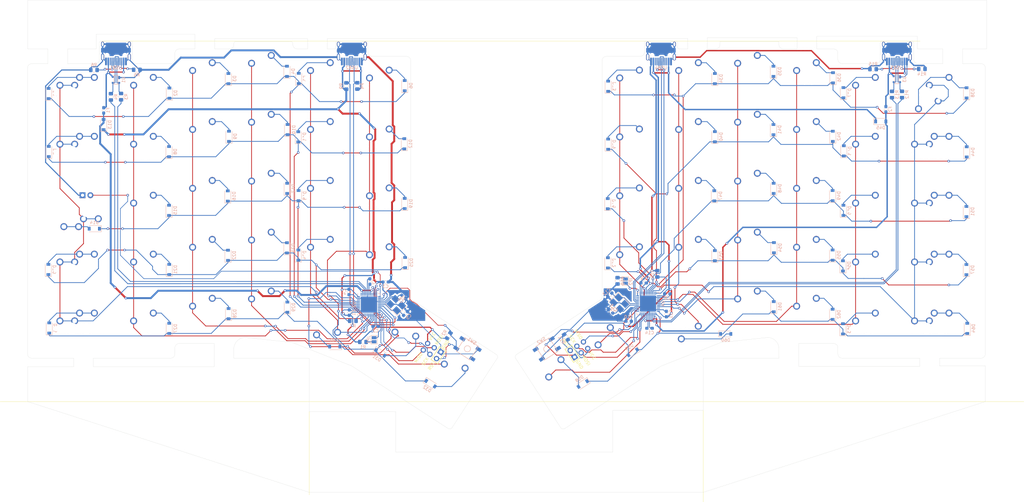
<source format=kicad_pcb>
(kicad_pcb (version 20171130) (host pcbnew 5.1.5)
  (layers (0 F.Cu signal) (31 B.Cu signal) (34 B.Paste user) (35 F.Paste user) (36 B.SilkS user) (37 F.SilkS user) (38 B.Mask user) (39 F.Mask user) (44 Edge.Cuts user))
  (net 0 "")
  (net 1 GND)
  (net 2 +5V)
  (net 3 "Net-(C5-Pad1)")
  (net 4 "Net-(C6-Pad1)")
  (net 5 "Net-(C7-Pad1)")
  (net 6 +5VA)
  (net 7 GNDA)
  (net 8 "Net-(C12-Pad1)")
  (net 9 "Net-(C13-Pad1)")
  (net 10 "Net-(C14-Pad1)")
  (net 11 Row0)
  (net 12 "Net-(D1-Pad2)")
  (net 13 "Net-(D2-Pad2)")
  (net 14 "Net-(D3-Pad2)")
  (net 15 "Net-(D4-Pad2)")
  (net 16 "Net-(D5-Pad2)")
  (net 17 "Net-(D6-Pad2)")
  (net 18 "Net-(D7-Pad2)")
  (net 19 Row1)
  (net 20 "Net-(D8-Pad2)")
  (net 21 "Net-(D9-Pad2)")
  (net 22 "Net-(D10-Pad2)")
  (net 23 "Net-(D11-Pad2)")
  (net 24 "Net-(D12-Pad2)")
  (net 25 VBUS)
  (net 26 Row2)
  (net 27 "Net-(D14-Pad2)")
  (net 28 "Net-(D15-Pad2)")
  (net 29 "Net-(D16-Pad2)")
  (net 30 "Net-(D17-Pad2)")
  (net 31 "Net-(D18-Pad2)")
  (net 32 "Net-(D19-Pad2)")
  (net 33 Row3)
  (net 34 "Net-(D20-Pad2)")
  (net 35 "Net-(D21-Pad2)")
  (net 36 "Net-(D22-Pad2)")
  (net 37 "Net-(D23-Pad2)")
  (net 38 "Net-(D24-Pad2)")
  (net 39 "Net-(D25-Pad2)")
  (net 40 Row4)
  (net 41 "Net-(D26-Pad2)")
  (net 42 "Net-(D27-Pad2)")
  (net 43 "Net-(D28-Pad2)")
  (net 44 "Net-(D29-Pad2)")
  (net 45 "Net-(D30-Pad2)")
  (net 46 "Net-(D31-Pad2)")
  (net 47 "Net-(D32-Pad2)")
  (net 48 "Net-(D33-Pad2)")
  (net 49 Row0_1)
  (net 50 "Net-(D34-Pad2)")
  (net 51 "Net-(D35-Pad2)")
  (net 52 "Net-(D36-Pad2)")
  (net 53 "Net-(D37-Pad2)")
  (net 54 "Net-(D38-Pad2)")
  (net 55 "Net-(D39-Pad2)")
  (net 56 Row1_1)
  (net 57 "Net-(D40-Pad2)")
  (net 58 "Net-(D41-Pad2)")
  (net 59 "Net-(D42-Pad2)")
  (net 60 "Net-(D43-Pad2)")
  (net 61 "Net-(D44-Pad2)")
  (net 62 VPP)
  (net 63 Row2_1)
  (net 64 "Net-(D46-Pad2)")
  (net 65 "Net-(D47-Pad2)")
  (net 66 "Net-(D48-Pad2)")
  (net 67 "Net-(D49-Pad2)")
  (net 68 "Net-(D50-Pad2)")
  (net 69 "Net-(D51-Pad2)")
  (net 70 "Net-(D52-Pad2)")
  (net 71 Row3_1)
  (net 72 "Net-(D53-Pad2)")
  (net 73 "Net-(D54-Pad2)")
  (net 74 "Net-(D55-Pad2)")
  (net 75 "Net-(D56-Pad2)")
  (net 76 "Net-(D57-Pad2)")
  (net 77 "Net-(D58-Pad2)")
  (net 78 Row4_1)
  (net 79 "Net-(D59-Pad2)")
  (net 80 "Net-(D60-Pad2)")
  (net 81 "Net-(D61-Pad2)")
  (net 82 "Net-(D62-Pad2)")
  (net 83 "Net-(D63-Pad2)")
  (net 84 "Net-(D64-Pad2)")
  (net 85 VCC)
  (net 86 VDD)
  (net 87 MISO)
  (net 88 SCK)
  (net 89 MOSI)
  (net 90 RST)
  (net 91 RST_1)
  (net 92 MOSI_1)
  (net 93 SCK_1)
  (net 94 MISO_1)
  (net 95 "Net-(JP1-Pad2)")
  (net 96 HDETECT)
  (net 97 HDETECT_1)
  (net 98 "Net-(JP2-Pad2)")
  (net 99 Col0)
  (net 100 Col1)
  (net 101 Col2)
  (net 102 Col3)
  (net 103 Col4)
  (net 104 Col5)
  (net 105 Col6)
  (net 106 Col1_1)
  (net 107 Col2_1)
  (net 108 Col3_1)
  (net 109 Col4_1)
  (net 110 Col5_1)
  (net 111 Col6_1)
  (net 112 Col0_1)
  (net 113 "Net-(R3-Pad2)")
  (net 114 D+)
  (net 115 D-)
  (net 116 "Net-(R4-Pad2)")
  (net 117 "Net-(R5-Pad1)")
  (net 118 "Net-(R6-Pad1)")
  (net 119 "Net-(R7-Pad2)")
  (net 120 SCL)
  (net 121 SDA)
  (net 122 "Net-(R12-Pad2)")
  (net 123 "Net-(R13-Pad2)")
  (net 124 "Net-(R14-Pad1)")
  (net 125 "Net-(R15-Pad1)")
  (net 126 "Net-(R16-Pad2)")
  (net 127 "Net-(U2-Pad1)")
  (net 128 "Net-(U2-Pad8)")
  (net 129 "Net-(U2-Pad20)")
  (net 130 "Net-(U2-Pad29)")
  (net 131 "Net-(U2-Pad30)")
  (net 132 "Net-(U2-Pad31)")
  (net 133 "Net-(U2-Pad42)")
  (net 134 "Net-(U4-Pad42)")
  (net 135 "Net-(U4-Pad37)")
  (net 136 "Net-(U4-Pad36)")
  (net 137 "Net-(U4-Pad32)")
  (net 138 "Net-(U4-Pad21)")
  (net 139 "Net-(U4-Pad20)")
  (net 140 SDA_1)
  (net 141 SCL_1)
  (net 142 "Net-(USB1-Pad9)")
  (net 143 "Net-(USB1-Pad3)")
  (net 144 "Net-(USB2-Pad3)")
  (net 145 "Net-(USB2-Pad10)")
  (net 146 "Net-(USB2-Pad4)")
  (net 147 "Net-(USB2-Pad9)")
  (net 148 "Net-(USB3-Pad9)")
  (net 149 "Net-(USB3-Pad3)")
  (net 150 "Net-(USB4-Pad3)")
  (net 151 "Net-(USB4-Pad10)")
  (net 152 "Net-(USB4-Pad4)")
  (net 153 "Net-(USB4-Pad9)")
  (net 154 CapsLED)
  (net 155 "Net-(U4-Pad12)")
  (net 156 D1_+)
  (net 157 D1_-)
  (net 158 "Net-(U4-Pad25)")
  (module MX_Only:MXOnly-1U-NoLED (layer F.Cu) (at 78.4225 75.692)
    (fp_text reference MX63)
    (fp_text value MX-NoLED)
    (pad 2 thru_hole circle (at 2.54 -5.08) (size 2.25 2.25) (drill 1.47) (layers *.Cu B.Mask) (net 12 "Net-(D1-Pad2)"))
    (pad "" np_thru_hole circle (at 0 0) (size 3.9878 3.9878) (drill 3.9878) (layers *.Cu *.Mask))
    (pad 1 thru_hole circle (at -3.81 -2.54) (size 2.25 2.25) (drill 1.47) (layers *.Cu B.Mask) (net 99 Col0))
    (pad "" np_thru_hole circle (at -5.08 0 48.0996) (size 1.75 1.75) (drill 1.75) (layers *.Cu *.Mask))
    (pad "" np_thru_hole circle (at 5.08 0 48.0996) (size 1.75 1.75) (drill 1.75) (layers *.Cu *.Mask))
  )
  (module MX_Only:MXOnly-1U-NoLED (layer F.Cu) (at 254.508 111.4425)
    (fp_text reference MX44)
    (fp_text value MX-NoLED)
    (pad "" np_thru_hole circle (at 5.08 0 48.0996) (size 1.75 1.75) (drill 1.75) (layers *.Cu *.Mask))
    (pad "" np_thru_hole circle (at -5.08 0 48.0996) (size 1.75 1.75) (drill 1.75) (layers *.Cu *.Mask))
    (pad 1 thru_hole circle (at -3.81 -2.54) (size 2.25 2.25) (drill 1.47) (layers *.Cu B.Mask) (net 106 Col1_1))
    (pad "" np_thru_hole circle (at 0 0) (size 3.9878 3.9878) (drill 3.9878) (layers *.Cu *.Mask))
    (pad 2 thru_hole circle (at 2.54 -5.08) (size 2.25 2.25) (drill 1.47) (layers *.Cu B.Mask) (net 64 "Net-(D46-Pad2)"))
  )
  (module MX_Only:MXOnly-1U-NoLED (layer F.Cu) (at 254.508 73.3298)
    (fp_text reference MX32)
    (fp_text value MX-NoLED)
    (pad "" np_thru_hole circle (at 5.08 0 48.0996) (size 1.75 1.75) (drill 1.75) (layers *.Cu *.Mask))
    (pad "" np_thru_hole circle (at -5.08 0 48.0996) (size 1.75 1.75) (drill 1.75) (layers *.Cu *.Mask))
    (pad 1 thru_hole circle (at -3.81 -2.54) (size 2.25 2.25) (drill 1.47) (layers *.Cu B.Mask) (net 106 Col1_1))
    (pad "" np_thru_hole circle (at 0 0) (size 3.9878 3.9878) (drill 3.9878) (layers *.Cu *.Mask))
    (pad 2 thru_hole circle (at 2.54 -5.08) (size 2.25 2.25) (drill 1.47) (layers *.Cu B.Mask) (net 48 "Net-(D33-Pad2)"))
  )
  (module MX_Only:MXOnly-1.5U-Vertical-NoLED (layer F.Cu) (at 179.8955 157.1625 327)
    (fp_text reference MX30)
    (fp_text value MX-NoLED)
    (pad "" np_thru_hole circle (at 5.08 0 15.0996) (size 1.75 1.75) (drill 1.75) (layers *.Cu *.Mask))
    (pad "" np_thru_hole circle (at -5.08 0 15.0996) (size 1.75 1.75) (drill 1.75) (layers *.Cu *.Mask))
    (pad 1 thru_hole circle (at -3.81 -2.54 327) (size 2.25 2.25) (drill 1.47) (layers *.Cu B.Mask) (net 104 Col5))
    (pad "" np_thru_hole circle (at 0 0 327) (size 3.9878 3.9878) (drill 3.9878) (layers *.Cu *.Mask))
    (pad 2 thru_hole circle (at 2.54 -5.08 327) (size 2.25 2.25) (drill 1.47) (layers *.Cu B.Mask) (net 46 "Net-(D31-Pad2)"))
  )
  (module MX_Only:MXOnly-1U-NoLED (layer F.Cu) (at 154.6225 70.9295)
    (fp_text reference MX5)
    (fp_text value MX-NoLED)
    (pad 2 thru_hole circle (at 2.54 -5.08) (size 2.25 2.25) (drill 1.47) (layers *.Cu B.Mask) (net 16 "Net-(D5-Pad2)"))
    (pad "" np_thru_hole circle (at 0 0) (size 3.9878 3.9878) (drill 3.9878) (layers *.Cu *.Mask))
    (pad 1 thru_hole circle (at -3.81 -2.54) (size 2.25 2.25) (drill 1.47) (layers *.Cu B.Mask) (net 103 Col4))
    (pad "" np_thru_hole circle (at -5.08 0 48.0996) (size 1.75 1.75) (drill 1.75) (layers *.Cu *.Mask))
    (pad "" np_thru_hole circle (at 5.08 0 48.0996) (size 1.75 1.75) (drill 1.75) (layers *.Cu *.Mask))
  )
  (module MX_Only:MXOnly-1U-NoLED (layer F.Cu) (at 156.5275 149.606 165)
    (fp_text reference MX29)
    (fp_text value MX-NoLED)
    (pad "" np_thru_hole circle (at 5.08 0 213.0996) (size 1.75 1.75) (drill 1.75) (layers *.Cu *.Mask))
    (pad "" np_thru_hole circle (at -5.08 0 213.0996) (size 1.75 1.75) (drill 1.75) (layers *.Cu *.Mask))
    (pad 1 thru_hole circle (at -3.81 -2.54 165) (size 2.25 2.25) (drill 1.47) (layers *.Cu B.Mask) (net 103 Col4))
    (pad "" np_thru_hole circle (at 0 0 165) (size 3.9878 3.9878) (drill 3.9878) (layers *.Cu *.Mask))
    (pad 2 thru_hole circle (at 2.54 -5.08 165) (size 2.25 2.25) (drill 1.47) (layers *.Cu B.Mask) (net 45 "Net-(D30-Pad2)"))
  )
  (module Resistor_SMD:R_0805_2012Metric_Pad1.15x1.40mm_HandSolder (layer B.Cu) (at 167.7416 156.1592)
    (fp_text reference R1 (at 0 1.65) (layer B.SilkS) (effects (justify mirror)))
    (fp_text value 10k)
    (pad 2 smd roundrect (at 1.025 0) (size 1.15 1.4) (layers B.Cu B.Paste B.Mask) (roundrect_rratio 0.217391) (net 95 "Net-(JP1-Pad2)"))
    (pad 1 smd roundrect (at -1.025 0) (size 1.15 1.4) (layers B.Cu B.Paste B.Mask) (roundrect_rratio 0.217391) (net 2 +5V))
  )
  (module MX_Only:MXOnly-1.5U-NoLED (layer F.Cu) (at 73.66 75.692)
    (fp_text reference MX1)
    (fp_text value MX-NoLED)
    (pad 2 thru_hole circle (at 2.54 -5.08) (size 2.25 2.25) (drill 1.47) (layers *.Cu B.Mask) (net 12 "Net-(D1-Pad2)"))
    (pad "" np_thru_hole circle (at 0 0) (size 3.9878 3.9878) (drill 3.9878) (layers *.Cu *.Mask))
    (pad 1 thru_hole circle (at -3.81 -2.54) (size 2.25 2.25) (drill 1.47) (layers *.Cu B.Mask) (net 99 Col0))
    (pad "" np_thru_hole circle (at -5.08 0 48.0996) (size 1.75 1.75) (drill 1.75) (layers *.Cu *.Mask))
    (pad "" np_thru_hole circle (at 5.08 0 48.0996) (size 1.75 1.75) (drill 1.75) (layers *.Cu *.Mask))
  )
  (module Type-C:HRO-TYPE-C-31-M-12-HandSoldering (layer B.Cu) (at 87.9475 57.2516)
    (fp_text reference USB1 (at 0 10.2) (layer B.SilkS) (effects (justify mirror)))
    (fp_text value HRO-TYPE-C-31-M-12)
    (pad 12 smd rect (at 3.225 8.195) (size 0.6 2.45) (layers B.Cu B.Paste B.Mask) (net 1 GND))
    (pad 1 smd rect (at -3.225 8.195) (size 0.6 2.45) (layers B.Cu B.Paste B.Mask) (net 1 GND))
    (pad 11 smd rect (at 2.45 8.195) (size 0.6 2.45) (layers B.Cu B.Paste B.Mask) (net 85 VCC))
    (pad 2 smd rect (at -2.45 8.195) (size 0.6 2.45) (layers B.Cu B.Paste B.Mask) (net 85 VCC))
    (pad 3 smd rect (at -1.75 8.195) (size 0.3 2.45) (layers B.Cu B.Paste B.Mask) (net 143 "Net-(USB1-Pad3)"))
    (pad 10 smd rect (at 1.75 8.195) (size 0.3 2.45) (layers B.Cu B.Paste B.Mask) (net 117 "Net-(R5-Pad1)"))
    (pad 4 smd rect (at -1.25 8.195) (size 0.3 2.45) (layers B.Cu B.Paste B.Mask) (net 118 "Net-(R6-Pad1)"))
    (pad 9 smd rect (at 1.25 8.195) (size 0.3 2.45) (layers B.Cu B.Paste B.Mask) (net 142 "Net-(USB1-Pad9)"))
    (pad 5 smd rect (at -0.75 8.195) (size 0.3 2.45) (layers B.Cu B.Paste B.Mask) (net 116 "Net-(R4-Pad2)"))
    (pad 8 smd rect (at 0.75 8.195) (size 0.3 2.45) (layers B.Cu B.Paste B.Mask) (net 113 "Net-(R3-Pad2)"))
    (pad 7 smd rect (at 0.25 8.195) (size 0.3 2.45) (layers B.Cu B.Paste B.Mask) (net 116 "Net-(R4-Pad2)"))
    (pad 6 smd rect (at -0.25 8.195) (size 0.3 2.45) (layers B.Cu B.Paste B.Mask) (net 113 "Net-(R3-Pad2)"))
    (pad "" np_thru_hole circle (at 2.89 6.25) (size 0.65 0.65) (drill 0.65) (layers *.Cu *.Mask))
    (pad "" np_thru_hole circle (at -2.89 6.25) (size 0.65 0.65) (drill 0.65) (layers *.Cu *.Mask))
    (pad 13 thru_hole oval (at -4.32 6.78) (size 1 2.1) (drill oval 0.6 1.7) (layers *.Cu F.Mask) (net 1 GND))
    (pad 13 thru_hole oval (at 4.32 6.78) (size 1 2.1) (drill oval 0.6 1.7) (layers *.Cu F.Mask) (net 1 GND))
    (pad 13 thru_hole oval (at -4.32 2.6) (size 1 1.6) (drill oval 0.6 1.2) (layers *.Cu F.Mask) (net 1 GND))
    (pad 13 thru_hole oval (at 4.32 2.6) (size 1 1.6) (drill oval 0.6 1.2) (layers *.Cu F.Mask) (net 1 GND))
  )
  (module Type-C:HRO-TYPE-C-31-M-12-HandSoldering (layer B.Cu) (at 164.1475 57.277)
    (fp_text reference USB2 (at 0 10.2) (layer B.SilkS) (effects (justify mirror)))
    (fp_text value HRO-TYPE-C-31-M-12)
    (pad 12 smd rect (at 3.225 8.195) (size 0.6 2.45) (layers B.Cu B.Paste B.Mask) (net 1 GND))
    (pad 1 smd rect (at -3.225 8.195) (size 0.6 2.45) (layers B.Cu B.Paste B.Mask) (net 1 GND))
    (pad 11 smd rect (at 2.45 8.195) (size 0.6 2.45) (layers B.Cu B.Paste B.Mask) (net 2 +5V))
    (pad 2 smd rect (at -2.45 8.195) (size 0.6 2.45) (layers B.Cu B.Paste B.Mask) (net 2 +5V))
    (pad 3 smd rect (at -1.75 8.195) (size 0.3 2.45) (layers B.Cu B.Paste B.Mask) (net 144 "Net-(USB2-Pad3)"))
    (pad 10 smd rect (at 1.75 8.195) (size 0.3 2.45) (layers B.Cu B.Paste B.Mask) (net 145 "Net-(USB2-Pad10)"))
    (pad 4 smd rect (at -1.25 8.195) (size 0.3 2.45) (layers B.Cu B.Paste B.Mask) (net 146 "Net-(USB2-Pad4)"))
    (pad 9 smd rect (at 1.25 8.195) (size 0.3 2.45) (layers B.Cu B.Paste B.Mask) (net 147 "Net-(USB2-Pad9)"))
    (pad 5 smd rect (at -0.75 8.195) (size 0.3 2.45) (layers B.Cu B.Paste B.Mask) (net 121 SDA))
    (pad 8 smd rect (at 0.75 8.195) (size 0.3 2.45) (layers B.Cu B.Paste B.Mask) (net 120 SCL))
    (pad 7 smd rect (at 0.25 8.195) (size 0.3 2.45) (layers B.Cu B.Paste B.Mask) (net 121 SDA))
    (pad 6 smd rect (at -0.25 8.195) (size 0.3 2.45) (layers B.Cu B.Paste B.Mask) (net 120 SCL))
    (pad "" np_thru_hole circle (at 2.89 6.25) (size 0.65 0.65) (drill 0.65) (layers *.Cu *.Mask))
    (pad "" np_thru_hole circle (at -2.89 6.25) (size 0.65 0.65) (drill 0.65) (layers *.Cu *.Mask))
    (pad 13 thru_hole oval (at -4.32 6.78) (size 1 2.1) (drill oval 0.6 1.7) (layers *.Cu F.Mask) (net 1 GND))
    (pad 13 thru_hole oval (at 4.32 6.78) (size 1 2.1) (drill oval 0.6 1.7) (layers *.Cu F.Mask) (net 1 GND))
    (pad 13 thru_hole oval (at -4.32 2.6) (size 1 1.6) (drill oval 0.6 1.2) (layers *.Cu F.Mask) (net 1 GND))
    (pad 13 thru_hole oval (at 4.32 2.6) (size 1 1.6) (drill oval 0.6 1.2) (layers *.Cu F.Mask) (net 1 GND))
  )
  (module Type-C:HRO-TYPE-C-31-M-12-HandSoldering (layer B.Cu) (at 340.233 57.277)
    (fp_text reference USB3 (at 0 10.2) (layer B.SilkS) (effects (justify mirror)))
    (fp_text value HRO-TYPE-C-31-M-12)
    (pad 12 smd rect (at 3.225 8.195) (size 0.6 2.45) (layers B.Cu B.Paste B.Mask) (net 7 GNDA))
    (pad 1 smd rect (at -3.225 8.195) (size 0.6 2.45) (layers B.Cu B.Paste B.Mask) (net 7 GNDA))
    (pad 11 smd rect (at 2.45 8.195) (size 0.6 2.45) (layers B.Cu B.Paste B.Mask) (net 86 VDD))
    (pad 2 smd rect (at -2.45 8.195) (size 0.6 2.45) (layers B.Cu B.Paste B.Mask) (net 86 VDD))
    (pad 3 smd rect (at -1.75 8.195) (size 0.3 2.45) (layers B.Cu B.Paste B.Mask) (net 149 "Net-(USB3-Pad3)"))
    (pad 10 smd rect (at 1.75 8.195) (size 0.3 2.45) (layers B.Cu B.Paste B.Mask) (net 124 "Net-(R14-Pad1)"))
    (pad 4 smd rect (at -1.25 8.195) (size 0.3 2.45) (layers B.Cu B.Paste B.Mask) (net 125 "Net-(R15-Pad1)"))
    (pad 9 smd rect (at 1.25 8.195) (size 0.3 2.45) (layers B.Cu B.Paste B.Mask) (net 148 "Net-(USB3-Pad9)"))
    (pad 5 smd rect (at -0.75 8.195) (size 0.3 2.45) (layers B.Cu B.Paste B.Mask) (net 123 "Net-(R13-Pad2)"))
    (pad 8 smd rect (at 0.75 8.195) (size 0.3 2.45) (layers B.Cu B.Paste B.Mask) (net 122 "Net-(R12-Pad2)"))
    (pad 7 smd rect (at 0.25 8.195) (size 0.3 2.45) (layers B.Cu B.Paste B.Mask) (net 123 "Net-(R13-Pad2)"))
    (pad 6 smd rect (at -0.25 8.195) (size 0.3 2.45) (layers B.Cu B.Paste B.Mask) (net 122 "Net-(R12-Pad2)"))
    (pad "" np_thru_hole circle (at 2.89 6.25) (size 0.65 0.65) (drill 0.65) (layers *.Cu *.Mask))
    (pad "" np_thru_hole circle (at -2.89 6.25) (size 0.65 0.65) (drill 0.65) (layers *.Cu *.Mask))
    (pad 13 thru_hole oval (at -4.32 6.78) (size 1 2.1) (drill oval 0.6 1.7) (layers *.Cu F.Mask) (net 7 GNDA))
    (pad 13 thru_hole oval (at 4.32 6.78) (size 1 2.1) (drill oval 0.6 1.7) (layers *.Cu F.Mask) (net 7 GNDA))
    (pad 13 thru_hole oval (at -4.32 2.6) (size 1 1.6) (drill oval 0.6 1.2) (layers *.Cu F.Mask) (net 7 GNDA))
    (pad 13 thru_hole oval (at 4.32 2.6) (size 1 1.6) (drill oval 0.6 1.2) (layers *.Cu F.Mask) (net 7 GNDA))
  )
  (module Type-C:HRO-TYPE-C-31-M-12-HandSoldering (layer B.Cu) (at 264.033 57.277)
    (fp_text reference USB4 (at 0 10.2) (layer B.SilkS) (effects (justify mirror)))
    (fp_text value HRO-TYPE-C-31-M-12)
    (pad 12 smd rect (at 3.225 8.195) (size 0.6 2.45) (layers B.Cu B.Paste B.Mask) (net 7 GNDA))
    (pad 1 smd rect (at -3.225 8.195) (size 0.6 2.45) (layers B.Cu B.Paste B.Mask) (net 7 GNDA))
    (pad 11 smd rect (at 2.45 8.195) (size 0.6 2.45) (layers B.Cu B.Paste B.Mask) (net 6 +5VA))
    (pad 2 smd rect (at -2.45 8.195) (size 0.6 2.45) (layers B.Cu B.Paste B.Mask) (net 6 +5VA))
    (pad 3 smd rect (at -1.75 8.195) (size 0.3 2.45) (layers B.Cu B.Paste B.Mask) (net 150 "Net-(USB4-Pad3)"))
    (pad 10 smd rect (at 1.75 8.195) (size 0.3 2.45) (layers B.Cu B.Paste B.Mask) (net 151 "Net-(USB4-Pad10)"))
    (pad 4 smd rect (at -1.25 8.195) (size 0.3 2.45) (layers B.Cu B.Paste B.Mask) (net 152 "Net-(USB4-Pad4)"))
    (pad 9 smd rect (at 1.25 8.195) (size 0.3 2.45) (layers B.Cu B.Paste B.Mask) (net 153 "Net-(USB4-Pad9)"))
    (pad 5 smd rect (at -0.75 8.195) (size 0.3 2.45) (layers B.Cu B.Paste B.Mask) (net 140 SDA_1))
    (pad 8 smd rect (at 0.75 8.195) (size 0.3 2.45) (layers B.Cu B.Paste B.Mask) (net 141 SCL_1))
    (pad 7 smd rect (at 0.25 8.195) (size 0.3 2.45) (layers B.Cu B.Paste B.Mask) (net 140 SDA_1))
    (pad 6 smd rect (at -0.25 8.195) (size 0.3 2.45) (layers B.Cu B.Paste B.Mask) (net 141 SCL_1))
    (pad "" np_thru_hole circle (at 2.89 6.25) (size 0.65 0.65) (drill 0.65) (layers *.Cu *.Mask))
    (pad "" np_thru_hole circle (at -2.89 6.25) (size 0.65 0.65) (drill 0.65) (layers *.Cu *.Mask))
    (pad 13 thru_hole oval (at -4.32 6.78) (size 1 2.1) (drill oval 0.6 1.7) (layers *.Cu F.Mask) (net 7 GNDA))
    (pad 13 thru_hole oval (at 4.32 6.78) (size 1 2.1) (drill oval 0.6 1.7) (layers *.Cu F.Mask) (net 7 GNDA))
    (pad 13 thru_hole oval (at -4.32 2.6) (size 1 1.6) (drill oval 0.6 1.2) (layers *.Cu F.Mask) (net 7 GNDA))
    (pad 13 thru_hole oval (at 4.32 2.6) (size 1 1.6) (drill oval 0.6 1.2) (layers *.Cu F.Mask) (net 7 GNDA))
  )
  (module MX_Only:MXOnly-1U-NoLED (layer F.Cu) (at 173.6725 73.3425)
    (fp_text reference MX6)
    (fp_text value MX-NoLED)
    (pad "" np_thru_hole circle (at 5.08 0 48.0996) (size 1.75 1.75) (drill 1.75) (layers *.Cu *.Mask))
    (pad "" np_thru_hole circle (at -5.08 0 48.0996) (size 1.75 1.75) (drill 1.75) (layers *.Cu *.Mask))
    (pad 1 thru_hole circle (at -3.81 -2.54) (size 2.25 2.25) (drill 1.47) (layers *.Cu B.Mask) (net 104 Col5))
    (pad "" np_thru_hole circle (at 0 0) (size 3.9878 3.9878) (drill 3.9878) (layers *.Cu *.Mask))
    (pad 2 thru_hole circle (at 2.54 -5.08) (size 2.25 2.25) (drill 1.47) (layers *.Cu B.Mask) (net 17 "Net-(D6-Pad2)"))
  )
  (module MX_Only:MXOnly-1U-NoLED (layer F.Cu) (at 135.5725 125.73)
    (fp_text reference MX22)
    (fp_text value MX-NoLED)
    (pad 2 thru_hole circle (at 2.54 -5.08) (size 2.25 2.25) (drill 1.47) (layers *.Cu B.Mask) (net 37 "Net-(D23-Pad2)"))
    (pad "" np_thru_hole circle (at 0 0) (size 3.9878 3.9878) (drill 3.9878) (layers *.Cu *.Mask))
    (pad 1 thru_hole circle (at -3.81 -2.54) (size 2.25 2.25) (drill 1.47) (layers *.Cu B.Mask) (net 102 Col3))
    (pad "" np_thru_hole circle (at -5.08 0 48.0996) (size 1.75 1.75) (drill 1.75) (layers *.Cu *.Mask))
    (pad "" np_thru_hole circle (at 5.08 0 48.0996) (size 1.75 1.75) (drill 1.75) (layers *.Cu *.Mask))
  )
  (module Package_DFN_QFN:QFN-44-1EP_7x7mm_P0.5mm_EP5.2x5.2mm (layer B.Cu) (at 169.6665 144.072 270)
    (fp_text reference U2 (at 0 4.82 90) (layer B.SilkS) (effects (justify mirror)))
    (fp_text value ATmega32U4-MU)
    (pad 45 smd roundrect (at 0 0 270) (size 5.2 5.2) (layers B.Cu B.Mask) (roundrect_rratio 0.048077) (net 1 GND))
    (pad 1 smd roundrect (at -3.3375 2.5 270) (size 1.075 0.25) (layers B.Cu B.Paste B.Mask) (net 127 "Net-(U2-Pad1)"))
    (pad 2 smd roundrect (at -3.3375 2 270) (size 1.075 0.25) (layers B.Cu B.Paste B.Mask) (net 25 VBUS))
    (pad 3 smd roundrect (at -3.3375 1.5 270) (size 1.075 0.25) (layers B.Cu B.Paste B.Mask) (net 115 D-))
    (pad 4 smd roundrect (at -3.3375 1 270) (size 1.075 0.25) (layers B.Cu B.Paste B.Mask) (net 114 D+))
    (pad 5 smd roundrect (at -3.3375 0.5 270) (size 1.075 0.25) (layers B.Cu B.Paste B.Mask) (net 1 GND))
    (pad 6 smd roundrect (at -3.3375 0 270) (size 1.075 0.25) (layers B.Cu B.Paste B.Mask) (net 5 "Net-(C7-Pad1)"))
    (pad 7 smd roundrect (at -3.3375 -0.5 270) (size 1.075 0.25) (layers B.Cu B.Paste B.Mask) (net 25 VBUS))
    (pad 8 smd roundrect (at -3.3375 -1 270) (size 1.075 0.25) (layers B.Cu B.Paste B.Mask) (net 128 "Net-(U2-Pad8)"))
    (pad 9 smd roundrect (at -3.3375 -1.5 270) (size 1.075 0.25) (layers B.Cu B.Paste B.Mask) (net 88 SCK))
    (pad 10 smd roundrect (at -3.3375 -2 270) (size 1.075 0.25) (layers B.Cu B.Paste B.Mask) (net 89 MOSI))
    (pad 11 smd roundrect (at -3.3375 -2.5 270) (size 1.075 0.25) (layers B.Cu B.Paste B.Mask) (net 87 MISO))
    (pad 12 smd roundrect (at -2.5 -3.3375 270) (size 0.25 1.075) (layers B.Cu B.Paste B.Mask) (net 154 CapsLED))
    (pad 13 smd roundrect (at -2 -3.3375 270) (size 0.25 1.075) (layers B.Cu B.Paste B.Mask) (net 90 RST))
    (pad 14 smd roundrect (at -1.5 -3.3375 270) (size 0.25 1.075) (layers B.Cu B.Paste B.Mask) (net 2 +5V))
    (pad 15 smd roundrect (at -1 -3.3375 270) (size 0.25 1.075) (layers B.Cu B.Paste B.Mask) (net 1 GND))
    (pad 16 smd roundrect (at -0.5 -3.3375 270) (size 0.25 1.075) (layers B.Cu B.Paste B.Mask) (net 4 "Net-(C6-Pad1)"))
    (pad 17 smd roundrect (at 0 -3.3375 270) (size 0.25 1.075) (layers B.Cu B.Paste B.Mask) (net 3 "Net-(C5-Pad1)"))
    (pad 18 smd roundrect (at 0.5 -3.3375 270) (size 0.25 1.075) (layers B.Cu B.Paste B.Mask) (net 120 SCL))
    (pad 19 smd roundrect (at 1 -3.3375 270) (size 0.25 1.075) (layers B.Cu B.Paste B.Mask) (net 121 SDA))
    (pad 20 smd roundrect (at 1.5 -3.3375 270) (size 0.25 1.075) (layers B.Cu B.Paste B.Mask) (net 129 "Net-(U2-Pad20)"))
    (pad 21 smd roundrect (at 2 -3.3375 270) (size 0.25 1.075) (layers B.Cu B.Paste B.Mask) (net 40 Row4))
    (pad 22 smd roundrect (at 2.5 -3.3375 270) (size 0.25 1.075) (layers B.Cu B.Paste B.Mask) (net 96 HDETECT))
    (pad 23 smd roundrect (at 3.3375 -2.5 270) (size 1.075 0.25) (layers B.Cu B.Paste B.Mask) (net 1 GND))
    (pad 24 smd roundrect (at 3.3375 -2 270) (size 1.075 0.25) (layers B.Cu B.Paste B.Mask) (net 2 +5V))
    (pad 25 smd roundrect (at 3.3375 -1.5 270) (size 1.075 0.25) (layers B.Cu B.Paste B.Mask) (net 103 Col4))
    (pad 26 smd roundrect (at 3.3375 -1 270) (size 1.075 0.25) (layers B.Cu B.Paste B.Mask) (net 102 Col3))
    (pad 27 smd roundrect (at 3.3375 -0.5 270) (size 1.075 0.25) (layers B.Cu B.Paste B.Mask) (net 101 Col2))
    (pad 28 smd roundrect (at 3.3375 0 270) (size 1.075 0.25) (layers B.Cu B.Paste B.Mask) (net 100 Col1))
    (pad 29 smd roundrect (at 3.3375 0.5 270) (size 1.075 0.25) (layers B.Cu B.Paste B.Mask) (net 130 "Net-(U2-Pad29)"))
    (pad 30 smd roundrect (at 3.3375 1 270) (size 1.075 0.25) (layers B.Cu B.Paste B.Mask) (net 131 "Net-(U2-Pad30)"))
    (pad 31 smd roundrect (at 3.3375 1.5 270) (size 1.075 0.25) (layers B.Cu B.Paste B.Mask) (net 132 "Net-(U2-Pad31)"))
    (pad 32 smd roundrect (at 3.3375 2 270) (size 1.075 0.25) (layers B.Cu B.Paste B.Mask) (net 99 Col0))
    (pad 33 smd roundrect (at 3.3375 2.5 270) (size 1.075 0.25) (layers B.Cu B.Paste B.Mask) (net 119 "Net-(R7-Pad2)"))
    (pad 34 smd roundrect (at 2.5 3.3375 270) (size 0.25 1.075) (layers B.Cu B.Paste B.Mask) (net 2 +5V))
    (pad 35 smd roundrect (at 2 3.3375 270) (size 0.25 1.075) (layers B.Cu B.Paste B.Mask) (net 1 GND))
    (pad 36 smd roundrect (at 1.5 3.3375 270) (size 0.25 1.075) (layers B.Cu B.Paste B.Mask) (net 11 Row0))
    (pad 37 smd roundrect (at 1 3.3375 270) (size 0.25 1.075) (layers B.Cu B.Paste B.Mask) (net 19 Row1))
    (pad 38 smd roundrect (at 0.5 3.3375 270) (size 0.25 1.075) (layers B.Cu B.Paste B.Mask) (net 26 Row2))
    (pad 39 smd roundrect (at 0 3.3375 270) (size 0.25 1.075) (layers B.Cu B.Paste B.Mask) (net 33 Row3))
    (pad 40 smd roundrect (at -0.5 3.3375 270) (size 0.25 1.075) (layers B.Cu B.Paste B.Mask) (net 104 Col5))
    (pad 41 smd roundrect (at -1 3.3375 270) (size 0.25 1.075) (layers B.Cu B.Paste B.Mask) (net 105 Col6))
    (pad 42 smd roundrect (at -1.5 3.3375 270) (size 0.25 1.075) (layers B.Cu B.Paste B.Mask) (net 133 "Net-(U2-Pad42)"))
    (pad 43 smd roundrect (at -2 3.3375 270) (size 0.25 1.075) (layers B.Cu B.Paste B.Mask) (net 1 GND))
    (pad 44 smd roundrect (at -2.5 3.3375 270) (size 0.25 1.075) (layers B.Cu B.Paste B.Mask) (net 2 +5V))
  )
  (module Capacitor_SMD:C_0603_1608Metric_Pad1.05x0.95mm_HandSolder (layer B.Cu) (at 253.5682 149.479 180)
    (fp_text reference C10 (at 0 1.43) (layer B.SilkS) (effects (justify mirror)))
    (fp_text value 0.1uF)
    (pad 1 smd roundrect (at -0.875 0 180) (size 1.05 0.95) (layers B.Cu B.Paste B.Mask) (net 6 +5VA))
    (pad 2 smd roundrect (at 0.875 0 180) (size 1.05 0.95) (layers B.Cu B.Paste B.Mask) (net 7 GNDA))
  )
  (module MX_Only:MXOnly-1.5U-Vertical-NoLED (layer F.Cu) (at 248.285 157.1625 33)
    (fp_text reference MX57)
    (fp_text value MX-NoLED)
    (pad 2 thru_hole circle (at 2.54 -5.08 33) (size 2.25 2.25) (drill 1.47) (layers *.Cu B.Mask) (net 79 "Net-(D59-Pad2)"))
    (pad "" np_thru_hole circle (at 0 0 33) (size 3.9878 3.9878) (drill 3.9878) (layers *.Cu *.Mask))
    (pad 1 thru_hole circle (at -3.81 -2.54 33) (size 2.25 2.25) (drill 1.47) (layers *.Cu B.Mask) (net 106 Col1_1))
    (pad "" np_thru_hole circle (at -5.08 0 81.0996) (size 1.75 1.75) (drill 1.75) (layers *.Cu *.Mask))
    (pad "" np_thru_hole circle (at 5.08 0 81.0996) (size 1.75 1.75) (drill 1.75) (layers *.Cu *.Mask))
  )
  (module MX_Only:MXOnly-1U-NoLED (layer F.Cu) (at 254.508 130.4925)
    (fp_text reference MX50)
    (fp_text value MX-NoLED)
    (pad 2 thru_hole circle (at 2.54 -5.08) (size 2.25 2.25) (drill 1.47) (layers *.Cu B.Mask) (net 70 "Net-(D52-Pad2)"))
    (pad "" np_thru_hole circle (at 0 0) (size 3.9878 3.9878) (drill 3.9878) (layers *.Cu *.Mask))
    (pad 1 thru_hole circle (at -3.81 -2.54) (size 2.25 2.25) (drill 1.47) (layers *.Cu B.Mask) (net 106 Col1_1))
    (pad "" np_thru_hole circle (at -5.08 0 48.0996) (size 1.75 1.75) (drill 1.75) (layers *.Cu *.Mask))
    (pad "" np_thru_hole circle (at 5.08 0 48.0996) (size 1.75 1.75) (drill 1.75) (layers *.Cu *.Mask))
  )
  (module Capacitor_SMD:C_0603_1608Metric_Pad1.05x0.95mm_HandSolder (layer B.Cu) (at 163.3165 146.671 90)
    (fp_text reference C1 (at 0 1.43 90) (layer B.SilkS) (effects (justify mirror)))
    (fp_text value 0.1uF)
    (pad 2 smd roundrect (at 0.875 0 90) (size 1.05 0.95) (layers B.Cu B.Paste B.Mask) (net 1 GND))
    (pad 1 smd roundrect (at -0.875 0 90) (size 1.05 0.95) (layers B.Cu B.Paste B.Mask) (net 2 +5V))
  )
  (module Capacitor_SMD:C_0603_1608Metric_Pad1.05x0.95mm_HandSolder (layer B.Cu) (at 171.8564 151.13)
    (fp_text reference C2 (at 0 1.43) (layer B.SilkS) (effects (justify mirror)))
    (fp_text value 0.1uF)
    (pad 1 smd roundrect (at -0.875 0) (size 1.05 0.95) (layers B.Cu B.Paste B.Mask) (net 2 +5V))
    (pad 2 smd roundrect (at 0.875 0) (size 1.05 0.95) (layers B.Cu B.Paste B.Mask) (net 1 GND))
  )
  (module Capacitor_SMD:C_0603_1608Metric_Pad1.05x0.95mm_HandSolder (layer B.Cu) (at 175.064 136.7695)
    (fp_text reference C3 (at 0 1.43) (layer B.SilkS) (effects (justify mirror)))
    (fp_text value 0.1uF)
    (pad 2 smd roundrect (at 0.875 0) (size 1.05 0.95) (layers B.Cu B.Paste B.Mask) (net 1 GND))
    (pad 1 smd roundrect (at -0.875 0) (size 1.05 0.95) (layers B.Cu B.Paste B.Mask) (net 2 +5V))
  )
  (module Capacitor_SMD:C_0603_1608Metric_Pad1.05x0.95mm_HandSolder (layer B.Cu) (at 163.2204 140.0048 270)
    (fp_text reference C4 (at 0 1.43 90) (layer B.SilkS) (effects (justify mirror)))
    (fp_text value 10uF)
    (pad 1 smd roundrect (at -0.875 0 270) (size 1.05 0.95) (layers B.Cu B.Paste B.Mask) (net 2 +5V))
    (pad 2 smd roundrect (at 0.875 0 270) (size 1.05 0.95) (layers B.Cu B.Paste B.Mask) (net 1 GND))
  )
  (module Capacitor_SMD:C_0603_1608Metric_Pad1.05x0.95mm_HandSolder (layer B.Cu) (at 181.5084 146.9644 45)
    (fp_text reference C5 (at 0 1.43 45) (layer B.SilkS) (effects (justify mirror)))
    (fp_text value 22pF)
    (pad 2 smd roundrect (at 0.875 0 45) (size 1.05 0.95) (layers B.Cu B.Paste B.Mask) (net 1 GND))
    (pad 1 smd roundrect (at -0.875 0 45) (size 1.05 0.95) (layers B.Cu B.Paste B.Mask) (net 3 "Net-(C5-Pad1)"))
  )
  (module Capacitor_SMD:C_0603_1608Metric_Pad1.05x0.95mm_HandSolder (layer B.Cu) (at 180.8988 141.6812 315)
    (fp_text reference C6 (at 0 1.43 135) (layer B.SilkS) (effects (justify mirror)))
    (fp_text value 22pF)
    (pad 1 smd roundrect (at -0.875 0 315) (size 1.05 0.95) (layers B.Cu B.Paste B.Mask) (net 4 "Net-(C6-Pad1)"))
    (pad 2 smd roundrect (at 0.875 0 315) (size 1.05 0.95) (layers B.Cu B.Paste B.Mask) (net 1 GND))
  )
  (module Capacitor_SMD:C_0603_1608Metric_Pad1.05x0.95mm_HandSolder (layer B.Cu) (at 169.984 136.6285 90)
    (fp_text reference C7 (at 0 1.43 90) (layer B.SilkS) (effects (justify mirror)))
    (fp_text value 1uF)
    (pad 1 smd roundrect (at -0.875 0 90) (size 1.05 0.95) (layers B.Cu B.Paste B.Mask) (net 5 "Net-(C7-Pad1)"))
    (pad 2 smd roundrect (at 0.875 0 90) (size 1.05 0.95) (layers B.Cu B.Paste B.Mask) (net 1 GND))
  )
  (module Capacitor_SMD:C_0603_1608Metric_Pad1.05x0.95mm_HandSolder (layer B.Cu) (at 266.065 140.589)
    (fp_text reference C8 (at 0 1.43) (layer B.SilkS) (effects (justify mirror)))
    (fp_text value 0.1uF)
    (pad 1 smd roundrect (at -0.875 0) (size 1.05 0.95) (layers B.Cu B.Paste B.Mask) (net 6 +5VA))
    (pad 2 smd roundrect (at 0.875 0) (size 1.05 0.95) (layers B.Cu B.Paste B.Mask) (net 7 GNDA))
  )
  (module Capacitor_SMD:C_0603_1608Metric_Pad1.05x0.95mm_HandSolder (layer B.Cu) (at 258.3942 137.1092 180)
    (fp_text reference C9 (at 0 1.43) (layer B.SilkS) (effects (justify mirror)))
    (fp_text value 0.1uF)
    (pad 2 smd roundrect (at 0.875 0 180) (size 1.05 0.95) (layers B.Cu B.Paste B.Mask) (net 7 GNDA))
    (pad 1 smd roundrect (at -0.875 0 180) (size 1.05 0.95) (layers B.Cu B.Paste B.Mask) (net 6 +5VA))
  )
  (module Capacitor_SMD:C_0603_1608Metric_Pad1.05x0.95mm_HandSolder (layer B.Cu) (at 265.7602 147.1422 90)
    (fp_text reference C11 (at 0 1.43 90) (layer B.SilkS) (effects (justify mirror)))
    (fp_text value 10uF)
    (pad 2 smd roundrect (at 0.875 0 90) (size 1.05 0.95) (layers B.Cu B.Paste B.Mask) (net 7 GNDA))
    (pad 1 smd roundrect (at -0.875 0 90) (size 1.05 0.95) (layers B.Cu B.Paste B.Mask) (net 6 +5VA))
  )
  (module Capacitor_SMD:C_0603_1608Metric_Pad1.05x0.95mm_HandSolder (layer B.Cu) (at 247.5103 140.9827 225)
    (fp_text reference C12 (at 0 1.43 45) (layer B.SilkS) (effects (justify mirror)))
    (fp_text value 22pF)
    (pad 1 smd roundrect (at -0.875 0 225) (size 1.05 0.95) (layers B.Cu B.Paste B.Mask) (net 8 "Net-(C12-Pad1)"))
    (pad 2 smd roundrect (at 0.875 0 225) (size 1.05 0.95) (layers B.Cu B.Paste B.Mask) (net 7 GNDA))
  )
  (module Capacitor_SMD:C_0603_1608Metric_Pad1.05x0.95mm_HandSolder (layer B.Cu) (at 247.8278 146.1897 135)
    (fp_text reference C13 (at 0 1.43 135) (layer B.SilkS) (effects (justify mirror)))
    (fp_text value 22pF)
    (pad 2 smd roundrect (at 0.875 0 135) (size 1.05 0.95) (layers B.Cu B.Paste B.Mask) (net 7 GNDA))
    (pad 1 smd roundrect (at -0.875 0 135) (size 1.05 0.95) (layers B.Cu B.Paste B.Mask) (net 9 "Net-(C13-Pad1)"))
  )
  (module Diode_SMD:D_SOD-123 (layer B.Cu) (at 66.1924 75.819 90)
    (fp_text reference D1 (at 0 2 270) (layer B.SilkS) (effects (justify mirror)))
    (fp_text value D_Small)
    (pad 1 smd rect (at -1.65 0 90) (size 0.9 1.2) (layers B.Cu B.Paste B.Mask) (net 11 Row0))
    (pad 2 smd rect (at 1.65 0 90) (size 0.9 1.2) (layers B.Cu B.Paste B.Mask) (net 12 "Net-(D1-Pad2)"))
  )
  (module Diode_SMD:D_SOD-123 (layer B.Cu) (at 105.2195 75.691 90)
    (fp_text reference D2 (at 0 2 270) (layer B.SilkS) (effects (justify mirror)))
    (fp_text value D_Small)
    (pad 1 smd rect (at -1.65 0 90) (size 0.9 1.2) (layers B.Cu B.Paste B.Mask) (net 11 Row0))
    (pad 2 smd rect (at 1.65 0 90) (size 0.9 1.2) (layers B.Cu B.Paste B.Mask) (net 13 "Net-(D2-Pad2)"))
  )
  (module Diode_SMD:D_SOD-123 (layer B.Cu) (at 124.2695 70.992 90)
    (fp_text reference D3 (at 0 2 270) (layer B.SilkS) (effects (justify mirror)))
    (fp_text value D_Small)
    (pad 2 smd rect (at 1.65 0 90) (size 0.9 1.2) (layers B.Cu B.Paste B.Mask) (net 14 "Net-(D3-Pad2)"))
    (pad 1 smd rect (at -1.65 0 90) (size 0.9 1.2) (layers B.Cu B.Paste B.Mask) (net 11 Row0))
  )
  (module Diode_SMD:D_SOD-123 (layer B.Cu) (at 143.1925 68.6425 90)
    (fp_text reference D4 (at 0 2 270) (layer B.SilkS) (effects (justify mirror)))
    (fp_text value D_Small)
    (pad 2 smd rect (at 1.65 0 90) (size 0.9 1.2) (layers B.Cu B.Paste B.Mask) (net 15 "Net-(D4-Pad2)"))
    (pad 1 smd rect (at -1.65 0 90) (size 0.9 1.2) (layers B.Cu B.Paste B.Mask) (net 11 Row0))
  )
  (module Diode_SMD:D_SOD-123 (layer B.Cu) (at 147.0025 70.9295 90)
    (fp_text reference D5 (at 0 2 270) (layer B.SilkS) (effects (justify mirror)))
    (fp_text value D_Small)
    (pad 1 smd rect (at -1.65 0 90) (size 0.9 1.2) (layers B.Cu B.Paste B.Mask) (net 11 Row0))
    (pad 2 smd rect (at 1.65 0 90) (size 0.9 1.2) (layers B.Cu B.Paste B.Mask) (net 16 "Net-(D5-Pad2)"))
  )
  (module Diode_SMD:D_SOD-123 (layer B.Cu) (at 181.229 73.278 90)
    (fp_text reference D6 (at 0 2 270) (layer B.SilkS) (effects (justify mirror)))
    (fp_text value D_Small)
    (pad 2 smd rect (at 1.65 0 90) (size 0.9 1.2) (layers B.Cu B.Paste B.Mask) (net 17 "Net-(D6-Pad2)"))
    (pad 1 smd rect (at -1.65 0 90) (size 0.9 1.2) (layers B.Cu B.Paste B.Mask) (net 11 Row0))
  )
  (module Diode_SMD:D_SOD-123 (layer B.Cu) (at 66.2432 94.5652 90)
    (fp_text reference D7 (at 0 2 270) (layer B.SilkS) (effects (justify mirror)))
    (fp_text value D_Small)
    (pad 2 smd rect (at 1.65 0 90) (size 0.9 1.2) (layers B.Cu B.Paste B.Mask) (net 18 "Net-(D7-Pad2)"))
    (pad 1 smd rect (at -1.65 0 90) (size 0.9 1.2) (layers B.Cu B.Paste B.Mask) (net 19 Row1))
  )
  (module Diode_SMD:D_SOD-123 (layer B.Cu) (at 105.0925 94.615 90)
    (fp_text reference D8 (at 0 2 -90) (layer B.SilkS) (effects (justify mirror)))
    (fp_text value D_Small)
    (pad 1 smd rect (at -1.65 0 90) (size 0.9 1.2) (layers B.Cu B.Paste B.Mask) (net 19 Row1))
    (pad 2 smd rect (at 1.65 0 90) (size 0.9 1.2) (layers B.Cu B.Paste B.Mask) (net 20 "Net-(D8-Pad2)"))
  )
  (module Diode_SMD:D_SOD-123 (layer B.Cu) (at 124.46 89.662 90)
    (fp_text reference D9 (at 0 2 -90) (layer B.SilkS) (effects (justify mirror)))
    (fp_text value D_Small)
    (pad 1 smd rect (at -1.65 0 90) (size 0.9 1.2) (layers B.Cu B.Paste B.Mask) (net 19 Row1))
    (pad 2 smd rect (at 1.65 0 90) (size 0.9 1.2) (layers B.Cu B.Paste B.Mask) (net 21 "Net-(D9-Pad2)"))
  )
  (module Diode_SMD:D_SOD-123 (layer B.Cu) (at 143.39 87.478 90)
    (fp_text reference D10 (at 0 2 -90) (layer B.SilkS) (effects (justify mirror)))
    (fp_text value D_Small)
    (pad 2 smd rect (at 1.65 0 90) (size 0.9 1.2) (layers B.Cu B.Paste B.Mask) (net 22 "Net-(D10-Pad2)"))
    (pad 1 smd rect (at -1.65 0 90) (size 0.9 1.2) (layers B.Cu B.Paste B.Mask) (net 19 Row1))
  )
  (module Diode_SMD:D_SOD-123 (layer B.Cu) (at 146.84 89.8275 90)
    (fp_text reference D11 (at 0 2 -90) (layer B.SilkS) (effects (justify mirror)))
    (fp_text value D_Small)
    (pad 1 smd rect (at -1.65 0 90) (size 0.9 1.2) (layers B.Cu B.Paste B.Mask) (net 19 Row1))
    (pad 2 smd rect (at 1.65 0 90) (size 0.9 1.2) (layers B.Cu B.Paste B.Mask) (net 23 "Net-(D11-Pad2)"))
  )
  (module Diode_SMD:D_SOD-123 (layer B.Cu) (at 181.102 92.074 90)
    (fp_text reference D12 (at 0 2 -90) (layer B.SilkS) (effects (justify mirror)))
    (fp_text value D_Small)
    (pad 2 smd rect (at 1.65 0 90) (size 0.9 1.2) (layers B.Cu B.Paste B.Mask) (net 24 "Net-(D12-Pad2)"))
    (pad 1 smd rect (at -1.65 0 90) (size 0.9 1.2) (layers B.Cu B.Paste B.Mask) (net 19 Row1))
  )
  (module Diode_SMD:D_SOD-123 (layer B.Cu) (at 83.947 85.852 90)
    (fp_text reference D13 (at 0 2 90) (layer B.SilkS) (effects (justify mirror)))
    (fp_text value Schottky)
    (pad 1 smd rect (at -1.65 0 90) (size 0.9 1.2) (layers B.Cu B.Paste B.Mask) (net 2 +5V))
    (pad 2 smd rect (at 1.65 0 90) (size 0.9 1.2) (layers B.Cu B.Paste B.Mask) (net 25 VBUS))
  )
  (module Diode_SMD:D_SOD-123 (layer B.Cu) (at 80.9488 119.5324 180)
    (fp_text reference D14 (at 0 2 180) (layer B.SilkS) (effects (justify mirror)))
    (fp_text value D_Small)
    (pad 1 smd rect (at -1.65 0 180) (size 0.9 1.2) (layers B.Cu B.Paste B.Mask) (net 26 Row2))
    (pad 2 smd rect (at 1.65 0 180) (size 0.9 1.2) (layers B.Cu B.Paste B.Mask) (net 27 "Net-(D14-Pad2)"))
  )
  (module Diode_SMD:D_SOD-123 (layer B.Cu) (at 105.0925 113.6015 90)
    (fp_text reference D15 (at 0 2 270) (layer B.SilkS) (effects (justify mirror)))
    (fp_text value D_Small)
    (pad 2 smd rect (at 1.65 0 90) (size 0.9 1.2) (layers B.Cu B.Paste B.Mask) (net 28 "Net-(D15-Pad2)"))
    (pad 1 smd rect (at -1.65 0 90) (size 0.9 1.2) (layers B.Cu B.Paste B.Mask) (net 26 Row2))
  )
  (module Diode_SMD:D_SOD-123 (layer B.Cu) (at 124.079 108.966 90)
    (fp_text reference D16 (at 0 2 270) (layer B.SilkS) (effects (justify mirror)))
    (fp_text value D_Small)
    (pad 1 smd rect (at -1.65 0 90) (size 0.9 1.2) (layers B.Cu B.Paste B.Mask) (net 26 Row2))
    (pad 2 smd rect (at 1.65 0 90) (size 0.9 1.2) (layers B.Cu B.Paste B.Mask) (net 29 "Net-(D16-Pad2)"))
  )
  (module Diode_SMD:D_SOD-123 (layer B.Cu) (at 143.256 106.4895 90)
    (fp_text reference D17 (at 0 2 270) (layer B.SilkS) (effects (justify mirror)))
    (fp_text value D_Small)
    (pad 2 smd rect (at 1.65 0 90) (size 0.9 1.2) (layers B.Cu B.Paste B.Mask) (net 30 "Net-(D17-Pad2)"))
    (pad 1 smd rect (at -1.65 0 90) (size 0.9 1.2) (layers B.Cu B.Paste B.Mask) (net 26 Row2))
  )
  (module Diode_SMD:D_SOD-123 (layer B.Cu) (at 146.939 108.839 90)
    (fp_text reference D18 (at 0 2 270) (layer B.SilkS) (effects (justify mirror)))
    (fp_text value D_Small)
    (pad 2 smd rect (at 1.65 0 90) (size 0.9 1.2) (layers B.Cu B.Paste B.Mask) (net 31 "Net-(D18-Pad2)"))
    (pad 1 smd rect (at -1.65 0 90) (size 0.9 1.2) (layers B.Cu B.Paste B.Mask) (net 26 Row2))
  )
  (module Diode_SMD:D_SOD-123 (layer B.Cu) (at 181.229 111.379 90)
    (fp_text reference D19 (at 0 2 270) (layer B.SilkS) (effects (justify mirror)))
    (fp_text value D_Small)
    (pad 2 smd rect (at 1.65 0 90) (size 0.9 1.2) (layers B.Cu B.Paste B.Mask) (net 32 "Net-(D19-Pad2)"))
    (pad 1 smd rect (at -1.65 0 90) (size 0.9 1.2) (layers B.Cu B.Paste B.Mask) (net 26 Row2))
  )
  (module Diode_SMD:D_SOD-123 (layer B.Cu) (at 66.1162 132.715 90)
    (fp_text reference D20 (at 0 2 270) (layer B.SilkS) (effects (justify mirror)))
    (fp_text value D_Small)
    (pad 1 smd rect (at -1.65 0 90) (size 0.9 1.2) (layers B.Cu B.Paste B.Mask) (net 33 Row3))
    (pad 2 smd rect (at 1.65 0 90) (size 0.9 1.2) (layers B.Cu B.Paste B.Mask) (net 34 "Net-(D20-Pad2)"))
  )
  (module Diode_SMD:D_SOD-123 (layer B.Cu) (at 105.156 132.714 90)
    (fp_text reference D21 (at 0 2 270) (layer B.SilkS) (effects (justify mirror)))
    (fp_text value D_Small)
    (pad 2 smd rect (at 1.65 0 90) (size 0.9 1.2) (layers B.Cu B.Paste B.Mask) (net 35 "Net-(D21-Pad2)"))
    (pad 1 smd rect (at -1.65 0 90) (size 0.9 1.2) (layers B.Cu B.Paste B.Mask) (net 33 Row3))
  )
  (module Diode_SMD:D_SOD-123 (layer B.Cu) (at 124.1425 128.142 90)
    (fp_text reference D22 (at 0 2 270) (layer B.SilkS) (effects (justify mirror)))
    (fp_text value D_Small)
    (pad 1 smd rect (at -1.65 0 90) (size 0.9 1.2) (layers B.Cu B.Paste B.Mask) (net 33 Row3))
    (pad 2 smd rect (at 1.65 0 90) (size 0.9 1.2) (layers B.Cu B.Paste B.Mask) (net 36 "Net-(D22-Pad2)"))
  )
  (module Diode_SMD:D_SOD-123 (layer B.Cu) (at 143.1925 125.729 90)
    (fp_text reference D23 (at 0 2 270) (layer B.SilkS) (effects (justify mirror)))
    (fp_text value D_Small)
    (pad 2 smd rect (at 1.65 0 90) (size 0.9 1.2) (layers B.Cu B.Paste B.Mask) (net 37 "Net-(D23-Pad2)"))
    (pad 1 smd rect (at -1.65 0 90) (size 0.9 1.2) (layers B.Cu B.Paste B.Mask) (net 33 Row3))
  )
  (module Diode_SMD:D_SOD-123 (layer B.Cu) (at 146.8755 128.0805 90)
    (fp_text reference D24 (at 0 2 270) (layer B.SilkS) (effects (justify mirror)))
    (fp_text value D_Small)
    (pad 1 smd rect (at -1.65 0 90) (size 0.9 1.2) (layers B.Cu B.Paste B.Mask) (net 33 Row3))
    (pad 2 smd rect (at 1.65 0 90) (size 0.9 1.2) (layers B.Cu B.Paste B.Mask) (net 38 "Net-(D24-Pad2)"))
  )
  (module Diode_SMD:D_SOD-123 (layer B.Cu) (at 181.356 130.4915 90)
    (fp_text reference D25 (at 0 2 270) (layer B.SilkS) (effects (justify mirror)))
    (fp_text value D_Small)
    (pad 2 smd rect (at 1.65 0 90) (size 0.9 1.2) (layers B.Cu B.Paste B.Mask) (net 39 "Net-(D25-Pad2)"))
    (pad 1 smd rect (at -1.65 0 90) (size 0.9 1.2) (layers B.Cu B.Paste B.Mask) (net 33 Row3))
  )
  (module Diode_SMD:D_SOD-123 (layer B.Cu) (at 66.3956 151.638 90)
    (fp_text reference D26 (at 0 2 270) (layer B.SilkS) (effects (justify mirror)))
    (fp_text value D_Small)
    (pad 1 smd rect (at -1.65 0 90) (size 0.9 1.2) (layers B.Cu B.Paste B.Mask) (net 40 Row4))
    (pad 2 smd rect (at 1.65 0 90) (size 0.9 1.2) (layers B.Cu B.Paste B.Mask) (net 41 "Net-(D26-Pad2)"))
  )
  (module Diode_SMD:D_SOD-123 (layer B.Cu) (at 105.156 151.764 90)
    (fp_text reference D27 (at 0 2 270) (layer B.SilkS) (effects (justify mirror)))
    (fp_text value D_Small)
    (pad 2 smd rect (at 1.65 0 90) (size 0.9 1.2) (layers B.Cu B.Paste B.Mask) (net 42 "Net-(D27-Pad2)"))
    (pad 1 smd rect (at -1.65 0 90) (size 0.9 1.2) (layers B.Cu B.Paste B.Mask) (net 40 Row4))
  )
  (module Diode_SMD:D_SOD-123 (layer B.Cu) (at 124.333 147.0015 90)
    (fp_text reference D28 (at 0 2 270) (layer B.SilkS) (effects (justify mirror)))
    (fp_text value D_Small)
    (pad 1 smd rect (at -1.65 0 90) (size 0.9 1.2) (layers B.Cu B.Paste B.Mask) (net 40 Row4))
    (pad 2 smd rect (at 1.65 0 90) (size 0.9 1.2) (layers B.Cu B.Paste B.Mask) (net 43 "Net-(D28-Pad2)"))
  )
  (module Diode_SMD:D_SOD-123 (layer B.Cu) (at 143.3195 144.907 90)
    (fp_text reference D29 (at 0 2 270) (layer B.SilkS) (effects (justify mirror)))
    (fp_text value D_Small)
    (pad 2 smd rect (at 1.65 0 90) (size 0.9 1.2) (layers B.Cu B.Paste B.Mask) (net 44 "Net-(D29-Pad2)"))
    (pad 1 smd rect (at -1.65 0 90) (size 0.9 1.2) (layers B.Cu B.Paste B.Mask) (net 40 Row4))
  )
  (module Diode_SMD:D_SOD-123 (layer B.Cu) (at 158.6494 157.6578 180)
    (fp_text reference D30 (at 0 2 180) (layer B.SilkS) (effects (justify mirror)))
    (fp_text value D_Small)
    (pad 1 smd rect (at -1.65 0 180) (size 0.9 1.2) (layers B.Cu B.Paste B.Mask) (net 40 Row4))
    (pad 2 smd rect (at 1.65 0 180) (size 0.9 1.2) (layers B.Cu B.Paste B.Mask) (net 45 "Net-(D30-Pad2)"))
  )
  (module Diode_SMD:D_SOD-123 (layer B.Cu) (at 173.3296 159.7152 327)
    (fp_text reference D31 (at 0 2 147) (layer B.SilkS) (effects (justify mirror)))
    (fp_text value D_Small)
    (pad 2 smd rect (at 1.65 0 327) (size 0.9 1.2) (layers B.Cu B.Paste B.Mask) (net 46 "Net-(D31-Pad2)"))
    (pad 1 smd rect (at -1.65 0 327) (size 0.9 1.2) (layers B.Cu B.Paste B.Mask) (net 40 Row4))
  )
  (module Diode_SMD:D_SOD-123 (layer B.Cu) (at 189.560694 169.662346 327)
    (fp_text reference D32 (at 0 2 327) (layer B.SilkS) (effects (justify mirror)))
    (fp_text value D_Small)
    (pad 1 smd rect (at -1.65 0 327) (size 0.9 1.2) (layers B.Cu B.Paste B.Mask) (net 40 Row4))
    (pad 2 smd rect (at 1.65 0 327) (size 0.9 1.2) (layers B.Cu B.Paste B.Mask) (net 47 "Net-(D32-Pad2)"))
  )
  (module Diode_SMD:D_SOD-123 (layer B.Cu) (at 246.9515 73.4685 90)
    (fp_text reference D33 (at 0 2 90) (layer B.SilkS) (effects (justify mirror)))
    (fp_text value D_Small)
    (pad 1 smd rect (at -1.65 0 90) (size 0.9 1.2) (layers B.Cu B.Paste B.Mask) (net 49 Row0_1))
    (pad 2 smd rect (at 1.65 0 90) (size 0.9 1.2) (layers B.Cu B.Paste B.Mask) (net 48 "Net-(D33-Pad2)"))
  )
  (module Diode_SMD:D_SOD-123 (layer B.Cu) (at 281.432 70.992 90)
    (fp_text reference D34 (at 0 2 90) (layer B.SilkS) (effects (justify mirror)))
    (fp_text value D_Small)
    (pad 1 smd rect (at -1.65 0 90) (size 0.9 1.2) (layers B.Cu B.Paste B.Mask) (net 49 Row0_1))
    (pad 2 smd rect (at 1.65 0 90) (size 0.9 1.2) (layers B.Cu B.Paste B.Mask) (net 50 "Net-(D34-Pad2)"))
  )
  (module Diode_SMD:D_SOD-123 (layer B.Cu) (at 300.355 68.6425 90)
    (fp_text reference D35 (at 0 2 90) (layer B.SilkS) (effects (justify mirror)))
    (fp_text value D_Small)
    (pad 2 smd rect (at 1.65 0 90) (size 0.9 1.2) (layers B.Cu B.Paste B.Mask) (net 51 "Net-(D35-Pad2)"))
    (pad 1 smd rect (at -1.65 0 90) (size 0.9 1.2) (layers B.Cu B.Paste B.Mask) (net 49 Row0_1))
  )
  (module Diode_SMD:D_SOD-123 (layer B.Cu) (at 319.5955 70.739 90)
    (fp_text reference D36 (at 0 2 90) (layer B.SilkS) (effects (justify mirror)))
    (fp_text value D_Small)
    (pad 1 smd rect (at -1.65 0 90) (size 0.9 1.2) (layers B.Cu B.Paste B.Mask) (net 49 Row0_1))
    (pad 2 smd rect (at 1.65 0 90) (size 0.9 1.2) (layers B.Cu B.Paste B.Mask) (net 52 "Net-(D36-Pad2)"))
  )
  (module Diode_SMD:D_SOD-123 (layer B.Cu) (at 322.961 75.564 90)
    (fp_text reference D37 (at 0 2 90) (layer B.SilkS) (effects (justify mirror)))
    (fp_text value D_Small)
    (pad 2 smd rect (at 1.65 0 90) (size 0.9 1.2) (layers B.Cu B.Paste B.Mask) (net 53 "Net-(D37-Pad2)"))
    (pad 1 smd rect (at -1.65 0 90) (size 0.9 1.2) (layers B.Cu B.Paste B.Mask) (net 49 Row0_1))
  )
  (module Diode_SMD:D_SOD-123 (layer B.Cu) (at 362.7374 75.6158 90)
    (fp_text reference D38 (at 0 2 90) (layer B.SilkS) (effects (justify mirror)))
    (fp_text value D_Small)
    (pad 1 smd rect (at -1.65 0 90) (size 0.9 1.2) (layers B.Cu B.Paste B.Mask) (net 49 Row0_1))
    (pad 2 smd rect (at 1.65 0 90) (size 0.9 1.2) (layers B.Cu B.Paste B.Mask) (net 54 "Net-(D38-Pad2)"))
  )
  (module Diode_SMD:D_SOD-123 (layer B.Cu) (at 246.9515 92.201 90)
    (fp_text reference D39 (at 0 2 90) (layer B.SilkS) (effects (justify mirror)))
    (fp_text value D_Small)
    (pad 1 smd rect (at -1.65 0 90) (size 0.9 1.2) (layers B.Cu B.Paste B.Mask) (net 56 Row1_1))
    (pad 2 smd rect (at 1.65 0 90) (size 0.9 1.2) (layers B.Cu B.Paste B.Mask) (net 55 "Net-(D39-Pad2)"))
  )
  (module Diode_SMD:D_SOD-123 (layer B.Cu) (at 281.432 89.788 90)
    (fp_text reference D40 (at 0 2 90) (layer B.SilkS) (effects (justify mirror)))
    (fp_text value D_Small)
    (pad 2 smd rect (at 1.65 0 90) (size 0.9 1.2) (layers B.Cu B.Paste B.Mask) (net 57 "Net-(D40-Pad2)"))
    (pad 1 smd rect (at -1.65 0 90) (size 0.9 1.2) (layers B.Cu B.Paste B.Mask) (net 56 Row1_1))
  )
  (module Diode_SMD:D_SOD-123 (layer B.Cu) (at 300.355 87.502 90)
    (fp_text reference D41 (at 0 2 90) (layer B.SilkS) (effects (justify mirror)))
    (fp_text value D_Small)
    (pad 2 smd rect (at 1.65 0 90) (size 0.9 1.2) (layers B.Cu B.Paste B.Mask) (net 58 "Net-(D41-Pad2)"))
    (pad 1 smd rect (at -1.65 0 90) (size 0.9 1.2) (layers B.Cu B.Paste B.Mask) (net 56 Row1_1))
  )
  (module Diode_SMD:D_SOD-123 (layer B.Cu) (at 319.532 89.661 90)
    (fp_text reference D42 (at 0 2 90) (layer B.SilkS) (effects (justify mirror)))
    (fp_text value D_Small)
    (pad 1 smd rect (at -1.65 0 90) (size 0.9 1.2) (layers B.Cu B.Paste B.Mask) (net 56 Row1_1))
    (pad 2 smd rect (at 1.65 0 90) (size 0.9 1.2) (layers B.Cu B.Paste B.Mask) (net 59 "Net-(D42-Pad2)"))
  )
  (module Diode_SMD:D_SOD-123 (layer B.Cu) (at 323.088 94.36 90)
    (fp_text reference D43 (at 0 2 90) (layer B.SilkS) (effects (justify mirror)))
    (fp_text value D_Small)
    (pad 2 smd rect (at 1.65 0 90) (size 0.9 1.2) (layers B.Cu B.Paste B.Mask) (net 60 "Net-(D43-Pad2)"))
    (pad 1 smd rect (at -1.65 0 90) (size 0.9 1.2) (layers B.Cu B.Paste B.Mask) (net 56 Row1_1))
  )
  (module Diode_SMD:D_SOD-123 (layer B.Cu) (at 362.7882 94.6912 90)
    (fp_text reference D44 (at 0 2 90) (layer B.SilkS) (effects (justify mirror)))
    (fp_text value D_Small)
    (pad 1 smd rect (at -1.65 0 90) (size 0.9 1.2) (layers B.Cu B.Paste B.Mask) (net 56 Row1_1))
    (pad 2 smd rect (at 1.65 0 90) (size 0.9 1.2) (layers B.Cu B.Paste B.Mask) (net 61 "Net-(D44-Pad2)"))
  )
  (module Diode_SMD:D_SOD-123 (layer B.Cu) (at 335.026 84.8614)
    (fp_text reference D45 (at 0 2) (layer B.SilkS) (effects (justify mirror)))
    (fp_text value Schottky)
    (pad 1 smd rect (at -1.65 0) (size 0.9 1.2) (layers B.Cu B.Paste B.Mask) (net 6 +5VA))
    (pad 2 smd rect (at 1.65 0) (size 0.9 1.2) (layers B.Cu B.Paste B.Mask) (net 62 VPP))
  )
  (module Diode_SMD:D_SOD-123 (layer B.Cu) (at 246.8245 111.4415 90)
    (fp_text reference D46 (at 0 2 90) (layer B.SilkS) (effects (justify mirror)))
    (fp_text value D_Small)
    (pad 2 smd rect (at 1.65 0 90) (size 0.9 1.2) (layers B.Cu B.Paste B.Mask) (net 64 "Net-(D46-Pad2)"))
    (pad 1 smd rect (at -1.65 0 90) (size 0.9 1.2) (layers B.Cu B.Paste B.Mask) (net 63 Row2_1))
  )
  (module Diode_SMD:D_SOD-123 (layer B.Cu) (at 281.2415 108.9015 90)
    (fp_text reference D47 (at 0 2 90) (layer B.SilkS) (effects (justify mirror)))
    (fp_text value D_Small)
    (pad 1 smd rect (at -1.65 0 90) (size 0.9 1.2) (layers B.Cu B.Paste B.Mask) (net 63 Row2_1))
    (pad 2 smd rect (at 1.65 0 90) (size 0.9 1.2) (layers B.Cu B.Paste B.Mask) (net 65 "Net-(D47-Pad2)"))
  )
  (module Diode_SMD:D_SOD-123 (layer B.Cu) (at 300.4185 106.4885 90)
    (fp_text reference D48 (at 0 2 90) (layer B.SilkS) (effects (justify mirror)))
    (fp_text value D_Small)
    (pad 2 smd rect (at 1.65 0 90) (size 0.9 1.2) (layers B.Cu B.Paste B.Mask) (net 66 "Net-(D48-Pad2)"))
    (pad 1 smd rect (at -1.65 0 90) (size 0.9 1.2) (layers B.Cu B.Paste B.Mask) (net 63 Row2_1))
  )
  (module Diode_SMD:D_SOD-123 (layer B.Cu) (at 319.4685 108.839 90)
    (fp_text reference D49 (at 0 2 90) (layer B.SilkS) (effects (justify mirror)))
    (fp_text value D_Small)
    (pad 1 smd rect (at -1.65 0 90) (size 0.9 1.2) (layers B.Cu B.Paste B.Mask) (net 63 Row2_1))
    (pad 2 smd rect (at 1.65 0 90) (size 0.9 1.2) (layers B.Cu B.Paste B.Mask) (net 67 "Net-(D49-Pad2)"))
  )
  (module Diode_SMD:D_SOD-123 (layer B.Cu) (at 322.961 113.6005 90)
    (fp_text reference D50 (at 0 2 90) (layer B.SilkS) (effects (justify mirror)))
    (fp_text value D_Small)
    (pad 2 smd rect (at 1.65 0 90) (size 0.9 1.2) (layers B.Cu B.Paste B.Mask) (net 68 "Net-(D50-Pad2)"))
    (pad 1 smd rect (at -1.65 0 90) (size 0.9 1.2) (layers B.Cu B.Paste B.Mask) (net 63 Row2_1))
  )
  (module Diode_SMD:D_SOD-123 (layer B.Cu) (at 362.6866 113.9952 90)
    (fp_text reference D51 (at 0 2 90) (layer B.SilkS) (effects (justify mirror)))
    (fp_text value D_Small)
    (pad 1 smd rect (at -1.65 0 90) (size 0.9 1.2) (layers B.Cu B.Paste B.Mask) (net 63 Row2_1))
    (pad 2 smd rect (at 1.65 0 90) (size 0.9 1.2) (layers B.Cu B.Paste B.Mask) (net 69 "Net-(D51-Pad2)"))
  )
  (module Diode_SMD:D_SOD-123 (layer B.Cu) (at 246.869 130.5805 90)
    (fp_text reference D52 (at 0 2 90) (layer B.SilkS) (effects (justify mirror)))
    (fp_text value D_Small)
    (pad 1 smd rect (at -1.65 0 90) (size 0.9 1.2) (layers B.Cu B.Paste B.Mask) (net 71 Row3_1))
    (pad 2 smd rect (at 1.65 0 90) (size 0.9 1.2) (layers B.Cu B.Paste B.Mask) (net 70 "Net-(D52-Pad2)"))
  )
  (module Diode_SMD:D_SOD-123 (layer B.Cu) (at 281.419 128.2575 90)
    (fp_text reference D53 (at 0 2 90) (layer B.SilkS) (effects (justify mirror)))
    (fp_text value D_Small)
    (pad 1 smd rect (at -1.65 0 90) (size 0.9 1.2) (layers B.Cu B.Paste B.Mask) (net 71 Row3_1))
    (pad 2 smd rect (at 1.65 0 90) (size 0.9 1.2) (layers B.Cu B.Paste B.Mask) (net 72 "Net-(D53-Pad2)"))
  )
  (module Diode_SMD:D_SOD-123 (layer B.Cu) (at 300.509 125.678 90)
    (fp_text reference D54 (at 0 2 90) (layer B.SilkS) (effects (justify mirror)))
    (fp_text value D_Small)
    (pad 2 smd rect (at 1.65 0 90) (size 0.9 1.2) (layers B.Cu B.Paste B.Mask) (net 73 "Net-(D54-Pad2)"))
    (pad 1 smd rect (at -1.65 0 90) (size 0.9 1.2) (layers B.Cu B.Paste B.Mask) (net 71 Row3_1))
  )
  (module Diode_SMD:D_SOD-123 (layer B.Cu) (at 319.469 128.0675 90)
    (fp_text reference D55 (at 0 2 90) (layer B.SilkS) (effects (justify mirror)))
    (fp_text value D_Small)
    (pad 1 smd rect (at -1.65 0 90) (size 0.9 1.2) (layers B.Cu B.Paste B.Mask) (net 71 Row3_1))
    (pad 2 smd rect (at 1.65 0 90) (size 0.9 1.2) (layers B.Cu B.Paste B.Mask) (net 74 "Net-(D55-Pad2)"))
  )
  (module Diode_SMD:D_SOD-123 (layer B.Cu) (at 322.8086 131.572 90)
    (fp_text reference D56 (at 0 2 90) (layer B.SilkS) (effects (justify mirror)))
    (fp_text value D_Small)
    (pad 2 smd rect (at 1.65 0 90) (size 0.9 1.2) (layers B.Cu B.Paste B.Mask) (net 75 "Net-(D56-Pad2)"))
    (pad 1 smd rect (at -1.65 0 90) (size 0.9 1.2) (layers B.Cu B.Paste B.Mask) (net 71 Row3_1))
  )
  (module Diode_SMD:D_SOD-123 (layer B.Cu) (at 362.6866 132.7658 90)
    (fp_text reference D57 (at 0 2 90) (layer B.SilkS) (effects (justify mirror)))
    (fp_text value D_Small)
    (pad 1 smd rect (at -1.65 0 90) (size 0.9 1.2) (layers B.Cu B.Paste B.Mask) (net 71 Row3_1))
    (pad 2 smd rect (at 1.65 0 90) (size 0.9 1.2) (layers B.Cu B.Paste B.Mask) (net 76 "Net-(D57-Pad2)"))
  )
  (module Diode_SMD:D_SOD-123 (layer B.Cu) (at 238.773194 169.745154 213)
    (fp_text reference D58 (at 0 2 33) (layer B.SilkS) (effects (justify mirror)))
    (fp_text value D_Small)
    (pad 1 smd rect (at -1.65 0 213) (size 0.9 1.2) (layers B.Cu B.Paste B.Mask) (net 78 Row4_1))
    (pad 2 smd rect (at 1.65 0 213) (size 0.9 1.2) (layers B.Cu B.Paste B.Mask) (net 77 "Net-(D58-Pad2)"))
  )
  (module Diode_SMD:D_SOD-123 (layer B.Cu) (at 254.902194 159.521654 213)
    (fp_text reference D59 (at 0 2 33) (layer B.SilkS) (effects (justify mirror)))
    (fp_text value D_Small)
    (pad 1 smd rect (at -1.65 0 213) (size 0.9 1.2) (layers B.Cu B.Paste B.Mask) (net 78 Row4_1))
    (pad 2 smd rect (at 1.65 0 213) (size 0.9 1.2) (layers B.Cu B.Paste B.Mask) (net 79 "Net-(D59-Pad2)"))
  )
  (module Diode_SMD:D_SOD-123 (layer B.Cu) (at 284.9372 153.5684)
    (fp_text reference D60 (at 0 2) (layer B.SilkS) (effects (justify mirror)))
    (fp_text value D_Small)
    (pad 1 smd rect (at -1.65 0) (size 0.9 1.2) (layers B.Cu B.Paste B.Mask) (net 78 Row4_1))
    (pad 2 smd rect (at 1.65 0) (size 0.9 1.2) (layers B.Cu B.Paste B.Mask) (net 80 "Net-(D60-Pad2)"))
  )
  (module Diode_SMD:D_SOD-123 (layer B.Cu) (at 300.449 144.758 90)
    (fp_text reference D61 (at 0 2 90) (layer B.SilkS) (effects (justify mirror)))
    (fp_text value D_Small)
    (pad 2 smd rect (at 1.65 0 90) (size 0.9 1.2) (layers B.Cu B.Paste B.Mask) (net 81 "Net-(D61-Pad2)"))
    (pad 1 smd rect (at -1.65 0 90) (size 0.9 1.2) (layers B.Cu B.Paste B.Mask) (net 78 Row4_1))
  )
  (module Diode_SMD:D_SOD-123 (layer B.Cu) (at 319.469 147.2175 90)
    (fp_text reference D62 (at 0 2 90) (layer B.SilkS) (effects (justify mirror)))
    (fp_text value D_Small)
    (pad 1 smd rect (at -1.65 0 90) (size 0.9 1.2) (layers B.Cu B.Paste B.Mask) (net 78 Row4_1))
    (pad 2 smd rect (at 1.65 0 90) (size 0.9 1.2) (layers B.Cu B.Paste B.Mask) (net 82 "Net-(D62-Pad2)"))
  )
  (module Diode_SMD:D_SOD-123 (layer B.Cu) (at 322.809 151.92 90)
    (fp_text reference D63 (at 0 2 90) (layer B.SilkS) (effects (justify mirror)))
    (fp_text value D_Small)
    (pad 2 smd rect (at 1.65 0 90) (size 0.9 1.2) (layers B.Cu B.Paste B.Mask) (net 83 "Net-(D63-Pad2)"))
    (pad 1 smd rect (at -1.65 0 90) (size 0.9 1.2) (layers B.Cu B.Paste B.Mask) (net 78 Row4_1))
  )
  (module Diode_SMD:D_SOD-123 (layer B.Cu) (at 362.966 151.765 90)
    (fp_text reference D64 (at 0 2 90) (layer B.SilkS) (effects (justify mirror)))
    (fp_text value D_Small)
    (pad 1 smd rect (at -1.65 0 90) (size 0.9 1.2) (layers B.Cu B.Paste B.Mask) (net 78 Row4_1))
    (pad 2 smd rect (at 1.65 0 90) (size 0.9 1.2) (layers B.Cu B.Paste B.Mask) (net 84 "Net-(D64-Pad2)"))
  )
  (module Fuse:Fuse_0603_1608Metric_Pad1.05x0.95mm_HandSolder (layer B.Cu) (at 83.9851 81.28 90)
    (fp_text reference F1 (at 0 1.43 90) (layer B.SilkS) (effects (justify mirror)))
    (fp_text value 500mA)
    (pad 1 smd roundrect (at -0.875 0 90) (size 1.05 0.95) (layers B.Cu B.Paste B.Mask) (net 25 VBUS))
    (pad 2 smd roundrect (at 0.875 0 90) (size 1.05 0.95) (layers B.Cu B.Paste B.Mask) (net 85 VCC))
  )
  (module Fuse:Fuse_0603_1608Metric_Pad1.05x0.95mm_HandSolder (layer B.Cu) (at 336.677 80.913 90)
    (fp_text reference F2 (at 0 1.43 90) (layer B.SilkS) (effects (justify mirror)))
    (fp_text value 500mA)
    (pad 2 smd roundrect (at 0.875 0 90) (size 1.05 0.95) (layers B.Cu B.Paste B.Mask) (net 86 VDD))
    (pad 1 smd roundrect (at -0.875 0 90) (size 1.05 0.95) (layers B.Cu B.Paste B.Mask) (net 62 VPP))
  )
  (module Resistor_SMD:R_0805_2012Metric_Pad1.15x1.40mm_HandSolder (layer B.Cu) (at 195.453 154.1145 237)
    (fp_text reference R2 (at 0 1.65 57) (layer B.SilkS) (effects (justify mirror)))
    (fp_text value 10k)
    (pad 2 smd roundrect (at 1.025 0 237) (size 1.15 1.4) (layers B.Cu B.Paste B.Mask) (roundrect_rratio 0.217391) (net 2 +5V))
    (pad 1 smd roundrect (at -1.025 0 237) (size 1.15 1.4) (layers B.Cu B.Paste B.Mask) (roundrect_rratio 0.217391) (net 90 RST))
  )
  (module Resistor_SMD:R_0805_2012Metric_Pad1.15x1.40mm_HandSolder (layer B.Cu) (at 89.5985 76.835 90)
    (fp_text reference R3 (at 0 1.65 90) (layer B.SilkS) (effects (justify mirror)))
    (fp_text value 22)
    (pad 2 smd roundrect (at 1.025 0 90) (size 1.15 1.4) (layers B.Cu B.Paste B.Mask) (roundrect_rratio 0.217391) (net 113 "Net-(R3-Pad2)"))
    (pad 1 smd roundrect (at -1.025 0 90) (size 1.15 1.4) (layers B.Cu B.Paste B.Mask) (roundrect_rratio 0.217391) (net 114 D+))
  )
  (module Resistor_SMD:R_0805_2012Metric_Pad1.15x1.40mm_HandSolder (layer B.Cu) (at 86.3092 76.8985 90)
    (fp_text reference R4 (at 0 1.65 90) (layer B.SilkS) (effects (justify mirror)))
    (fp_text value 22)
    (pad 1 smd roundrect (at -1.025 0 90) (size 1.15 1.4) (layers B.Cu B.Paste B.Mask) (roundrect_rratio 0.217391) (net 115 D-))
    (pad 2 smd roundrect (at 1.025 0 90) (size 1.15 1.4) (layers B.Cu B.Paste B.Mask) (roundrect_rratio 0.217391) (net 116 "Net-(R4-Pad2)"))
  )
  (module Resistor_SMD:R_0805_2012Metric_Pad1.15x1.40mm_HandSolder (layer B.Cu) (at 94.6785 68.1482)
    (fp_text reference R5 (at 0 1.65) (layer B.SilkS) (effects (justify mirror)))
    (fp_text value 5.1k)
    (pad 1 smd roundrect (at -1.025 0) (size 1.15 1.4) (layers B.Cu B.Paste B.Mask) (roundrect_rratio 0.217391) (net 117 "Net-(R5-Pad1)"))
    (pad 2 smd roundrect (at 1.025 0) (size 1.15 1.4) (layers B.Cu B.Paste B.Mask) (roundrect_rratio 0.217391) (net 1 GND))
  )
  (module Resistor_SMD:R_0805_2012Metric_Pad1.15x1.40mm_HandSolder (layer B.Cu) (at 80.8355 68.2117 180)
    (fp_text reference R6 (at 0 1.65) (layer B.SilkS) (effects (justify mirror)))
    (fp_text value 5.1k)
    (pad 2 smd roundrect (at 1.025 0 180) (size 1.15 1.4) (layers B.Cu B.Paste B.Mask) (roundrect_rratio 0.217391) (net 1 GND))
    (pad 1 smd roundrect (at -1.025 0 180) (size 1.15 1.4) (layers B.Cu B.Paste B.Mask) (roundrect_rratio 0.217391) (net 118 "Net-(R6-Pad1)"))
  )
  (module Resistor_SMD:R_0805_2012Metric_Pad1.15x1.40mm_HandSolder (layer B.Cu) (at 164.4904 149.352)
    (fp_text reference R7 (at 0 1.65) (layer B.SilkS) (effects (justify mirror)))
    (fp_text value 10k)
    (pad 1 smd roundrect (at -1.025 0) (size 1.15 1.4) (layers B.Cu B.Paste B.Mask) (roundrect_rratio 0.217391) (net 1 GND))
    (pad 2 smd roundrect (at 1.025 0) (size 1.15 1.4) (layers B.Cu B.Paste B.Mask) (roundrect_rratio 0.217391) (net 119 "Net-(R7-Pad2)"))
  )
  (module Resistor_SMD:R_0805_2012Metric_Pad1.15x1.40mm_HandSolder (layer B.Cu) (at 165.9128 73.3679 90)
    (fp_text reference R8 (at 0 1.65 90) (layer B.SilkS) (effects (justify mirror)))
    (fp_text value 4.7k)
    (pad 1 smd roundrect (at -1.025 0 90) (size 1.15 1.4) (layers B.Cu B.Paste B.Mask) (roundrect_rratio 0.217391) (net 2 +5V))
    (pad 2 smd roundrect (at 1.025 0 90) (size 1.15 1.4) (layers B.Cu B.Paste B.Mask) (roundrect_rratio 0.217391) (net 120 SCL))
  )
  (module Resistor_SMD:R_0805_2012Metric_Pad1.15x1.40mm_HandSolder (layer B.Cu) (at 162.3568 73.406 270)
    (fp_text reference R9 (at 0 1.65 90) (layer B.SilkS) (effects (justify mirror)))
    (fp_text value 4.7k)
    (pad 1 smd roundrect (at -1.025 0 270) (size 1.15 1.4) (layers B.Cu B.Paste B.Mask) (roundrect_rratio 0.217391) (net 121 SDA))
    (pad 2 smd roundrect (at 1.025 0 270) (size 1.15 1.4) (layers B.Cu B.Paste B.Mask) (roundrect_rratio 0.217391) (net 2 +5V))
  )
  (module Resistor_SMD:R_0805_2012Metric_Pad1.15x1.40mm_HandSolder (layer B.Cu) (at 249.9868 136.398 90)
    (fp_text reference R10 (at 0 1.65 90) (layer B.SilkS) (effects (justify mirror)))
    (fp_text value 10k)
    (pad 2 smd roundrect (at 1.025 0 90) (size 1.15 1.4) (layers B.Cu B.Paste B.Mask) (roundrect_rratio 0.217391) (net 98 "Net-(JP2-Pad2)"))
    (pad 1 smd roundrect (at -1.025 0 90) (size 1.15 1.4) (layers B.Cu B.Paste B.Mask) (roundrect_rratio 0.217391) (net 7 GNDA))
  )
  (module Resistor_SMD:R_0805_2012Metric_Pad1.15x1.40mm_HandSolder (layer B.Cu) (at 233.299 154.6225 303)
    (fp_text reference R11 (at 0 1.65 123) (layer B.SilkS) (effects (justify mirror)))
    (fp_text value 10k)
    (pad 1 smd roundrect (at -1.025 0 303) (size 1.15 1.4) (layers B.Cu B.Paste B.Mask) (roundrect_rratio 0.217391) (net 91 RST_1))
    (pad 2 smd roundrect (at 1.025 0 303) (size 1.15 1.4) (layers B.Cu B.Paste B.Mask) (roundrect_rratio 0.217391) (net 6 +5VA))
  )
  (module Resistor_SMD:R_0805_2012Metric_Pad1.15x1.40mm_HandSolder (layer B.Cu) (at 341.884 76.1365 90)
    (fp_text reference R12 (at 0 1.65 90) (layer B.SilkS) (effects (justify mirror)))
    (fp_text value 22)
    (pad 2 smd roundrect (at 1.025 0 90) (size 1.15 1.4) (layers B.Cu B.Paste B.Mask) (roundrect_rratio 0.217391) (net 122 "Net-(R12-Pad2)"))
    (pad 1 smd roundrect (at -1.025 0 90) (size 1.15 1.4) (layers B.Cu B.Paste B.Mask) (roundrect_rratio 0.217391) (net 156 D1_+))
  )
  (module Resistor_SMD:R_0805_2012Metric_Pad1.15x1.40mm_HandSolder (layer B.Cu) (at 338.6455 76.1455 90)
    (fp_text reference R13 (at 0 1.65 90) (layer B.SilkS) (effects (justify mirror)))
    (fp_text value 22)
    (pad 1 smd roundrect (at -1.025 0 90) (size 1.15 1.4) (layers B.Cu B.Paste B.Mask) (roundrect_rratio 0.217391) (net 157 D1_-))
    (pad 2 smd roundrect (at 1.025 0 90) (size 1.15 1.4) (layers B.Cu B.Paste B.Mask) (roundrect_rratio 0.217391) (net 123 "Net-(R13-Pad2)"))
  )
  (module Resistor_SMD:R_0805_2012Metric_Pad1.15x1.40mm_HandSolder (layer B.Cu) (at 348.2975 67.8815)
    (fp_text reference R14 (at 0 1.65) (layer B.SilkS) (effects (justify mirror)))
    (fp_text value 5.1k)
    (pad 2 smd roundrect (at 1.025 0) (size 1.15 1.4) (layers B.Cu B.Paste B.Mask) (roundrect_rratio 0.217391) (net 7 GNDA))
    (pad 1 smd roundrect (at -1.025 0) (size 1.15 1.4) (layers B.Cu B.Paste B.Mask) (roundrect_rratio 0.217391) (net 124 "Net-(R14-Pad1)"))
  )
  (module Resistor_SMD:R_0805_2012Metric_Pad1.15x1.40mm_HandSolder (layer B.Cu) (at 332.5495 67.945 180)
    (fp_text reference R15 (at 0 1.65) (layer B.SilkS) (effects (justify mirror)))
    (fp_text value 5.1k)
    (pad 2 smd roundrect (at 1.025 0 180) (size 1.15 1.4) (layers B.Cu B.Paste B.Mask) (roundrect_rratio 0.217391) (net 7 GNDA))
    (pad 1 smd roundrect (at -1.025 0 180) (size 1.15 1.4) (layers B.Cu B.Paste B.Mask) (roundrect_rratio 0.217391) (net 125 "Net-(R15-Pad1)"))
  )
  (module locallib:SKQGADE010 (layer B.Cu) (at 201.4855 158.369 327)
    (fp_text reference SW1 (at -0.117003 -2.861762 147) (layer B.SilkS) (effects (justify mirror)))
    (fp_text value SW_Push)
    (pad 4 smd rect (at -3.1 -1.85 327) (size 1.8 1.1) (layers B.Cu B.Paste B.Mask))
    (pad 3 smd rect (at 3.1 1.85 327) (size 1.8 1.1) (layers B.Cu B.Paste B.Mask))
    (pad 2 smd rect (at -3.1 1.85 327) (size 1.8 1.1) (layers B.Cu B.Paste B.Mask) (net 90 RST))
    (pad 1 smd rect (at 3.1 -1.85 327) (size 1.8 1.1) (layers B.Cu B.Paste B.Mask) (net 1 GND))
  )
  (module locallib:SKQGADE010 (layer B.Cu) (at 227.1395 158.4325 33)
    (fp_text reference SW2 (at -0.021036 -3.208837 33) (layer B.SilkS) (effects (justify mirror)))
    (fp_text value SW_Push)
    (pad 1 smd rect (at 3.1 -1.85 33) (size 1.8 1.1) (layers B.Cu B.Paste B.Mask) (net 7 GNDA))
    (pad 2 smd rect (at -3.1 1.85 33) (size 1.8 1.1) (layers B.Cu B.Paste B.Mask) (net 91 RST_1))
    (pad 3 smd rect (at 3.1 1.85 33) (size 1.8 1.1) (layers B.Cu B.Paste B.Mask))
    (pad 4 smd rect (at -3.1 -1.85 33) (size 1.8 1.1) (layers B.Cu B.Paste B.Mask))
  )
  (module locallib:SOT143B (layer B.Cu) (at 87.9475 71.4121 270)
    (fp_text reference U1 (at 0 -2.45 90) (layer B.SilkS) (effects (justify mirror)))
    (fp_text value PRTR5V0U2X)
    (pad 3 smd rect (at 0.95 1 270) (size 0.6 0.7) (layers B.Cu B.Paste B.Mask) (net 116 "Net-(R4-Pad2)"))
    (pad 2 smd rect (at 0.95 -1 270) (size 0.6 0.7) (layers B.Cu B.Paste B.Mask) (net 113 "Net-(R3-Pad2)"))
    (pad 4 smd rect (at -0.95 1 270) (size 0.6 0.7) (layers B.Cu B.Paste B.Mask) (net 85 VCC))
    (pad 1 smd rect (at -0.75 -1 270) (size 1 0.7) (layers B.Cu B.Paste B.Mask) (net 1 GND))
  )
  (module locallib:SOT143B (layer B.Cu) (at 340.233 71.1835 270)
    (fp_text reference U3 (at 0 -2.45 90) (layer B.SilkS) (effects (justify mirror)))
    (fp_text value PRTR5V0U2X)
    (pad 1 smd rect (at -0.75 -1 270) (size 1 0.7) (layers B.Cu B.Paste B.Mask) (net 7 GNDA))
    (pad 4 smd rect (at -0.95 1 270) (size 0.6 0.7) (layers B.Cu B.Paste B.Mask) (net 86 VDD))
    (pad 2 smd rect (at 0.95 -1 270) (size 0.6 0.7) (layers B.Cu B.Paste B.Mask) (net 122 "Net-(R12-Pad2)"))
    (pad 3 smd rect (at 0.95 1 270) (size 0.6 0.7) (layers B.Cu B.Paste B.Mask) (net 123 "Net-(R13-Pad2)"))
  )
  (module Package_DFN_QFN:QFN-44-1EP_7x7mm_P0.5mm_EP5.2x5.2mm (layer B.Cu) (at 259.8235 143.7455 90)
    (fp_text reference U4 (at 0 4.82 90) (layer B.SilkS) (effects (justify mirror)))
    (fp_text value ATmega32U4-MU)
    (pad 44 smd roundrect (at -2.5 3.3375 90) (size 0.25 1.075) (layers B.Cu B.Paste B.Mask) (net 6 +5VA))
    (pad 43 smd roundrect (at -2 3.3375 90) (size 0.25 1.075) (layers B.Cu B.Paste B.Mask) (net 7 GNDA))
    (pad 42 smd roundrect (at -1.5 3.3375 90) (size 0.25 1.075) (layers B.Cu B.Paste B.Mask) (net 134 "Net-(U4-Pad42)"))
    (pad 41 smd roundrect (at -1 3.3375 90) (size 0.25 1.075) (layers B.Cu B.Paste B.Mask) (net 108 Col3_1))
    (pad 40 smd roundrect (at -0.5 3.3375 90) (size 0.25 1.075) (layers B.Cu B.Paste B.Mask) (net 107 Col2_1))
    (pad 39 smd roundrect (at 0 3.3375 90) (size 0.25 1.075) (layers B.Cu B.Paste B.Mask) (net 109 Col4_1))
    (pad 38 smd roundrect (at 0.5 3.3375 90) (size 0.25 1.075) (layers B.Cu B.Paste B.Mask) (net 110 Col5_1))
    (pad 37 smd roundrect (at 1 3.3375 90) (size 0.25 1.075) (layers B.Cu B.Paste B.Mask) (net 135 "Net-(U4-Pad37)"))
    (pad 36 smd roundrect (at 1.5 3.3375 90) (size 0.25 1.075) (layers B.Cu B.Paste B.Mask) (net 136 "Net-(U4-Pad36)"))
    (pad 35 smd roundrect (at 2 3.3375 90) (size 0.25 1.075) (layers B.Cu B.Paste B.Mask) (net 7 GNDA))
    (pad 34 smd roundrect (at 2.5 3.3375 90) (size 0.25 1.075) (layers B.Cu B.Paste B.Mask) (net 6 +5VA))
    (pad 33 smd roundrect (at 3.3375 2.5 90) (size 1.075 0.25) (layers B.Cu B.Paste B.Mask) (net 126 "Net-(R16-Pad2)"))
    (pad 32 smd roundrect (at 3.3375 2 90) (size 1.075 0.25) (layers B.Cu B.Paste B.Mask) (net 137 "Net-(U4-Pad32)"))
    (pad 31 smd roundrect (at 3.3375 1.5 90) (size 1.075 0.25) (layers B.Cu B.Paste B.Mask) (net 111 Col6_1))
    (pad 30 smd roundrect (at 3.3375 1 90) (size 1.075 0.25) (layers B.Cu B.Paste B.Mask) (net 49 Row0_1))
    (pad 29 smd roundrect (at 3.3375 0.5 90) (size 1.075 0.25) (layers B.Cu B.Paste B.Mask) (net 56 Row1_1))
    (pad 28 smd roundrect (at 3.3375 0 90) (size 1.075 0.25) (layers B.Cu B.Paste B.Mask) (net 63 Row2_1))
    (pad 27 smd roundrect (at 3.3375 -0.5 90) (size 1.075 0.25) (layers B.Cu B.Paste B.Mask) (net 71 Row3_1))
    (pad 26 smd roundrect (at 3.3375 -1 90) (size 1.075 0.25) (layers B.Cu B.Paste B.Mask) (net 106 Col1_1))
    (pad 25 smd roundrect (at 3.3375 -1.5 90) (size 1.075 0.25) (layers B.Cu B.Paste B.Mask) (net 158 "Net-(U4-Pad25)"))
    (pad 24 smd roundrect (at 3.3375 -2 90) (size 1.075 0.25) (layers B.Cu B.Paste B.Mask) (net 6 +5VA))
    (pad 23 smd roundrect (at 3.3375 -2.5 90) (size 1.075 0.25) (layers B.Cu B.Paste B.Mask) (net 7 GNDA))
    (pad 22 smd roundrect (at 2.5 -3.3375 90) (size 0.25 1.075) (layers B.Cu B.Paste B.Mask) (net 97 HDETECT_1))
    (pad 21 smd roundrect (at 2 -3.3375 90) (size 0.25 1.075) (layers B.Cu B.Paste B.Mask) (net 138 "Net-(U4-Pad21)"))
    (pad 20 smd roundrect (at 1.5 -3.3375 90) (size 0.25 1.075) (layers B.Cu B.Paste B.Mask) (net 139 "Net-(U4-Pad20)"))
    (pad 19 smd roundrect (at 1 -3.3375 90) (size 0.25 1.075) (layers B.Cu B.Paste B.Mask) (net 140 SDA_1))
    (pad 18 smd roundrect (at 0.5 -3.3375 90) (size 0.25 1.075) (layers B.Cu B.Paste B.Mask) (net 141 SCL_1))
    (pad 17 smd roundrect (at 0 -3.3375 90) (size 0.25 1.075) (layers B.Cu B.Paste B.Mask) (net 8 "Net-(C12-Pad1)"))
    (pad 16 smd roundrect (at -0.5 -3.3375 90) (size 0.25 1.075) (layers B.Cu B.Paste B.Mask) (net 9 "Net-(C13-Pad1)"))
    (pad 15 smd roundrect (at -1 -3.3375 90) (size 0.25 1.075) (layers B.Cu B.Paste B.Mask) (net 7 GNDA))
    (pad 14 smd roundrect (at -1.5 -3.3375 90) (size 0.25 1.075) (layers B.Cu B.Paste B.Mask) (net 6 +5VA))
    (pad 13 smd roundrect (at -2 -3.3375 90) (size 0.25 1.075) (layers B.Cu B.Paste B.Mask) (net 91 RST_1))
    (pad 12 smd roundrect (at -2.5 -3.3375 90) (size 0.25 1.075) (layers B.Cu B.Paste B.Mask) (net 155 "Net-(U4-Pad12)"))
    (pad 11 smd roundrect (at -3.3375 -2.5 90) (size 1.075 0.25) (layers B.Cu B.Paste B.Mask) (net 94 MISO_1))
    (pad 10 smd roundrect (at -3.3375 -2 90) (size 1.075 0.25) (layers B.Cu B.Paste B.Mask) (net 92 MOSI_1))
    (pad 9 smd roundrect (at -3.3375 -1.5 90) (size 1.075 0.25) (layers B.Cu B.Paste B.Mask) (net 93 SCK_1))
    (pad 8 smd roundrect (at -3.3375 -1 90) (size 1.075 0.25) (layers B.Cu B.Paste B.Mask) (net 112 Col0_1))
    (pad 7 smd roundrect (at -3.3375 -0.5 90) (size 1.075 0.25) (layers B.Cu B.Paste B.Mask) (net 62 VPP))
    (pad 6 smd roundrect (at -3.3375 0 90) (size 1.075 0.25) (layers B.Cu B.Paste B.Mask) (net 10 "Net-(C14-Pad1)"))
    (pad 5 smd roundrect (at -3.3375 0.5 90) (size 1.075 0.25) (layers B.Cu B.Paste B.Mask) (net 7 GNDA))
    (pad 4 smd roundrect (at -3.3375 1 90) (size 1.075 0.25) (layers B.Cu B.Paste B.Mask) (net 156 D1_+))
    (pad 3 smd roundrect (at -3.3375 1.5 90) (size 1.075 0.25) (layers B.Cu B.Paste B.Mask) (net 157 D1_-))
    (pad 2 smd roundrect (at -3.3375 2 90) (size 1.075 0.25) (layers B.Cu B.Paste B.Mask) (net 62 VPP))
    (pad 1 smd roundrect (at -3.3375 2.5 90) (size 1.075 0.25) (layers B.Cu B.Paste B.Mask) (net 78 Row4_1))
    (pad 45 smd roundrect (at 0 0 90) (size 5.2 5.2) (layers B.Cu B.Mask) (roundrect_rratio 0.048077) (net 7 GNDA))
  )
  (module Crystal:Crystal_SMD_3225-4Pin_3.2x2.5mm_HandSoldering (layer B.Cu) (at 178.4604 144.1196 135)
    (fp_text reference Y1 (at 0 3.05 135) (layer B.SilkS) (effects (justify mirror)))
    (fp_text value Crystal_GND24_Small)
    (pad 4 smd rect (at -1.45 1.15 135) (size 2.1 1.8) (layers B.Cu B.Paste B.Mask) (net 1 GND))
    (pad 3 smd rect (at 1.45 1.15 135) (size 2.1 1.8) (layers B.Cu B.Paste B.Mask) (net 4 "Net-(C6-Pad1)"))
    (pad 2 smd rect (at 1.45 -1.15 135) (size 2.1 1.8) (layers B.Cu B.Paste B.Mask) (net 1 GND))
    (pad 1 smd rect (at -1.45 -1.15 135) (size 2.1 1.8) (layers B.Cu B.Paste B.Mask) (net 3 "Net-(C5-Pad1)"))
  )
  (module Crystal:Crystal_SMD_3225-4Pin_3.2x2.5mm_HandSoldering (layer B.Cu) (at 250.5583 143.6497 315)
    (fp_text reference Y2 (at 0 3.05 135) (layer B.SilkS) (effects (justify mirror)))
    (fp_text value Crystal_GND24_Small)
    (pad 1 smd rect (at -1.45 -1.15 315) (size 2.1 1.8) (layers B.Cu B.Paste B.Mask) (net 8 "Net-(C12-Pad1)"))
    (pad 2 smd rect (at 1.45 -1.15 315) (size 2.1 1.8) (layers B.Cu B.Paste B.Mask) (net 7 GNDA))
    (pad 3 smd rect (at 1.45 1.15 315) (size 2.1 1.8) (layers B.Cu B.Paste B.Mask) (net 9 "Net-(C13-Pad1)"))
    (pad 4 smd rect (at -1.45 1.15 315) (size 2.1 1.8) (layers B.Cu B.Paste B.Mask) (net 7 GNDA))
  )
  (module Resistor_SMD:R_0805_2012Metric_Pad1.15x1.40mm_HandSolder (layer B.Cu) (at 262.8392 134.1374 270)
    (fp_text reference R16 (at 0 1.65 90) (layer B.SilkS) (effects (justify mirror)))
    (fp_text value 10k)
    (pad 1 smd roundrect (at -1.025 0 270) (size 1.15 1.4) (layers B.Cu B.Paste B.Mask) (roundrect_rratio 0.217391) (net 7 GNDA))
    (pad 2 smd roundrect (at 1.025 0 270) (size 1.15 1.4) (layers B.Cu B.Paste B.Mask) (roundrect_rratio 0.217391) (net 126 "Net-(R16-Pad2)"))
  )
  (module Capacitor_SMD:C_0603_1608Metric_Pad1.05x0.95mm_HandSolder (layer B.Cu) (at 260.3246 151.7396)
    (fp_text reference C14 (at 0 1.43) (layer B.SilkS) (effects (justify mirror)))
    (fp_text value 1uF)
    (pad 1 smd roundrect (at -0.875 0) (size 1.05 0.95) (layers B.Cu B.Paste B.Mask) (net 10 "Net-(C14-Pad1)"))
    (pad 2 smd roundrect (at 0.875 0) (size 1.05 0.95) (layers B.Cu B.Paste B.Mask) (net 7 GNDA))
  )
  (module MX_Only:MXOnly-1U-NoLED (layer F.Cu) (at 97.4725 75.692)
    (fp_text reference MX2)
    (fp_text value MX-NoLED)
    (pad "" np_thru_hole circle (at 5.08 0 48.0996) (size 1.75 1.75) (drill 1.75) (layers *.Cu *.Mask))
    (pad "" np_thru_hole circle (at -5.08 0 48.0996) (size 1.75 1.75) (drill 1.75) (layers *.Cu *.Mask))
    (pad 1 thru_hole circle (at -3.81 -2.54) (size 2.25 2.25) (drill 1.47) (layers *.Cu B.Mask) (net 100 Col1))
    (pad "" np_thru_hole circle (at 0 0) (size 3.9878 3.9878) (drill 3.9878) (layers *.Cu *.Mask))
    (pad 2 thru_hole circle (at 2.54 -5.08) (size 2.25 2.25) (drill 1.47) (layers *.Cu B.Mask) (net 13 "Net-(D2-Pad2)"))
  )
  (module MX_Only:MXOnly-1U-NoLED (layer F.Cu) (at 116.5225 70.9295)
    (fp_text reference MX3)
    (fp_text value MX-NoLED)
    (pad 2 thru_hole circle (at 2.54 -5.08) (size 2.25 2.25) (drill 1.47) (layers *.Cu B.Mask) (net 14 "Net-(D3-Pad2)"))
    (pad "" np_thru_hole circle (at 0 0) (size 3.9878 3.9878) (drill 3.9878) (layers *.Cu *.Mask))
    (pad 1 thru_hole circle (at -3.81 -2.54) (size 2.25 2.25) (drill 1.47) (layers *.Cu B.Mask) (net 101 Col2))
    (pad "" np_thru_hole circle (at -5.08 0 48.0996) (size 1.75 1.75) (drill 1.75) (layers *.Cu *.Mask))
    (pad "" np_thru_hole circle (at 5.08 0 48.0996) (size 1.75 1.75) (drill 1.75) (layers *.Cu *.Mask))
  )
  (module MX_Only:MXOnly-1U-NoLED (layer F.Cu) (at 135.5725 68.58)
    (fp_text reference MX4)
    (fp_text value MX-NoLED)
    (pad "" np_thru_hole circle (at 5.08 0 48.0996) (size 1.75 1.75) (drill 1.75) (layers *.Cu *.Mask))
    (pad "" np_thru_hole circle (at -5.08 0 48.0996) (size 1.75 1.75) (drill 1.75) (layers *.Cu *.Mask))
    (pad 1 thru_hole circle (at -3.81 -2.54) (size 2.25 2.25) (drill 1.47) (layers *.Cu B.Mask) (net 102 Col3))
    (pad "" np_thru_hole circle (at 0 0) (size 3.9878 3.9878) (drill 3.9878) (layers *.Cu *.Mask))
    (pad 2 thru_hole circle (at 2.54 -5.08) (size 2.25 2.25) (drill 1.47) (layers *.Cu B.Mask) (net 15 "Net-(D4-Pad2)"))
  )
  (module MX_Only:MXOnly-1.5U-NoLED (layer F.Cu) (at 73.66 94.742)
    (fp_text reference MX7)
    (fp_text value MX-NoLED)
    (pad "" np_thru_hole circle (at 5.08 0 48.0996) (size 1.75 1.75) (drill 1.75) (layers *.Cu *.Mask))
    (pad "" np_thru_hole circle (at -5.08 0 48.0996) (size 1.75 1.75) (drill 1.75) (layers *.Cu *.Mask))
    (pad 1 thru_hole circle (at -3.81 -2.54) (size 2.25 2.25) (drill 1.47) (layers *.Cu B.Mask) (net 99 Col0))
    (pad "" np_thru_hole circle (at 0 0) (size 3.9878 3.9878) (drill 3.9878) (layers *.Cu *.Mask))
    (pad 2 thru_hole circle (at 2.54 -5.08) (size 2.25 2.25) (drill 1.47) (layers *.Cu B.Mask) (net 18 "Net-(D7-Pad2)"))
  )
  (module MX_Only:MXOnly-1U-NoLED (layer F.Cu) (at 97.4725 94.742)
    (fp_text reference MX8)
    (fp_text value MX-NoLED)
    (pad "" np_thru_hole circle (at 5.08 0 48.0996) (size 1.75 1.75) (drill 1.75) (layers *.Cu *.Mask))
    (pad "" np_thru_hole circle (at -5.08 0 48.0996) (size 1.75 1.75) (drill 1.75) (layers *.Cu *.Mask))
    (pad 1 thru_hole circle (at -3.81 -2.54) (size 2.25 2.25) (drill 1.47) (layers *.Cu B.Mask) (net 100 Col1))
    (pad "" np_thru_hole circle (at 0 0) (size 3.9878 3.9878) (drill 3.9878) (layers *.Cu *.Mask))
    (pad 2 thru_hole circle (at 2.54 -5.08) (size 2.25 2.25) (drill 1.47) (layers *.Cu B.Mask) (net 20 "Net-(D8-Pad2)"))
  )
  (module MX_Only:MXOnly-1U-NoLED (layer F.Cu) (at 116.5225 89.9795)
    (fp_text reference MX9)
    (fp_text value MX-NoLED)
    (pad 2 thru_hole circle (at 2.54 -5.08) (size 2.25 2.25) (drill 1.47) (layers *.Cu B.Mask) (net 21 "Net-(D9-Pad2)"))
    (pad "" np_thru_hole circle (at 0 0) (size 3.9878 3.9878) (drill 3.9878) (layers *.Cu *.Mask))
    (pad 1 thru_hole circle (at -3.81 -2.54) (size 2.25 2.25) (drill 1.47) (layers *.Cu B.Mask) (net 101 Col2))
    (pad "" np_thru_hole circle (at -5.08 0 48.0996) (size 1.75 1.75) (drill 1.75) (layers *.Cu *.Mask))
    (pad "" np_thru_hole circle (at 5.08 0 48.0996) (size 1.75 1.75) (drill 1.75) (layers *.Cu *.Mask))
  )
  (module MX_Only:MXOnly-1U-NoLED (layer F.Cu) (at 135.5725 87.63)
    (fp_text reference MX10)
    (fp_text value MX-NoLED)
    (pad "" np_thru_hole circle (at 5.08 0 48.0996) (size 1.75 1.75) (drill 1.75) (layers *.Cu *.Mask))
    (pad "" np_thru_hole circle (at -5.08 0 48.0996) (size 1.75 1.75) (drill 1.75) (layers *.Cu *.Mask))
    (pad 1 thru_hole circle (at -3.81 -2.54) (size 2.25 2.25) (drill 1.47) (layers *.Cu B.Mask) (net 102 Col3))
    (pad "" np_thru_hole circle (at 0 0) (size 3.9878 3.9878) (drill 3.9878) (layers *.Cu *.Mask))
    (pad 2 thru_hole circle (at 2.54 -5.08) (size 2.25 2.25) (drill 1.47) (layers *.Cu B.Mask) (net 22 "Net-(D10-Pad2)"))
  )
  (module MX_Only:MXOnly-1U-NoLED (layer F.Cu) (at 154.6225 89.9795)
    (fp_text reference MX11)
    (fp_text value MX-NoLED)
    (pad 2 thru_hole circle (at 2.54 -5.08) (size 2.25 2.25) (drill 1.47) (layers *.Cu B.Mask) (net 23 "Net-(D11-Pad2)"))
    (pad "" np_thru_hole circle (at 0 0) (size 3.9878 3.9878) (drill 3.9878) (layers *.Cu *.Mask))
    (pad 1 thru_hole circle (at -3.81 -2.54) (size 2.25 2.25) (drill 1.47) (layers *.Cu B.Mask) (net 103 Col4))
    (pad "" np_thru_hole circle (at -5.08 0 48.0996) (size 1.75 1.75) (drill 1.75) (layers *.Cu *.Mask))
    (pad "" np_thru_hole circle (at 5.08 0 48.0996) (size 1.75 1.75) (drill 1.75) (layers *.Cu *.Mask))
  )
  (module MX_Only:MXOnly-1U-NoLED (layer F.Cu) (at 173.6725 92.3925)
    (fp_text reference MX12)
    (fp_text value MX-NoLED)
    (pad 2 thru_hole circle (at 2.54 -5.08) (size 2.25 2.25) (drill 1.47) (layers *.Cu B.Mask) (net 24 "Net-(D12-Pad2)"))
    (pad "" np_thru_hole circle (at 0 0) (size 3.9878 3.9878) (drill 3.9878) (layers *.Cu *.Mask))
    (pad 1 thru_hole circle (at -3.81 -2.54) (size 2.25 2.25) (drill 1.47) (layers *.Cu B.Mask) (net 104 Col5))
    (pad "" np_thru_hole circle (at -5.08 0 48.0996) (size 1.75 1.75) (drill 1.75) (layers *.Cu *.Mask))
    (pad "" np_thru_hole circle (at 5.08 0 48.0996) (size 1.75 1.75) (drill 1.75) (layers *.Cu *.Mask))
  )
  (module MX_Only:MXOnly-1U-NoLED (layer F.Cu) (at 97.4725 113.792)
    (fp_text reference MX14)
    (fp_text value MX-NoLED)
    (pad 2 thru_hole circle (at 2.54 -5.08) (size 2.25 2.25) (drill 1.47) (layers *.Cu B.Mask) (net 28 "Net-(D15-Pad2)"))
    (pad "" np_thru_hole circle (at 0 0) (size 3.9878 3.9878) (drill 3.9878) (layers *.Cu *.Mask))
    (pad 1 thru_hole circle (at -3.81 -2.54) (size 2.25 2.25) (drill 1.47) (layers *.Cu B.Mask) (net 100 Col1))
    (pad "" np_thru_hole circle (at -5.08 0 48.0996) (size 1.75 1.75) (drill 1.75) (layers *.Cu *.Mask))
    (pad "" np_thru_hole circle (at 5.08 0 48.0996) (size 1.75 1.75) (drill 1.75) (layers *.Cu *.Mask))
  )
  (module MX_Only:MXOnly-1U-NoLED (layer F.Cu) (at 116.5225 109.0295)
    (fp_text reference MX15)
    (fp_text value MX-NoLED)
    (pad "" np_thru_hole circle (at 5.08 0 48.0996) (size 1.75 1.75) (drill 1.75) (layers *.Cu *.Mask))
    (pad "" np_thru_hole circle (at -5.08 0 48.0996) (size 1.75 1.75) (drill 1.75) (layers *.Cu *.Mask))
    (pad 1 thru_hole circle (at -3.81 -2.54) (size 2.25 2.25) (drill 1.47) (layers *.Cu B.Mask) (net 101 Col2))
    (pad "" np_thru_hole circle (at 0 0) (size 3.9878 3.9878) (drill 3.9878) (layers *.Cu *.Mask))
    (pad 2 thru_hole circle (at 2.54 -5.08) (size 2.25 2.25) (drill 1.47) (layers *.Cu B.Mask) (net 29 "Net-(D16-Pad2)"))
  )
  (module MX_Only:MXOnly-1U-NoLED (layer F.Cu) (at 135.5725 106.68)
    (fp_text reference MX16)
    (fp_text value MX-NoLED)
    (pad 2 thru_hole circle (at 2.54 -5.08) (size 2.25 2.25) (drill 1.47) (layers *.Cu B.Mask) (net 30 "Net-(D17-Pad2)"))
    (pad "" np_thru_hole circle (at 0 0) (size 3.9878 3.9878) (drill 3.9878) (layers *.Cu *.Mask))
    (pad 1 thru_hole circle (at -3.81 -2.54) (size 2.25 2.25) (drill 1.47) (layers *.Cu B.Mask) (net 102 Col3))
    (pad "" np_thru_hole circle (at -5.08 0 48.0996) (size 1.75 1.75) (drill 1.75) (layers *.Cu *.Mask))
    (pad "" np_thru_hole circle (at 5.08 0 48.0996) (size 1.75 1.75) (drill 1.75) (layers *.Cu *.Mask))
  )
  (module MX_Only:MXOnly-1U-NoLED (layer F.Cu) (at 154.6225 109.0295)
    (fp_text reference MX17)
    (fp_text value MX-NoLED)
    (pad "" np_thru_hole circle (at 5.08 0 48.0996) (size 1.75 1.75) (drill 1.75) (layers *.Cu *.Mask))
    (pad "" np_thru_hole circle (at -5.08 0 48.0996) (size 1.75 1.75) (drill 1.75) (layers *.Cu *.Mask))
    (pad 1 thru_hole circle (at -3.81 -2.54) (size 2.25 2.25) (drill 1.47) (layers *.Cu B.Mask) (net 103 Col4))
    (pad "" np_thru_hole circle (at 0 0) (size 3.9878 3.9878) (drill 3.9878) (layers *.Cu *.Mask))
    (pad 2 thru_hole circle (at 2.54 -5.08) (size 2.25 2.25) (drill 1.47) (layers *.Cu B.Mask) (net 31 "Net-(D18-Pad2)"))
  )
  (module MX_Only:MXOnly-1U-NoLED (layer F.Cu) (at 173.6725 111.4425)
    (fp_text reference MX18)
    (fp_text value MX-NoLED)
    (pad 2 thru_hole circle (at 2.54 -5.08) (size 2.25 2.25) (drill 1.47) (layers *.Cu B.Mask) (net 32 "Net-(D19-Pad2)"))
    (pad "" np_thru_hole circle (at 0 0) (size 3.9878 3.9878) (drill 3.9878) (layers *.Cu *.Mask))
    (pad 1 thru_hole circle (at -3.81 -2.54) (size 2.25 2.25) (drill 1.47) (layers *.Cu B.Mask) (net 104 Col5))
    (pad "" np_thru_hole circle (at -5.08 0 48.0996) (size 1.75 1.75) (drill 1.75) (layers *.Cu *.Mask))
    (pad "" np_thru_hole circle (at 5.08 0 48.0996) (size 1.75 1.75) (drill 1.75) (layers *.Cu *.Mask))
  )
  (module MX_Only:MXOnly-1.5U-NoLED (layer F.Cu) (at 73.66 132.842)
    (fp_text reference MX19)
    (fp_text value MX-NoLED)
    (pad 2 thru_hole circle (at 2.54 -5.08) (size 2.25 2.25) (drill 1.47) (layers *.Cu B.Mask) (net 34 "Net-(D20-Pad2)"))
    (pad "" np_thru_hole circle (at 0 0) (size 3.9878 3.9878) (drill 3.9878) (layers *.Cu *.Mask))
    (pad 1 thru_hole circle (at -3.81 -2.54) (size 2.25 2.25) (drill 1.47) (layers *.Cu B.Mask) (net 99 Col0))
    (pad "" np_thru_hole circle (at -5.08 0 48.0996) (size 1.75 1.75) (drill 1.75) (layers *.Cu *.Mask))
    (pad "" np_thru_hole circle (at 5.08 0 48.0996) (size 1.75 1.75) (drill 1.75) (layers *.Cu *.Mask))
  )
  (module MX_Only:MXOnly-1U-NoLED (layer F.Cu) (at 97.4725 132.842)
    (fp_text reference MX20)
    (fp_text value MX-NoLED)
    (pad 2 thru_hole circle (at 2.54 -5.08) (size 2.25 2.25) (drill 1.47) (layers *.Cu B.Mask) (net 35 "Net-(D21-Pad2)"))
    (pad "" np_thru_hole circle (at 0 0) (size 3.9878 3.9878) (drill 3.9878) (layers *.Cu *.Mask))
    (pad 1 thru_hole circle (at -3.81 -2.54) (size 2.25 2.25) (drill 1.47) (layers *.Cu B.Mask) (net 100 Col1))
    (pad "" np_thru_hole circle (at -5.08 0 48.0996) (size 1.75 1.75) (drill 1.75) (layers *.Cu *.Mask))
    (pad "" np_thru_hole circle (at 5.08 0 48.0996) (size 1.75 1.75) (drill 1.75) (layers *.Cu *.Mask))
  )
  (module MX_Only:MXOnly-1U-NoLED (layer F.Cu) (at 116.5225 128.0795)
    (fp_text reference MX21)
    (fp_text value MX-NoLED)
    (pad "" np_thru_hole circle (at 5.08 0 48.0996) (size 1.75 1.75) (drill 1.75) (layers *.Cu *.Mask))
    (pad "" np_thru_hole circle (at -5.08 0 48.0996) (size 1.75 1.75) (drill 1.75) (layers *.Cu *.Mask))
    (pad 1 thru_hole circle (at -3.81 -2.54) (size 2.25 2.25) (drill 1.47) (layers *.Cu B.Mask) (net 101 Col2))
    (pad "" np_thru_hole circle (at 0 0) (size 3.9878 3.9878) (drill 3.9878) (layers *.Cu *.Mask))
    (pad 2 thru_hole circle (at 2.54 -5.08) (size 2.25 2.25) (drill 1.47) (layers *.Cu B.Mask) (net 36 "Net-(D22-Pad2)"))
  )
  (module MX_Only:MXOnly-1U-NoLED (layer F.Cu) (at 154.6225 128.0795)
    (fp_text reference MX23)
    (fp_text value MX-NoLED)
    (pad "" np_thru_hole circle (at 5.08 0 48.0996) (size 1.75 1.75) (drill 1.75) (layers *.Cu *.Mask))
    (pad "" np_thru_hole circle (at -5.08 0 48.0996) (size 1.75 1.75) (drill 1.75) (layers *.Cu *.Mask))
    (pad 1 thru_hole circle (at -3.81 -2.54) (size 2.25 2.25) (drill 1.47) (layers *.Cu B.Mask) (net 103 Col4))
    (pad "" np_thru_hole circle (at 0 0) (size 3.9878 3.9878) (drill 3.9878) (layers *.Cu *.Mask))
    (pad 2 thru_hole circle (at 2.54 -5.08) (size 2.25 2.25) (drill 1.47) (layers *.Cu B.Mask) (net 38 "Net-(D24-Pad2)"))
  )
  (module MX_Only:MXOnly-1U-NoLED (layer F.Cu) (at 173.6725 130.4925)
    (fp_text reference MX24)
    (fp_text value MX-NoLED)
    (pad 2 thru_hole circle (at 2.54 -5.08) (size 2.25 2.25) (drill 1.47) (layers *.Cu B.Mask) (net 39 "Net-(D25-Pad2)"))
    (pad "" np_thru_hole circle (at 0 0) (size 3.9878 3.9878) (drill 3.9878) (layers *.Cu *.Mask))
    (pad 1 thru_hole circle (at -3.81 -2.54) (size 2.25 2.25) (drill 1.47) (layers *.Cu B.Mask) (net 104 Col5))
    (pad "" np_thru_hole circle (at -5.08 0 48.0996) (size 1.75 1.75) (drill 1.75) (layers *.Cu *.Mask))
    (pad "" np_thru_hole circle (at 5.08 0 48.0996) (size 1.75 1.75) (drill 1.75) (layers *.Cu *.Mask))
  )
  (module MX_Only:MXOnly-1.5U-NoLED (layer F.Cu) (at 73.66 151.892)
    (fp_text reference MX25)
    (fp_text value MX-NoLED)
    (pad 2 thru_hole circle (at 2.54 -5.08) (size 2.25 2.25) (drill 1.47) (layers *.Cu B.Mask) (net 41 "Net-(D26-Pad2)"))
    (pad "" np_thru_hole circle (at 0 0) (size 3.9878 3.9878) (drill 3.9878) (layers *.Cu *.Mask))
    (pad 1 thru_hole circle (at -3.81 -2.54) (size 2.25 2.25) (drill 1.47) (layers *.Cu B.Mask) (net 99 Col0))
    (pad "" np_thru_hole circle (at -5.08 0 48.0996) (size 1.75 1.75) (drill 1.75) (layers *.Cu *.Mask))
    (pad "" np_thru_hole circle (at 5.08 0 48.0996) (size 1.75 1.75) (drill 1.75) (layers *.Cu *.Mask))
  )
  (module MX_Only:MXOnly-1U-NoLED (layer F.Cu) (at 97.4725 151.892)
    (fp_text reference MX26)
    (fp_text value MX-NoLED)
    (pad 2 thru_hole circle (at 2.54 -5.08) (size 2.25 2.25) (drill 1.47) (layers *.Cu B.Mask) (net 42 "Net-(D27-Pad2)"))
    (pad "" np_thru_hole circle (at 0 0) (size 3.9878 3.9878) (drill 3.9878) (layers *.Cu *.Mask))
    (pad 1 thru_hole circle (at -3.81 -2.54) (size 2.25 2.25) (drill 1.47) (layers *.Cu B.Mask) (net 100 Col1))
    (pad "" np_thru_hole circle (at -5.08 0 48.0996) (size 1.75 1.75) (drill 1.75) (layers *.Cu *.Mask))
    (pad "" np_thru_hole circle (at 5.08 0 48.0996) (size 1.75 1.75) (drill 1.75) (layers *.Cu *.Mask))
  )
  (module MX_Only:MXOnly-1U-NoLED (layer F.Cu) (at 116.5225 147.1295)
    (fp_text reference MX27)
    (fp_text value MX-NoLED)
    (pad "" np_thru_hole circle (at 5.08 0 48.0996) (size 1.75 1.75) (drill 1.75) (layers *.Cu *.Mask))
    (pad "" np_thru_hole circle (at -5.08 0 48.0996) (size 1.75 1.75) (drill 1.75) (layers *.Cu *.Mask))
    (pad 1 thru_hole circle (at -3.81 -2.54) (size 2.25 2.25) (drill 1.47) (layers *.Cu B.Mask) (net 101 Col2))
    (pad "" np_thru_hole circle (at 0 0) (size 3.9878 3.9878) (drill 3.9878) (layers *.Cu *.Mask))
    (pad 2 thru_hole circle (at 2.54 -5.08) (size 2.25 2.25) (drill 1.47) (layers *.Cu B.Mask) (net 43 "Net-(D28-Pad2)"))
  )
  (module MX_Only:MXOnly-1U-NoLED (layer F.Cu) (at 135.5725 144.78)
    (fp_text reference MX28)
    (fp_text value MX-NoLED)
    (pad 2 thru_hole circle (at 2.54 -5.08) (size 2.25 2.25) (drill 1.47) (layers *.Cu B.Mask) (net 44 "Net-(D29-Pad2)"))
    (pad "" np_thru_hole circle (at 0 0) (size 3.9878 3.9878) (drill 3.9878) (layers *.Cu *.Mask))
    (pad 1 thru_hole circle (at -3.81 -2.54) (size 2.25 2.25) (drill 1.47) (layers *.Cu B.Mask) (net 102 Col3))
    (pad "" np_thru_hole circle (at -5.08 0 48.0996) (size 1.75 1.75) (drill 1.75) (layers *.Cu *.Mask))
    (pad "" np_thru_hole circle (at 5.08 0 48.0996) (size 1.75 1.75) (drill 1.75) (layers *.Cu *.Mask))
  )
  (module MX_Only:MXOnly-1U-NoLED (layer F.Cu) (at 273.558 70.9295)
    (fp_text reference MX33)
    (fp_text value MX-NoLED)
    (pad "" np_thru_hole circle (at 5.08 0 48.0996) (size 1.75 1.75) (drill 1.75) (layers *.Cu *.Mask))
    (pad "" np_thru_hole circle (at -5.08 0 48.0996) (size 1.75 1.75) (drill 1.75) (layers *.Cu *.Mask))
    (pad 1 thru_hole circle (at -3.81 -2.54) (size 2.25 2.25) (drill 1.47) (layers *.Cu B.Mask) (net 107 Col2_1))
    (pad "" np_thru_hole circle (at 0 0) (size 3.9878 3.9878) (drill 3.9878) (layers *.Cu *.Mask))
    (pad 2 thru_hole circle (at 2.54 -5.08) (size 2.25 2.25) (drill 1.47) (layers *.Cu B.Mask) (net 50 "Net-(D34-Pad2)"))
  )
  (module MX_Only:MXOnly-1U-NoLED (layer F.Cu) (at 292.608 68.58)
    (fp_text reference MX34)
    (fp_text value MX-NoLED)
    (pad 2 thru_hole circle (at 2.54 -5.08) (size 2.25 2.25) (drill 1.47) (layers *.Cu B.Mask) (net 51 "Net-(D35-Pad2)"))
    (pad "" np_thru_hole circle (at 0 0) (size 3.9878 3.9878) (drill 3.9878) (layers *.Cu *.Mask))
    (pad 1 thru_hole circle (at -3.81 -2.54) (size 2.25 2.25) (drill 1.47) (layers *.Cu B.Mask) (net 108 Col3_1))
    (pad "" np_thru_hole circle (at -5.08 0 48.0996) (size 1.75 1.75) (drill 1.75) (layers *.Cu *.Mask))
    (pad "" np_thru_hole circle (at 5.08 0 48.0996) (size 1.75 1.75) (drill 1.75) (layers *.Cu *.Mask))
  )
  (module MX_Only:MXOnly-1U-NoLED (layer F.Cu) (at 311.658 70.9295)
    (fp_text reference MX35)
    (fp_text value MX-NoLED)
    (pad "" np_thru_hole circle (at 5.08 0 48.0996) (size 1.75 1.75) (drill 1.75) (layers *.Cu *.Mask))
    (pad "" np_thru_hole circle (at -5.08 0 48.0996) (size 1.75 1.75) (drill 1.75) (layers *.Cu *.Mask))
    (pad 1 thru_hole circle (at -3.81 -2.54) (size 2.25 2.25) (drill 1.47) (layers *.Cu B.Mask) (net 109 Col4_1))
    (pad "" np_thru_hole circle (at 0 0) (size 3.9878 3.9878) (drill 3.9878) (layers *.Cu *.Mask))
    (pad 2 thru_hole circle (at 2.54 -5.08) (size 2.25 2.25) (drill 1.47) (layers *.Cu B.Mask) (net 52 "Net-(D36-Pad2)"))
  )
  (module MX_Only:MXOnly-1U-NoLED (layer F.Cu) (at 330.708 75.692)
    (fp_text reference MX36)
    (fp_text value MX-NoLED)
    (pad 2 thru_hole circle (at 2.54 -5.08) (size 2.25 2.25) (drill 1.47) (layers *.Cu B.Mask) (net 53 "Net-(D37-Pad2)"))
    (pad "" np_thru_hole circle (at 0 0) (size 3.9878 3.9878) (drill 3.9878) (layers *.Cu *.Mask))
    (pad 1 thru_hole circle (at -3.81 -2.54) (size 2.25 2.25) (drill 1.47) (layers *.Cu B.Mask) (net 110 Col5_1))
    (pad "" np_thru_hole circle (at -5.08 0 48.0996) (size 1.75 1.75) (drill 1.75) (layers *.Cu *.Mask))
    (pad "" np_thru_hole circle (at 5.08 0 48.0996) (size 1.75 1.75) (drill 1.75) (layers *.Cu *.Mask))
  )
  (module MX_Only:MXOnly-1.5U-NoLED (layer F.Cu) (at 354.5205 75.692)
    (fp_text reference MX37)
    (fp_text value MX-NoLED)
    (pad 2 thru_hole circle (at 2.54 -5.08) (size 2.25 2.25) (drill 1.47) (layers *.Cu B.Mask) (net 54 "Net-(D38-Pad2)"))
    (pad "" np_thru_hole circle (at 0 0) (size 3.9878 3.9878) (drill 3.9878) (layers *.Cu *.Mask))
    (pad 1 thru_hole circle (at -3.81 -2.54) (size 2.25 2.25) (drill 1.47) (layers *.Cu B.Mask) (net 111 Col6_1))
    (pad "" np_thru_hole circle (at -5.08 0 48.0996) (size 1.75 1.75) (drill 1.75) (layers *.Cu *.Mask))
    (pad "" np_thru_hole circle (at 5.08 0 48.0996) (size 1.75 1.75) (drill 1.75) (layers *.Cu *.Mask))
  )
  (module MX_Only:MXOnly-1U-NoLED (layer F.Cu) (at 254.508 92.3925)
    (fp_text reference MX38)
    (fp_text value MX-NoLED)
    (pad 2 thru_hole circle (at 2.54 -5.08) (size 2.25 2.25) (drill 1.47) (layers *.Cu B.Mask) (net 55 "Net-(D39-Pad2)"))
    (pad "" np_thru_hole circle (at 0 0) (size 3.9878 3.9878) (drill 3.9878) (layers *.Cu *.Mask))
    (pad 1 thru_hole circle (at -3.81 -2.54) (size 2.25 2.25) (drill 1.47) (layers *.Cu B.Mask) (net 106 Col1_1))
    (pad "" np_thru_hole circle (at -5.08 0 48.0996) (size 1.75 1.75) (drill 1.75) (layers *.Cu *.Mask))
    (pad "" np_thru_hole circle (at 5.08 0 48.0996) (size 1.75 1.75) (drill 1.75) (layers *.Cu *.Mask))
  )
  (module MX_Only:MXOnly-1U-NoLED (layer F.Cu) (at 273.558 89.9795)
    (fp_text reference MX39)
    (fp_text value MX-NoLED)
    (pad 2 thru_hole circle (at 2.54 -5.08) (size 2.25 2.25) (drill 1.47) (layers *.Cu B.Mask) (net 57 "Net-(D40-Pad2)"))
    (pad "" np_thru_hole circle (at 0 0) (size 3.9878 3.9878) (drill 3.9878) (layers *.Cu *.Mask))
    (pad 1 thru_hole circle (at -3.81 -2.54) (size 2.25 2.25) (drill 1.47) (layers *.Cu B.Mask) (net 107 Col2_1))
    (pad "" np_thru_hole circle (at -5.08 0 48.0996) (size 1.75 1.75) (drill 1.75) (layers *.Cu *.Mask))
    (pad "" np_thru_hole circle (at 5.08 0 48.0996) (size 1.75 1.75) (drill 1.75) (layers *.Cu *.Mask))
  )
  (module MX_Only:MXOnly-1U-NoLED (layer F.Cu) (at 292.608 87.63)
    (fp_text reference MX40)
    (fp_text value MX-NoLED)
    (pad "" np_thru_hole circle (at 5.08 0 48.0996) (size 1.75 1.75) (drill 1.75) (layers *.Cu *.Mask))
    (pad "" np_thru_hole circle (at -5.08 0 48.0996) (size 1.75 1.75) (drill 1.75) (layers *.Cu *.Mask))
    (pad 1 thru_hole circle (at -3.81 -2.54) (size 2.25 2.25) (drill 1.47) (layers *.Cu B.Mask) (net 108 Col3_1))
    (pad "" np_thru_hole circle (at 0 0) (size 3.9878 3.9878) (drill 3.9878) (layers *.Cu *.Mask))
    (pad 2 thru_hole circle (at 2.54 -5.08) (size 2.25 2.25) (drill 1.47) (layers *.Cu B.Mask) (net 58 "Net-(D41-Pad2)"))
  )
  (module MX_Only:MXOnly-1U-NoLED (layer F.Cu) (at 311.658 89.9795)
    (fp_text reference MX41)
    (fp_text value MX-NoLED)
    (pad "" np_thru_hole circle (at 5.08 0 48.0996) (size 1.75 1.75) (drill 1.75) (layers *.Cu *.Mask))
    (pad "" np_thru_hole circle (at -5.08 0 48.0996) (size 1.75 1.75) (drill 1.75) (layers *.Cu *.Mask))
    (pad 1 thru_hole circle (at -3.81 -2.54) (size 2.25 2.25) (drill 1.47) (layers *.Cu B.Mask) (net 109 Col4_1))
    (pad "" np_thru_hole circle (at 0 0) (size 3.9878 3.9878) (drill 3.9878) (layers *.Cu *.Mask))
    (pad 2 thru_hole circle (at 2.54 -5.08) (size 2.25 2.25) (drill 1.47) (layers *.Cu B.Mask) (net 59 "Net-(D42-Pad2)"))
  )
  (module MX_Only:MXOnly-1U-NoLED (layer F.Cu) (at 330.708 94.742)
    (fp_text reference MX42)
    (fp_text value MX-NoLED)
    (pad 2 thru_hole circle (at 2.54 -5.08) (size 2.25 2.25) (drill 1.47) (layers *.Cu B.Mask) (net 60 "Net-(D43-Pad2)"))
    (pad "" np_thru_hole circle (at 0 0) (size 3.9878 3.9878) (drill 3.9878) (layers *.Cu *.Mask))
    (pad 1 thru_hole circle (at -3.81 -2.54) (size 2.25 2.25) (drill 1.47) (layers *.Cu B.Mask) (net 110 Col5_1))
    (pad "" np_thru_hole circle (at -5.08 0 48.0996) (size 1.75 1.75) (drill 1.75) (layers *.Cu *.Mask))
    (pad "" np_thru_hole circle (at 5.08 0 48.0996) (size 1.75 1.75) (drill 1.75) (layers *.Cu *.Mask))
  )
  (module MX_Only:MXOnly-1.5U-NoLED (layer F.Cu) (at 354.5205 94.742)
    (fp_text reference MX43)
    (fp_text value MX-NoLED)
    (pad 2 thru_hole circle (at 2.54 -5.08) (size 2.25 2.25) (drill 1.47) (layers *.Cu B.Mask) (net 61 "Net-(D44-Pad2)"))
    (pad "" np_thru_hole circle (at 0 0) (size 3.9878 3.9878) (drill 3.9878) (layers *.Cu *.Mask))
    (pad 1 thru_hole circle (at -3.81 -2.54) (size 2.25 2.25) (drill 1.47) (layers *.Cu B.Mask) (net 111 Col6_1))
    (pad "" np_thru_hole circle (at -5.08 0 48.0996) (size 1.75 1.75) (drill 1.75) (layers *.Cu *.Mask))
    (pad "" np_thru_hole circle (at 5.08 0 48.0996) (size 1.75 1.75) (drill 1.75) (layers *.Cu *.Mask))
  )
  (module MX_Only:MXOnly-1U-NoLED (layer F.Cu) (at 273.558 109.0295)
    (fp_text reference MX45)
    (fp_text value MX-NoLED)
    (pad "" np_thru_hole circle (at 5.08 0 48.0996) (size 1.75 1.75) (drill 1.75) (layers *.Cu *.Mask))
    (pad "" np_thru_hole circle (at -5.08 0 48.0996) (size 1.75 1.75) (drill 1.75) (layers *.Cu *.Mask))
    (pad 1 thru_hole circle (at -3.81 -2.54) (size 2.25 2.25) (drill 1.47) (layers *.Cu B.Mask) (net 107 Col2_1))
    (pad "" np_thru_hole circle (at 0 0) (size 3.9878 3.9878) (drill 3.9878) (layers *.Cu *.Mask))
    (pad 2 thru_hole circle (at 2.54 -5.08) (size 2.25 2.25) (drill 1.47) (layers *.Cu B.Mask) (net 65 "Net-(D47-Pad2)"))
  )
  (module MX_Only:MXOnly-1U-NoLED (layer F.Cu) (at 292.608 106.68)
    (fp_text reference MX46)
    (fp_text value MX-NoLED)
    (pad "" np_thru_hole circle (at 5.08 0 48.0996) (size 1.75 1.75) (drill 1.75) (layers *.Cu *.Mask))
    (pad "" np_thru_hole circle (at -5.08 0 48.0996) (size 1.75 1.75) (drill 1.75) (layers *.Cu *.Mask))
    (pad 1 thru_hole circle (at -3.81 -2.54) (size 2.25 2.25) (drill 1.47) (layers *.Cu B.Mask) (net 108 Col3_1))
    (pad "" np_thru_hole circle (at 0 0) (size 3.9878 3.9878) (drill 3.9878) (layers *.Cu *.Mask))
    (pad 2 thru_hole circle (at 2.54 -5.08) (size 2.25 2.25) (drill 1.47) (layers *.Cu B.Mask) (net 66 "Net-(D48-Pad2)"))
  )
  (module MX_Only:MXOnly-1U-NoLED (layer F.Cu) (at 311.658 109.0295)
    (fp_text reference MX47)
    (fp_text value MX-NoLED)
    (pad 2 thru_hole circle (at 2.54 -5.08) (size 2.25 2.25) (drill 1.47) (layers *.Cu B.Mask) (net 67 "Net-(D49-Pad2)"))
    (pad "" np_thru_hole circle (at 0 0) (size 3.9878 3.9878) (drill 3.9878) (layers *.Cu *.Mask))
    (pad 1 thru_hole circle (at -3.81 -2.54) (size 2.25 2.25) (drill 1.47) (layers *.Cu B.Mask) (net 109 Col4_1))
    (pad "" np_thru_hole circle (at -5.08 0 48.0996) (size 1.75 1.75) (drill 1.75) (layers *.Cu *.Mask))
    (pad "" np_thru_hole circle (at 5.08 0 48.0996) (size 1.75 1.75) (drill 1.75) (layers *.Cu *.Mask))
  )
  (module MX_Only:MXOnly-1U-NoLED (layer F.Cu) (at 330.708 113.792)
    (fp_text reference MX48)
    (fp_text value MX-NoLED)
    (pad 2 thru_hole circle (at 2.54 -5.08) (size 2.25 2.25) (drill 1.47) (layers *.Cu B.Mask) (net 68 "Net-(D50-Pad2)"))
    (pad "" np_thru_hole circle (at 0 0) (size 3.9878 3.9878) (drill 3.9878) (layers *.Cu *.Mask))
    (pad 1 thru_hole circle (at -3.81 -2.54) (size 2.25 2.25) (drill 1.47) (layers *.Cu B.Mask) (net 110 Col5_1))
    (pad "" np_thru_hole circle (at -5.08 0 48.0996) (size 1.75 1.75) (drill 1.75) (layers *.Cu *.Mask))
    (pad "" np_thru_hole circle (at 5.08 0 48.0996) (size 1.75 1.75) (drill 1.75) (layers *.Cu *.Mask))
  )
  (module MX_Only:MXOnly-1.5U-NoLED (layer F.Cu) (at 354.5205 113.792)
    (fp_text reference MX49)
    (fp_text value MX-NoLED)
    (pad "" np_thru_hole circle (at 5.08 0 48.0996) (size 1.75 1.75) (drill 1.75) (layers *.Cu *.Mask))
    (pad "" np_thru_hole circle (at -5.08 0 48.0996) (size 1.75 1.75) (drill 1.75) (layers *.Cu *.Mask))
    (pad 1 thru_hole circle (at -3.81 -2.54) (size 2.25 2.25) (drill 1.47) (layers *.Cu B.Mask) (net 111 Col6_1))
    (pad "" np_thru_hole circle (at 0 0) (size 3.9878 3.9878) (drill 3.9878) (layers *.Cu *.Mask))
    (pad 2 thru_hole circle (at 2.54 -5.08) (size 2.25 2.25) (drill 1.47) (layers *.Cu B.Mask) (net 69 "Net-(D51-Pad2)"))
  )
  (module MX_Only:MXOnly-1U-NoLED (layer F.Cu) (at 273.558 128.0795)
    (fp_text reference MX51)
    (fp_text value MX-NoLED)
    (pad "" np_thru_hole circle (at 5.08 0 48.0996) (size 1.75 1.75) (drill 1.75) (layers *.Cu *.Mask))
    (pad "" np_thru_hole circle (at -5.08 0 48.0996) (size 1.75 1.75) (drill 1.75) (layers *.Cu *.Mask))
    (pad 1 thru_hole circle (at -3.81 -2.54) (size 2.25 2.25) (drill 1.47) (layers *.Cu B.Mask) (net 107 Col2_1))
    (pad "" np_thru_hole circle (at 0 0) (size 3.9878 3.9878) (drill 3.9878) (layers *.Cu *.Mask))
    (pad 2 thru_hole circle (at 2.54 -5.08) (size 2.25 2.25) (drill 1.47) (layers *.Cu B.Mask) (net 72 "Net-(D53-Pad2)"))
  )
  (module MX_Only:MXOnly-1U-NoLED (layer F.Cu) (at 292.608 125.73)
    (fp_text reference MX52)
    (fp_text value MX-NoLED)
    (pad 2 thru_hole circle (at 2.54 -5.08) (size 2.25 2.25) (drill 1.47) (layers *.Cu B.Mask) (net 73 "Net-(D54-Pad2)"))
    (pad "" np_thru_hole circle (at 0 0) (size 3.9878 3.9878) (drill 3.9878) (layers *.Cu *.Mask))
    (pad 1 thru_hole circle (at -3.81 -2.54) (size 2.25 2.25) (drill 1.47) (layers *.Cu B.Mask) (net 108 Col3_1))
    (pad "" np_thru_hole circle (at -5.08 0 48.0996) (size 1.75 1.75) (drill 1.75) (layers *.Cu *.Mask))
    (pad "" np_thru_hole circle (at 5.08 0 48.0996) (size 1.75 1.75) (drill 1.75) (layers *.Cu *.Mask))
  )
  (module MX_Only:MXOnly-1U-NoLED (layer F.Cu) (at 311.658 128.0795)
    (fp_text reference MX53)
    (fp_text value MX-NoLED)
    (pad "" np_thru_hole circle (at 5.08 0 48.0996) (size 1.75 1.75) (drill 1.75) (layers *.Cu *.Mask))
    (pad "" np_thru_hole circle (at -5.08 0 48.0996) (size 1.75 1.75) (drill 1.75) (layers *.Cu *.Mask))
    (pad 1 thru_hole circle (at -3.81 -2.54) (size 2.25 2.25) (drill 1.47) (layers *.Cu B.Mask) (net 109 Col4_1))
    (pad "" np_thru_hole circle (at 0 0) (size 3.9878 3.9878) (drill 3.9878) (layers *.Cu *.Mask))
    (pad 2 thru_hole circle (at 2.54 -5.08) (size 2.25 2.25) (drill 1.47) (layers *.Cu B.Mask) (net 74 "Net-(D55-Pad2)"))
  )
  (module MX_Only:MXOnly-1U-NoLED (layer F.Cu) (at 330.708 132.842)
    (fp_text reference MX54)
    (fp_text value MX-NoLED)
    (pad 2 thru_hole circle (at 2.54 -5.08) (size 2.25 2.25) (drill 1.47) (layers *.Cu B.Mask) (net 75 "Net-(D56-Pad2)"))
    (pad "" np_thru_hole circle (at 0 0) (size 3.9878 3.9878) (drill 3.9878) (layers *.Cu *.Mask))
    (pad 1 thru_hole circle (at -3.81 -2.54) (size 2.25 2.25) (drill 1.47) (layers *.Cu B.Mask) (net 110 Col5_1))
    (pad "" np_thru_hole circle (at -5.08 0 48.0996) (size 1.75 1.75) (drill 1.75) (layers *.Cu *.Mask))
    (pad "" np_thru_hole circle (at 5.08 0 48.0996) (size 1.75 1.75) (drill 1.75) (layers *.Cu *.Mask))
  )
  (module MX_Only:MXOnly-1.5U-NoLED (layer F.Cu) (at 354.5205 132.842)
    (fp_text reference MX55)
    (fp_text value MX-NoLED)
    (pad "" np_thru_hole circle (at 5.08 0 48.0996) (size 1.75 1.75) (drill 1.75) (layers *.Cu *.Mask))
    (pad "" np_thru_hole circle (at -5.08 0 48.0996) (size 1.75 1.75) (drill 1.75) (layers *.Cu *.Mask))
    (pad 1 thru_hole circle (at -3.81 -2.54) (size 2.25 2.25) (drill 1.47) (layers *.Cu B.Mask) (net 111 Col6_1))
    (pad "" np_thru_hole circle (at 0 0) (size 3.9878 3.9878) (drill 3.9878) (layers *.Cu *.Mask))
    (pad 2 thru_hole circle (at 2.54 -5.08) (size 2.25 2.25) (drill 1.47) (layers *.Cu B.Mask) (net 76 "Net-(D57-Pad2)"))
  )
  (module MX_Only:MXOnly-1.5U-Vertical-NoLED (layer F.Cu) (at 232.3465 167.5384 33)
    (fp_text reference MX56)
    (fp_text value MX-NoLED)
    (pad "" np_thru_hole circle (at 5.08 0 81.0996) (size 1.75 1.75) (drill 1.75) (layers *.Cu *.Mask))
    (pad "" np_thru_hole circle (at -5.08 0 81.0996) (size 1.75 1.75) (drill 1.75) (layers *.Cu *.Mask))
    (pad 1 thru_hole circle (at -3.81 -2.54 33) (size 2.25 2.25) (drill 1.47) (layers *.Cu B.Mask) (net 112 Col0_1))
    (pad "" np_thru_hole circle (at 0 0 33) (size 3.9878 3.9878) (drill 3.9878) (layers *.Cu *.Mask))
    (pad 2 thru_hole circle (at 2.54 -5.08 33) (size 2.25 2.25) (drill 1.47) (layers *.Cu B.Mask) (net 77 "Net-(D58-Pad2)"))
  )
  (module MX_Only:MXOnly-1U-NoLED (layer F.Cu) (at 292.608 144.78)
    (fp_text reference MX59)
    (fp_text value MX-NoLED)
    (pad "" np_thru_hole circle (at 5.08 0 48.0996) (size 1.75 1.75) (drill 1.75) (layers *.Cu *.Mask))
    (pad "" np_thru_hole circle (at -5.08 0 48.0996) (size 1.75 1.75) (drill 1.75) (layers *.Cu *.Mask))
    (pad 1 thru_hole circle (at -3.81 -2.54) (size 2.25 2.25) (drill 1.47) (layers *.Cu B.Mask) (net 108 Col3_1))
    (pad "" np_thru_hole circle (at 0 0) (size 3.9878 3.9878) (drill 3.9878) (layers *.Cu *.Mask))
    (pad 2 thru_hole circle (at 2.54 -5.08) (size 2.25 2.25) (drill 1.47) (layers *.Cu B.Mask) (net 81 "Net-(D61-Pad2)"))
  )
  (module MX_Only:MXOnly-1U-NoLED (layer F.Cu) (at 311.658 147.1295)
    (fp_text reference MX60)
    (fp_text value MX-NoLED)
    (pad 2 thru_hole circle (at 2.54 -5.08) (size 2.25 2.25) (drill 1.47) (layers *.Cu B.Mask) (net 82 "Net-(D62-Pad2)"))
    (pad "" np_thru_hole circle (at 0 0) (size 3.9878 3.9878) (drill 3.9878) (layers *.Cu *.Mask))
    (pad 1 thru_hole circle (at -3.81 -2.54) (size 2.25 2.25) (drill 1.47) (layers *.Cu B.Mask) (net 109 Col4_1))
    (pad "" np_thru_hole circle (at -5.08 0 48.0996) (size 1.75 1.75) (drill 1.75) (layers *.Cu *.Mask))
    (pad "" np_thru_hole circle (at 5.08 0 48.0996) (size 1.75 1.75) (drill 1.75) (layers *.Cu *.Mask))
  )
  (module MX_Only:MXOnly-1U-NoLED (layer F.Cu) (at 330.708 151.892)
    (fp_text reference MX61)
    (fp_text value MX-NoLED)
    (pad "" np_thru_hole circle (at 5.08 0 48.0996) (size 1.75 1.75) (drill 1.75) (layers *.Cu *.Mask))
    (pad "" np_thru_hole circle (at -5.08 0 48.0996) (size 1.75 1.75) (drill 1.75) (layers *.Cu *.Mask))
    (pad 1 thru_hole circle (at -3.81 -2.54) (size 2.25 2.25) (drill 1.47) (layers *.Cu B.Mask) (net 110 Col5_1))
    (pad "" np_thru_hole circle (at 0 0) (size 3.9878 3.9878) (drill 3.9878) (layers *.Cu *.Mask))
    (pad 2 thru_hole circle (at 2.54 -5.08) (size 2.25 2.25) (drill 1.47) (layers *.Cu B.Mask) (net 83 "Net-(D63-Pad2)"))
  )
  (module MX_Only:MXOnly-1.5U-NoLED (layer F.Cu) (at 354.5205 151.892)
    (fp_text reference MX62)
    (fp_text value MX-NoLED)
    (pad "" np_thru_hole circle (at 5.08 0 48.0996) (size 1.75 1.75) (drill 1.75) (layers *.Cu *.Mask))
    (pad "" np_thru_hole circle (at -5.08 0 48.0996) (size 1.75 1.75) (drill 1.75) (layers *.Cu *.Mask))
    (pad 1 thru_hole circle (at -3.81 -2.54) (size 2.25 2.25) (drill 1.47) (layers *.Cu B.Mask) (net 111 Col6_1))
    (pad "" np_thru_hole circle (at 0 0) (size 3.9878 3.9878) (drill 3.9878) (layers *.Cu *.Mask))
    (pad 2 thru_hole circle (at 2.54 -5.08) (size 2.25 2.25) (drill 1.47) (layers *.Cu B.Mask) (net 84 "Net-(D64-Pad2)"))
  )
  (module MX_Only:MXOnly-1U-NoLED (layer F.Cu) (at 78.4225 94.742)
    (fp_text reference MX64)
    (fp_text value MX-NoLED)
    (pad "" np_thru_hole circle (at 5.08 0 48.0996) (size 1.75 1.75) (drill 1.75) (layers *.Cu *.Mask))
    (pad "" np_thru_hole circle (at -5.08 0 48.0996) (size 1.75 1.75) (drill 1.75) (layers *.Cu *.Mask))
    (pad 1 thru_hole circle (at -3.81 -2.54) (size 2.25 2.25) (drill 1.47) (layers *.Cu B.Mask) (net 99 Col0))
    (pad "" np_thru_hole circle (at 0 0) (size 3.9878 3.9878) (drill 3.9878) (layers *.Cu *.Mask))
    (pad 2 thru_hole circle (at 2.54 -5.08) (size 2.25 2.25) (drill 1.47) (layers *.Cu B.Mask) (net 18 "Net-(D7-Pad2)"))
  )
  (module MX_Only:MXOnly-1U-NoLED (layer F.Cu) (at 78.4225 132.842)
    (fp_text reference MX66)
    (fp_text value MX-NoLED)
    (pad "" np_thru_hole circle (at 5.08 0 48.0996) (size 1.75 1.75) (drill 1.75) (layers *.Cu *.Mask))
    (pad "" np_thru_hole circle (at -5.08 0 48.0996) (size 1.75 1.75) (drill 1.75) (layers *.Cu *.Mask))
    (pad 1 thru_hole circle (at -3.81 -2.54) (size 2.25 2.25) (drill 1.47) (layers *.Cu B.Mask) (net 99 Col0))
    (pad "" np_thru_hole circle (at 0 0) (size 3.9878 3.9878) (drill 3.9878) (layers *.Cu *.Mask))
    (pad 2 thru_hole circle (at 2.54 -5.08) (size 2.25 2.25) (drill 1.47) (layers *.Cu B.Mask) (net 34 "Net-(D20-Pad2)"))
  )
  (module MX_Only:MXOnly-1U-NoLED (layer F.Cu) (at 78.4225 151.892)
    (fp_text reference MX67)
    (fp_text value MX-NoLED)
    (pad 2 thru_hole circle (at 2.54 -5.08) (size 2.25 2.25) (drill 1.47) (layers *.Cu B.Mask) (net 41 "Net-(D26-Pad2)"))
    (pad "" np_thru_hole circle (at 0 0) (size 3.9878 3.9878) (drill 3.9878) (layers *.Cu *.Mask))
    (pad 1 thru_hole circle (at -3.81 -2.54) (size 2.25 2.25) (drill 1.47) (layers *.Cu B.Mask) (net 99 Col0))
    (pad "" np_thru_hole circle (at -5.08 0 48.0996) (size 1.75 1.75) (drill 1.75) (layers *.Cu *.Mask))
    (pad "" np_thru_hole circle (at 5.08 0 48.0996) (size 1.75 1.75) (drill 1.75) (layers *.Cu *.Mask))
  )
  (module MX_Only:MXOnly-1U-NoLED (layer F.Cu) (at 349.758 75.692 180)
    (fp_text reference MX68)
    (fp_text value MX-NoLED)
    (pad "" np_thru_hole circle (at 5.08 0 228.0996) (size 1.75 1.75) (drill 1.75) (layers *.Cu *.Mask))
    (pad "" np_thru_hole circle (at -5.08 0 228.0996) (size 1.75 1.75) (drill 1.75) (layers *.Cu *.Mask))
    (pad 1 thru_hole circle (at -3.81 -2.54 180) (size 2.25 2.25) (drill 1.47) (layers *.Cu B.Mask) (net 111 Col6_1))
    (pad "" np_thru_hole circle (at 0 0 180) (size 3.9878 3.9878) (drill 3.9878) (layers *.Cu *.Mask))
    (pad 2 thru_hole circle (at 2.54 -5.08 180) (size 2.25 2.25) (drill 1.47) (layers *.Cu B.Mask) (net 54 "Net-(D38-Pad2)"))
  )
  (module MX_Only:MXOnly-1U-NoLED (layer F.Cu) (at 349.758 94.742)
    (fp_text reference MX69)
    (fp_text value MX-NoLED)
    (pad "" np_thru_hole circle (at 5.08 0 48.0996) (size 1.75 1.75) (drill 1.75) (layers *.Cu *.Mask))
    (pad "" np_thru_hole circle (at -5.08 0 48.0996) (size 1.75 1.75) (drill 1.75) (layers *.Cu *.Mask))
    (pad 1 thru_hole circle (at -3.81 -2.54) (size 2.25 2.25) (drill 1.47) (layers *.Cu B.Mask) (net 111 Col6_1))
    (pad "" np_thru_hole circle (at 0 0) (size 3.9878 3.9878) (drill 3.9878) (layers *.Cu *.Mask))
    (pad 2 thru_hole circle (at 2.54 -5.08) (size 2.25 2.25) (drill 1.47) (layers *.Cu B.Mask) (net 61 "Net-(D44-Pad2)"))
  )
  (module MX_Only:MXOnly-1U-NoLED (layer F.Cu) (at 349.758 113.792)
    (fp_text reference MX70)
    (fp_text value MX-NoLED)
    (pad "" np_thru_hole circle (at 5.08 0 48.0996) (size 1.75 1.75) (drill 1.75) (layers *.Cu *.Mask))
    (pad "" np_thru_hole circle (at -5.08 0 48.0996) (size 1.75 1.75) (drill 1.75) (layers *.Cu *.Mask))
    (pad 1 thru_hole circle (at -3.81 -2.54) (size 2.25 2.25) (drill 1.47) (layers *.Cu B.Mask) (net 111 Col6_1))
    (pad "" np_thru_hole circle (at 0 0) (size 3.9878 3.9878) (drill 3.9878) (layers *.Cu *.Mask))
    (pad 2 thru_hole circle (at 2.54 -5.08) (size 2.25 2.25) (drill 1.47) (layers *.Cu B.Mask) (net 69 "Net-(D51-Pad2)"))
  )
  (module MX_Only:MXOnly-1U-NoLED (layer F.Cu) (at 349.758 132.842)
    (fp_text reference MX71)
    (fp_text value MX-NoLED)
    (pad 2 thru_hole circle (at 2.54 -5.08) (size 2.25 2.25) (drill 1.47) (layers *.Cu B.Mask) (net 76 "Net-(D57-Pad2)"))
    (pad "" np_thru_hole circle (at 0 0) (size 3.9878 3.9878) (drill 3.9878) (layers *.Cu *.Mask))
    (pad 1 thru_hole circle (at -3.81 -2.54) (size 2.25 2.25) (drill 1.47) (layers *.Cu B.Mask) (net 111 Col6_1))
    (pad "" np_thru_hole circle (at -5.08 0 48.0996) (size 1.75 1.75) (drill 1.75) (layers *.Cu *.Mask))
    (pad "" np_thru_hole circle (at 5.08 0 48.0996) (size 1.75 1.75) (drill 1.75) (layers *.Cu *.Mask))
  )
  (module MX_Only:MXOnly-1U-NoLED (layer F.Cu) (at 349.758 151.892)
    (fp_text reference MX72)
    (fp_text value MX-NoLED)
    (pad 2 thru_hole circle (at 2.54 -5.08) (size 2.25 2.25) (drill 1.47) (layers *.Cu B.Mask) (net 84 "Net-(D64-Pad2)"))
    (pad "" np_thru_hole circle (at 0 0) (size 3.9878 3.9878) (drill 3.9878) (layers *.Cu *.Mask))
    (pad 1 thru_hole circle (at -3.81 -2.54) (size 2.25 2.25) (drill 1.47) (layers *.Cu B.Mask) (net 111 Col6_1))
    (pad "" np_thru_hole circle (at -5.08 0 48.0996) (size 1.75 1.75) (drill 1.75) (layers *.Cu *.Mask))
    (pad "" np_thru_hole circle (at 5.08 0 48.0996) (size 1.75 1.75) (drill 1.75) (layers *.Cu *.Mask))
  )
  (module MX_Only:MXOnly-1.5U-NoLED (layer F.Cu) (at 73.66 113.792 180)
    (fp_text reference MX13)
    (fp_text value MX-NoLED)
    (pad "" np_thru_hole circle (at 5.08 0 228.0996) (size 1.75 1.75) (drill 1.75) (layers *.Cu *.Mask))
    (pad "" np_thru_hole circle (at -5.08 0 228.0996) (size 1.75 1.75) (drill 1.75) (layers *.Cu *.Mask))
    (pad 1 thru_hole circle (at -3.81 -2.54 180) (size 2.25 2.25) (drill 1.47) (layers *.Cu B.Mask) (net 99 Col0))
    (pad "" np_thru_hole circle (at 0 0 180) (size 3.9878 3.9878) (drill 3.9878) (layers *.Cu *.Mask))
    (pad 2 thru_hole circle (at 2.54 -5.08 180) (size 2.25 2.25) (drill 1.47) (layers *.Cu B.Mask) (net 27 "Net-(D14-Pad2)"))
  )
  (module MX_Only:MXOnly-1U (layer F.Cu) (at 78.4225 113.792 180)
    (fp_text reference MX65)
    (fp_text value MX-LED)
    (pad 2 thru_hole circle (at 2.54 -5.08 180) (size 2.25 2.25) (drill 1.47) (layers *.Cu B.Mask) (net 27 "Net-(D14-Pad2)"))
    (pad "" np_thru_hole circle (at 0 0 180) (size 3.9878 3.9878) (drill 3.9878) (layers *.Cu *.Mask))
    (pad 1 thru_hole circle (at -3.81 -2.54 180) (size 2.25 2.25) (drill 1.47) (layers *.Cu B.Mask) (net 99 Col0))
    (pad 3 thru_hole circle (at -1.27 5.08 180) (size 1.905 1.905) (drill 1.04) (layers *.Cu B.Mask) (net 154 CapsLED))
    (pad 4 thru_hole rect (at 1.27 5.08 180) (size 1.905 1.905) (drill 1.04) (layers *.Cu B.Mask) (net 1 GND))
    (pad "" np_thru_hole circle (at -5.08 0 228.0996) (size 1.75 1.75) (drill 1.75) (layers *.Cu *.Mask))
    (pad "" np_thru_hole circle (at 5.08 0 228.0996) (size 1.75 1.75) (drill 1.75) (layers *.Cu *.Mask))
  )
  (module locallib:breakaway-mousebites (layer F.Cu) (at 69.1515 66.167)
    (fp_text reference J3)
    (fp_text value Conn_01x01)
    (pad "" np_thru_hole circle (at -2.54 -0.254) (size 0.7874 0.7874) (drill 0.7874) (layers *.Cu *.Mask))
    (pad "" np_thru_hole circle (at -1.27 -0.254) (size 0.7874 0.7874) (drill 0.7874) (layers *.Cu *.Mask))
    (pad "" np_thru_hole circle (at 2.54 -0.254) (size 0.7874 0.7874) (drill 0.7874) (layers *.Cu *.Mask))
    (pad "" np_thru_hole circle (at 1.27 -0.254) (size 0.7874 0.7874) (drill 0.7874) (layers *.Cu *.Mask))
    (pad "" np_thru_hole circle (at 0 -0.254) (size 0.7874 0.7874) (drill 0.7874) (layers *.Cu *.Mask))
  )
  (module locallib:breakaway-mousebites (layer F.Cu) (at 116.6495 61.4045)
    (fp_text reference J4)
    (fp_text value Conn_01x01)
    (pad "" np_thru_hole circle (at -2.54 -0.254) (size 0.7874 0.7874) (drill 0.7874) (layers *.Cu *.Mask))
    (pad "" np_thru_hole circle (at -1.27 -0.254) (size 0.7874 0.7874) (drill 0.7874) (layers *.Cu *.Mask))
    (pad "" np_thru_hole circle (at 2.54 -0.254) (size 0.7874 0.7874) (drill 0.7874) (layers *.Cu *.Mask))
    (pad "" np_thru_hole circle (at 1.27 -0.254) (size 0.7874 0.7874) (drill 0.7874) (layers *.Cu *.Mask))
    (pad "" np_thru_hole circle (at 0 -0.254) (size 0.7874 0.7874) (drill 0.7874) (layers *.Cu *.Mask))
  )
  (module locallib:breakaway-mousebites (layer F.Cu) (at 311.15 61.4045)
    (fp_text reference J5)
    (fp_text value Conn_01x01)
    (pad "" np_thru_hole circle (at 0 -0.254) (size 0.7874 0.7874) (drill 0.7874) (layers *.Cu *.Mask))
    (pad "" np_thru_hole circle (at 1.27 -0.254) (size 0.7874 0.7874) (drill 0.7874) (layers *.Cu *.Mask))
    (pad "" np_thru_hole circle (at 2.54 -0.254) (size 0.7874 0.7874) (drill 0.7874) (layers *.Cu *.Mask))
    (pad "" np_thru_hole circle (at -1.27 -0.254) (size 0.7874 0.7874) (drill 0.7874) (layers *.Cu *.Mask))
    (pad "" np_thru_hole circle (at -2.54 -0.254) (size 0.7874 0.7874) (drill 0.7874) (layers *.Cu *.Mask))
  )
  (module locallib:breakaway-mousebites (layer F.Cu) (at 153.035 61.4045)
    (fp_text reference J6)
    (fp_text value Conn_01x01)
    (pad "" np_thru_hole circle (at 0 -0.254) (size 0.7874 0.7874) (drill 0.7874) (layers *.Cu *.Mask))
    (pad "" np_thru_hole circle (at 1.27 -0.254) (size 0.7874 0.7874) (drill 0.7874) (layers *.Cu *.Mask))
    (pad "" np_thru_hole circle (at 2.54 -0.254) (size 0.7874 0.7874) (drill 0.7874) (layers *.Cu *.Mask))
    (pad "" np_thru_hole circle (at -1.27 -0.254) (size 0.7874 0.7874) (drill 0.7874) (layers *.Cu *.Mask))
    (pad "" np_thru_hole circle (at -2.54 -0.254) (size 0.7874 0.7874) (drill 0.7874) (layers *.Cu *.Mask))
  )
  (module locallib:breakaway-mousebites (layer F.Cu) (at 275.844 61.4045)
    (fp_text reference J7)
    (fp_text value Conn_01x01)
    (pad "" np_thru_hole circle (at -2.54 -0.254) (size 0.7874 0.7874) (drill 0.7874) (layers *.Cu *.Mask))
    (pad "" np_thru_hole circle (at -1.27 -0.254) (size 0.7874 0.7874) (drill 0.7874) (layers *.Cu *.Mask))
    (pad "" np_thru_hole circle (at 2.54 -0.254) (size 0.7874 0.7874) (drill 0.7874) (layers *.Cu *.Mask))
    (pad "" np_thru_hole circle (at 1.27 -0.254) (size 0.7874 0.7874) (drill 0.7874) (layers *.Cu *.Mask))
    (pad "" np_thru_hole circle (at 0 -0.254) (size 0.7874 0.7874) (drill 0.7874) (layers *.Cu *.Mask))
  )
  (module locallib:breakaway-mousebites (layer F.Cu) (at 77.47 161.417 180)
    (fp_text reference J8)
    (fp_text value Conn_01x01)
    (pad "" np_thru_hole circle (at 0 -0.254 180) (size 0.7874 0.7874) (drill 0.7874) (layers *.Cu *.Mask))
    (pad "" np_thru_hole circle (at 1.27 -0.254 180) (size 0.7874 0.7874) (drill 0.7874) (layers *.Cu *.Mask))
    (pad "" np_thru_hole circle (at 2.54 -0.254 180) (size 0.7874 0.7874) (drill 0.7874) (layers *.Cu *.Mask))
    (pad "" np_thru_hole circle (at -1.27 -0.254 180) (size 0.7874 0.7874) (drill 0.7874) (layers *.Cu *.Mask))
    (pad "" np_thru_hole circle (at -2.54 -0.254 180) (size 0.7874 0.7874) (drill 0.7874) (layers *.Cu *.Mask))
  )
  (module locallib:breakaway-mousebites (layer F.Cu) (at 122.8725 156.6545 180)
    (fp_text reference J9)
    (fp_text value Conn_01x01)
    (pad "" np_thru_hole circle (at -2.54 -0.254 180) (size 0.7874 0.7874) (drill 0.7874) (layers *.Cu *.Mask))
    (pad "" np_thru_hole circle (at -1.27 -0.254 180) (size 0.7874 0.7874) (drill 0.7874) (layers *.Cu *.Mask))
    (pad "" np_thru_hole circle (at 2.54 -0.254 180) (size 0.7874 0.7874) (drill 0.7874) (layers *.Cu *.Mask))
    (pad "" np_thru_hole circle (at 1.27 -0.254 180) (size 0.7874 0.7874) (drill 0.7874) (layers *.Cu *.Mask))
    (pad "" np_thru_hole circle (at 0 -0.254 180) (size 0.7874 0.7874) (drill 0.7874) (layers *.Cu *.Mask))
  )
  (module locallib:breakaway-mousebites (layer F.Cu) (at 122.8725 161.417)
    (fp_text reference J10)
    (fp_text value Conn_01x01)
    (pad "" np_thru_hole circle (at 0 -0.254) (size 0.7874 0.7874) (drill 0.7874) (layers *.Cu *.Mask))
    (pad "" np_thru_hole circle (at 1.27 -0.254) (size 0.7874 0.7874) (drill 0.7874) (layers *.Cu *.Mask))
    (pad "" np_thru_hole circle (at 2.54 -0.254) (size 0.7874 0.7874) (drill 0.7874) (layers *.Cu *.Mask))
    (pad "" np_thru_hole circle (at -1.27 -0.254) (size 0.7874 0.7874) (drill 0.7874) (layers *.Cu *.Mask))
    (pad "" np_thru_hole circle (at -2.54 -0.254) (size 0.7874 0.7874) (drill 0.7874) (layers *.Cu *.Mask))
  )
  (module locallib:breakaway-mousebites (layer F.Cu) (at 358.267 66.167)
    (fp_text reference J11)
    (fp_text value Conn_01x01)
    (pad "" np_thru_hole circle (at -2.54 -0.254) (size 0.7874 0.7874) (drill 0.7874) (layers *.Cu *.Mask))
    (pad "" np_thru_hole circle (at -1.27 -0.254) (size 0.7874 0.7874) (drill 0.7874) (layers *.Cu *.Mask))
    (pad "" np_thru_hole circle (at 2.54 -0.254) (size 0.7874 0.7874) (drill 0.7874) (layers *.Cu *.Mask))
    (pad "" np_thru_hole circle (at 1.27 -0.254) (size 0.7874 0.7874) (drill 0.7874) (layers *.Cu *.Mask))
    (pad "" np_thru_hole circle (at 0 -0.254) (size 0.7874 0.7874) (drill 0.7874) (layers *.Cu *.Mask))
  )
  (module locallib:breakaway-mousebites (layer F.Cu) (at 350.8375 161.417 180)
    (fp_text reference J12)
    (fp_text value Conn_01x01)
    (pad "" np_thru_hole circle (at 0 -0.254 180) (size 0.7874 0.7874) (drill 0.7874) (layers *.Cu *.Mask))
    (pad "" np_thru_hole circle (at 1.27 -0.254 180) (size 0.7874 0.7874) (drill 0.7874) (layers *.Cu *.Mask))
    (pad "" np_thru_hole circle (at 2.54 -0.254 180) (size 0.7874 0.7874) (drill 0.7874) (layers *.Cu *.Mask))
    (pad "" np_thru_hole circle (at -1.27 -0.254 180) (size 0.7874 0.7874) (drill 0.7874) (layers *.Cu *.Mask))
    (pad "" np_thru_hole circle (at -2.54 -0.254 180) (size 0.7874 0.7874) (drill 0.7874) (layers *.Cu *.Mask))
  )
  (module locallib:breakaway-mousebites (layer F.Cu) (at 305.308 161.417)
    (fp_text reference J13)
    (fp_text value Conn_01x01)
    (pad "" np_thru_hole circle (at -2.54 -0.254) (size 0.7874 0.7874) (drill 0.7874) (layers *.Cu *.Mask))
    (pad "" np_thru_hole circle (at -1.27 -0.254) (size 0.7874 0.7874) (drill 0.7874) (layers *.Cu *.Mask))
    (pad "" np_thru_hole circle (at 2.54 -0.254) (size 0.7874 0.7874) (drill 0.7874) (layers *.Cu *.Mask))
    (pad "" np_thru_hole circle (at 1.27 -0.254) (size 0.7874 0.7874) (drill 0.7874) (layers *.Cu *.Mask))
    (pad "" np_thru_hole circle (at 0 -0.254) (size 0.7874 0.7874) (drill 0.7874) (layers *.Cu *.Mask))
  )
  (module locallib:breakaway-mousebites (layer F.Cu) (at 305.308 156.6545 180)
    (fp_text reference J14)
    (fp_text value Conn_01x01)
    (pad "" np_thru_hole circle (at 0 -0.254 180) (size 0.7874 0.7874) (drill 0.7874) (layers *.Cu *.Mask))
    (pad "" np_thru_hole circle (at 1.27 -0.254 180) (size 0.7874 0.7874) (drill 0.7874) (layers *.Cu *.Mask))
    (pad "" np_thru_hole circle (at 2.54 -0.254 180) (size 0.7874 0.7874) (drill 0.7874) (layers *.Cu *.Mask))
    (pad "" np_thru_hole circle (at -1.27 -0.254 180) (size 0.7874 0.7874) (drill 0.7874) (layers *.Cu *.Mask))
    (pad "" np_thru_hole circle (at -2.54 -0.254 180) (size 0.7874 0.7874) (drill 0.7874) (layers *.Cu *.Mask))
  )
  (module locallib:breakaway-mousebites (layer F.Cu) (at 69.1515 61.4045 180)
    (fp_text reference J15)
    (fp_text value Conn_01x01)
    (pad "" np_thru_hole circle (at -2.54 -0.254 180) (size 0.7874 0.7874) (drill 0.7874) (layers *.Cu *.Mask))
    (pad "" np_thru_hole circle (at -1.27 -0.254 180) (size 0.7874 0.7874) (drill 0.7874) (layers *.Cu *.Mask))
    (pad "" np_thru_hole circle (at 2.54 -0.254 180) (size 0.7874 0.7874) (drill 0.7874) (layers *.Cu *.Mask))
    (pad "" np_thru_hole circle (at 1.27 -0.254 180) (size 0.7874 0.7874) (drill 0.7874) (layers *.Cu *.Mask))
    (pad "" np_thru_hole circle (at 0 -0.254 180) (size 0.7874 0.7874) (drill 0.7874) (layers *.Cu *.Mask))
  )
  (module locallib:breakaway-mousebites (layer F.Cu) (at 358.267 61.4045 180)
    (fp_text reference J16)
    (fp_text value Conn_01x01)
    (pad "" np_thru_hole circle (at -2.54 -0.254 180) (size 0.7874 0.7874) (drill 0.7874) (layers *.Cu *.Mask))
    (pad "" np_thru_hole circle (at -1.27 -0.254 180) (size 0.7874 0.7874) (drill 0.7874) (layers *.Cu *.Mask))
    (pad "" np_thru_hole circle (at 2.54 -0.254 180) (size 0.7874 0.7874) (drill 0.7874) (layers *.Cu *.Mask))
    (pad "" np_thru_hole circle (at 1.27 -0.254 180) (size 0.7874 0.7874) (drill 0.7874) (layers *.Cu *.Mask))
    (pad "" np_thru_hole circle (at 0 -0.254 180) (size 0.7874 0.7874) (drill 0.7874) (layers *.Cu *.Mask))
  )
  (module MX_Only:MXOnly-1.5U-Vertical-NoLED (layer F.Cu) (at 195.834 167.513 327)
    (fp_text reference MX31)
    (fp_text value MX-NoLED)
    (pad 2 thru_hole circle (at 2.54 -5.08 327) (size 2.25 2.25) (drill 1.47) (layers *.Cu B.Mask) (net 47 "Net-(D32-Pad2)"))
    (pad "" np_thru_hole circle (at 0 0 327) (size 3.9878 3.9878) (drill 3.9878) (layers *.Cu *.Mask))
    (pad 1 thru_hole circle (at -3.81 -2.54 327) (size 2.25 2.25) (drill 1.47) (layers *.Cu B.Mask) (net 105 Col6))
    (pad "" np_thru_hole circle (at -5.08 0 15.0996) (size 1.75 1.75) (drill 1.75) (layers *.Cu *.Mask))
    (pad "" np_thru_hole circle (at 5.08 0 15.0996) (size 1.75 1.75) (drill 1.75) (layers *.Cu *.Mask))
  )
  (module MX_Only:MXOnly-1U-NoLED (layer F.Cu) (at 271.7292 149.606 195)
    (fp_text reference MX58)
    (fp_text value MX-NoLED)
    (pad "" np_thru_hole circle (at 5.08 0 243.0996) (size 1.75 1.75) (drill 1.75) (layers *.Cu *.Mask))
    (pad "" np_thru_hole circle (at -5.08 0 243.0996) (size 1.75 1.75) (drill 1.75) (layers *.Cu *.Mask))
    (pad 1 thru_hole circle (at -3.81 -2.54 195) (size 2.25 2.25) (drill 1.47) (layers *.Cu B.Mask) (net 107 Col2_1))
    (pad "" np_thru_hole circle (at 0 0 195) (size 3.9878 3.9878) (drill 3.9878) (layers *.Cu *.Mask))
    (pad 2 thru_hole circle (at 2.54 -5.08 195) (size 2.25 2.25) (drill 1.47) (layers *.Cu B.Mask) (net 80 "Net-(D60-Pad2)"))
  )
  (module Molex-0548190589:Reset_Pretty-Mask (layer F.Cu) (at 237.534908 158.599288 303)
    (fp_text reference J2)
    (fp_text value AVR-ISP-6)
    (fp_text user GND (at 4.25 2.5 123) (layer F.SilkS))
    (fp_text user RST (at -4.25 2.5 123) (layer F.SilkS))
    (fp_text user MOSI (at 4.25 0 123) (layer F.SilkS))
    (fp_text user SCK (at -4 0 123) (layer F.SilkS))
    (fp_text user VCC (at 4 -2.5 123) (layer F.SilkS))
    (fp_text user MISO (at -4.25 -2.5 123) (layer F.SilkS))
    (pad 1 thru_hole circle (at -1.27 -2.54 303) (size 1.7 1.7) (drill 1) (layers *.Cu F.Mask) (net 94 MISO_1))
    (pad 2 thru_hole circle (at 1.27 -2.54 303) (size 1.7 1.7) (drill 1) (layers *.Cu F.Mask) (net 6 +5VA))
    (pad 3 thru_hole circle (at -1.27 0 303) (size 1.7 1.7) (drill 1) (layers *.Cu F.Mask) (net 93 SCK_1))
    (pad 4 thru_hole circle (at 1.27 0 303) (size 1.7 1.7) (drill 1) (layers *.Cu F.Mask) (net 92 MOSI_1))
    (pad 5 thru_hole circle (at -1.27 2.54 303) (size 1.7 1.7) (drill 1) (layers *.Cu F.Mask) (net 91 RST_1))
    (pad 6 thru_hole rect (at 1.27 2.54 303) (size 1.7 1.7) (drill 1) (layers *.Cu F.Mask) (net 7 GNDA))
  )
  (module Molex-0548190589:Reset_Pretty-Mask (layer F.Cu) (at 190.065685 159.092128 57)
    (fp_text reference J1)
    (fp_text value AVR-ISP-6)
    (fp_text user GND (at 4.25 2.5 57) (layer F.SilkS))
    (fp_text user RST (at -4.25 2.5 57) (layer F.SilkS))
    (fp_text user MOSI (at 4.25 0 57) (layer F.SilkS))
    (fp_text user SCK (at -4 0 57) (layer F.SilkS))
    (fp_text user VCC (at 4 -2.5 57) (layer F.SilkS))
    (fp_text user MISO (at -4.25 -2.5 57) (layer F.SilkS))
    (pad 1 thru_hole circle (at -1.27 -2.54 57) (size 1.7 1.7) (drill 1) (layers *.Cu F.Mask) (net 87 MISO))
    (pad 2 thru_hole circle (at 1.27 -2.54 57) (size 1.7 1.7) (drill 1) (layers *.Cu F.Mask) (net 2 +5V))
    (pad 3 thru_hole circle (at -1.27 0 57) (size 1.7 1.7) (drill 1) (layers *.Cu F.Mask) (net 88 SCK))
    (pad 4 thru_hole circle (at 1.27 0 57) (size 1.7 1.7) (drill 1) (layers *.Cu F.Mask) (net 89 MOSI))
    (pad 5 thru_hole circle (at -1.27 2.54 57) (size 1.7 1.7) (drill 1) (layers *.Cu F.Mask) (net 90 RST))
    (pad 6 thru_hole rect (at 1.27 2.54 57) (size 1.7 1.7) (drill 1) (layers *.Cu F.Mask) (net 1 GND))
  )
  (module Jumper:SolderJumper-2_P1.3mm_Open_Pad1.0x1.5mm (layer B.Cu) (at 171.3484 155.448 270)
    (fp_text reference JP1 (at 0 1.8 90) (layer B.SilkS) (effects (justify mirror)))
    (fp_text value Jumper_NO)
    (pad 1 smd rect (at -0.65 0 270) (size 1 1.5) (layers B.Cu B.Mask) (net 96 HDETECT))
    (pad 2 smd rect (at 0.65 0 270) (size 1 1.5) (layers B.Cu B.Mask) (net 95 "Net-(JP1-Pad2)"))
  )
  (module Jumper:SolderJumper-2_P1.3mm_Open_Pad1.0x1.5mm (layer B.Cu) (at 252.5522 136.4742 90)
    (fp_text reference JP2 (at 0 1.8 90) (layer B.SilkS) (effects (justify mirror)))
    (fp_text value Jumper_NO)
    (pad 2 smd rect (at 0.65 0 90) (size 1 1.5) (layers B.Cu B.Mask) (net 98 "Net-(JP2-Pad2)"))
    (pad 1 smd rect (at -0.65 0 90) (size 1 1.5) (layers B.Cu B.Mask) (net 97 HDETECT_1))
  )
  (gr_line (start 59.436 175.4505) (end 150.368 204.7875) (layer Edge.Cuts) (width 0.05))
  (gr_line (start 368.808 175.4505) (end 277.6855 204.7875) (layer Edge.Cuts) (width 0.05))
  (gr_line (start 277.6855 178.308) (end 277.6855 207.899) (layer F.SilkS) (width 0.12))
  (gr_line (start 150.368 178.689) (end 150.368 205.613) (layer F.SilkS) (width 0.12))
  (gr_line (start 50.546 175.4505) (end 381.254 175.4505) (layer F.SilkS) (width 0.12))
  (gr_line (start 164.1348 163.9316) (end 144.907 156.337) (layer Edge.Cuts) (width 0.05))
  (gr_arc (start 269.9385 60.833) (end 269.9385 61.4045) (angle 90) (layer Edge.Cuts) (width 0.05))
  (gr_line (start 158.9405 59.436) (end 158.9405 61.1505) (layer Edge.Cuts) (width 0.05))
  (gr_arc (start 158.6865 61.1505) (end 158.6865 61.4045) (angle -90) (layer Edge.Cuts) (width 0.05))
  (gr_line (start 83.439 58.8645) (end 347.726 58.8645) (layer F.SilkS) (width 0.12))
  (gr_arc (start 345.1225 59.436) (end 345.694 59.436) (angle -90) (layer Edge.Cuts) (width 0.05))
  (gr_arc (start 335.407 59.436) (end 335.407 58.8645) (angle -90) (layer Edge.Cuts) (width 0.05))
  (gr_arc (start 259.2705 59.436) (end 259.2705 58.8645) (angle -90) (layer Edge.Cuts) (width 0.05))
  (gr_arc (start 268.7955 59.436) (end 269.367 59.436) (angle -90) (layer Edge.Cuts) (width 0.05))
  (gr_arc (start 232.422701 183.400701) (end 232.8545 184.2135) (angle 84.28945016) (layer Edge.Cuts) (width 0.05))
  (gr_arc (start 217.855799 160.985201) (end 217.043 161.417) (angle 84.28945016) (layer Edge.Cuts) (width 0.05))
  (gr_arc (start 244.0305 141.718851) (end 244.983 141.718851) (angle 61.69924423) (layer Edge.Cuts) (width 0.05))
  (gr_arc (start 129.795539 158.449726) (end 129.600247 154.685654) (angle -80.96510127) (layer Edge.Cuts) (width 0.05))
  (gr_arc (start 298.384961 158.449726) (end 298.580253 154.685654) (angle 80.96510127) (layer Edge.Cuts) (width 0.05))
  (gr_arc (start 319.786 158.0515) (end 321.183 158.0515) (angle -90) (layer Edge.Cuts) (width 0.05))
  (gr_arc (start 322.58 160.02) (end 321.183 160.02) (angle -90) (layer Edge.Cuts) (width 0.05))
  (gr_arc (start 367.411 160.02) (end 367.411 161.417) (angle -90) (layer Edge.Cuts) (width 0.05))
  (gr_arc (start 246.38 65.2145) (end 246.38 63.8175) (angle -90) (layer Edge.Cuts) (width 0.05))
  (gr_arc (start 257.302 62.4205) (end 257.302 63.8175) (angle -90) (layer Edge.Cuts) (width 0.05))
  (gr_arc (start 281.686 60.0075) (end 281.686 61.4045) (angle -90) (layer Edge.Cuts) (width 0.05))
  (gr_arc (start 303.53 60.0075) (end 302.133 60.0075) (angle -90) (layer Edge.Cuts) (width 0.05))
  (gr_arc (start 319.786 62.8015) (end 321.183 62.8015) (angle -90) (layer Edge.Cuts) (width 0.05))
  (gr_arc (start 322.58 64.77) (end 321.183 64.77) (angle -90) (layer Edge.Cuts) (width 0.05))
  (gr_arc (start 333.4385 64.77) (end 333.4385 66.167) (angle -90) (layer Edge.Cuts) (width 0.05))
  (gr_arc (start 347.091 64.77) (end 345.694 64.77) (angle -90) (layer Edge.Cuts) (width 0.05))
  (gr_arc (start 367.411 67.564) (end 368.808 67.564) (angle -90) (layer Edge.Cuts) (width 0.05))
  (gr_arc (start 92.71 59.4233) (end 93.2815 59.4233) (angle -90) (layer Edge.Cuts) (width 0.05))
  (gr_arc (start 83.185 59.4233) (end 83.185 58.8518) (angle -90) (layer Edge.Cuts) (width 0.05))
  (gr_arc (start 168.783 59.436) (end 169.3545 59.436) (angle -90) (layer Edge.Cuts) (width 0.05))
  (gr_arc (start 159.512 59.436) (end 159.512 58.8645) (angle -90) (layer Edge.Cuts) (width 0.05))
  (gr_arc (start 144.526 59.6265) (end 145.0975 59.6265) (angle -90) (layer Edge.Cuts) (width 0.05))
  (gr_line (start 126.0475 60.0075) (end 126.0475 59.6265) (layer Edge.Cuts) (width 0.05))
  (gr_arc (start 126.619 59.6265) (end 126.619 59.055) (angle -90) (layer Edge.Cuts) (width 0.05))
  (gr_arc (start 184.15 141.782351) (end 183.1975 141.782351) (angle -61.69924423) (layer Edge.Cuts) (width 0.05))
  (gr_arc (start 210.324701 160.985201) (end 211.1375 161.417) (angle -84.28945016) (layer Edge.Cuts) (width 0.05))
  (gr_arc (start 195.757799 183.388001) (end 195.326 184.2008) (angle -84.28945016) (layer Edge.Cuts) (width 0.05))
  (gr_arc (start 108.3945 158.0515) (end 108.3945 156.6545) (angle -90) (layer Edge.Cuts) (width 0.05))
  (gr_arc (start 105.6005 160.02) (end 105.6005 161.417) (angle -90) (layer Edge.Cuts) (width 0.05))
  (gr_arc (start 60.7695 160.02) (end 59.3725 160.02) (angle -90) (layer Edge.Cuts) (width 0.05))
  (gr_arc (start 181.8005 65.2145) (end 183.1975 65.2145) (angle -90) (layer Edge.Cuts) (width 0.05))
  (gr_arc (start 170.7515 62.4205) (end 169.3545 62.4205) (angle -90) (layer Edge.Cuts) (width 0.05))
  (gr_arc (start 146.4945 60.0075) (end 145.0975 60.0075) (angle -90) (layer Edge.Cuts) (width 0.05))
  (gr_arc (start 124.6505 60.0075) (end 124.6505 61.4045) (angle -90) (layer Edge.Cuts) (width 0.05))
  (gr_arc (start 108.3945 62.8015) (end 108.3945 61.4045) (angle -90) (layer Edge.Cuts) (width 0.05))
  (gr_arc (start 105.6005 64.77) (end 105.6005 66.167) (angle -90) (layer Edge.Cuts) (width 0.05))
  (gr_arc (start 94.6785 64.77) (end 93.2815 64.77) (angle -90) (layer Edge.Cuts) (width 0.05))
  (gr_arc (start 81.2165 64.77) (end 81.2165 66.167) (angle -90) (layer Edge.Cuts) (width 0.05))
  (gr_arc (start 60.7695 67.564) (end 60.7695 66.167) (angle -90) (layer Edge.Cuts) (width 0.05))
  (gr_line (start 183.69842 142.621) (end 210.835233 160.219401) (layer Edge.Cuts) (width 0.05))
  (gr_line (start 180.086 174.3075) (end 164.1348 163.9316) (layer Edge.Cuts) (width 0.05))
  (gr_line (start 195.326 184.2008) (end 180.086 174.3075) (layer Edge.Cuts) (width 0.05))
  (gr_line (start 211.1375 161.417) (end 196.523599 183.898533) (layer Edge.Cuts) (width 0.05))
  (gr_line (start 354.0125 161.417) (end 367.411 161.417) (layer Edge.Cuts) (width 0.05))
  (gr_line (start 361.442 66.167) (end 367.411 66.167) (layer Edge.Cuts) (width 0.05))
  (gr_line (start 307.975 61.4045) (end 303.53 61.4045) (layer Edge.Cuts) (width 0.05))
  (gr_line (start 272.669 61.4045) (end 269.9385 61.4045) (layer Edge.Cuts) (width 0.05))
  (gr_line (start 126.0475 161.417) (end 150.368 161.417) (layer Edge.Cuts) (width 0.05))
  (gr_line (start 74.295 161.417) (end 60.7695 161.417) (layer Edge.Cuts) (width 0.05))
  (gr_line (start 149.86 61.4045) (end 146.4945 61.4045) (layer Edge.Cuts) (width 0.05))
  (gr_line (start 149.86 61.4045) (end 149.86 58.1025) (layer Edge.Cuts) (width 0.05))
  (gr_line (start 113.4745 61.4045) (end 108.3945 61.4045) (layer Edge.Cuts) (width 0.05))
  (gr_line (start 60.7695 66.167) (end 65.9765 66.167) (layer Edge.Cuts) (width 0.05))
  (gr_line (start 277.6855 204.7875) (end 150.368 204.7875) (layer Edge.Cuts) (width 0.05))
  (gr_line (start 368.808 163.8935) (end 368.808 175.4505) (layer Edge.Cuts) (width 0.05))
  (gr_line (start 354.0125 163.8935) (end 368.808 163.8935) (layer Edge.Cuts) (width 0.05))
  (gr_line (start 354.0125 161.417) (end 354.0125 163.8935) (layer Edge.Cuts) (width 0.05))
  (gr_line (start 347.6625 164.0205) (end 347.6625 161.417) (layer Edge.Cuts) (width 0.05))
  (gr_line (start 308.483 164.0205) (end 347.6625 164.0205) (layer Edge.Cuts) (width 0.05))
  (gr_line (start 308.483 161.417) (end 308.483 164.0205) (layer Edge.Cuts) (width 0.05))
  (gr_line (start 308.483 156.6545) (end 308.483 161.417) (layer Edge.Cuts) (width 0.05))
  (gr_line (start 302.133 161.417) (end 302.133 158.0515) (layer Edge.Cuts) (width 0.05))
  (gr_line (start 277.6855 161.417) (end 302.133 161.417) (layer Edge.Cuts) (width 0.05))
  (gr_line (start 277.6855 178.308) (end 277.6855 161.417) (layer Edge.Cuts) (width 0.05))
  (gr_line (start 248.4755 178.308) (end 277.6855 178.308) (layer Edge.Cuts) (width 0.05))
  (gr_line (start 248.4755 191.77) (end 248.4755 178.308) (layer Edge.Cuts) (width 0.05))
  (gr_line (start 178.3715 191.77) (end 248.4755 191.77) (layer Edge.Cuts) (width 0.05))
  (gr_line (start 178.3715 178.689) (end 178.3715 191.77) (layer Edge.Cuts) (width 0.05))
  (gr_line (start 150.368 178.689) (end 178.3715 178.689) (layer Edge.Cuts) (width 0.05))
  (gr_line (start 150.368 161.417) (end 150.368 178.689) (layer Edge.Cuts) (width 0.05))
  (gr_line (start 126.0475 158.0515) (end 126.0475 161.417) (layer Edge.Cuts) (width 0.05))
  (gr_line (start 119.6975 161.417) (end 119.6975 156.6545) (layer Edge.Cuts) (width 0.05))
  (gr_line (start 119.6975 164.1475) (end 119.6975 161.417) (layer Edge.Cuts) (width 0.05))
  (gr_line (start 80.645 164.1475) (end 119.6975 164.1475) (layer Edge.Cuts) (width 0.05))
  (gr_line (start 80.645 161.417) (end 80.645 164.1475) (layer Edge.Cuts) (width 0.05))
  (gr_line (start 74.295 164.1475) (end 74.295 161.417) (layer Edge.Cuts) (width 0.05))
  (gr_line (start 59.436 164.1475) (end 74.295 164.1475) (layer Edge.Cuts) (width 0.05))
  (gr_line (start 59.436 175.4505) (end 59.436 164.1475) (layer Edge.Cuts) (width 0.05))
  (gr_line (start 65.9765 61.4045) (end 65.9765 66.167) (layer Edge.Cuts) (width 0.05))
  (gr_line (start 59.436 61.4045) (end 65.9765 61.4045) (layer Edge.Cuts) (width 0.05))
  (gr_line (start 81.534 61.4045) (end 81.534 56.642) (layer Edge.Cuts) (width 0.05))
  (gr_line (start 72.3265 61.4045) (end 81.534 61.4045) (layer Edge.Cuts) (width 0.05))
  (gr_line (start 72.3265 61.4045) (end 72.3265 66.167) (layer Edge.Cuts) (width 0.05))
  (gr_line (start 113.4745 56.642) (end 81.534 56.642) (layer Edge.Cuts) (width 0.05))
  (gr_line (start 113.4745 61.4045) (end 113.4745 56.642) (layer Edge.Cuts) (width 0.05))
  (gr_line (start 119.8245 58.1025) (end 119.8245 61.4045) (layer Edge.Cuts) (width 0.05))
  (gr_line (start 149.86 58.1025) (end 119.8245 58.1025) (layer Edge.Cuts) (width 0.05))
  (gr_line (start 156.21 58.039) (end 156.21 61.4045) (layer Edge.Cuts) (width 0.05))
  (gr_line (start 272.669 58.039) (end 156.21 58.039) (layer Edge.Cuts) (width 0.05))
  (gr_line (start 272.669 61.4045) (end 272.669 58.039) (layer Edge.Cuts) (width 0.05))
  (gr_line (start 279.019 57.785) (end 279.019 61.4045) (layer Edge.Cuts) (width 0.05))
  (gr_line (start 307.975 57.785) (end 279.019 57.785) (layer Edge.Cuts) (width 0.05))
  (gr_line (start 307.975 61.4045) (end 307.975 57.785) (layer Edge.Cuts) (width 0.05))
  (gr_line (start 314.325 57.3405) (end 314.325 61.4045) (layer Edge.Cuts) (width 0.05))
  (gr_line (start 346.837 57.3405) (end 314.325 57.3405) (layer Edge.Cuts) (width 0.05))
  (gr_line (start 346.837 61.4045) (end 346.837 57.3405) (layer Edge.Cuts) (width 0.05))
  (gr_line (start 355.092 61.4045) (end 346.837 61.4045) (layer Edge.Cuts) (width 0.05))
  (gr_line (start 355.092 61.4045) (end 355.092 66.167) (layer Edge.Cuts) (width 0.05))
  (gr_line (start 361.442 61.4045) (end 361.442 66.167) (layer Edge.Cuts) (width 0.05))
  (gr_line (start 369.2525 61.4045) (end 361.442 61.4045) (layer Edge.Cuts) (width 0.05))
  (gr_line (start 369.2525 61.4045) (end 369.2525 45.6565) (layer Edge.Cuts) (width 0.05))
  (gr_line (start 59.436 45.6565) (end 369.2525 45.6565) (layer Edge.Cuts) (width 0.05))
  (gr_line (start 59.436 61.4045) (end 59.436 45.6565) (layer Edge.Cuts) (width 0.05))
  (gr_line (start 244.983 141.718851) (end 244.983 65.2145) (layer Edge.Cuts) (width 0.05))
  (gr_line (start 217.345267 160.219401) (end 244.48208 142.5575) (layer Edge.Cuts) (width 0.05))
  (gr_line (start 231.656901 183.911233) (end 217.043 161.417) (layer Edge.Cuts) (width 0.05))
  (gr_line (start 264.0076 163.9824) (end 232.8545 184.2135) (layer Edge.Cuts) (width 0.05))
  (gr_line (start 283.337 156.337) (end 264.0076 163.9824) (layer Edge.Cuts) (width 0.05))
  (gr_line (start 298.580253 154.685654) (end 283.337 156.337) (layer Edge.Cuts) (width 0.05))
  (gr_line (start 319.786 156.6545) (end 308.483 156.6545) (layer Edge.Cuts) (width 0.05))
  (gr_line (start 321.183 160.02) (end 321.183 158.0515) (layer Edge.Cuts) (width 0.05))
  (gr_line (start 347.6625 161.417) (end 322.58 161.417) (layer Edge.Cuts) (width 0.05))
  (gr_line (start 368.808 67.564) (end 368.808 160.02) (layer Edge.Cuts) (width 0.05))
  (gr_line (start 347.091 66.167) (end 355.092 66.167) (layer Edge.Cuts) (width 0.05))
  (gr_line (start 345.694 64.77) (end 345.694 59.436) (layer Edge.Cuts) (width 0.05))
  (gr_line (start 335.407 58.8645) (end 345.1225 58.8645) (layer Edge.Cuts) (width 0.05))
  (gr_line (start 334.8355 64.77) (end 334.8355 59.436) (layer Edge.Cuts) (width 0.05))
  (gr_line (start 322.58 66.167) (end 333.4385 66.167) (layer Edge.Cuts) (width 0.05))
  (gr_line (start 321.183 62.8015) (end 321.183 64.77) (layer Edge.Cuts) (width 0.05))
  (gr_line (start 314.325 61.4045) (end 319.786 61.4045) (layer Edge.Cuts) (width 0.05))
  (gr_line (start 302.133 59.055) (end 302.133 60.0075) (layer Edge.Cuts) (width 0.05))
  (gr_line (start 283.083 59.055) (end 302.133 59.055) (layer Edge.Cuts) (width 0.05))
  (gr_line (start 283.083 60.0075) (end 283.083 59.055) (layer Edge.Cuts) (width 0.05))
  (gr_line (start 279.019 61.4045) (end 281.686 61.4045) (layer Edge.Cuts) (width 0.05))
  (gr_line (start 269.367 60.833) (end 269.367 59.436) (layer Edge.Cuts) (width 0.05))
  (gr_line (start 259.2705 58.8645) (end 268.7955 58.8645) (layer Edge.Cuts) (width 0.05))
  (gr_line (start 258.699 62.4205) (end 258.699 59.436) (layer Edge.Cuts) (width 0.05))
  (gr_line (start 246.38 63.8175) (end 257.302 63.8175) (layer Edge.Cuts) (width 0.05))
  (gr_line (start 119.8245 61.4045) (end 124.6505 61.4045) (layer Edge.Cuts) (width 0.05))
  (gr_line (start 106.9975 64.77) (end 106.9975 62.8015) (layer Edge.Cuts) (width 0.05))
  (gr_line (start 94.6785 66.167) (end 105.6005 66.167) (layer Edge.Cuts) (width 0.05))
  (gr_line (start 92.71 58.8518) (end 83.185 58.8518) (layer Edge.Cuts) (width 0.05))
  (gr_line (start 93.2815 64.77) (end 93.2815 59.4233) (layer Edge.Cuts) (width 0.05))
  (gr_line (start 82.6135 64.77) (end 82.6135 59.4233) (layer Edge.Cuts) (width 0.05))
  (gr_line (start 72.3265 66.167) (end 81.2165 66.167) (layer Edge.Cuts) (width 0.05))
  (gr_line (start 59.3725 160.02) (end 59.3725 67.564) (layer Edge.Cuts) (width 0.05))
  (gr_line (start 105.6005 161.417) (end 80.645 161.417) (layer Edge.Cuts) (width 0.05))
  (gr_line (start 106.9975 158.0515) (end 106.9975 160.02) (layer Edge.Cuts) (width 0.05))
  (gr_line (start 119.6975 156.6545) (end 108.3945 156.6545) (layer Edge.Cuts) (width 0.05))
  (gr_line (start 144.907 156.337) (end 129.600247 154.685654) (layer Edge.Cuts) (width 0.05))
  (gr_line (start 183.1975 65.2145) (end 183.1975 141.782351) (layer Edge.Cuts) (width 0.05))
  (gr_line (start 170.7515 63.8175) (end 181.8005 63.8175) (layer Edge.Cuts) (width 0.05))
  (gr_line (start 168.783 58.8645) (end 159.512 58.8645) (layer Edge.Cuts) (width 0.05))
  (gr_line (start 169.3545 62.4205) (end 169.3545 59.436) (layer Edge.Cuts) (width 0.05))
  (gr_line (start 156.21 61.4045) (end 158.6865 61.4045) (layer Edge.Cuts) (width 0.05))
  (gr_line (start 145.0975 59.6265) (end 145.0975 60.0075) (layer Edge.Cuts) (width 0.05))
  (gr_line (start 126.619 59.055) (end 144.526 59.055) (layer Edge.Cuts) (width 0.05))
  (segment (start 180.298878 144.517442) (end 180.298878 144.331732) (width 0.25) (layer B.Cu) (net 1))
  (segment (start 177.894714 143.907468) (end 176.621922 143.907468) (width 0.25) (layer B.Cu) (net 1))
  (segment (start 178.679344 143.98499) (end 177.972236 143.98499) (width 0.25) (layer B.Cu) (net 1))
  (segment (start 177.972236 143.98499) (end 177.894714 143.907468) (width 0.25) (layer B.Cu) (net 1))
  (segment (start 179.026086 144.331732) (end 178.679344 143.98499) (width 0.25) (layer B.Cu) (net 1))
  (segment (start 180.298878 144.331732) (end 179.026086 144.331732) (width 0.25) (layer B.Cu) (net 1))
  (segment (start 181.517518 143.113092) (end 181.517518 142.299918) (width 0.25) (layer B.Cu) (net 1))
  (segment (start 180.298878 144.331732) (end 181.517518 143.113092) (width 0.25) (layer B.Cu) (net 1))
  (segment (start 159.8275 62.757) (end 159.8275 59.877) (width 0.25) (layer B.Cu) (net 1))
  (segment (start 159.8275 59.877) (end 168.4675 59.877) (width 0.25) (layer B.Cu) (net 1))
  (segment (start 168.4675 59.877) (end 168.4675 64.057) (width 0.25) (layer B.Cu) (net 1))
  (segment (start 159.8275 64.377) (end 160.9225 65.472) (width 0.25) (layer B.Cu) (net 1))
  (segment (start 159.8275 64.057) (end 159.8275 64.377) (width 0.25) (layer B.Cu) (net 1))
  (segment (start 168.4675 64.377) (end 167.3725 65.472) (width 0.25) (layer B.Cu) (net 1))
  (segment (start 168.4675 64.057) (end 168.4675 64.377) (width 0.25) (layer B.Cu) (net 1))
  (segment (start 83.6275 59.8516) (end 92.2675 59.8516) (width 0.25) (layer B.Cu) (net 1))
  (segment (start 92.2675 59.8516) (end 92.2675 64.0316) (width 0.25) (layer B.Cu) (net 1))
  (segment (start 83.6275 60.9016) (end 83.6275 64.0316) (width 0.25) (layer B.Cu) (net 1))
  (segment (start 83.6275 59.8516) (end 83.6275 60.9016) (width 0.25) (layer B.Cu) (net 1))
  (segment (start 165.7915 146.072) (end 166.329 146.072) (width 0.25) (layer B.Cu) (net 1))
  (segment (start 164.0675 146.072) (end 165.7915 146.072) (width 0.25) (layer B.Cu) (net 1))
  (segment (start 163.7915 145.796) (end 164.0675 146.072) (width 0.25) (layer B.Cu) (net 1))
  (segment (start 163.3165 145.796) (end 163.7915 145.796) (width 0.25) (layer B.Cu) (net 1))
  (segment (start 167.6665 146.072) (end 169.6665 144.072) (width 0.25) (layer B.Cu) (net 1))
  (segment (start 166.329 146.072) (end 167.6665 146.072) (width 0.25) (layer B.Cu) (net 1))
  (segment (start 169.1665 143.572) (end 169.6665 144.072) (width 0.25) (layer B.Cu) (net 1))
  (segment (start 169.1665 140.7345) (end 169.1665 143.572) (width 0.25) (layer B.Cu) (net 1))
  (segment (start 167.6665 142.072) (end 169.6665 144.072) (width 0.25) (layer B.Cu) (net 1))
  (segment (start 166.329 142.072) (end 167.6665 142.072) (width 0.25) (layer B.Cu) (net 1))
  (segment (start 170.6665 143.072) (end 169.6665 144.072) (width 0.25) (layer B.Cu) (net 1))
  (segment (start 173.004 143.072) (end 170.6665 143.072) (width 0.25) (layer B.Cu) (net 1))
  (segment (start 172.11651 146.52201) (end 169.6665 144.072) (width 0.25) (layer B.Cu) (net 1))
  (segment (start 172.11651 147.16101) (end 172.11651 146.52201) (width 0.25) (layer B.Cu) (net 1))
  (segment (start 172.1665 147.211) (end 172.11651 147.16101) (width 0.25) (layer B.Cu) (net 1))
  (segment (start 172.1665 147.4095) (end 172.1665 147.211) (width 0.25) (layer B.Cu) (net 1))
  (segment (start 159.8275 62.757) (end 159.8275 64.057) (width 0.25) (layer B.Cu) (net 1))
  (segment (start 180.477729 140.128741) (end 181.517518 141.16853) (width 0.25) (layer B.Cu) (net 1))
  (segment (start 177.819679 140.128741) (end 180.477729 140.128741) (width 0.25) (layer B.Cu) (net 1))
  (segment (start 174.87642 143.072) (end 177.819679 140.128741) (width 0.25) (layer B.Cu) (net 1))
  (segment (start 173.004 143.072) (end 174.87642 143.072) (width 0.25) (layer B.Cu) (net 1))
  (segment (start 181.517518 141.16853) (end 181.517518 141.694669) (width 0.25) (layer B.Cu) (net 1))
  (segment (start 169.509 135.7535) (end 169.984 135.7535) (width 0.25) (layer B.Cu) (net 1))
  (segment (start 169.1665 136.096) (end 169.509 135.7535) (width 0.25) (layer B.Cu) (net 1))
  (segment (start 169.1665 140.7345) (end 169.1665 136.096) (width 0.25) (layer B.Cu) (net 1))
  (segment (start 161.588598 145.796) (end 162.8415 145.796) (width 0.25) (layer B.Cu) (net 1))
  (segment (start 160.717399 146.667199) (end 161.588598 145.796) (width 0.25) (layer B.Cu) (net 1))
  (segment (start 160.717399 147.363201) (end 160.717399 146.667199) (width 0.25) (layer B.Cu) (net 1))
  (segment (start 162.8415 145.796) (end 163.3165 145.796) (width 0.25) (layer B.Cu) (net 1))
  (segment (start 162.706198 149.352) (end 160.717399 147.363201) (width 0.25) (layer B.Cu) (net 1))
  (segment (start 163.4654 149.352) (end 162.706198 149.352) (width 0.25) (layer B.Cu) (net 1))
  (segment (start 204.695364 158.903437) (end 205.092961 158.50584) (width 0.2) (layer B.Cu) (net 1))
  (segment (start 203.573933 160.024868) (end 204.695364 158.903437) (width 0.2) (layer B.Cu) (net 1))
  (segment (start 193.502068 160.024868) (end 203.573933 160.024868) (width 0.2) (layer B.Cu) (net 1))
  (segment (start 192.8876 159.4104) (end 193.502068 160.024868) (width 0.2) (layer B.Cu) (net 1))
  (segment (start 192.8876 157.106164) (end 181.796918 146.015482) (width 0.2) (layer B.Cu) (net 1))
  (segment (start 192.8876 159.4104) (end 192.8876 157.106164) (width 0.2) (layer B.Cu) (net 1))
  (segment (start 182.127118 146.345682) (end 181.796918 146.015482) (width 0.25) (layer B.Cu) (net 1))
  (segment (start 181.796918 146.015482) (end 180.298878 144.517442) (width 0.25) (layer B.Cu) (net 1))
  (segment (start 172.1665 147.947) (end 172.1665 147.4095) (width 0.25) (layer B.Cu) (net 1))
  (segment (start 172.1665 151.0901) (end 172.1665 147.947) (width 0.25) (layer B.Cu) (net 1))
  (segment (start 172.2064 151.13) (end 172.1665 151.0901) (width 0.25) (layer B.Cu) (net 1))
  (segment (start 172.7314 151.13) (end 172.2064 151.13) (width 0.25) (layer B.Cu) (net 1))
  (segment (start 79.2355 68.2117) (end 79.8105 68.2117) (width 0.35) (layer B.Cu) (net 1))
  (segment (start 70.424698 68.2117) (end 79.2355 68.2117) (width 0.35) (layer B.Cu) (net 1))
  (segment (start 65.217399 73.418999) (end 70.424698 68.2117) (width 0.35) (layer B.Cu) (net 1))
  (segment (start 65.217399 98.079399) (end 65.217399 73.418999) (width 0.35) (layer B.Cu) (net 1))
  (segment (start 75.85 108.712) (end 65.217399 98.079399) (width 0.35) (layer B.Cu) (net 1))
  (segment (start 77.1525 108.712) (end 75.85 108.712) (width 0.35) (layer B.Cu) (net 1))
  (segment (start 79.8105 67.5117) (end 79.8105 68.2117) (width 0.35) (layer B.Cu) (net 1))
  (segment (start 80.18551 67.13669) (end 79.8105 67.5117) (width 0.35) (layer B.Cu) (net 1))
  (segment (start 81.92241 67.13669) (end 80.18551 67.13669) (width 0.35) (layer B.Cu) (net 1))
  (segment (start 83.6275 65.4316) (end 81.92241 67.13669) (width 0.35) (layer B.Cu) (net 1))
  (segment (start 83.6275 64.0316) (end 83.6275 65.4316) (width 0.35) (layer B.Cu) (net 1))
  (segment (start 83.6275 64.3516) (end 84.7225 65.4466) (width 0.35) (layer B.Cu) (net 1))
  (segment (start 83.6275 64.0316) (end 83.6275 64.3516) (width 0.35) (layer B.Cu) (net 1))
  (segment (start 92.2675 64.3516) (end 91.1725 65.4466) (width 0.35) (layer B.Cu) (net 1))
  (segment (start 92.2675 64.0316) (end 92.2675 64.3516) (width 0.35) (layer B.Cu) (net 1))
  (segment (start 95.513596 68.1482) (end 95.7035 68.1482) (width 0.35) (layer B.Cu) (net 1))
  (segment (start 92.2675 64.902104) (end 95.513596 68.1482) (width 0.35) (layer B.Cu) (net 1))
  (segment (start 92.2675 64.0316) (end 92.2675 64.902104) (width 0.35) (layer B.Cu) (net 1))
  (segment (start 89.6475 70.6621) (end 88.9475 70.6621) (width 0.35) (layer B.Cu) (net 1))
  (segment (start 93.8896 70.6621) (end 89.6475 70.6621) (width 0.35) (layer B.Cu) (net 1))
  (segment (start 95.7035 68.8482) (end 93.8896 70.6621) (width 0.35) (layer B.Cu) (net 1))
  (segment (start 95.7035 68.1482) (end 95.7035 68.8482) (width 0.35) (layer B.Cu) (net 1))
  (segment (start 176.8348 134.5692) (end 176.8348 134.5692) (width 0.35) (layer F.Cu) (net 1))
  (segment (start 176.8348 130.360398) (end 176.8348 134.003515) (width 0.62) (layer F.Cu) (net 1))
  (segment (start 177.847501 129.347697) (end 176.8348 130.360398) (width 0.62) (layer F.Cu) (net 1))
  (segment (start 177.847501 124.627699) (end 177.847501 129.347697) (width 0.62) (layer F.Cu) (net 1))
  (segment (start 177.1396 111.005598) (end 177.1396 123.919798) (width 0.62) (layer F.Cu) (net 1))
  (segment (start 176.8348 134.003515) (end 176.8348 134.5692) (width 0.62) (layer F.Cu) (net 1))
  (segment (start 176.997301 104.727499) (end 177.847501 105.577699) (width 0.62) (layer F.Cu) (net 1))
  (segment (start 177.847501 110.297697) (end 177.1396 111.005598) (width 0.62) (layer F.Cu) (net 1))
  (segment (start 176.997301 92.097897) (end 176.997301 104.727499) (width 0.62) (layer F.Cu) (net 1))
  (segment (start 177.847501 91.247697) (end 176.997301 92.097897) (width 0.62) (layer F.Cu) (net 1))
  (segment (start 177.1396 123.919798) (end 177.847501 124.627699) (width 0.62) (layer F.Cu) (net 1))
  (segment (start 177.847501 86.527699) (end 177.847501 91.247697) (width 0.62) (layer F.Cu) (net 1))
  (segment (start 177.367499 86.047697) (end 177.847501 86.527699) (width 0.62) (layer F.Cu) (net 1))
  (segment (start 177.847501 105.577699) (end 177.847501 110.297697) (width 0.62) (layer F.Cu) (net 1))
  (segment (start 177.367499 71.836999) (end 177.367499 86.047697) (width 0.62) (layer F.Cu) (net 1))
  (segment (start 169.5875 64.057) (end 177.367499 71.836999) (width 0.62) (layer F.Cu) (net 1))
  (segment (start 168.4675 64.057) (end 169.5875 64.057) (width 0.62) (layer F.Cu) (net 1))
  (segment (start 104.96886 68.1482) (end 96.2785 68.1482) (width 0.62) (layer B.Cu) (net 1))
  (segment (start 108.902561 64.214499) (end 104.96886 68.1482) (width 0.62) (layer B.Cu) (net 1))
  (segment (start 122.870274 64.214499) (end 108.902561 64.214499) (width 0.62) (layer B.Cu) (net 1))
  (segment (start 125.219774 61.864999) (end 122.870274 64.214499) (width 0.62) (layer B.Cu) (net 1))
  (segment (start 138.897301 61.864999) (end 125.219774 61.864999) (width 0.62) (layer B.Cu) (net 1))
  (segment (start 96.2785 68.1482) (end 95.7035 68.1482) (width 0.62) (layer B.Cu) (net 1))
  (segment (start 141.089302 64.057) (end 138.897301 61.864999) (width 0.62) (layer B.Cu) (net 1))
  (segment (start 159.8275 64.057) (end 141.089302 64.057) (width 0.62) (layer B.Cu) (net 1))
  (segment (start 176.8348 134.5692) (end 176.8348 134.5692) (width 0.35) (layer F.Cu) (net 1))
  (via (at 176.8348 134.5692) (size 0.8) (drill 0.4) (layers F.Cu B.Cu) (net 1))
  (segment (start 176.8348 135.8737) (end 175.939 136.7695) (width 0.62) (layer B.Cu) (net 1))
  (segment (start 176.8348 134.5692) (end 176.8348 135.8737) (width 0.62) (layer B.Cu) (net 1))
  (segment (start 181.517518 141.694669) (end 181.517518 142.299918) (width 0.62) (layer B.Cu) (net 1))
  (segment (start 181.517518 140.906902) (end 181.517518 141.694669) (width 0.62) (layer B.Cu) (net 1))
  (segment (start 177.380116 136.7695) (end 181.517518 140.906902) (width 0.62) (layer B.Cu) (net 1))
  (segment (start 175.939 136.7695) (end 177.380116 136.7695) (width 0.62) (layer B.Cu) (net 1))
  (segment (start 163.6954 140.8798) (end 163.2204 140.8798) (width 0.25) (layer B.Cu) (net 1))
  (segment (start 165.743478 142.072) (end 164.551278 140.8798) (width 0.25) (layer B.Cu) (net 1))
  (segment (start 164.551278 140.8798) (end 163.6954 140.8798) (width 0.25) (layer B.Cu) (net 1))
  (segment (start 166.329 142.072) (end 165.743478 142.072) (width 0.25) (layer B.Cu) (net 1))
  (segment (start 166.5975 66.947) (end 166.5975 65.472) (width 0.25) (layer B.Cu) (net 2))
  (segment (start 167.03941 67.38891) (end 166.5975 66.947) (width 0.45) (layer B.Cu) (net 2))
  (segment (start 161.15399 67.49051) (end 161.6975 66.947) (width 0.45) (layer B.Cu) (net 2))
  (segment (start 161.6975 66.947) (end 161.6975 65.472) (width 0.25) (layer B.Cu) (net 2))
  (segment (start 164.2905 146.572) (end 163.3165 147.546) (width 0.25) (layer B.Cu) (net 2))
  (segment (start 166.329 146.572) (end 164.2905 146.572) (width 0.25) (layer B.Cu) (net 2))
  (segment (start 172.2628 137.0076) (end 172.2628 137.0076) (width 0.25) (layer B.Cu) (net 2))
  (via (at 172.2628 137.0076) (size 0.8) (drill 0.4) (layers F.Cu B.Cu) (net 2))
  (segment (start 167.03941 68.52019) (end 167.03941 67.38891) (width 0.45) (layer B.Cu) (net 2))
  (via (at 167.03941 68.52019) (size 0.8) (drill 0.4) (layers F.Cu B.Cu) (net 2))
  (segment (start 161.15399 68.61441) (end 161.15399 67.49051) (width 0.45) (layer B.Cu) (net 2))
  (via (at 161.15399 68.61441) (size 0.8) (drill 0.4) (layers F.Cu B.Cu) (net 2))
  (segment (start 161.24821 68.52019) (end 161.15399 68.61441) (width 0.25) (layer F.Cu) (net 2))
  (segment (start 167.03941 68.52019) (end 161.24821 68.52019) (width 0.45) (layer F.Cu) (net 2))
  (segment (start 85.4964 89.0524) (end 85.4964 89.0524) (width 0.25) (layer B.Cu) (net 2))
  (via (at 85.4964 89.0524) (size 0.8) (drill 0.4) (layers F.Cu B.Cu) (net 2))
  (segment (start 90.678 89.0524) (end 90.678 89.0524) (width 0.25) (layer B.Cu) (net 2))
  (via (at 90.678 89.0524) (size 0.8) (drill 0.4) (layers F.Cu B.Cu) (net 2))
  (segment (start 90.678 89.0524) (end 85.4964 89.0524) (width 0.62) (layer F.Cu) (net 2))
  (segment (start 194.894745 154.974137) (end 192.972537 154.974137) (width 0.25) (layer B.Cu) (net 2))
  (segment (start 192.972537 154.974137) (end 190.1444 152.146) (width 0.25) (layer B.Cu) (net 2))
  (segment (start 190.1444 152.146) (end 190.1444 152.146) (width 0.25) (layer B.Cu) (net 2))
  (segment (start 161.4424 147.0152) (end 161.4424 147.0152) (width 0.25) (layer B.Cu) (net 2))
  (segment (start 164.3888 150.8252) (end 164.3888 150.8252) (width 0.25) (layer F.Cu) (net 2))
  (via (at 164.3888 150.8252) (size 0.8) (drill 0.4) (layers F.Cu B.Cu) (net 2))
  (segment (start 162.731399 153.600201) (end 162.744201 153.600201) (width 0.25) (layer F.Cu) (net 2))
  (segment (start 190.1444 152.146) (end 190.1444 152.146) (width 0.25) (layer B.Cu) (net 2))
  (via (at 190.1444 152.146) (size 0.8) (drill 0.4) (layers F.Cu B.Cu) (net 2))
  (segment (start 161.8742 134.6962) (end 161.8996 134.6708) (width 0.25) (layer F.Cu) (net 2))
  (segment (start 188.627153 153.663247) (end 190.1444 152.146) (width 0.35) (layer F.Cu) (net 2))
  (segment (start 188.627153 156.643633) (end 188.627153 153.663247) (width 0.35) (layer F.Cu) (net 2))
  (via (at 162.9156 153.7716) (size 0.8) (drill 0.4) (layers F.Cu B.Cu) (net 2))
  (segment (start 171.6665 147.947) (end 171.6665 147.4095) (width 0.25) (layer B.Cu) (net 2))
  (segment (start 170.9814 151.13) (end 170.9814 152.4114) (width 0.35) (layer B.Cu) (net 2))
  (segment (start 170.9814 152.4114) (end 170.7388 152.654) (width 0.35) (layer B.Cu) (net 2))
  (segment (start 170.5864 152.8064) (end 170.5864 152.8064) (width 0.25) (layer B.Cu) (net 2))
  (segment (start 162.9156 152.2984) (end 164.3888 150.8252) (width 0.35) (layer F.Cu) (net 2))
  (segment (start 162.9156 153.7716) (end 162.9156 152.2984) (width 0.35) (layer F.Cu) (net 2))
  (segment (start 165.3032 156.1592) (end 162.9156 153.7716) (width 0.35) (layer B.Cu) (net 2))
  (segment (start 166.7166 156.1592) (end 165.3032 156.1592) (width 0.35) (layer B.Cu) (net 2))
  (segment (start 166.7166 156.110515) (end 170.020715 152.8064) (width 0.35) (layer B.Cu) (net 2))
  (segment (start 170.020715 152.8064) (end 170.5864 152.8064) (width 0.35) (layer B.Cu) (net 2))
  (segment (start 166.7166 156.1592) (end 166.7166 156.110515) (width 0.35) (layer B.Cu) (net 2))
  (segment (start 170.9814 151.13) (end 171.5064 151.13) (width 0.25) (layer B.Cu) (net 2))
  (segment (start 171.5064 151.13) (end 171.6665 150.9699) (width 0.25) (layer B.Cu) (net 2))
  (segment (start 171.6665 150.9699) (end 171.6665 147.947) (width 0.25) (layer B.Cu) (net 2))
  (segment (start 163.7915 147.546) (end 163.3165 147.546) (width 0.35) (layer B.Cu) (net 2))
  (segment (start 164.41541 148.16991) (end 163.7915 147.546) (width 0.35) (layer B.Cu) (net 2))
  (segment (start 164.41541 150.232905) (end 164.41541 148.16991) (width 0.35) (layer B.Cu) (net 2))
  (segment (start 164.3888 150.259515) (end 164.41541 150.232905) (width 0.35) (layer B.Cu) (net 2))
  (segment (start 164.3888 150.8252) (end 164.3888 150.259515) (width 0.35) (layer B.Cu) (net 2))
  (segment (start 161.9732 147.546) (end 161.4678 147.0406) (width 0.35) (layer B.Cu) (net 2))
  (segment (start 163.3165 147.546) (end 161.9732 147.546) (width 0.35) (layer B.Cu) (net 2))
  (segment (start 161.4678 147.0406) (end 161.4424 147.0152) (width 0.35) (layer B.Cu) (net 2))
  (via (at 161.4678 147.0406) (size 0.8) (drill 0.4) (layers F.Cu B.Cu) (net 2))
  (segment (start 160.9794 146.5522) (end 161.4678 147.0406) (width 0.35) (layer F.Cu) (net 2))
  (segment (start 160.9794 138.893) (end 160.9794 139.2994) (width 0.35) (layer F.Cu) (net 2))
  (segment (start 160.9794 135.591) (end 161.8742 134.6962) (width 0.35) (layer F.Cu) (net 2))
  (segment (start 160.9794 138.893) (end 160.9794 135.591) (width 0.35) (layer F.Cu) (net 2))
  (via (at 161.8742 134.6962) (size 0.8) (drill 0.4) (layers F.Cu B.Cu) (net 2))
  (via (at 171.312501 133.995499) (size 0.8) (drill 0.4) (layers F.Cu B.Cu) (net 2))
  (segment (start 170.6118 134.6962) (end 171.312501 133.995499) (width 0.35) (layer B.Cu) (net 2))
  (segment (start 161.8742 134.6962) (end 170.6118 134.6962) (width 0.35) (layer B.Cu) (net 2))
  (segment (start 171.312501 136.057301) (end 172.2628 137.0076) (width 0.62) (layer F.Cu) (net 2))
  (segment (start 171.312501 133.995499) (end 171.312501 136.057301) (width 0.62) (layer F.Cu) (net 2))
  (segment (start 83.947 87.503) (end 85.4964 89.0524) (width 0.62) (layer B.Cu) (net 2))
  (segment (start 83.947 87.502) (end 83.947 87.503) (width 0.35) (layer B.Cu) (net 2))
  (segment (start 170.7388 152.654) (end 170.5864 152.8064) (width 0.35) (layer B.Cu) (net 2))
  (via (at 170.7388 152.654) (size 0.8) (drill 0.4) (layers F.Cu B.Cu) (net 2))
  (segment (start 189.395401 151.397001) (end 189.744401 151.746001) (width 0.35) (layer F.Cu) (net 2))
  (segment (start 171.995799 151.397001) (end 189.395401 151.397001) (width 0.35) (layer F.Cu) (net 2))
  (segment (start 189.744401 151.746001) (end 190.1444 152.146) (width 0.35) (layer F.Cu) (net 2))
  (segment (start 170.7388 152.654) (end 171.995799 151.397001) (width 0.35) (layer F.Cu) (net 2))
  (segment (start 161.6568 74.431) (end 162.3568 74.431) (width 0.45) (layer B.Cu) (net 2))
  (segment (start 161.15399 73.92819) (end 161.6568 74.431) (width 0.45) (layer B.Cu) (net 2))
  (segment (start 161.15399 68.61441) (end 161.15399 73.92819) (width 0.45) (layer B.Cu) (net 2))
  (segment (start 167.03941 73.96629) (end 167.03941 69.085875) (width 0.45) (layer B.Cu) (net 2))
  (segment (start 167.03941 69.085875) (end 167.03941 68.52019) (width 0.45) (layer B.Cu) (net 2))
  (segment (start 166.6128 74.3929) (end 167.03941 73.96629) (width 0.45) (layer B.Cu) (net 2))
  (segment (start 165.9128 74.3929) (end 166.6128 74.3929) (width 0.45) (layer B.Cu) (net 2))
  (segment (start 159.547403 80.914999) (end 104.962201 80.914999) (width 0.62) (layer B.Cu) (net 2))
  (segment (start 162.3568 74.431) (end 162.3568 78.105602) (width 0.62) (layer B.Cu) (net 2))
  (segment (start 162.3568 78.105602) (end 159.652001 80.810401) (width 0.62) (layer B.Cu) (net 2))
  (segment (start 96.8248 89.0524) (end 90.678 89.0524) (width 0.62) (layer B.Cu) (net 2))
  (segment (start 104.962201 80.914999) (end 96.8248 89.0524) (width 0.62) (layer B.Cu) (net 2))
  (segment (start 159.652001 80.810401) (end 159.547403 80.914999) (width 0.62) (layer B.Cu) (net 2))
  (via (at 166.638901 82.331899) (size 0.8) (drill 0.4) (layers F.Cu B.Cu) (net 2))
  (via (at 159.652001 80.810401) (size 0.8) (drill 0.4) (layers F.Cu B.Cu) (net 2))
  (segment (start 171.312501 87.005499) (end 166.638901 82.331899) (width 0.62) (layer B.Cu) (net 2))
  (via (at 171.312501 87.005499) (size 0.8) (drill 0.4) (layers F.Cu B.Cu) (net 2))
  (segment (start 171.312501 87.005499) (end 171.312501 87.005499) (width 0.25) (layer F.Cu) (net 2))
  (segment (start 161.173499 82.331899) (end 159.652001 80.810401) (width 0.62) (layer F.Cu) (net 2))
  (segment (start 166.638901 82.331899) (end 161.173499 82.331899) (width 0.62) (layer F.Cu) (net 2))
  (segment (start 170.912502 133.5955) (end 171.312501 133.995499) (width 0.62) (layer F.Cu) (net 2))
  (segment (start 170.912502 129.546724) (end 170.912502 133.5955) (width 0.62) (layer F.Cu) (net 2))
  (segment (start 171.497501 127.167699) (end 171.497501 128.961725) (width 0.62) (layer F.Cu) (net 2))
  (segment (start 171.168599 126.838797) (end 171.497501 127.167699) (width 0.62) (layer F.Cu) (net 2))
  (segment (start 171.497501 128.961725) (end 170.912502 129.546724) (width 0.62) (layer F.Cu) (net 2))
  (segment (start 171.168599 110.240627) (end 171.168599 126.838797) (width 0.62) (layer F.Cu) (net 2))
  (segment (start 171.497501 108.117699) (end 171.497501 109.911725) (width 0.62) (layer F.Cu) (net 2))
  (segment (start 171.168599 107.788797) (end 171.497501 108.117699) (width 0.62) (layer F.Cu) (net 2))
  (segment (start 171.168599 91.190627) (end 171.168599 107.788797) (width 0.62) (layer F.Cu) (net 2))
  (segment (start 171.7125 90.646726) (end 171.168599 91.190627) (width 0.62) (layer F.Cu) (net 2))
  (segment (start 171.7125 87.405498) (end 171.7125 90.646726) (width 0.62) (layer F.Cu) (net 2))
  (segment (start 171.497501 109.911725) (end 171.168599 110.240627) (width 0.62) (layer F.Cu) (net 2))
  (segment (start 171.312501 87.005499) (end 171.7125 87.405498) (width 0.62) (layer F.Cu) (net 2))
  (segment (start 174.189 136.7695) (end 174.189 139.3402) (width 0.35) (layer B.Cu) (net 2))
  (segment (start 174.189 139.3402) (end 175.5648 140.716) (width 0.35) (layer B.Cu) (net 2))
  (segment (start 175.5648 141.5796) (end 175.5648 140.716) (width 0.25) (layer B.Cu) (net 2))
  (segment (start 174.5724 142.572) (end 175.5648 141.5796) (width 0.25) (layer B.Cu) (net 2))
  (segment (start 173.004 142.572) (end 174.5724 142.572) (width 0.25) (layer B.Cu) (net 2))
  (segment (start 175.5648 140.716) (end 175.5648 140.716) (width 0.25) (layer B.Cu) (net 2))
  (segment (start 172.5009 136.7695) (end 172.2628 137.0076) (width 0.62) (layer B.Cu) (net 2))
  (segment (start 174.189 136.7695) (end 172.5009 136.7695) (width 0.62) (layer B.Cu) (net 2))
  (segment (start 160.9794 139.2994) (end 160.9794 146.5522) (width 0.35) (layer F.Cu) (net 2))
  (via (at 160.9794 139.2994) (size 0.8) (drill 0.4) (layers F.Cu B.Cu) (net 2))
  (segment (start 163.8868 139.1298) (end 166.329 141.572) (width 0.25) (layer B.Cu) (net 2))
  (segment (start 163.2204 139.1298) (end 163.8868 139.1298) (width 0.25) (layer B.Cu) (net 2))
  (segment (start 161.149 139.1298) (end 160.9794 139.2994) (width 0.25) (layer B.Cu) (net 2))
  (segment (start 163.2204 139.1298) (end 161.149 139.1298) (width 0.25) (layer B.Cu) (net 2))
  (segment (start 179.264642 145.958078) (end 178.672532 145.958078) (width 0.25) (layer B.Cu) (net 3))
  (segment (start 180.889682 147.583118) (end 179.264642 145.958078) (width 0.25) (layer B.Cu) (net 3))
  (segment (start 175.054026 144.072) (end 176.940104 145.958078) (width 0.25) (layer B.Cu) (net 3))
  (segment (start 177.39974 145.958078) (end 178.672532 145.958078) (width 0.25) (layer B.Cu) (net 3))
  (segment (start 176.940104 145.958078) (end 177.39974 145.958078) (width 0.25) (layer B.Cu) (net 3))
  (segment (start 173.004 144.072) (end 175.054026 144.072) (width 0.25) (layer B.Cu) (net 3))
  (segment (start 177.04617 141.53866) (end 177.505806 141.53866) (width 0.25) (layer B.Cu) (net 4))
  (segment (start 177.505806 141.53866) (end 178.248268 142.281122) (width 0.25) (layer B.Cu) (net 4))
  (segment (start 173.004 143.572) (end 175.01283 143.572) (width 0.25) (layer B.Cu) (net 4))
  (segment (start 175.01283 143.572) (end 177.04617 141.53866) (width 0.25) (layer B.Cu) (net 4))
  (segment (start 179.466908 141.062482) (end 180.280082 141.062482) (width 0.25) (layer B.Cu) (net 4))
  (segment (start 178.248268 142.281122) (end 179.466908 141.062482) (width 0.25) (layer B.Cu) (net 4))
  (segment (start 169.6665 137.821) (end 169.984 137.5035) (width 0.25) (layer B.Cu) (net 5))
  (segment (start 169.6665 140.7345) (end 169.6665 137.821) (width 0.25) (layer B.Cu) (net 5))
  (segment (start 264.9327 148.0172) (end 263.161 146.2455) (width 0.25) (layer B.Cu) (net 6))
  (segment (start 265.7602 148.0172) (end 264.9327 148.0172) (width 0.25) (layer B.Cu) (net 6))
  (segment (start 259.066 137.2108) (end 259.066 136.8946) (width 0.25) (layer B.Cu) (net 6))
  (segment (start 257.8235 138.5549) (end 259.2692 137.1092) (width 0.25) (layer B.Cu) (net 6))
  (segment (start 257.8235 140.408) (end 257.8235 138.5549) (width 0.25) (layer B.Cu) (net 6))
  (segment (start 265.19 141.064) (end 265.19 140.589) (width 0.25) (layer B.Cu) (net 6))
  (segment (start 265.0085 141.2455) (end 265.19 141.064) (width 0.25) (layer B.Cu) (net 6))
  (segment (start 263.161 141.2455) (end 265.0085 141.2455) (width 0.25) (layer B.Cu) (net 6))
  (segment (start 267.0175 139.2301) (end 267.0048 139.2174) (width 0.25) (layer F.Cu) (net 6))
  (via (at 267.0175 139.2301) (size 0.8) (drill 0.4) (layers F.Cu B.Cu) (net 6))
  (segment (start 266.451815 139.2301) (end 267.0175 139.2301) (width 0.25) (layer B.Cu) (net 6))
  (segment (start 265.19 140.114) (end 266.0739 139.2301) (width 0.25) (layer B.Cu) (net 6))
  (segment (start 266.0739 139.2301) (end 266.451815 139.2301) (width 0.25) (layer B.Cu) (net 6))
  (segment (start 265.19 140.589) (end 265.19 140.114) (width 0.25) (layer B.Cu) (net 6))
  (segment (start 252.73 151.13) (end 252.73 151.13) (width 0.25) (layer B.Cu) (net 6))
  (segment (start 260.0198 135.509) (end 260.0198 135.509) (width 0.25) (layer B.Cu) (net 6))
  (segment (start 257.3528 132.4864) (end 257.3528 132.4864) (width 0.25) (layer F.Cu) (net 6))
  (segment (start 257.3528 132.4864) (end 257.3528 132.4864) (width 0.25) (layer F.Cu) (net 6))
  (segment (start 257.3528 132.4864) (end 257.3528 132.4864) (width 0.25) (layer F.Cu) (net 6))
  (segment (start 266.5984 130.0734) (end 266.5984 130.0734) (width 0.25) (layer B.Cu) (net 6))
  (segment (start 237.051599 160.228401) (end 238.087798 161.2646) (width 0.25) (layer B.Cu) (net 6))
  (segment (start 237.051599 159.517164) (end 237.051599 160.228401) (width 0.25) (layer B.Cu) (net 6))
  (segment (start 233.857255 155.482137) (end 233.857255 156.32282) (width 0.25) (layer B.Cu) (net 6))
  (segment (start 233.857255 156.32282) (end 237.051599 159.517164) (width 0.25) (layer B.Cu) (net 6))
  (segment (start 240.356823 159.483097) (end 240.356823 158.281016) (width 0.25) (layer B.Cu) (net 6))
  (segment (start 238.57532 161.2646) (end 240.356823 159.483097) (width 0.25) (layer B.Cu) (net 6))
  (segment (start 238.087798 161.2646) (end 238.57532 161.2646) (width 0.25) (layer B.Cu) (net 6))
  (segment (start 254.4432 149.004) (end 254.4432 149.479) (width 0.25) (layer B.Cu) (net 6))
  (segment (start 255.764068 145.2455) (end 254.4432 146.566368) (width 0.25) (layer B.Cu) (net 6))
  (segment (start 254.4432 146.566368) (end 254.4432 149.004) (width 0.25) (layer B.Cu) (net 6))
  (segment (start 256.486 145.2455) (end 255.764068 145.2455) (width 0.25) (layer B.Cu) (net 6))
  (segment (start 253.2672 151.13) (end 253.0348 151.13) (width 0.25) (layer B.Cu) (net 6))
  (segment (start 254.4432 149.954) (end 253.2672 151.13) (width 0.25) (layer B.Cu) (net 6))
  (segment (start 254.4432 149.479) (end 254.4432 149.954) (width 0.25) (layer B.Cu) (net 6))
  (segment (start 234.363287 154.976105) (end 233.857255 155.482137) (width 0.25) (layer B.Cu) (net 6))
  (segment (start 239.270723 150.068669) (end 234.363287 154.976105) (width 0.25) (layer B.Cu) (net 6))
  (segment (start 251.668669 150.068669) (end 239.270723 150.068669) (width 0.25) (layer B.Cu) (net 6))
  (segment (start 252.73 151.13) (end 251.668669 150.068669) (width 0.25) (layer B.Cu) (net 6))
  (via (at 261.583 69.0742) (size 0.8) (drill 0.4) (layers F.Cu B.Cu) (net 6))
  (via (at 266.483 69.1526) (size 0.8) (drill 0.4) (layers F.Cu B.Cu) (net 6))
  (segment (start 261.6614 69.1526) (end 261.583 69.0742) (width 0.25) (layer F.Cu) (net 6))
  (segment (start 266.483 69.1526) (end 261.6614 69.1526) (width 0.45) (layer F.Cu) (net 6))
  (segment (start 261.583 66.947) (end 261.5692 66.9608) (width 0.25) (layer B.Cu) (net 6))
  (segment (start 261.583 65.472) (end 261.583 66.947) (width 0.25) (layer B.Cu) (net 6))
  (segment (start 266.483 65.472) (end 266.483 67.1714) (width 0.25) (layer B.Cu) (net 6))
  (segment (start 261.583 66.947) (end 261.583 69.0742) (width 0.45) (layer B.Cu) (net 6))
  (segment (start 266.483 67.1714) (end 266.483 69.1526) (width 0.45) (layer B.Cu) (net 6))
  (segment (start 330.564599 80.999999) (end 333.376 83.8114) (width 0.45) (layer B.Cu) (net 6))
  (segment (start 333.376 83.8114) (end 333.376 84.8614) (width 0.45) (layer B.Cu) (net 6))
  (segment (start 266.483 69.1526) (end 266.483 75.654602) (width 0.45) (layer B.Cu) (net 6))
  (segment (start 266.483 75.654602) (end 271.828397 80.999999) (width 0.45) (layer B.Cu) (net 6))
  (segment (start 271.828397 80.999999) (end 330.564599 80.999999) (width 0.45) (layer B.Cu) (net 6))
  (segment (start 263.162999 123.348801) (end 262.763 123.7488) (width 0.45) (layer B.Cu) (net 6))
  (segment (start 263.162999 70.654199) (end 263.162999 123.348801) (width 0.45) (layer B.Cu) (net 6))
  (segment (start 261.583 69.0742) (end 263.162999 70.654199) (width 0.45) (layer B.Cu) (net 6))
  (segment (start 257.3528 132.4864) (end 257.3528 132.4864) (width 0.25) (layer F.Cu) (net 6))
  (via (at 257.3528 132.4864) (size 0.8) (drill 0.4) (layers F.Cu B.Cu) (net 6))
  (segment (start 257.3528 129.159) (end 262.763 123.7488) (width 0.45) (layer B.Cu) (net 6))
  (segment (start 257.3528 132.4864) (end 257.3528 129.159) (width 0.45) (layer B.Cu) (net 6))
  (segment (start 266.5984 124.8664) (end 266.5984 130.0734) (width 0.45) (layer F.Cu) (net 6))
  (via (at 262.763 123.7488) (size 0.8) (drill 0.4) (layers F.Cu B.Cu) (net 6))
  (via (at 266.5984 130.0734) (size 0.8) (drill 0.4) (layers F.Cu B.Cu) (net 6))
  (segment (start 265.4808 123.7488) (end 266.5984 124.8664) (width 0.45) (layer F.Cu) (net 6))
  (segment (start 262.763 123.7488) (end 265.4808 123.7488) (width 0.45) (layer F.Cu) (net 6))
  (segment (start 260.0198 135.509) (end 260.0198 135.509) (width 0.25) (layer B.Cu) (net 6))
  (via (at 260.0198 135.509) (size 0.8) (drill 0.4) (layers F.Cu B.Cu) (net 6))
  (segment (start 257.3528 132.842) (end 260.0198 135.509) (width 0.45) (layer F.Cu) (net 6))
  (segment (start 257.3528 132.4864) (end 257.3528 132.842) (width 0.45) (layer F.Cu) (net 6))
  (segment (start 266.5984 138.811) (end 267.0175 139.2301) (width 0.45) (layer B.Cu) (net 6))
  (segment (start 266.5984 130.0734) (end 266.5984 138.811) (width 0.45) (layer B.Cu) (net 6))
  (segment (start 260.0198 136.3586) (end 259.2692 137.1092) (width 0.45) (layer B.Cu) (net 6))
  (segment (start 260.0198 135.509) (end 260.0198 136.3586) (width 0.45) (layer B.Cu) (net 6))
  (segment (start 267.4004 146.852) (end 267.4112 146.8412) (width 0.25) (layer B.Cu) (net 6))
  (via (at 267.4004 146.852) (size 0.8) (drill 0.4) (layers F.Cu B.Cu) (net 6))
  (segment (start 267.4004 139.613) (end 267.0175 139.2301) (width 0.45) (layer F.Cu) (net 6))
  (segment (start 267.4004 146.852) (end 267.4004 139.613) (width 0.45) (layer F.Cu) (net 6))
  (segment (start 266.2352 148.0172) (end 267.4004 146.852) (width 0.45) (layer B.Cu) (net 6))
  (segment (start 265.7602 148.0172) (end 266.2352 148.0172) (width 0.45) (layer B.Cu) (net 6))
  (segment (start 253.0348 151.13) (end 252.73 151.13) (width 0.25) (layer B.Cu) (net 6))
  (via (at 253.0348 151.13) (size 0.8) (drill 0.4) (layers F.Cu B.Cu) (net 6))
  (segment (start 255.1176 151.13) (end 267.0175 139.2301) (width 0.45) (layer F.Cu) (net 6))
  (segment (start 253.0348 151.13) (end 255.1176 151.13) (width 0.45) (layer F.Cu) (net 6))
  (segment (start 249.992614 143.437568) (end 248.719822 143.437568) (width 0.25) (layer B.Cu) (net 7))
  (segment (start 250.070136 143.51509) (end 249.992614 143.437568) (width 0.25) (layer B.Cu) (net 7))
  (segment (start 250.777244 143.51509) (end 250.070136 143.51509) (width 0.25) (layer B.Cu) (net 7))
  (segment (start 251.123986 143.861832) (end 250.777244 143.51509) (width 0.25) (layer B.Cu) (net 7))
  (segment (start 252.396778 143.861832) (end 251.123986 143.861832) (width 0.25) (layer B.Cu) (net 7))
  (segment (start 248.719822 143.429658) (end 248.719822 143.437568) (width 0.25) (layer B.Cu) (net 7))
  (segment (start 246.891582 141.601418) (end 248.719822 143.429658) (width 0.25) (layer B.Cu) (net 7))
  (segment (start 247.209082 144.948308) (end 248.719822 143.437568) (width 0.25) (layer B.Cu) (net 7))
  (segment (start 247.209082 145.570982) (end 247.209082 144.948308) (width 0.25) (layer B.Cu) (net 7))
  (segment (start 335.913 59.877) (end 344.553 59.877) (width 0.25) (layer B.Cu) (net 7))
  (segment (start 344.553 60.927) (end 344.553 64.057) (width 0.25) (layer B.Cu) (net 7))
  (segment (start 344.553 59.877) (end 344.553 60.927) (width 0.25) (layer B.Cu) (net 7))
  (segment (start 335.913 59.877) (end 335.913 64.057) (width 0.25) (layer B.Cu) (net 7))
  (segment (start 267.258 65.152) (end 268.353 64.057) (width 0.25) (layer B.Cu) (net 7))
  (segment (start 267.258 65.472) (end 267.258 65.152) (width 0.25) (layer B.Cu) (net 7))
  (segment (start 259.713 59.877) (end 268.353 59.877) (width 0.25) (layer B.Cu) (net 7))
  (segment (start 268.353 59.877) (end 268.353 64.057) (width 0.25) (layer B.Cu) (net 7))
  (segment (start 259.713 60.927) (end 259.713 64.057) (width 0.25) (layer B.Cu) (net 7))
  (segment (start 259.713 59.877) (end 259.713 60.927) (width 0.25) (layer B.Cu) (net 7))
  (segment (start 259.713 64.377) (end 260.808 65.472) (width 0.25) (layer B.Cu) (net 7))
  (segment (start 259.713 64.057) (end 259.713 64.377) (width 0.25) (layer B.Cu) (net 7))
  (segment (start 260.3235 144.2455) (end 259.8235 143.7455) (width 0.25) (layer B.Cu) (net 7))
  (segment (start 260.3235 147.083) (end 260.3235 144.2455) (width 0.25) (layer B.Cu) (net 7))
  (segment (start 261.8235 145.7455) (end 259.8235 143.7455) (width 0.25) (layer B.Cu) (net 7))
  (segment (start 263.161 145.7455) (end 261.8235 145.7455) (width 0.25) (layer B.Cu) (net 7))
  (segment (start 261.8235 141.7455) (end 259.8235 143.7455) (width 0.25) (layer B.Cu) (net 7))
  (segment (start 263.161 141.7455) (end 261.8235 141.7455) (width 0.25) (layer B.Cu) (net 7))
  (segment (start 259.8235 143.493522) (end 259.8235 143.7455) (width 0.25) (layer B.Cu) (net 7))
  (segment (start 257.3235 140.993522) (end 259.8235 143.493522) (width 0.25) (layer B.Cu) (net 7))
  (segment (start 257.3235 140.408) (end 257.3235 140.993522) (width 0.25) (layer B.Cu) (net 7))
  (segment (start 258.8235 144.7455) (end 259.8235 143.7455) (width 0.25) (layer B.Cu) (net 7))
  (segment (start 256.486 144.7455) (end 258.8235 144.7455) (width 0.25) (layer B.Cu) (net 7))
  (segment (start 328.93 67.7672) (end 328.93 67.7672) (width 0.25) (layer F.Cu) (net 7))
  (segment (start 260.6746 151.7396) (end 261.1996 151.7396) (width 0.25) (layer B.Cu) (net 7))
  (segment (start 260.3235 151.3885) (end 260.6746 151.7396) (width 0.25) (layer B.Cu) (net 7))
  (segment (start 260.3235 147.083) (end 260.3235 151.3885) (width 0.25) (layer B.Cu) (net 7))
  (segment (start 264.7635 145.7455) (end 263.6985 145.7455) (width 0.25) (layer B.Cu) (net 7))
  (segment (start 263.6985 145.7455) (end 263.161 145.7455) (width 0.25) (layer B.Cu) (net 7))
  (segment (start 265.2852 146.2672) (end 264.7635 145.7455) (width 0.25) (layer B.Cu) (net 7))
  (segment (start 265.7602 146.2672) (end 265.2852 146.2672) (width 0.25) (layer B.Cu) (net 7))
  (segment (start 257.3235 137.2183) (end 257.316 137.2108) (width 0.25) (layer B.Cu) (net 7))
  (segment (start 257.316 137.2108) (end 257.316 136.7358) (width 0.25) (layer B.Cu) (net 7))
  (segment (start 257.3235 137.3049) (end 257.5192 137.1092) (width 0.25) (layer B.Cu) (net 7))
  (segment (start 257.3235 140.408) (end 257.3235 137.3049) (width 0.25) (layer B.Cu) (net 7))
  (segment (start 261.4422 108.9914) (end 261.4422 108.9914) (width 0.25) (layer F.Cu) (net 7))
  (via (at 261.4422 108.9914) (size 0.8) (drill 0.4) (layers F.Cu B.Cu) (net 7))
  (segment (start 228.731797 155.192578) (end 226.876175 157.0482) (width 0.25) (layer B.Cu) (net 7))
  (segment (start 226.876175 157.0482) (end 226.876175 157.0482) (width 0.25) (layer B.Cu) (net 7))
  (via (at 226.876175 157.0482) (size 0.8) (drill 0.4) (layers F.Cu B.Cu) (net 7))
  (segment (start 235.481908 160.433315) (end 236.096376 161.047783) (width 0.25) (layer F.Cu) (net 7))
  (segment (start 230.26129 160.433315) (end 235.481908 160.433315) (width 0.25) (layer F.Cu) (net 7))
  (segment (start 226.876175 157.0482) (end 230.26129 160.433315) (width 0.25) (layer F.Cu) (net 7))
  (segment (start 255.627658 144.7455) (end 252.9472 147.425958) (width 0.25) (layer B.Cu) (net 7))
  (segment (start 256.486 144.7455) (end 255.627658 144.7455) (width 0.25) (layer B.Cu) (net 7))
  (segment (start 252.9472 149.1818) (end 252.9472 149.6568) (width 0.25) (layer B.Cu) (net 7))
  (segment (start 252.9472 147.425958) (end 252.9472 149.1818) (width 0.25) (layer B.Cu) (net 7))
  (segment (start 247.209082 146.176231) (end 247.209082 145.570982) (width 0.25) (layer B.Cu) (net 7))
  (segment (start 247.209082 146.70237) (end 247.209082 146.176231) (width 0.25) (layer B.Cu) (net 7))
  (segment (start 249.985712 149.479) (end 247.209082 146.70237) (width 0.25) (layer B.Cu) (net 7))
  (segment (start 252.6932 149.479) (end 249.985712 149.479) (width 0.25) (layer B.Cu) (net 7))
  (segment (start 231.783885 152.14049) (end 229.38241 154.541965) (width 0.25) (layer B.Cu) (net 7))
  (segment (start 229.38241 154.541965) (end 228.731797 155.192578) (width 0.25) (layer B.Cu) (net 7))
  (segment (start 234.720708 152.14049) (end 231.783885 152.14049) (width 0.25) (layer B.Cu) (net 7))
  (segment (start 241.290216 145.570982) (end 234.720708 152.14049) (width 0.25) (layer B.Cu) (net 7))
  (segment (start 247.209082 145.570982) (end 241.290216 145.570982) (width 0.25) (layer B.Cu) (net 7))
  (segment (start 260.808 66.947) (end 260.604 67.151) (width 0.25) (layer B.Cu) (net 7))
  (segment (start 260.808 65.472) (end 260.808 66.947) (width 0.25) (layer B.Cu) (net 7))
  (segment (start 261.842199 108.591401) (end 261.4422 108.9914) (width 0.45) (layer B.Cu) (net 7))
  (segment (start 262.44941 107.98419) (end 261.842199 108.591401) (width 0.45) (layer B.Cu) (net 7))
  (segment (start 262.44941 71.49221) (end 262.44941 107.98419) (width 0.45) (layer B.Cu) (net 7))
  (segment (start 260.604 69.6468) (end 262.44941 71.49221) (width 0.45) (layer B.Cu) (net 7))
  (segment (start 260.604 67.151) (end 260.604 69.6468) (width 0.45) (layer B.Cu) (net 7))
  (segment (start 276.689178 64.057) (end 269.303 64.057) (width 0.45) (layer F.Cu) (net 7))
  (segment (start 278.796179 61.949999) (end 276.689178 64.057) (width 0.45) (layer F.Cu) (net 7))
  (segment (start 295.892001 61.949999) (end 278.796179 61.949999) (width 0.45) (layer F.Cu) (net 7))
  (segment (start 295.911203 61.969201) (end 295.892001 61.949999) (width 0.45) (layer F.Cu) (net 7))
  (segment (start 312.611703 61.969201) (end 295.911203 61.969201) (width 0.45) (layer F.Cu) (net 7))
  (segment (start 318.409702 67.7672) (end 312.611703 61.969201) (width 0.45) (layer F.Cu) (net 7))
  (segment (start 269.303 64.057) (end 268.353 64.057) (width 0.45) (layer F.Cu) (net 7))
  (segment (start 328.93 67.7672) (end 318.409702 67.7672) (width 0.45) (layer F.Cu) (net 7))
  (segment (start 329.1078 67.945) (end 328.93 67.7672) (width 0.25) (layer B.Cu) (net 7))
  (via (at 328.93 67.7672) (size 0.8) (drill 0.4) (layers F.Cu B.Cu) (net 7))
  (segment (start 331.3467 67.7672) (end 331.5245 67.945) (width 0.45) (layer B.Cu) (net 7))
  (segment (start 328.93 67.7672) (end 331.3467 67.7672) (width 0.45) (layer B.Cu) (net 7))
  (segment (start 331.94951 66.81999) (end 331.5245 67.245) (width 0.45) (layer B.Cu) (net 7))
  (segment (start 334.65001 66.81999) (end 331.94951 66.81999) (width 0.45) (layer B.Cu) (net 7))
  (segment (start 331.5245 67.245) (end 331.5245 67.945) (width 0.45) (layer B.Cu) (net 7))
  (segment (start 335.913 65.557) (end 334.65001 66.81999) (width 0.45) (layer B.Cu) (net 7))
  (segment (start 335.913 64.057) (end 335.913 65.557) (width 0.45) (layer B.Cu) (net 7))
  (segment (start 335.913 64.377) (end 337.008 65.472) (width 0.45) (layer B.Cu) (net 7))
  (segment (start 335.913 64.057) (end 335.913 64.377) (width 0.45) (layer B.Cu) (net 7))
  (segment (start 344.553 64.377) (end 343.458 65.472) (width 0.45) (layer B.Cu) (net 7))
  (segment (start 344.553 64.057) (end 344.553 64.377) (width 0.45) (layer B.Cu) (net 7))
  (segment (start 246.891582 140.996169) (end 246.891582 141.601418) (width 0.45) (layer B.Cu) (net 7))
  (segment (start 246.891582 140.32861) (end 246.891582 140.996169) (width 0.45) (layer B.Cu) (net 7))
  (segment (start 249.797192 137.423) (end 246.891582 140.32861) (width 0.45) (layer B.Cu) (net 7))
  (segment (start 249.9868 137.423) (end 249.797192 137.423) (width 0.45) (layer B.Cu) (net 7))
  (segment (start 261.0956 133.1124) (end 261.0956 133.1124) (width 0.25) (layer B.Cu) (net 7))
  (via (at 261.0956 133.1124) (size 0.8) (drill 0.4) (layers F.Cu B.Cu) (net 7))
  (segment (start 261.0956 109.338) (end 261.4422 108.9914) (width 0.45) (layer F.Cu) (net 7))
  (segment (start 261.0956 133.1124) (end 261.0956 109.338) (width 0.45) (layer F.Cu) (net 7))
  (segment (start 262.8392 133.1124) (end 261.0956 133.1124) (width 0.45) (layer B.Cu) (net 7))
  (segment (start 257.5192 136.6888) (end 257.5192 137.1092) (width 0.45) (layer B.Cu) (net 7))
  (segment (start 261.0956 133.1124) (end 257.5192 136.6888) (width 0.45) (layer B.Cu) (net 7))
  (segment (start 341.833 70.4335) (end 341.233 70.4335) (width 0.25) (layer B.Cu) (net 7))
  (segment (start 342.627502 70.4335) (end 341.833 70.4335) (width 0.25) (layer B.Cu) (net 7))
  (segment (start 343.472601 69.588401) (end 342.627502 70.4335) (width 0.25) (layer B.Cu) (net 7))
  (segment (start 343.472601 66.961601) (end 343.472601 69.588401) (width 0.25) (layer B.Cu) (net 7))
  (segment (start 343.458 66.947) (end 343.472601 66.961601) (width 0.25) (layer B.Cu) (net 7))
  (segment (start 343.458 65.472) (end 343.458 66.947) (width 0.25) (layer B.Cu) (net 7))
  (segment (start 349.3225 67.1815) (end 349.3225 67.8815) (width 0.45) (layer B.Cu) (net 7))
  (segment (start 348.89749 66.75649) (end 349.3225 67.1815) (width 0.45) (layer B.Cu) (net 7))
  (segment (start 345.75249 66.75649) (end 348.89749 66.75649) (width 0.45) (layer B.Cu) (net 7))
  (segment (start 344.553 65.557) (end 345.75249 66.75649) (width 0.45) (layer B.Cu) (net 7))
  (segment (start 344.553 64.057) (end 344.553 65.557) (width 0.45) (layer B.Cu) (net 7))
  (segment (start 263.161 141.7455) (end 266.2585 141.7455) (width 0.25) (layer B.Cu) (net 7))
  (segment (start 266.94 141.064) (end 266.94 140.589) (width 0.25) (layer B.Cu) (net 7))
  (segment (start 266.2585 141.7455) (end 266.94 141.064) (width 0.25) (layer B.Cu) (net 7))
  (segment (start 249.576258 141.811222) (end 250.346168 141.811222) (width 0.25) (layer B.Cu) (net 8))
  (segment (start 248.129018 140.363982) (end 249.576258 141.811222) (width 0.25) (layer B.Cu) (net 8))
  (segment (start 251.61896 141.811222) (end 250.346168 141.811222) (width 0.25) (layer B.Cu) (net 8))
  (segment (start 254.012874 143.7455) (end 252.078596 141.811222) (width 0.25) (layer B.Cu) (net 8))
  (segment (start 252.078596 141.811222) (end 251.61896 141.811222) (width 0.25) (layer B.Cu) (net 8))
  (segment (start 256.486 143.7455) (end 254.012874 143.7455) (width 0.25) (layer B.Cu) (net 8))
  (segment (start 249.450192 146.808418) (end 250.770432 145.488178) (width 0.25) (layer B.Cu) (net 9))
  (segment (start 248.446518 146.808418) (end 249.450192 146.808418) (width 0.25) (layer B.Cu) (net 9))
  (segment (start 251.512894 146.23064) (end 250.770432 145.488178) (width 0.25) (layer B.Cu) (net 9))
  (segment (start 251.97253 146.23064) (end 251.512894 146.23064) (width 0.25) (layer B.Cu) (net 9))
  (segment (start 256.486 144.2455) (end 253.95767 144.2455) (width 0.25) (layer B.Cu) (net 9))
  (segment (start 253.95767 144.2455) (end 251.97253 146.23064) (width 0.25) (layer B.Cu) (net 9))
  (segment (start 259.8235 151.3657) (end 259.4496 151.7396) (width 0.25) (layer B.Cu) (net 10))
  (segment (start 259.8235 147.083) (end 259.8235 151.3657) (width 0.25) (layer B.Cu) (net 10))
  (segment (start 144.0425 70.2925) (end 143.1925 70.2925) (width 0.25) (layer B.Cu) (net 11))
  (segment (start 145.4155 70.2925) (end 144.0425 70.2925) (width 0.25) (layer B.Cu) (net 11))
  (segment (start 147.0025 71.8795) (end 145.4155 70.2925) (width 0.25) (layer B.Cu) (net 11))
  (segment (start 147.0025 72.5795) (end 147.0025 71.8795) (width 0.25) (layer B.Cu) (net 11))
  (segment (start 125.1195 72.642) (end 124.2695 72.642) (width 0.25) (layer B.Cu) (net 11))
  (segment (start 139.993 72.642) (end 125.1195 72.642) (width 0.25) (layer B.Cu) (net 11))
  (segment (start 142.3425 70.2925) (end 139.993 72.642) (width 0.25) (layer B.Cu) (net 11))
  (segment (start 143.1925 70.2925) (end 142.3425 70.2925) (width 0.25) (layer B.Cu) (net 11))
  (segment (start 106.0695 77.341) (end 105.2195 77.341) (width 0.25) (layer B.Cu) (net 11))
  (segment (start 118.7205 77.341) (end 106.0695 77.341) (width 0.25) (layer B.Cu) (net 11))
  (segment (start 123.4195 72.642) (end 118.7205 77.341) (width 0.25) (layer B.Cu) (net 11))
  (segment (start 124.2695 72.642) (end 123.4195 72.642) (width 0.25) (layer B.Cu) (net 11))
  (segment (start 164.41301 145.572) (end 163.72261 144.8816) (width 0.25) (layer B.Cu) (net 11))
  (segment (start 166.329 145.572) (end 164.41301 145.572) (width 0.25) (layer B.Cu) (net 11))
  (segment (start 163.72261 144.8816) (end 161.3916 144.8816) (width 0.25) (layer B.Cu) (net 11))
  (segment (start 161.3916 144.8816) (end 147.6248 144.8816) (width 0.25) (layer B.Cu) (net 11))
  (segment (start 147.6248 144.8816) (end 144.2212 141.478) (width 0.25) (layer B.Cu) (net 11))
  (segment (start 144.2212 141.478) (end 144.2212 141.478) (width 0.25) (layer B.Cu) (net 11))
  (via (at 144.2212 141.478) (size 0.8) (drill 0.4) (layers F.Cu B.Cu) (net 11))
  (segment (start 144.2212 141.478) (end 144.2212 75.7428) (width 0.25) (layer F.Cu) (net 11))
  (segment (start 144.2212 75.7428) (end 144.6276 75.3364) (width 0.25) (layer F.Cu) (net 11))
  (segment (start 144.6276 75.3364) (end 144.6276 75.3364) (width 0.25) (layer F.Cu) (net 11))
  (via (at 144.6276 75.3364) (size 0.8) (drill 0.4) (layers F.Cu B.Cu) (net 11))
  (segment (start 147.0025 72.9615) (end 147.0025 72.5795) (width 0.25) (layer B.Cu) (net 11))
  (segment (start 144.6276 75.3364) (end 147.0025 72.9615) (width 0.25) (layer B.Cu) (net 11))
  (segment (start 147.0025 72.5795) (end 147.8525 72.5795) (width 0.25) (layer B.Cu) (net 11))
  (segment (start 147.8525 72.5795) (end 153.7082 78.4352) (width 0.25) (layer B.Cu) (net 11))
  (segment (start 153.7082 78.4352) (end 160.6804 78.4352) (width 0.25) (layer B.Cu) (net 11))
  (segment (start 160.6804 78.4352) (end 160.6804 78.4352) (width 0.25) (layer B.Cu) (net 11))
  (via (at 160.6804 78.4352) (size 0.8) (drill 0.4) (layers F.Cu B.Cu) (net 11))
  (segment (start 181.229 75.628) (end 178.4218 78.4352) (width 0.25) (layer B.Cu) (net 11))
  (segment (start 181.229 74.928) (end 181.229 75.628) (width 0.25) (layer B.Cu) (net 11))
  (segment (start 178.4218 78.4352) (end 167.2844 78.4352) (width 0.25) (layer B.Cu) (net 11))
  (segment (start 167.2844 78.4352) (end 167.2844 78.4352) (width 0.25) (layer B.Cu) (net 11))
  (via (at 167.2844 78.4352) (size 0.8) (drill 0.4) (layers F.Cu B.Cu) (net 11))
  (segment (start 166.718715 78.4352) (end 160.6804 78.4352) (width 0.25) (layer F.Cu) (net 11))
  (segment (start 167.2844 78.4352) (end 166.718715 78.4352) (width 0.25) (layer F.Cu) (net 11))
  (segment (start 67.0424 77.469) (end 72.8346 83.2612) (width 0.25) (layer B.Cu) (net 11))
  (segment (start 66.1924 77.469) (end 67.0424 77.469) (width 0.25) (layer B.Cu) (net 11))
  (segment (start 72.8346 83.2612) (end 80.8228 83.2612) (width 0.25) (layer B.Cu) (net 11))
  (segment (start 80.8228 83.2612) (end 80.8228 83.2612) (width 0.25) (layer B.Cu) (net 11))
  (via (at 80.8228 83.2612) (size 0.8) (drill 0.4) (layers F.Cu B.Cu) (net 11))
  (segment (start 104.3695 77.341) (end 98.4493 83.2612) (width 0.25) (layer B.Cu) (net 11))
  (segment (start 105.2195 77.341) (end 104.3695 77.341) (width 0.25) (layer B.Cu) (net 11))
  (segment (start 98.4493 83.2612) (end 90.3224 83.2612) (width 0.25) (layer B.Cu) (net 11))
  (segment (start 90.3224 83.2612) (end 90.3224 83.2612) (width 0.25) (layer B.Cu) (net 11))
  (via (at 90.3224 83.2612) (size 0.8) (drill 0.4) (layers F.Cu B.Cu) (net 11))
  (segment (start 80.8228 83.2612) (end 90.3224 83.2612) (width 0.25) (layer F.Cu) (net 11))
  (segment (start 66.1924 73.469) (end 66.1924 74.169) (width 0.25) (layer B.Cu) (net 12))
  (segment (start 69.0494 70.612) (end 66.1924 73.469) (width 0.25) (layer B.Cu) (net 12))
  (segment (start 76.2 70.612) (end 69.0494 70.612) (width 0.25) (layer B.Cu) (net 12))
  (segment (start 76.2 70.612) (end 80.9625 70.612) (width 0.25) (layer B.Cu) (net 12))
  (segment (start 105.2195 73.341) (end 105.2195 74.041) (width 0.25) (layer B.Cu) (net 13))
  (segment (start 102.4905 70.612) (end 105.2195 73.341) (width 0.25) (layer B.Cu) (net 13))
  (segment (start 100.0125 70.612) (end 102.4905 70.612) (width 0.25) (layer B.Cu) (net 13))
  (segment (start 124.2695 68.642) (end 124.2695 69.342) (width 0.25) (layer B.Cu) (net 14))
  (segment (start 121.477 65.8495) (end 124.2695 68.642) (width 0.25) (layer B.Cu) (net 14))
  (segment (start 119.0625 65.8495) (end 121.477 65.8495) (width 0.25) (layer B.Cu) (net 14))
  (segment (start 141.605 66.9925) (end 143.1925 66.9925) (width 0.25) (layer B.Cu) (net 15))
  (segment (start 138.1125 63.5) (end 141.605 66.9925) (width 0.25) (layer B.Cu) (net 15))
  (segment (start 147.0025 68.5795) (end 147.0025 69.2795) (width 0.25) (layer B.Cu) (net 16))
  (segment (start 149.7325 65.8495) (end 147.0025 68.5795) (width 0.25) (layer B.Cu) (net 16))
  (segment (start 157.1625 65.8495) (end 149.7325 65.8495) (width 0.25) (layer B.Cu) (net 16))
  (segment (start 181.229 70.928) (end 181.229 71.628) (width 0.25) (layer B.Cu) (net 17))
  (segment (start 178.5635 68.2625) (end 181.229 70.928) (width 0.25) (layer B.Cu) (net 17))
  (segment (start 176.2125 68.2625) (end 178.5635 68.2625) (width 0.25) (layer B.Cu) (net 17))
  (segment (start 79.37151 89.662) (end 76.2 89.662) (width 0.25) (layer B.Cu) (net 18))
  (segment (start 80.9625 89.662) (end 79.37151 89.662) (width 0.25) (layer B.Cu) (net 18))
  (segment (start 66.2432 92.2152) (end 66.2432 92.9152) (width 0.25) (layer B.Cu) (net 18))
  (segment (start 68.7964 89.662) (end 66.2432 92.2152) (width 0.25) (layer B.Cu) (net 18))
  (segment (start 76.2 89.662) (end 68.7964 89.662) (width 0.25) (layer B.Cu) (net 18))
  (segment (start 124.46 92.012) (end 124.46 91.312) (width 0.25) (layer B.Cu) (net 19))
  (segment (start 120.207 96.265) (end 124.46 92.012) (width 0.25) (layer B.Cu) (net 19))
  (segment (start 105.0925 96.265) (end 120.207 96.265) (width 0.25) (layer B.Cu) (net 19))
  (segment (start 140.356 91.312) (end 125.31 91.312) (width 0.25) (layer B.Cu) (net 19))
  (segment (start 142.54 89.128) (end 140.356 91.312) (width 0.25) (layer B.Cu) (net 19))
  (segment (start 125.31 91.312) (end 124.46 91.312) (width 0.25) (layer B.Cu) (net 19))
  (segment (start 143.39 89.128) (end 142.54 89.128) (width 0.25) (layer B.Cu) (net 19))
  (segment (start 144.24 89.128) (end 143.39 89.128) (width 0.25) (layer B.Cu) (net 19))
  (segment (start 145.1905 89.128) (end 144.24 89.128) (width 0.25) (layer B.Cu) (net 19))
  (segment (start 146.84 90.7775) (end 145.1905 89.128) (width 0.25) (layer B.Cu) (net 19))
  (segment (start 146.84 91.4775) (end 146.84 90.7775) (width 0.25) (layer B.Cu) (net 19))
  (segment (start 165.743478 145.072) (end 165.730678 145.0848) (width 0.25) (layer B.Cu) (net 19))
  (segment (start 166.329 145.072) (end 165.743478 145.072) (width 0.25) (layer B.Cu) (net 19))
  (segment (start 164.56222 145.0848) (end 163.74942 144.272) (width 0.25) (layer B.Cu) (net 19))
  (segment (start 165.730678 145.0848) (end 164.56222 145.0848) (width 0.25) (layer B.Cu) (net 19))
  (segment (start 163.74942 144.272) (end 159.4612 144.272) (width 0.25) (layer B.Cu) (net 19))
  (segment (start 159.4612 144.272) (end 159.4612 144.272) (width 0.25) (layer B.Cu) (net 19))
  (segment (start 159.4612 144.272) (end 148.3868 144.272) (width 0.25) (layer B.Cu) (net 19))
  (segment (start 148.3868 144.272) (end 145.542 141.4272) (width 0.25) (layer B.Cu) (net 19))
  (segment (start 145.542 141.4272) (end 145.542 141.4272) (width 0.25) (layer B.Cu) (net 19))
  (via (at 145.542 141.4272) (size 0.8) (drill 0.4) (layers F.Cu B.Cu) (net 19))
  (segment (start 145.542 141.4272) (end 145.542 96.1644) (width 0.25) (layer F.Cu) (net 19))
  (segment (start 145.542 96.1644) (end 146.812 94.8944) (width 0.25) (layer F.Cu) (net 19))
  (segment (start 146.812 94.8944) (end 146.8628 94.8436) (width 0.25) (layer F.Cu) (net 19))
  (via (at 146.812 94.8944) (size 0.8) (drill 0.4) (layers F.Cu B.Cu) (net 19))
  (segment (start 146.84 94.8664) (end 146.812 94.8944) (width 0.25) (layer B.Cu) (net 19))
  (segment (start 146.84 91.4775) (end 146.84 94.8664) (width 0.25) (layer B.Cu) (net 19))
  (segment (start 147.69 91.4775) (end 151.2593 95.0468) (width 0.25) (layer B.Cu) (net 19))
  (segment (start 146.84 91.4775) (end 147.69 91.4775) (width 0.25) (layer B.Cu) (net 19))
  (segment (start 151.2593 95.0468) (end 161.3916 95.0468) (width 0.25) (layer B.Cu) (net 19))
  (segment (start 161.3916 95.0468) (end 161.3916 95.0468) (width 0.25) (layer B.Cu) (net 19))
  (via (at 161.3916 95.0468) (size 0.8) (drill 0.4) (layers F.Cu B.Cu) (net 19))
  (segment (start 180.252 93.724) (end 178.9292 95.0468) (width 0.25) (layer B.Cu) (net 19))
  (segment (start 181.102 93.724) (end 180.252 93.724) (width 0.25) (layer B.Cu) (net 19))
  (segment (start 178.9292 95.0468) (end 167.0304 95.0468) (width 0.25) (layer B.Cu) (net 19))
  (segment (start 167.0304 95.0468) (end 166.8272 95.0468) (width 0.25) (layer B.Cu) (net 19))
  (via (at 167.0304 95.0468) (size 0.8) (drill 0.4) (layers F.Cu B.Cu) (net 19))
  (segment (start 167.0304 95.0468) (end 161.3916 95.0468) (width 0.25) (layer F.Cu) (net 19))
  (segment (start 66.2432 96.9152) (end 67.372 98.044) (width 0.25) (layer B.Cu) (net 19))
  (segment (start 66.2432 96.2152) (end 66.2432 96.9152) (width 0.25) (layer B.Cu) (net 19))
  (segment (start 67.372 98.044) (end 84.5312 98.044) (width 0.25) (layer B.Cu) (net 19))
  (segment (start 84.5312 98.044) (end 84.6328 98.044) (width 0.25) (layer B.Cu) (net 19))
  (via (at 84.5312 98.044) (size 0.8) (drill 0.4) (layers F.Cu B.Cu) (net 19))
  (segment (start 104.2425 96.265) (end 102.4635 98.044) (width 0.25) (layer B.Cu) (net 19))
  (segment (start 105.0925 96.265) (end 104.2425 96.265) (width 0.25) (layer B.Cu) (net 19))
  (segment (start 102.4635 98.044) (end 90.9828 98.044) (width 0.25) (layer B.Cu) (net 19))
  (segment (start 90.9828 98.044) (end 90.9828 98.044) (width 0.25) (layer B.Cu) (net 19))
  (via (at 90.9828 98.044) (size 0.8) (drill 0.4) (layers F.Cu B.Cu) (net 19))
  (segment (start 90.9828 98.044) (end 84.5312 98.044) (width 0.25) (layer F.Cu) (net 19))
  (segment (start 105.0925 92.265) (end 105.0925 92.965) (width 0.25) (layer B.Cu) (net 20))
  (segment (start 102.4895 89.662) (end 105.0925 92.265) (width 0.25) (layer B.Cu) (net 20))
  (segment (start 100.0125 89.662) (end 102.4895 89.662) (width 0.25) (layer B.Cu) (net 20))
  (segment (start 124.46 87.312) (end 124.46 88.012) (width 0.25) (layer B.Cu) (net 21))
  (segment (start 122.0475 84.8995) (end 124.46 87.312) (width 0.25) (layer B.Cu) (net 21))
  (segment (start 119.0625 84.8995) (end 122.0475 84.8995) (width 0.25) (layer B.Cu) (net 21))
  (segment (start 143.39 85.128) (end 143.39 85.828) (width 0.25) (layer B.Cu) (net 22))
  (segment (start 140.812 82.55) (end 143.39 85.128) (width 0.25) (layer B.Cu) (net 22))
  (segment (start 138.1125 82.55) (end 140.812 82.55) (width 0.25) (layer B.Cu) (net 22))
  (segment (start 146.84 87.4775) (end 146.84 88.1775) (width 0.25) (layer B.Cu) (net 23))
  (segment (start 149.418 84.8995) (end 146.84 87.4775) (width 0.25) (layer B.Cu) (net 23))
  (segment (start 157.1625 84.8995) (end 149.418 84.8995) (width 0.25) (layer B.Cu) (net 23))
  (segment (start 179.324 90.424) (end 181.102 90.424) (width 0.25) (layer B.Cu) (net 24))
  (segment (start 176.2125 87.3125) (end 179.324 90.424) (width 0.25) (layer B.Cu) (net 24))
  (segment (start 167.6665 140.7345) (end 167.6665 139.8789) (width 0.25) (layer B.Cu) (net 25))
  (segment (start 167.6665 139.8789) (end 167.2844 139.4968) (width 0.25) (layer B.Cu) (net 25))
  (segment (start 167.2844 139.4968) (end 167.2844 139.4968) (width 0.25) (layer B.Cu) (net 25))
  (segment (start 170.1665 140.7345) (end 170.1665 139.8659) (width 0.25) (layer B.Cu) (net 25))
  (segment (start 170.1665 139.8659) (end 170.5356 139.4968) (width 0.25) (layer B.Cu) (net 25))
  (segment (start 170.5356 139.4968) (end 170.5356 139.4968) (width 0.25) (layer B.Cu) (net 25))
  (via (at 170.5356 139.4968) (size 0.8) (drill 0.4) (layers F.Cu B.Cu) (net 25))
  (segment (start 167.2844 139.4968) (end 167.2844 139.4968) (width 0.25) (layer B.Cu) (net 25))
  (via (at 167.2844 139.4968) (size 0.8) (drill 0.4) (layers F.Cu B.Cu) (net 25))
  (segment (start 170.5356 139.4968) (end 167.2844 139.4968) (width 0.45) (layer F.Cu) (net 25))
  (segment (start 87.63 138.4808) (end 87.7316 138.5824) (width 0.25) (layer B.Cu) (net 25))
  (segment (start 142.5448 139.5476) (end 142.5448 139.5476) (width 0.25) (layer B.Cu) (net 25))
  (segment (start 133.6548 139.5984) (end 133.6548 139.5984) (width 0.25) (layer F.Cu) (net 25))
  (segment (start 83.947 82.1931) (end 83.9851 82.155) (width 0.35) (layer B.Cu) (net 25))
  (segment (start 83.947 84.202) (end 83.947 82.1931) (width 0.35) (layer B.Cu) (net 25))
  (segment (start 86.254001 137.104801) (end 87.63 138.4808) (width 0.62) (layer B.Cu) (net 25))
  (segment (start 83.947 85.272) (end 82.836999 86.382001) (width 0.62) (layer B.Cu) (net 25))
  (segment (start 82.836999 92.026697) (end 86.254001 95.443699) (width 0.62) (layer B.Cu) (net 25))
  (segment (start 86.254001 95.443699) (end 86.254001 137.104801) (width 0.62) (layer B.Cu) (net 25))
  (segment (start 83.947 84.202) (end 83.947 85.272) (width 0.62) (layer B.Cu) (net 25))
  (segment (start 82.836999 86.382001) (end 82.836999 92.026697) (width 0.62) (layer B.Cu) (net 25))
  (segment (start 87.63 138.4808) (end 91.1352 141.986) (width 0.62) (layer F.Cu) (net 25))
  (via (at 87.63 138.4808) (size 0.8) (drill 0.4) (layers F.Cu B.Cu) (net 25))
  (segment (start 91.1352 141.986) (end 91.1352 141.986) (width 0.62) (layer F.Cu) (net 25))
  (via (at 91.1352 141.986) (size 0.8) (drill 0.4) (layers F.Cu B.Cu) (net 25))
  (segment (start 133.6548 139.5984) (end 133.6548 139.5984) (width 0.25) (layer F.Cu) (net 25))
  (via (at 133.6548 139.5984) (size 0.8) (drill 0.4) (layers F.Cu B.Cu) (net 25))
  (segment (start 133.6548 139.5984) (end 101.6 139.5984) (width 0.62) (layer B.Cu) (net 25))
  (segment (start 99.2124 141.986) (end 91.1352 141.986) (width 0.62) (layer B.Cu) (net 25))
  (segment (start 101.6 139.5984) (end 99.2124 141.986) (width 0.62) (layer B.Cu) (net 25))
  (via (at 142.5448 139.5476) (size 0.8) (drill 0.4) (layers F.Cu B.Cu) (net 25))
  (segment (start 134.054799 139.998399) (end 133.6548 139.5984) (width 0.62) (layer F.Cu) (net 25))
  (segment (start 135.391401 141.335001) (end 134.054799 139.998399) (width 0.62) (layer F.Cu) (net 25))
  (segment (start 140.757399 141.335001) (end 135.391401 141.335001) (width 0.62) (layer F.Cu) (net 25))
  (segment (start 142.5448 139.5476) (end 140.757399 141.335001) (width 0.62) (layer F.Cu) (net 25))
  (segment (start 146.330002 139.5476) (end 143.110485 139.5476) (width 0.62) (layer B.Cu) (net 25))
  (segment (start 147.741653 140.959251) (end 146.330002 139.5476) (width 0.62) (layer B.Cu) (net 25))
  (segment (start 153.059051 140.959251) (end 147.741653 140.959251) (width 0.62) (layer B.Cu) (net 25))
  (segment (start 143.110485 139.5476) (end 142.5448 139.5476) (width 0.62) (layer B.Cu) (net 25))
  (segment (start 155.923512 138.09479) (end 153.059051 140.959251) (width 0.62) (layer B.Cu) (net 25))
  (segment (start 165.88239 138.09479) (end 155.923512 138.09479) (width 0.62) (layer B.Cu) (net 25))
  (segment (start 167.2844 139.4968) (end 165.88239 138.09479) (width 0.62) (layer B.Cu) (net 25))
  (segment (start 144.9055 110.489) (end 143.256 108.8395) (width 0.25) (layer B.Cu) (net 26))
  (segment (start 146.939 110.489) (end 144.9055 110.489) (width 0.25) (layer B.Cu) (net 26))
  (segment (start 143.256 108.8395) (end 143.256 108.1395) (width 0.25) (layer B.Cu) (net 26))
  (segment (start 141.4795 110.616) (end 143.256 108.8395) (width 0.25) (layer B.Cu) (net 26))
  (segment (start 124.079 110.616) (end 141.4795 110.616) (width 0.25) (layer B.Cu) (net 26))
  (segment (start 124.079 111.316) (end 124.079 110.616) (width 0.25) (layer B.Cu) (net 26))
  (segment (start 120.1435 115.2515) (end 124.079 111.316) (width 0.25) (layer B.Cu) (net 26))
  (segment (start 105.0925 115.2515) (end 120.1435 115.2515) (width 0.25) (layer B.Cu) (net 26))
  (segment (start 82.5988 119.5324) (end 85.344 119.5324) (width 0.25) (layer B.Cu) (net 26))
  (segment (start 85.344 119.5324) (end 85.344 119.5324) (width 0.25) (layer B.Cu) (net 26))
  (via (at 85.344 119.5324) (size 0.8) (drill 0.4) (layers F.Cu B.Cu) (net 26))
  (segment (start 105.0925 115.9515) (end 101.5116 119.5324) (width 0.25) (layer B.Cu) (net 26))
  (segment (start 105.0925 115.2515) (end 105.0925 115.9515) (width 0.25) (layer B.Cu) (net 26))
  (segment (start 101.5116 119.5324) (end 90.0684 119.5324) (width 0.25) (layer B.Cu) (net 26))
  (segment (start 90.0684 119.5324) (end 90.0684 119.5324) (width 0.25) (layer B.Cu) (net 26))
  (via (at 90.0684 119.5324) (size 0.8) (drill 0.4) (layers F.Cu B.Cu) (net 26))
  (segment (start 85.344 119.5324) (end 90.0684 119.5324) (width 0.25) (layer F.Cu) (net 26))
  (segment (start 158.5976 143.3068) (end 158.5976 143.3068) (width 0.25) (layer B.Cu) (net 26))
  (segment (start 146.7612 112.6236) (end 146.7612 112.6236) (width 0.25) (layer F.Cu) (net 26))
  (via (at 146.7612 112.6236) (size 0.8) (drill 0.4) (layers F.Cu B.Cu) (net 26))
  (segment (start 146.939 112.4458) (end 146.7612 112.6236) (width 0.25) (layer B.Cu) (net 26))
  (segment (start 146.939 110.489) (end 146.939 112.4458) (width 0.25) (layer B.Cu) (net 26))
  (segment (start 161.6964 112.6236) (end 161.6964 112.6236) (width 0.25) (layer B.Cu) (net 26))
  (via (at 161.6964 112.6236) (size 0.8) (drill 0.4) (layers F.Cu B.Cu) (net 26))
  (segment (start 179.646599 113.761401) (end 167.761801 113.761401) (width 0.25) (layer B.Cu) (net 26))
  (segment (start 181.229 113.029) (end 180.379 113.029) (width 0.25) (layer B.Cu) (net 26))
  (segment (start 180.379 113.029) (end 179.646599 113.761401) (width 0.25) (layer B.Cu) (net 26))
  (segment (start 167.761801 113.761401) (end 166.624 112.6236) (width 0.25) (layer B.Cu) (net 26))
  (segment (start 166.624 112.6236) (end 166.624 112.6236) (width 0.25) (layer B.Cu) (net 26))
  (via (at 166.624 112.6236) (size 0.8) (drill 0.4) (layers F.Cu B.Cu) (net 26))
  (segment (start 166.624 112.6236) (end 161.6964 112.6236) (width 0.25) (layer F.Cu) (net 26))
  (segment (start 161.130715 112.6236) (end 161.6964 112.6236) (width 0.25) (layer B.Cu) (net 26))
  (segment (start 149.9236 112.6236) (end 161.130715 112.6236) (width 0.25) (layer B.Cu) (net 26))
  (segment (start 147.789 110.489) (end 149.9236 112.6236) (width 0.25) (layer B.Cu) (net 26))
  (segment (start 146.939 110.489) (end 147.789 110.489) (width 0.25) (layer B.Cu) (net 26))
  (segment (start 146.7612 112.6236) (end 146.7612 141.3256) (width 0.25) (layer F.Cu) (net 26))
  (segment (start 146.7612 141.3256) (end 146.7612 141.3256) (width 0.25) (layer F.Cu) (net 26))
  (via (at 146.7612 141.3256) (size 0.8) (drill 0.4) (layers F.Cu B.Cu) (net 26))
  (segment (start 148.7424 143.3068) (end 146.7612 141.3256) (width 0.25) (layer B.Cu) (net 26))
  (segment (start 164.8 144.572) (end 164.04999 143.82199) (width 0.25) (layer B.Cu) (net 26))
  (segment (start 159.8676 143.3068) (end 148.7424 143.3068) (width 0.25) (layer B.Cu) (net 26))
  (segment (start 166.329 144.572) (end 164.8 144.572) (width 0.25) (layer B.Cu) (net 26))
  (segment (start 164.04999 143.82199) (end 160.38279 143.82199) (width 0.25) (layer B.Cu) (net 26))
  (segment (start 160.38279 143.82199) (end 159.8676 143.3068) (width 0.25) (layer B.Cu) (net 26))
  (segment (start 71.12 118.872) (end 75.8825 118.872) (width 0.25) (layer B.Cu) (net 27))
  (segment (start 78.6384 118.872) (end 79.2988 119.5324) (width 0.25) (layer B.Cu) (net 27))
  (segment (start 75.8825 118.872) (end 78.6384 118.872) (width 0.25) (layer B.Cu) (net 27))
  (segment (start 105.0925 111.2515) (end 105.0925 111.9515) (width 0.25) (layer B.Cu) (net 28))
  (segment (start 102.553 108.712) (end 105.0925 111.2515) (width 0.25) (layer B.Cu) (net 28))
  (segment (start 100.0125 108.712) (end 102.553 108.712) (width 0.25) (layer B.Cu) (net 28))
  (segment (start 124.079 106.616) (end 124.079 107.316) (width 0.25) (layer B.Cu) (net 29))
  (segment (start 121.4125 103.9495) (end 124.079 106.616) (width 0.25) (layer B.Cu) (net 29))
  (segment (start 119.0625 103.9495) (end 121.4125 103.9495) (width 0.25) (layer B.Cu) (net 29))
  (segment (start 140.7165 101.6) (end 143.256 104.1395) (width 0.25) (layer B.Cu) (net 30))
  (segment (start 143.256 104.1395) (end 143.256 104.8395) (width 0.25) (layer B.Cu) (net 30))
  (segment (start 138.1125 101.6) (end 140.7165 101.6) (width 0.25) (layer B.Cu) (net 30))
  (segment (start 146.939 106.489) (end 146.939 107.189) (width 0.25) (layer B.Cu) (net 31))
  (segment (start 149.4785 103.9495) (end 146.939 106.489) (width 0.25) (layer B.Cu) (net 31))
  (segment (start 157.1625 103.9495) (end 149.4785 103.9495) (width 0.25) (layer B.Cu) (net 31))
  (segment (start 178.5625 106.3625) (end 181.229 109.029) (width 0.25) (layer B.Cu) (net 32))
  (segment (start 181.229 109.029) (end 181.229 109.729) (width 0.25) (layer B.Cu) (net 32))
  (segment (start 176.2125 106.3625) (end 178.5625 106.3625) (width 0.25) (layer B.Cu) (net 32))
  (segment (start 124.1425 130.492) (end 124.1425 129.792) (width 0.25) (layer B.Cu) (net 33))
  (segment (start 120.2705 134.364) (end 124.1425 130.492) (width 0.25) (layer B.Cu) (net 33))
  (segment (start 105.156 134.364) (end 120.2705 134.364) (width 0.25) (layer B.Cu) (net 33))
  (segment (start 124.9925 129.792) (end 124.1425 129.792) (width 0.25) (layer B.Cu) (net 33))
  (segment (start 142.3425 127.379) (end 139.9295 129.792) (width 0.25) (layer B.Cu) (net 33))
  (segment (start 139.9295 129.792) (end 124.9925 129.792) (width 0.25) (layer B.Cu) (net 33))
  (segment (start 143.1925 127.379) (end 142.3425 127.379) (width 0.25) (layer B.Cu) (net 33))
  (segment (start 146.8755 129.0305) (end 146.8755 129.7305) (width 0.25) (layer B.Cu) (net 33))
  (segment (start 145.224 127.379) (end 146.8755 129.0305) (width 0.25) (layer B.Cu) (net 33))
  (segment (start 143.1925 127.379) (end 145.224 127.379) (width 0.25) (layer B.Cu) (net 33))
  (segment (start 164.93641 144.072) (end 164.23639 143.37198) (width 0.25) (layer B.Cu) (net 33))
  (segment (start 166.329 144.072) (end 164.93641 144.072) (width 0.25) (layer B.Cu) (net 33))
  (segment (start 160.56919 143.37198) (end 159.64041 142.4432) (width 0.25) (layer B.Cu) (net 33))
  (segment (start 164.23639 143.37198) (end 160.56919 143.37198) (width 0.25) (layer B.Cu) (net 33))
  (segment (start 159.64041 142.4432) (end 157.3276 142.4432) (width 0.25) (layer B.Cu) (net 33))
  (segment (start 157.3276 142.4432) (end 157.3276 142.4432) (width 0.25) (layer B.Cu) (net 33))
  (via (at 157.3276 142.4432) (size 0.8) (drill 0.4) (layers F.Cu B.Cu) (net 33))
  (segment (start 157.3276 142.4432) (end 156.464 142.4432) (width 0.25) (layer F.Cu) (net 33))
  (segment (start 156.464 142.4432) (end 152.654 138.6332) (width 0.25) (layer F.Cu) (net 33))
  (segment (start 152.654 138.6332) (end 152.654 133.5024) (width 0.25) (layer F.Cu) (net 33))
  (segment (start 152.654 133.5024) (end 152.654 131.2164) (width 0.25) (layer F.Cu) (net 33))
  (segment (start 152.654 131.2164) (end 152.654 131.1656) (width 0.25) (layer F.Cu) (net 33))
  (via (at 152.654 131.2164) (size 0.8) (drill 0.4) (layers F.Cu B.Cu) (net 33))
  (segment (start 146.8755 129.7305) (end 147.1041 129.7305) (width 0.25) (layer B.Cu) (net 33))
  (segment (start 151.1681 129.7305) (end 152.654 131.2164) (width 0.25) (layer B.Cu) (net 33))
  (segment (start 146.8755 129.7305) (end 151.1681 129.7305) (width 0.25) (layer B.Cu) (net 33))
  (segment (start 179.836099 132.811401) (end 180.506 132.1415) (width 0.25) (layer B.Cu) (net 33))
  (segment (start 154.249001 132.811401) (end 179.836099 132.811401) (width 0.25) (layer B.Cu) (net 33))
  (segment (start 180.506 132.1415) (end 181.356 132.1415) (width 0.25) (layer B.Cu) (net 33))
  (segment (start 152.654 131.2164) (end 154.249001 132.811401) (width 0.25) (layer B.Cu) (net 33))
  (segment (start 82.302499 132.393975) (end 82.302499 129.381101) (width 0.25) (layer B.Cu) (net 33))
  (segment (start 66.1162 135.065) (end 68.008 136.9568) (width 0.25) (layer B.Cu) (net 33))
  (segment (start 66.1162 134.365) (end 66.1162 135.065) (width 0.25) (layer B.Cu) (net 33))
  (segment (start 68.008 136.9568) (end 77.739674 136.9568) (width 0.25) (layer B.Cu) (net 33))
  (segment (start 82.302499 129.381101) (end 85.2424 126.4412) (width 0.25) (layer B.Cu) (net 33))
  (segment (start 77.739674 136.9568) (end 82.302499 132.393975) (width 0.25) (layer B.Cu) (net 33))
  (segment (start 85.2424 126.4412) (end 85.2424 126.4412) (width 0.25) (layer B.Cu) (net 33))
  (via (at 85.2424 126.4412) (size 0.8) (drill 0.4) (layers F.Cu B.Cu) (net 33))
  (segment (start 99.791401 131.728927) (end 94.503674 126.4412) (width 0.25) (layer B.Cu) (net 33))
  (segment (start 99.791401 132.709801) (end 99.791401 131.728927) (width 0.25) (layer B.Cu) (net 33))
  (segment (start 105.156 134.364) (end 101.4456 134.364) (width 0.25) (layer B.Cu) (net 33))
  (segment (start 101.4456 134.364) (end 99.791401 132.709801) (width 0.25) (layer B.Cu) (net 33))
  (segment (start 94.503674 126.4412) (end 90.7288 126.4412) (width 0.25) (layer B.Cu) (net 33))
  (segment (start 90.7288 126.4412) (end 90.7288 126.4412) (width 0.25) (layer B.Cu) (net 33))
  (via (at 90.7288 126.4412) (size 0.8) (drill 0.4) (layers F.Cu B.Cu) (net 33))
  (segment (start 90.7288 126.4412) (end 85.2424 126.4412) (width 0.25) (layer F.Cu) (net 33))
  (segment (start 76.2 127.762) (end 80.9625 127.762) (width 0.25) (layer B.Cu) (net 34))
  (segment (start 66.1162 130.365) (end 66.1162 131.065) (width 0.25) (layer B.Cu) (net 34))
  (segment (start 68.7192 127.762) (end 66.1162 130.365) (width 0.25) (layer B.Cu) (net 34))
  (segment (start 76.2 127.762) (end 68.7192 127.762) (width 0.25) (layer B.Cu) (net 34))
  (segment (start 102.554 127.762) (end 105.156 130.364) (width 0.25) (layer B.Cu) (net 35))
  (segment (start 105.156 130.364) (end 105.156 131.064) (width 0.25) (layer B.Cu) (net 35))
  (segment (start 100.0125 127.762) (end 102.554 127.762) (width 0.25) (layer B.Cu) (net 35))
  (segment (start 122.555 126.492) (end 124.1425 126.492) (width 0.25) (layer B.Cu) (net 36))
  (segment (start 119.0625 122.9995) (end 122.555 126.492) (width 0.25) (layer B.Cu) (net 36))
  (segment (start 141.5415 124.079) (end 143.1925 124.079) (width 0.25) (layer B.Cu) (net 37))
  (segment (start 138.1125 120.65) (end 141.5415 124.079) (width 0.25) (layer B.Cu) (net 37))
  (segment (start 146.8755 125.7305) (end 146.8755 126.4305) (width 0.25) (layer B.Cu) (net 38))
  (segment (start 149.6065 122.9995) (end 146.8755 125.7305) (width 0.25) (layer B.Cu) (net 38))
  (segment (start 157.1625 122.9995) (end 149.6065 122.9995) (width 0.25) (layer B.Cu) (net 38))
  (segment (start 176.2125 125.4125) (end 175.8823 125.4125) (width 0.25) (layer B.Cu) (net 39))
  (segment (start 181.356 128.1415) (end 181.356 128.8415) (width 0.25) (layer B.Cu) (net 39))
  (segment (start 178.627 125.4125) (end 181.356 128.1415) (width 0.25) (layer B.Cu) (net 39))
  (segment (start 176.2125 125.4125) (end 178.627 125.4125) (width 0.25) (layer B.Cu) (net 39))
  (segment (start 125.183 148.6515) (end 124.333 148.6515) (width 0.25) (layer B.Cu) (net 40))
  (segment (start 142.4695 146.557) (end 140.375 148.6515) (width 0.25) (layer B.Cu) (net 40))
  (segment (start 140.375 148.6515) (end 125.183 148.6515) (width 0.25) (layer B.Cu) (net 40))
  (segment (start 143.3195 146.557) (end 142.4695 146.557) (width 0.25) (layer B.Cu) (net 40))
  (segment (start 152.9828 149.4912) (end 160.2994 156.8078) (width 0.25) (layer B.Cu) (net 40))
  (segment (start 145.5537 149.4912) (end 152.9828 149.4912) (width 0.25) (layer B.Cu) (net 40))
  (segment (start 143.3195 147.257) (end 145.5537 149.4912) (width 0.25) (layer B.Cu) (net 40))
  (segment (start 160.2994 156.8078) (end 160.2994 157.6578) (width 0.25) (layer B.Cu) (net 40))
  (segment (start 143.3195 146.557) (end 143.3195 147.257) (width 0.25) (layer B.Cu) (net 40))
  (segment (start 106.006 153.414) (end 105.156 153.414) (width 0.25) (layer B.Cu) (net 40))
  (segment (start 118.7205 153.414) (end 106.006 153.414) (width 0.25) (layer B.Cu) (net 40))
  (segment (start 123.483 148.6515) (end 118.7205 153.414) (width 0.25) (layer B.Cu) (net 40))
  (segment (start 124.333 148.6515) (end 123.483 148.6515) (width 0.25) (layer B.Cu) (net 40))
  (segment (start 66.618501 154.210901) (end 66.3956 153.988) (width 0.25) (layer B.Cu) (net 40))
  (segment (start 66.3956 153.988) (end 66.3956 153.288) (width 0.25) (layer B.Cu) (net 40))
  (segment (start 103.509099 154.210901) (end 66.618501 154.210901) (width 0.25) (layer B.Cu) (net 40))
  (segment (start 104.306 153.414) (end 103.509099 154.210901) (width 0.25) (layer B.Cu) (net 40))
  (segment (start 105.156 153.414) (end 104.306 153.414) (width 0.25) (layer B.Cu) (net 40))
  (via (at 176.276 152.2476) (size 0.8) (drill 0.4) (layers F.Cu B.Cu) (net 40))
  (segment (start 176.835055 154.971735) (end 174.63159 157.1752) (width 0.25) (layer F.Cu) (net 40))
  (segment (start 176.835055 153.819733) (end 176.835055 154.971735) (width 0.25) (layer F.Cu) (net 40))
  (segment (start 174.63159 157.1752) (end 173.3804 157.1752) (width 0.25) (layer F.Cu) (net 40))
  (segment (start 173.3804 157.1752) (end 173.228 157.3276) (width 0.25) (layer F.Cu) (net 40))
  (segment (start 173.228 157.3276) (end 173.228 157.3276) (width 0.25) (layer F.Cu) (net 40))
  (via (at 173.228 157.3276) (size 0.8) (drill 0.4) (layers F.Cu B.Cu) (net 40))
  (segment (start 173.228 157.53434) (end 171.945794 158.816546) (width 0.25) (layer B.Cu) (net 40))
  (segment (start 173.228 157.3276) (end 173.228 157.53434) (width 0.25) (layer B.Cu) (net 40))
  (segment (start 160.9994 157.6578) (end 160.2994 157.6578) (width 0.25) (layer B.Cu) (net 40))
  (segment (start 171.620488 158.49124) (end 161.83284 158.49124) (width 0.25) (layer B.Cu) (net 40))
  (segment (start 161.83284 158.49124) (end 160.9994 157.6578) (width 0.25) (layer B.Cu) (net 40))
  (segment (start 171.945794 158.816546) (end 171.620488 158.49124) (width 0.25) (layer B.Cu) (net 40))
  (segment (start 181.441309 168.763692) (end 187.640325 168.763692) (width 0.25) (layer B.Cu) (net 40))
  (segment (start 172.2711 159.141852) (end 172.2711 159.593483) (width 0.25) (layer B.Cu) (net 40))
  (segment (start 187.640325 168.763692) (end 188.176888 168.763692) (width 0.25) (layer B.Cu) (net 40))
  (segment (start 172.2711 159.593483) (end 181.441309 168.763692) (width 0.25) (layer B.Cu) (net 40))
  (segment (start 171.945794 158.816546) (end 172.2711 159.141852) (width 0.25) (layer B.Cu) (net 40))
  (segment (start 176.276 153.260678) (end 176.835055 153.819733) (width 0.25) (layer F.Cu) (net 40))
  (segment (start 176.276 152.2476) (end 176.276 153.260678) (width 0.25) (layer F.Cu) (net 40))
  (segment (start 176.5808 149.063278) (end 173.589522 146.072) (width 0.25) (layer B.Cu) (net 40))
  (segment (start 176.276 152.2476) (end 176.276 151.681915) (width 0.25) (layer B.Cu) (net 40))
  (segment (start 173.589522 146.072) (end 173.004 146.072) (width 0.25) (layer B.Cu) (net 40))
  (segment (start 176.5808 151.377115) (end 176.5808 149.063278) (width 0.25) (layer B.Cu) (net 40))
  (segment (start 176.276 151.681915) (end 176.5808 151.377115) (width 0.25) (layer B.Cu) (net 40))
  (segment (start 76.2 146.812) (end 80.9625 146.812) (width 0.25) (layer B.Cu) (net 41))
  (segment (start 66.3956 149.288) (end 66.3956 149.988) (width 0.25) (layer B.Cu) (net 41))
  (segment (start 68.8716 146.812) (end 66.3956 149.288) (width 0.25) (layer B.Cu) (net 41))
  (segment (start 76.2 146.812) (end 68.8716 146.812) (width 0.25) (layer B.Cu) (net 41))
  (segment (start 102.554 146.812) (end 105.156 149.414) (width 0.25) (layer B.Cu) (net 42))
  (segment (start 105.156 149.414) (end 105.156 150.114) (width 0.25) (layer B.Cu) (net 42))
  (segment (start 100.0125 146.812) (end 102.554 146.812) (width 0.25) (layer B.Cu) (net 42))
  (segment (start 124.333 144.6515) (end 124.333 145.3515) (width 0.25) (layer B.Cu) (net 43))
  (segment (start 121.731 142.0495) (end 124.333 144.6515) (width 0.25) (layer B.Cu) (net 43))
  (segment (start 119.0625 142.0495) (end 121.731 142.0495) (width 0.25) (layer B.Cu) (net 43))
  (segment (start 143.3195 142.557) (end 143.3195 143.257) (width 0.25) (layer B.Cu) (net 44))
  (segment (start 140.4625 139.7) (end 143.3195 142.557) (width 0.25) (layer B.Cu) (net 44))
  (segment (start 138.1125 139.7) (end 140.4625 139.7) (width 0.25) (layer B.Cu) (net 44))
  (segment (start 156.561545 157.6578) (end 156.9994 157.6578) (width 0.25) (layer B.Cu) (net 45))
  (segment (start 152.759248 153.855503) (end 156.561545 157.6578) (width 0.25) (layer B.Cu) (net 45))
  (segment (start 184.79249 155.876427) (end 184.79249 154.285437) (width 0.25) (layer B.Cu) (net 46))
  (segment (start 181.695356 160.613854) (end 184.79249 157.51672) (width 0.25) (layer B.Cu) (net 46))
  (segment (start 184.79249 157.51672) (end 184.79249 155.876427) (width 0.25) (layer B.Cu) (net 46))
  (segment (start 174.713406 160.613854) (end 181.695356 160.613854) (width 0.25) (layer B.Cu) (net 46))
  (segment (start 191.481063 170.561) (end 190.9445 170.561) (width 0.25) (layer B.Cu) (net 47))
  (segment (start 196.396917 170.561) (end 191.481063 170.561) (width 0.25) (layer B.Cu) (net 47))
  (segment (start 200.73099 166.226927) (end 196.396917 170.561) (width 0.25) (layer B.Cu) (net 47))
  (segment (start 200.73099 164.635937) (end 200.73099 166.226927) (width 0.25) (layer B.Cu) (net 47))
  (segment (start 255.45701 68.2498) (end 257.048 68.2498) (width 0.25) (layer B.Cu) (net 48))
  (segment (start 246.9515 71.1185) (end 249.8202 68.2498) (width 0.25) (layer B.Cu) (net 48))
  (segment (start 249.8202 68.2498) (end 255.45701 68.2498) (width 0.25) (layer B.Cu) (net 48))
  (segment (start 246.9515 71.8185) (end 246.9515 71.1185) (width 0.25) (layer B.Cu) (net 48))
  (segment (start 298.7055 72.642) (end 300.355 70.9925) (width 0.25) (layer B.Cu) (net 49))
  (segment (start 281.432 72.642) (end 298.7055 72.642) (width 0.25) (layer B.Cu) (net 49))
  (segment (start 300.355 70.9925) (end 300.355 70.2925) (width 0.25) (layer B.Cu) (net 49))
  (segment (start 318.7455 72.389) (end 317.886099 73.248401) (width 0.25) (layer B.Cu) (net 49))
  (segment (start 302.610901 73.248401) (end 300.355 70.9925) (width 0.25) (layer B.Cu) (net 49))
  (segment (start 317.886099 73.248401) (end 302.610901 73.248401) (width 0.25) (layer B.Cu) (net 49))
  (segment (start 319.5955 72.389) (end 318.7455 72.389) (width 0.25) (layer B.Cu) (net 49))
  (segment (start 319.5955 73.089) (end 319.5955 72.389) (width 0.25) (layer B.Cu) (net 49))
  (segment (start 322.111 77.214) (end 319.5955 74.6985) (width 0.25) (layer B.Cu) (net 49))
  (segment (start 319.5955 74.6985) (end 319.5955 73.089) (width 0.25) (layer B.Cu) (net 49))
  (segment (start 322.961 77.214) (end 322.111 77.214) (width 0.25) (layer B.Cu) (net 49))
  (segment (start 260.8235 139.686068) (end 262.943168 137.5664) (width 0.25) (layer B.Cu) (net 49))
  (segment (start 260.8235 140.408) (end 260.8235 139.686068) (width 0.25) (layer B.Cu) (net 49))
  (segment (start 262.943168 137.5664) (end 263.2456 137.5664) (width 0.25) (layer B.Cu) (net 49))
  (segment (start 263.2456 137.5664) (end 263.2456 137.5664) (width 0.25) (layer B.Cu) (net 49))
  (via (at 263.2456 137.5664) (size 0.8) (drill 0.4) (layers F.Cu B.Cu) (net 49))
  (segment (start 271.198001 129.613999) (end 271.198001 76.654999) (width 0.25) (layer F.Cu) (net 49))
  (segment (start 263.2456 137.5664) (end 271.198001 129.613999) (width 0.25) (layer F.Cu) (net 49))
  (segment (start 271.198001 76.654999) (end 271.198001 76.654999) (width 0.25) (layer F.Cu) (net 49))
  (via (at 271.198001 76.654999) (size 0.8) (drill 0.4) (layers F.Cu B.Cu) (net 49))
  (segment (start 275.211 72.642) (end 271.198001 76.654999) (width 0.25) (layer B.Cu) (net 49))
  (segment (start 281.432 72.642) (end 275.211 72.642) (width 0.25) (layer B.Cu) (net 49))
  (segment (start 322.961 77.914) (end 325.311 80.264) (width 0.25) (layer B.Cu) (net 49))
  (segment (start 322.961 77.214) (end 322.961 77.914) (width 0.25) (layer B.Cu) (net 49))
  (segment (start 325.311 80.264) (end 333.8576 80.264) (width 0.25) (layer B.Cu) (net 49))
  (segment (start 333.8576 80.264) (end 333.8576 80.264) (width 0.25) (layer B.Cu) (net 49))
  (via (at 333.8576 80.264) (size 0.8) (drill 0.4) (layers F.Cu B.Cu) (net 49))
  (segment (start 333.8576 80.264) (end 335.3816 81.788) (width 0.25) (layer F.Cu) (net 49))
  (segment (start 335.815601 82.222001) (end 356.334399 82.222001) (width 0.25) (layer F.Cu) (net 49))
  (segment (start 335.3816 81.788) (end 335.815601 82.222001) (width 0.25) (layer F.Cu) (net 49))
  (segment (start 356.334399 82.222001) (end 356.334399 82.222001) (width 0.25) (layer F.Cu) (net 49))
  (via (at 356.334399 82.222001) (size 0.8) (drill 0.4) (layers F.Cu B.Cu) (net 49))
  (segment (start 362.7374 77.9658) (end 362.7374 77.2658) (width 0.25) (layer B.Cu) (net 49))
  (segment (start 358.481199 82.222001) (end 362.7374 77.9658) (width 0.25) (layer B.Cu) (net 49))
  (segment (start 356.334399 82.222001) (end 358.481199 82.222001) (width 0.25) (layer B.Cu) (net 49))
  (segment (start 247.8015 75.1185) (end 248.9592 76.2762) (width 0.25) (layer B.Cu) (net 49))
  (segment (start 246.9515 75.1185) (end 247.8015 75.1185) (width 0.25) (layer B.Cu) (net 49))
  (segment (start 248.9592 76.2762) (end 261.62 76.2762) (width 0.25) (layer B.Cu) (net 49))
  (segment (start 261.62 76.2762) (end 261.8994 76.2762) (width 0.25) (layer B.Cu) (net 49))
  (via (at 261.62 76.2762) (size 0.8) (drill 0.4) (layers F.Cu B.Cu) (net 49))
  (segment (start 261.62 76.2762) (end 268.3256 76.2762) (width 0.25) (layer F.Cu) (net 49))
  (segment (start 268.3256 76.2762) (end 268.4272 76.2762) (width 0.25) (layer F.Cu) (net 49))
  (via (at 268.3256 76.2762) (size 0.8) (drill 0.4) (layers F.Cu B.Cu) (net 49))
  (segment (start 268.704399 76.654999) (end 268.3256 76.2762) (width 0.25) (layer B.Cu) (net 49))
  (segment (start 271.198001 76.654999) (end 268.704399 76.654999) (width 0.25) (layer B.Cu) (net 49))
  (segment (start 278.6395 65.8495) (end 281.432 68.642) (width 0.25) (layer B.Cu) (net 50))
  (segment (start 281.432 68.642) (end 281.432 69.342) (width 0.25) (layer B.Cu) (net 50))
  (segment (start 276.098 65.8495) (end 278.6395 65.8495) (width 0.25) (layer B.Cu) (net 50))
  (segment (start 300.355 66.2925) (end 300.355 66.9925) (width 0.25) (layer B.Cu) (net 51))
  (segment (start 297.5625 63.5) (end 300.355 66.2925) (width 0.25) (layer B.Cu) (net 51))
  (segment (start 295.148 63.5) (end 297.5625 63.5) (width 0.25) (layer B.Cu) (net 51))
  (segment (start 317.4375 69.089) (end 319.5955 69.089) (width 0.25) (layer B.Cu) (net 52))
  (segment (start 314.198 65.8495) (end 317.4375 69.089) (width 0.25) (layer B.Cu) (net 52))
  (segment (start 327.113 70.612) (end 331.65701 70.612) (width 0.25) (layer B.Cu) (net 53))
  (segment (start 323.811 73.914) (end 327.113 70.612) (width 0.25) (layer B.Cu) (net 53))
  (segment (start 331.65701 70.612) (end 333.248 70.612) (width 0.25) (layer B.Cu) (net 53))
  (segment (start 322.961 73.914) (end 323.811 73.914) (width 0.25) (layer B.Cu) (net 53))
  (segment (start 360.4143 73.9658) (end 362.7374 73.9658) (width 0.25) (layer B.Cu) (net 54))
  (segment (start 357.0605 70.612) (end 360.4143 73.9658) (width 0.25) (layer B.Cu) (net 54))
  (segment (start 355.46951 70.612) (end 357.0605 70.612) (width 0.25) (layer B.Cu) (net 54))
  (segment (start 351.104498 70.612) (end 355.46951 70.612) (width 0.25) (layer B.Cu) (net 54))
  (segment (start 347.218 74.498498) (end 351.104498 70.612) (width 0.25) (layer B.Cu) (net 54))
  (segment (start 347.218 80.772) (end 347.218 74.498498) (width 0.25) (layer B.Cu) (net 54))
  (segment (start 250.614999 86.187501) (end 246.9515 89.851) (width 0.25) (layer B.Cu) (net 55))
  (segment (start 255.923001 86.187501) (end 250.614999 86.187501) (width 0.25) (layer B.Cu) (net 55))
  (segment (start 246.9515 89.851) (end 246.9515 90.551) (width 0.25) (layer B.Cu) (net 55))
  (segment (start 257.048 87.3125) (end 255.923001 86.187501) (width 0.25) (layer B.Cu) (net 55))
  (segment (start 298.769 91.438) (end 300.355 89.852) (width 0.25) (layer B.Cu) (net 56))
  (segment (start 281.432 91.438) (end 298.769 91.438) (width 0.25) (layer B.Cu) (net 56))
  (segment (start 300.355 89.852) (end 300.355 89.152) (width 0.25) (layer B.Cu) (net 56))
  (segment (start 319.244599 92.298401) (end 302.801401 92.298401) (width 0.25) (layer B.Cu) (net 56))
  (segment (start 302.801401 92.298401) (end 300.355 89.852) (width 0.25) (layer B.Cu) (net 56))
  (segment (start 319.532 92.011) (end 319.244599 92.298401) (width 0.25) (layer B.Cu) (net 56))
  (segment (start 319.532 91.311) (end 319.532 92.011) (width 0.25) (layer B.Cu) (net 56))
  (segment (start 322.238 96.01) (end 323.088 96.01) (width 0.25) (layer B.Cu) (net 56))
  (segment (start 319.532 93.304) (end 322.238 96.01) (width 0.25) (layer B.Cu) (net 56))
  (segment (start 319.532 91.311) (end 319.532 93.304) (width 0.25) (layer B.Cu) (net 56))
  (segment (start 260.3235 140.408) (end 260.3235 139.549658) (width 0.25) (layer B.Cu) (net 56))
  (segment (start 260.3235 139.549658) (end 262.520599 137.352559) (width 0.25) (layer B.Cu) (net 56))
  (segment (start 262.5598 136.779) (end 262.5598 136.779) (width 0.25) (layer B.Cu) (net 56))
  (via (at 262.5598 136.779) (size 0.8) (drill 0.4) (layers F.Cu B.Cu) (net 56))
  (segment (start 262.520599 136.818201) (end 262.5598 136.779) (width 0.25) (layer B.Cu) (net 56))
  (segment (start 262.520599 137.352559) (end 262.520599 136.818201) (width 0.25) (layer B.Cu) (net 56))
  (segment (start 252.7173 98.4377) (end 252.6792 98.3996) (width 0.25) (layer F.Cu) (net 56))
  (via (at 252.7173 98.4377) (size 0.8) (drill 0.4) (layers F.Cu B.Cu) (net 56))
  (segment (start 248.1306 93.851) (end 252.7173 98.4377) (width 0.25) (layer B.Cu) (net 56))
  (segment (start 246.9515 93.851) (end 248.1306 93.851) (width 0.25) (layer B.Cu) (net 56))
  (segment (start 262.5598 108.2802) (end 265.8872 108.2802) (width 0.25) (layer F.Cu) (net 56))
  (segment (start 265.8872 108.2802) (end 265.8872 108.2802) (width 0.25) (layer F.Cu) (net 56))
  (via (at 265.8872 108.2802) (size 0.8) (drill 0.4) (layers F.Cu B.Cu) (net 56))
  (segment (start 266.287199 107.880201) (end 266.287199 104.933801) (width 0.25) (layer B.Cu) (net 56))
  (segment (start 265.8872 108.2802) (end 266.287199 107.880201) (width 0.25) (layer B.Cu) (net 56))
  (segment (start 279.783 91.438) (end 281.432 91.438) (width 0.25) (layer B.Cu) (net 56))
  (segment (start 266.287199 104.933801) (end 279.783 91.438) (width 0.25) (layer B.Cu) (net 56))
  (segment (start 323.938 96.01) (end 325.6164 97.6884) (width 0.25) (layer B.Cu) (net 56))
  (segment (start 323.088 96.01) (end 323.938 96.01) (width 0.25) (layer B.Cu) (net 56))
  (segment (start 325.6164 97.6884) (end 334.4672 97.6884) (width 0.25) (layer B.Cu) (net 56))
  (segment (start 334.4672 97.6884) (end 334.4672 97.6884) (width 0.25) (layer B.Cu) (net 56))
  (via (at 334.4672 97.6884) (size 0.8) (drill 0.4) (layers F.Cu B.Cu) (net 56))
  (segment (start 334.4672 97.6884) (end 356.9462 97.6884) (width 0.25) (layer F.Cu) (net 56))
  (segment (start 356.9462 97.6884) (end 356.997 97.6884) (width 0.25) (layer F.Cu) (net 56))
  (via (at 356.9462 97.6884) (size 0.8) (drill 0.4) (layers F.Cu B.Cu) (net 56))
  (segment (start 362.7882 97.0412) (end 362.7882 96.3412) (width 0.25) (layer B.Cu) (net 56))
  (segment (start 362.141 97.6884) (end 362.7882 97.0412) (width 0.25) (layer B.Cu) (net 56))
  (segment (start 356.9462 97.6884) (end 362.141 97.6884) (width 0.25) (layer B.Cu) (net 56))
  (segment (start 262.5598 108.2802) (end 252.7173 98.4377) (width 0.25) (layer F.Cu) (net 56))
  (segment (start 262.5598 122.683112) (end 262.5598 108.2802) (width 0.25) (layer F.Cu) (net 56))
  (segment (start 261.6962 125.7808) (end 261.6962 123.546712) (width 0.25) (layer F.Cu) (net 56))
  (segment (start 262.5598 126.6444) (end 261.6962 125.7808) (width 0.25) (layer F.Cu) (net 56))
  (segment (start 261.6962 123.546712) (end 262.5598 122.683112) (width 0.25) (layer F.Cu) (net 56))
  (segment (start 262.5598 136.779) (end 262.5598 126.6444) (width 0.25) (layer F.Cu) (net 56))
  (segment (start 281.432 87.438) (end 281.432 88.138) (width 0.25) (layer B.Cu) (net 57))
  (segment (start 278.8935 84.8995) (end 281.432 87.438) (width 0.25) (layer B.Cu) (net 57))
  (segment (start 276.098 84.8995) (end 278.8935 84.8995) (width 0.25) (layer B.Cu) (net 57))
  (segment (start 300.355 85.152) (end 300.355 85.852) (width 0.25) (layer B.Cu) (net 58))
  (segment (start 297.753 82.55) (end 300.355 85.152) (width 0.25) (layer B.Cu) (net 58))
  (segment (start 295.148 82.55) (end 297.753 82.55) (width 0.25) (layer B.Cu) (net 58))
  (segment (start 317.3095 88.011) (end 319.532 88.011) (width 0.25) (layer B.Cu) (net 59))
  (segment (start 314.198 84.8995) (end 317.3095 88.011) (width 0.25) (layer B.Cu) (net 59))
  (segment (start 331.65701 89.662) (end 333.248 89.662) (width 0.25) (layer B.Cu) (net 60))
  (segment (start 325.436 89.662) (end 331.65701 89.662) (width 0.25) (layer B.Cu) (net 60))
  (segment (start 323.088 92.01) (end 325.436 89.662) (width 0.25) (layer B.Cu) (net 60))
  (segment (start 323.088 92.71) (end 323.088 92.01) (width 0.25) (layer B.Cu) (net 60))
  (segment (start 362.7882 92.3412) (end 362.7882 93.0412) (width 0.25) (layer B.Cu) (net 61))
  (segment (start 360.109 89.662) (end 362.7882 92.3412) (width 0.25) (layer B.Cu) (net 61))
  (segment (start 357.0605 89.662) (end 360.109 89.662) (width 0.25) (layer B.Cu) (net 61))
  (segment (start 353.88899 89.662) (end 357.0605 89.662) (width 0.25) (layer B.Cu) (net 61))
  (segment (start 352.298 89.662) (end 353.88899 89.662) (width 0.25) (layer B.Cu) (net 61))
  (segment (start 261.8235 147.083) (end 261.8235 148.0061) (width 0.25) (layer B.Cu) (net 62))
  (segment (start 261.8235 148.0061) (end 262.128 148.3106) (width 0.25) (layer B.Cu) (net 62))
  (segment (start 262.128 148.3106) (end 262.128 148.3106) (width 0.25) (layer B.Cu) (net 62))
  (via (at 262.128 148.3106) (size 0.8) (drill 0.4) (layers F.Cu B.Cu) (net 62))
  (segment (start 259.3235 147.083) (end 259.3235 149.0069) (width 0.25) (layer B.Cu) (net 62))
  (segment (start 259.3235 149.0069) (end 259.0292 149.3012) (width 0.25) (layer B.Cu) (net 62))
  (segment (start 259.0292 149.3012) (end 259.0292 149.3012) (width 0.25) (layer B.Cu) (net 62))
  (segment (start 285.3182 124.2568) (end 285.3182 124.2568) (width 0.25) (layer B.Cu) (net 62))
  (segment (start 262.5852 150.622) (end 262.5852 150.622) (width 0.25) (layer B.Cu) (net 62))
  (segment (start 259.0292 149.3012) (end 259.0292 149.3012) (width 0.25) (layer B.Cu) (net 62))
  (via (at 259.0292 149.3012) (size 0.8) (drill 0.4) (layers F.Cu B.Cu) (net 62))
  (segment (start 261.1374 149.3012) (end 262.128 148.3106) (width 0.45) (layer F.Cu) (net 62))
  (segment (start 259.0292 149.3012) (end 261.1374 149.3012) (width 0.45) (layer F.Cu) (net 62))
  (segment (start 262.5852 150.622) (end 262.5852 150.622) (width 0.25) (layer B.Cu) (net 62))
  (via (at 262.5852 150.622) (size 0.8) (drill 0.4) (layers F.Cu B.Cu) (net 62))
  (segment (start 262.5852 148.7678) (end 262.128 148.3106) (width 0.45) (layer F.Cu) (net 62))
  (segment (start 262.5852 150.622) (end 262.5852 148.7678) (width 0.45) (layer F.Cu) (net 62))
  (segment (start 284.0228 146.5834) (end 284.0228 146.5834) (width 0.25) (layer F.Cu) (net 62))
  (segment (start 284.0228 146.5834) (end 284.0228 146.5834) (width 0.25) (layer F.Cu) (net 62))
  (via (at 284.0228 146.5834) (size 0.8) (drill 0.4) (layers F.Cu B.Cu) (net 62))
  (segment (start 262.985199 151.021999) (end 262.5852 150.622) (width 0.45) (layer B.Cu) (net 62))
  (segment (start 264.586552 152.623352) (end 262.985199 151.021999) (width 0.45) (layer B.Cu) (net 62))
  (segment (start 277.982848 152.623352) (end 264.586552 152.623352) (width 0.45) (layer B.Cu) (net 62))
  (segment (start 284.0228 146.5834) (end 277.982848 152.623352) (width 0.45) (layer B.Cu) (net 62))
  (segment (start 285.3182 124.2568) (end 285.3182 124.2568) (width 0.25) (layer B.Cu) (net 62))
  (via (at 285.3182 124.2568) (size 0.8) (drill 0.4) (layers F.Cu B.Cu) (net 62))
  (segment (start 284.0228 125.5522) (end 285.3182 124.2568) (width 0.45) (layer F.Cu) (net 62))
  (segment (start 284.0228 146.5834) (end 284.0228 125.5522) (width 0.45) (layer F.Cu) (net 62))
  (segment (start 336.676 85.9114) (end 336.676 84.8614) (width 0.45) (layer B.Cu) (net 62))
  (segment (start 337.088001 86.323401) (end 336.676 85.9114) (width 0.45) (layer B.Cu) (net 62))
  (segment (start 337.088001 115.668801) (end 337.088001 86.323401) (width 0.45) (layer B.Cu) (net 62))
  (segment (start 333.656803 119.099999) (end 337.088001 115.668801) (width 0.45) (layer B.Cu) (net 62))
  (segment (start 290.475001 119.099999) (end 333.656803 119.099999) (width 0.45) (layer B.Cu) (net 62))
  (segment (start 285.3182 124.2568) (end 290.475001 119.099999) (width 0.45) (layer B.Cu) (net 62))
  (segment (start 336.676 81.789) (end 336.677 81.788) (width 0.45) (layer B.Cu) (net 62))
  (segment (start 336.676 84.8614) (end 336.676 81.789) (width 0.45) (layer B.Cu) (net 62))
  (segment (start 298.7055 110.5515) (end 300.4185 108.8385) (width 0.25) (layer B.Cu) (net 63))
  (segment (start 281.2415 110.5515) (end 298.7055 110.5515) (width 0.25) (layer B.Cu) (net 63))
  (segment (start 317.759099 111.348401) (end 302.928401 111.348401) (width 0.25) (layer B.Cu) (net 63))
  (segment (start 318.6185 110.489) (end 317.759099 111.348401) (width 0.25) (layer B.Cu) (net 63))
  (segment (start 300.4185 108.8385) (end 300.4185 108.1385) (width 0.25) (layer B.Cu) (net 63))
  (segment (start 302.928401 111.348401) (end 300.4185 108.8385) (width 0.25) (layer B.Cu) (net 63))
  (segment (start 319.4685 110.489) (end 318.6185 110.489) (width 0.25) (layer B.Cu) (net 63))
  (segment (start 259.8235 140.408) (end 259.8235 139.413248) (width 0.25) (layer B.Cu) (net 63))
  (segment (start 259.8235 139.413248) (end 261.4168 137.819948) (width 0.25) (layer B.Cu) (net 63))
  (segment (start 261.4168 137.819948) (end 261.4168 135.763) (width 0.25) (layer B.Cu) (net 63))
  (segment (start 261.4168 135.763) (end 261.4168 135.763) (width 0.25) (layer B.Cu) (net 63))
  (via (at 261.4168 135.763) (size 0.8) (drill 0.4) (layers F.Cu B.Cu) (net 63))
  (segment (start 256.826901 127.337403) (end 252.0442 122.554702) (width 0.25) (layer F.Cu) (net 63))
  (segment (start 256.826901 130.607416) (end 256.826901 127.337403) (width 0.25) (layer F.Cu) (net 63))
  (segment (start 261.4168 135.763) (end 261.4168 135.197315) (width 0.25) (layer F.Cu) (net 63))
  (segment (start 261.4168 135.197315) (end 256.826901 130.607416) (width 0.25) (layer F.Cu) (net 63))
  (segment (start 252.0442 122.554702) (end 252.0442 116.9416) (width 0.25) (layer F.Cu) (net 63))
  (segment (start 252.0442 116.9416) (end 252.0442 116.9416) (width 0.25) (layer F.Cu) (net 63))
  (via (at 252.0442 116.9416) (size 0.8) (drill 0.4) (layers F.Cu B.Cu) (net 63))
  (segment (start 248.1941 113.0915) (end 252.0442 116.9416) (width 0.25) (layer B.Cu) (net 63))
  (segment (start 246.8245 113.0915) (end 248.1941 113.0915) (width 0.25) (layer B.Cu) (net 63))
  (segment (start 280.3915 110.5515) (end 281.2415 110.5515) (width 0.25) (layer B.Cu) (net 63))
  (segment (start 268.297999 122.645001) (end 280.3915 110.5515) (width 0.25) (layer B.Cu) (net 63))
  (segment (start 268.297999 126.235501) (end 268.297999 122.645001) (width 0.25) (layer B.Cu) (net 63))
  (segment (start 263.52738 134.01241) (end 263.86421 133.67558) (width 0.25) (layer B.Cu) (net 63))
  (segment (start 263.86421 133.67558) (end 263.86421 130.66929) (width 0.25) (layer B.Cu) (net 63))
  (segment (start 262.401 134.01241) (end 263.52738 134.01241) (width 0.25) (layer B.Cu) (net 63))
  (segment (start 261.4168 134.99661) (end 262.401 134.01241) (width 0.25) (layer B.Cu) (net 63))
  (segment (start 263.86421 130.66929) (end 268.297999 126.235501) (width 0.25) (layer B.Cu) (net 63))
  (segment (start 261.4168 135.763) (end 261.4168 134.99661) (width 0.25) (layer B.Cu) (net 63))
  (segment (start 322.961 113.8315) (end 319.6185 110.489) (width 0.25) (layer B.Cu) (net 63))
  (segment (start 322.961 115.2505) (end 322.961 113.8315) (width 0.25) (layer B.Cu) (net 63))
  (segment (start 319.6185 110.489) (end 319.4685 110.489) (width 0.25) (layer B.Cu) (net 63))
  (segment (start 357.5812 116.9162) (end 357.5812 116.9162) (width 0.25) (layer F.Cu) (net 63))
  (via (at 357.5812 116.9162) (size 0.8) (drill 0.4) (layers F.Cu B.Cu) (net 63))
  (segment (start 362.6866 116.3452) (end 362.6866 115.6452) (width 0.25) (layer B.Cu) (net 63))
  (segment (start 362.1156 116.9162) (end 362.6866 116.3452) (width 0.25) (layer B.Cu) (net 63))
  (segment (start 357.5812 116.9162) (end 362.1156 116.9162) (width 0.25) (layer B.Cu) (net 63))
  (segment (start 323.811 115.2505) (end 325.6545 117.094) (width 0.25) (layer B.Cu) (net 63))
  (segment (start 322.961 115.2505) (end 323.811 115.2505) (width 0.25) (layer B.Cu) (net 63))
  (segment (start 325.6545 117.094) (end 331.8256 117.094) (width 0.25) (layer B.Cu) (net 63))
  (segment (start 331.8256 117.094) (end 331.8256 117.094) (width 0.25) (layer B.Cu) (net 63))
  (via (at 331.8256 117.094) (size 0.8) (drill 0.4) (layers F.Cu B.Cu) (net 63))
  (segment (start 357.4034 117.094) (end 357.5812 116.9162) (width 0.25) (layer F.Cu) (net 63))
  (segment (start 331.8256 117.094) (end 357.4034 117.094) (width 0.25) (layer F.Cu) (net 63))
  (segment (start 257.048 106.3625) (end 249.5535 106.3625) (width 0.25) (layer B.Cu) (net 64))
  (segment (start 246.8245 109.0915) (end 246.8245 109.7915) (width 0.25) (layer B.Cu) (net 64))
  (segment (start 249.5535 106.3625) (end 246.8245 109.0915) (width 0.25) (layer B.Cu) (net 64))
  (segment (start 278.6395 103.9495) (end 281.2415 106.5515) (width 0.25) (layer B.Cu) (net 65))
  (segment (start 281.2415 106.5515) (end 281.2415 107.2515) (width 0.25) (layer B.Cu) (net 65))
  (segment (start 276.098 103.9495) (end 278.6395 103.9495) (width 0.25) (layer B.Cu) (net 65))
  (segment (start 300.4185 104.1385) (end 300.4185 104.8385) (width 0.25) (layer B.Cu) (net 66))
  (segment (start 297.88 101.6) (end 300.4185 104.1385) (width 0.25) (layer B.Cu) (net 66))
  (segment (start 295.148 101.6) (end 297.88 101.6) (width 0.25) (layer B.Cu) (net 66))
  (segment (start 319.4685 106.489) (end 319.4685 107.189) (width 0.25) (layer B.Cu) (net 67))
  (segment (start 316.929 103.9495) (end 319.4685 106.489) (width 0.25) (layer B.Cu) (net 67))
  (segment (start 314.198 103.9495) (end 316.929 103.9495) (width 0.25) (layer B.Cu) (net 67))
  (segment (start 325.4995 108.712) (end 331.65701 108.712) (width 0.25) (layer B.Cu) (net 68))
  (segment (start 331.65701 108.712) (end 333.248 108.712) (width 0.25) (layer B.Cu) (net 68))
  (segment (start 322.961 111.2505) (end 325.4995 108.712) (width 0.25) (layer B.Cu) (net 68))
  (segment (start 322.961 111.9505) (end 322.961 111.2505) (width 0.25) (layer B.Cu) (net 68))
  (segment (start 362.6866 111.6452) (end 362.6866 112.3452) (width 0.25) (layer B.Cu) (net 69))
  (segment (start 359.7534 108.712) (end 362.6866 111.6452) (width 0.25) (layer B.Cu) (net 69))
  (segment (start 357.0605 108.712) (end 359.7534 108.712) (width 0.25) (layer B.Cu) (net 69))
  (segment (start 352.298 108.712) (end 357.0605 108.712) (width 0.25) (layer B.Cu) (net 69))
  (segment (start 246.869 128.2305) (end 246.869 128.9305) (width 0.25) (layer B.Cu) (net 70))
  (segment (start 249.687 125.4125) (end 246.869 128.2305) (width 0.25) (layer B.Cu) (net 70))
  (segment (start 257.048 125.4125) (end 249.687 125.4125) (width 0.25) (layer B.Cu) (net 70))
  (segment (start 302.879401 130.398401) (end 300.509 128.028) (width 0.25) (layer B.Cu) (net 71))
  (segment (start 318.619 129.7175) (end 317.938099 130.398401) (width 0.25) (layer B.Cu) (net 71))
  (segment (start 317.938099 130.398401) (end 302.879401 130.398401) (width 0.25) (layer B.Cu) (net 71))
  (segment (start 319.469 129.7175) (end 318.619 129.7175) (width 0.25) (layer B.Cu) (net 71))
  (segment (start 300.509 128.028) (end 300.509 127.328) (width 0.25) (layer B.Cu) (net 71))
  (segment (start 298.6295 129.9075) (end 300.509 128.028) (width 0.25) (layer B.Cu) (net 71))
  (segment (start 281.419 129.9075) (end 298.6295 129.9075) (width 0.25) (layer B.Cu) (net 71))
  (segment (start 259.3235 140.408) (end 259.3235 138.6945) (width 0.25) (layer B.Cu) (net 71))
  (segment (start 263.95117 138.303) (end 268.77717 133.477) (width 0.25) (layer F.Cu) (net 71))
  (segment (start 268.77717 133.477) (end 272.3642 133.477) (width 0.25) (layer F.Cu) (net 71))
  (segment (start 272.3642 133.477) (end 273.3421 132.4991) (width 0.25) (layer F.Cu) (net 71))
  (segment (start 273.3421 132.4991) (end 273.431 132.4102) (width 0.25) (layer F.Cu) (net 71))
  (via (at 273.3421 132.4991) (size 0.8) (drill 0.4) (layers F.Cu B.Cu) (net 71))
  (segment (start 275.9337 129.9075) (end 273.3421 132.4991) (width 0.25) (layer B.Cu) (net 71))
  (segment (start 281.419 129.9075) (end 275.9337 129.9075) (width 0.25) (layer B.Cu) (net 71))
  (segment (start 256.6162 133.4262) (end 256.6162 133.4262) (width 0.25) (layer F.Cu) (net 71))
  (via (at 256.6162 133.4262) (size 0.8) (drill 0.4) (layers F.Cu B.Cu) (net 71))
  (segment (start 248.9147 133.4262) (end 256.050515 133.4262) (width 0.25) (layer B.Cu) (net 71))
  (segment (start 256.050515 133.4262) (end 256.6162 133.4262) (width 0.25) (layer B.Cu) (net 71))
  (segment (start 247.719 132.2305) (end 248.9147 133.4262) (width 0.25) (layer B.Cu) (net 71))
  (segment (start 246.869 132.2305) (end 247.719 132.2305) (width 0.25) (layer B.Cu) (net 71))
  (segment (start 322.8086 132.522) (end 322.8086 133.222) (width 0.25) (layer B.Cu) (net 71))
  (segment (start 322.8086 132.2071) (end 322.8086 132.522) (width 0.25) (layer B.Cu) (net 71))
  (segment (start 320.319 129.7175) (end 322.8086 132.2071) (width 0.25) (layer B.Cu) (net 71))
  (segment (start 319.469 129.7175) (end 320.319 129.7175) (width 0.25) (layer B.Cu) (net 71))
  (segment (start 322.8086 133.922) (end 324.5226 135.636) (width 0.25) (layer B.Cu) (net 71))
  (segment (start 322.8086 133.222) (end 322.8086 133.922) (width 0.25) (layer B.Cu) (net 71))
  (segment (start 324.5226 135.636) (end 329.565 135.636) (width 0.25) (layer B.Cu) (net 71))
  (segment (start 329.565 135.636) (end 335.5086 135.636) (width 0.25) (layer B.Cu) (net 71))
  (segment (start 335.5086 135.636) (end 335.5086 135.636) (width 0.25) (layer B.Cu) (net 71))
  (via (at 335.5086 135.636) (size 0.8) (drill 0.4) (layers F.Cu B.Cu) (net 71))
  (segment (start 335.5086 135.636) (end 337.6041 137.7315) (width 0.25) (layer F.Cu) (net 71))
  (segment (start 337.6041 137.7315) (end 337.6168 137.7442) (width 0.25) (layer F.Cu) (net 71))
  (segment (start 337.6041 137.7315) (end 357.0097 137.7315) (width 0.25) (layer F.Cu) (net 71))
  (segment (start 357.0097 137.7315) (end 357.2637 137.7315) (width 0.25) (layer F.Cu) (net 71))
  (via (at 357.0097 137.7315) (size 0.8) (drill 0.4) (layers F.Cu B.Cu) (net 71))
  (segment (start 362.6866 135.1158) (end 362.6866 134.4158) (width 0.25) (layer B.Cu) (net 71))
  (segment (start 360.0709 137.7315) (end 362.6866 135.1158) (width 0.25) (layer B.Cu) (net 71))
  (segment (start 357.0097 137.7315) (end 360.0709 137.7315) (width 0.25) (layer B.Cu) (net 71))
  (segment (start 259.3235 138.6945) (end 259.3235 138.5675) (width 0.25) (layer B.Cu) (net 71))
  (segment (start 259.3235 138.5675) (end 260.6802 137.2108) (width 0.25) (layer B.Cu) (net 71))
  (segment (start 260.6802 137.2108) (end 260.6802 137.2108) (width 0.25) (layer B.Cu) (net 71))
  (via (at 260.6802 137.2108) (size 0.8) (drill 0.4) (layers F.Cu B.Cu) (net 71))
  (segment (start 256.8956 133.4262) (end 256.6162 133.4262) (width 0.25) (layer F.Cu) (net 71))
  (segment (start 260.6802 137.2108) (end 256.8956 133.4262) (width 0.25) (layer F.Cu) (net 71))
  (segment (start 262.909198 138.303) (end 263.95117 138.303) (width 0.25) (layer F.Cu) (net 71))
  (segment (start 261.816998 137.2108) (end 262.909198 138.303) (width 0.25) (layer F.Cu) (net 71))
  (segment (start 260.6802 137.2108) (end 261.816998 137.2108) (width 0.25) (layer F.Cu) (net 71))
  (segment (start 281.419 125.9075) (end 281.419 126.6075) (width 0.25) (layer B.Cu) (net 72))
  (segment (start 278.511 122.9995) (end 281.419 125.9075) (width 0.25) (layer B.Cu) (net 72))
  (segment (start 276.098 122.9995) (end 278.511 122.9995) (width 0.25) (layer B.Cu) (net 72))
  (segment (start 298.526 124.028) (end 300.509 124.028) (width 0.25) (layer B.Cu) (net 73))
  (segment (start 295.148 120.65) (end 298.526 124.028) (width 0.25) (layer B.Cu) (net 73))
  (segment (start 319.469 125.7175) (end 319.469 126.4175) (width 0.25) (layer B.Cu) (net 74))
  (segment (start 316.751 122.9995) (end 319.469 125.7175) (width 0.25) (layer B.Cu) (net 74))
  (segment (start 314.198 122.9995) (end 316.751 122.9995) (width 0.25) (layer B.Cu) (net 74))
  (segment (start 324.2686 127.762) (end 331.65701 127.762) (width 0.25) (layer B.Cu) (net 75))
  (segment (start 331.65701 127.762) (end 333.248 127.762) (width 0.25) (layer B.Cu) (net 75))
  (segment (start 322.8086 129.222) (end 324.2686 127.762) (width 0.25) (layer B.Cu) (net 75))
  (segment (start 322.8086 129.922) (end 322.8086 129.222) (width 0.25) (layer B.Cu) (net 75))
  (segment (start 362.6866 130.4158) (end 362.6866 131.1158) (width 0.25) (layer B.Cu) (net 76))
  (segment (start 360.0328 127.762) (end 362.6866 130.4158) (width 0.25) (layer B.Cu) (net 76))
  (segment (start 357.0605 127.762) (end 360.0328 127.762) (width 0.25) (layer B.Cu) (net 76))
  (segment (start 352.298 127.762) (end 357.0605 127.762) (width 0.25) (layer B.Cu) (net 76))
  (segment (start 237.389388 167.574001) (end 237.389388 170.643808) (width 0.25) (layer B.Cu) (net 77))
  (segment (start 231.709957 161.89457) (end 237.389388 167.574001) (width 0.25) (layer B.Cu) (net 77))
  (segment (start 324.299901 154.210901) (end 323.659 153.57) (width 0.25) (layer B.Cu) (net 78))
  (segment (start 361.320099 154.210901) (end 324.299901 154.210901) (width 0.25) (layer B.Cu) (net 78))
  (segment (start 362.116 153.415) (end 361.320099 154.210901) (width 0.25) (layer B.Cu) (net 78))
  (segment (start 323.659 153.57) (end 322.809 153.57) (width 0.25) (layer B.Cu) (net 78))
  (segment (start 362.966 153.415) (end 362.116 153.415) (width 0.25) (layer B.Cu) (net 78))
  (segment (start 319.619 148.8675) (end 319.469 148.8675) (width 0.25) (layer B.Cu) (net 78))
  (segment (start 322.809 152.0575) (end 319.619 148.8675) (width 0.25) (layer B.Cu) (net 78))
  (segment (start 322.809 153.57) (end 322.809 152.0575) (width 0.25) (layer B.Cu) (net 78))
  (segment (start 318.038099 149.448401) (end 302.789401 149.448401) (width 0.25) (layer B.Cu) (net 78))
  (segment (start 318.619 148.8675) (end 318.038099 149.448401) (width 0.25) (layer B.Cu) (net 78))
  (segment (start 302.789401 149.448401) (end 300.449 147.108) (width 0.25) (layer B.Cu) (net 78))
  (segment (start 319.469 148.8675) (end 318.619 148.8675) (width 0.25) (layer B.Cu) (net 78))
  (segment (start 300.449 147.108) (end 300.449 146.408) (width 0.25) (layer B.Cu) (net 78))
  (segment (start 246.777918 168.8465) (end 256.286 159.338418) (width 0.25) (layer B.Cu) (net 78))
  (segment (start 240.157 168.8465) (end 246.777918 168.8465) (width 0.25) (layer B.Cu) (net 78))
  (segment (start 256.286 159.338418) (end 256.286 158.623) (width 0.25) (layer B.Cu) (net 78))
  (segment (start 262.4485 147.083) (end 263.74025 148.37475) (width 0.25) (layer B.Cu) (net 78))
  (segment (start 262.3235 147.083) (end 262.4485 147.083) (width 0.25) (layer B.Cu) (net 78))
  (segment (start 263.74025 148.37475) (end 263.7523 148.3868) (width 0.25) (layer B.Cu) (net 78))
  (segment (start 263.7523 148.3868) (end 263.7523 148.3868) (width 0.25) (layer B.Cu) (net 78))
  (segment (start 263.7523 148.3868) (end 263.7523 148.3868) (width 0.25) (layer B.Cu) (net 78))
  (via (at 263.7523 148.3868) (size 0.8) (drill 0.4) (layers F.Cu B.Cu) (net 78))
  (segment (start 263.7523 148.3868) (end 263.7523 152.6045) (width 0.25) (layer F.Cu) (net 78))
  (segment (start 263.7523 152.6045) (end 263.0424 153.3144) (width 0.25) (layer F.Cu) (net 78))
  (segment (start 263.0424 153.3144) (end 263.0424 153.3144) (width 0.25) (layer F.Cu) (net 78))
  (via (at 263.0424 153.3144) (size 0.8) (drill 0.4) (layers F.Cu B.Cu) (net 78))
  (segment (start 257.7338 158.623) (end 263.0424 153.3144) (width 0.25) (layer B.Cu) (net 78))
  (segment (start 256.286 158.623) (end 257.7338 158.623) (width 0.25) (layer B.Cu) (net 78))
  (segment (start 283.0332 153.3144) (end 283.2872 153.5684) (width 0.25) (layer B.Cu) (net 78))
  (segment (start 263.0424 153.3144) (end 283.0332 153.3144) (width 0.25) (layer B.Cu) (net 78))
  (segment (start 299.599 146.408) (end 300.449 146.408) (width 0.25) (layer B.Cu) (net 78))
  (segment (start 298.908099 147.098901) (end 299.599 146.408) (width 0.25) (layer B.Cu) (net 78))
  (segment (start 290.456699 147.098901) (end 298.908099 147.098901) (width 0.25) (layer B.Cu) (net 78))
  (segment (start 283.9872 153.5684) (end 290.456699 147.098901) (width 0.25) (layer B.Cu) (net 78))
  (segment (start 283.2872 153.5684) (end 283.9872 153.5684) (width 0.25) (layer B.Cu) (net 78))
  (segment (start 253.518388 157.388601) (end 253.518388 160.420308) (width 0.25) (layer B.Cu) (net 79))
  (segment (start 247.648457 151.51867) (end 253.518388 157.388601) (width 0.25) (layer B.Cu) (net 79))
  (segment (start 283.513266 155.170304) (end 272.181539 155.170304) (width 0.25) (layer B.Cu) (net 80))
  (segment (start 272.181539 155.170304) (end 270.590549 155.170304) (width 0.25) (layer B.Cu) (net 80))
  (segment (start 285.11517 153.5684) (end 283.513266 155.170304) (width 0.25) (layer B.Cu) (net 80))
  (segment (start 286.5872 153.5684) (end 285.11517 153.5684) (width 0.25) (layer B.Cu) (net 80))
  (segment (start 300.449 142.408) (end 300.449 143.108) (width 0.25) (layer B.Cu) (net 81))
  (segment (start 297.741 139.7) (end 300.449 142.408) (width 0.25) (layer B.Cu) (net 81))
  (segment (start 295.148 139.7) (end 297.741 139.7) (width 0.25) (layer B.Cu) (net 81))
  (segment (start 319.469 144.8675) (end 319.469 145.5675) (width 0.25) (layer B.Cu) (net 82))
  (segment (start 316.651 142.0495) (end 319.469 144.8675) (width 0.25) (layer B.Cu) (net 82))
  (segment (start 314.198 142.0495) (end 316.651 142.0495) (width 0.25) (layer B.Cu) (net 82))
  (segment (start 327.117 146.812) (end 331.65701 146.812) (width 0.25) (layer B.Cu) (net 83))
  (segment (start 323.659 150.27) (end 327.117 146.812) (width 0.25) (layer B.Cu) (net 83))
  (segment (start 331.65701 146.812) (end 333.248 146.812) (width 0.25) (layer B.Cu) (net 83))
  (segment (start 322.809 150.27) (end 323.659 150.27) (width 0.25) (layer B.Cu) (net 83))
  (segment (start 362.966 149.415) (end 362.966 150.115) (width 0.25) (layer B.Cu) (net 84))
  (segment (start 360.363 146.812) (end 362.966 149.415) (width 0.25) (layer B.Cu) (net 84))
  (segment (start 357.0605 146.812) (end 360.363 146.812) (width 0.25) (layer B.Cu) (net 84))
  (segment (start 352.298 146.812) (end 357.0605 146.812) (width 0.25) (layer B.Cu) (net 84))
  (segment (start 85.4975 65.4466) (end 85.4975 68.998) (width 0.35) (layer B.Cu) (net 85))
  (segment (start 90.3975 66.9216) (end 90.3986 66.9227) (width 0.25) (layer B.Cu) (net 85))
  (segment (start 90.3975 65.4466) (end 90.3975 66.9216) (width 0.25) (layer B.Cu) (net 85))
  (segment (start 90.3986 66.9227) (end 90.3986 68.8975) (width 0.35) (layer B.Cu) (net 85))
  (segment (start 90.3986 68.8975) (end 90.3986 68.8975) (width 0.25) (layer B.Cu) (net 85))
  (via (at 90.3986 68.8975) (size 0.8) (drill 0.4) (layers F.Cu B.Cu) (net 85))
  (segment (start 85.4975 68.998) (end 85.4975 68.998) (width 0.25) (layer B.Cu) (net 85))
  (via (at 85.4975 68.998) (size 0.8) (drill 0.4) (layers F.Cu B.Cu) (net 85))
  (segment (start 85.598 68.8975) (end 85.4975 68.998) (width 0.25) (layer F.Cu) (net 85))
  (segment (start 90.3986 68.8975) (end 85.598 68.8975) (width 0.35) (layer F.Cu) (net 85))
  (segment (start 85.4975 69.0121) (end 86.9475 70.4621) (width 0.45) (layer B.Cu) (net 85))
  (segment (start 85.4975 68.998) (end 85.4975 69.0121) (width 0.45) (layer B.Cu) (net 85))
  (segment (start 84.802501 69.692999) (end 85.4975 68.998) (width 0.45) (layer B.Cu) (net 85))
  (segment (start 83.9851 80.405) (end 84.4601 80.405) (width 0.45) (layer B.Cu) (net 85))
  (segment (start 84.802501 80.062599) (end 84.802501 69.692999) (width 0.45) (layer B.Cu) (net 85))
  (segment (start 84.4601 80.405) (end 84.802501 80.062599) (width 0.45) (layer B.Cu) (net 85))
  (via (at 342.7476 69.2404) (size 0.8) (drill 0.4) (layers F.Cu B.Cu) (net 86))
  (segment (start 342.7476 69.2404) (end 337.9216 69.2404) (width 0.45) (layer F.Cu) (net 86))
  (segment (start 342.7476 67.2592) (end 342.6968 67.2084) (width 0.45) (layer B.Cu) (net 86))
  (segment (start 342.7476 69.2404) (end 342.7476 67.2592) (width 0.45) (layer B.Cu) (net 86))
  (segment (start 342.683 65.472) (end 342.6968 67.2084) (width 0.25) (layer B.Cu) (net 86))
  (segment (start 337.8338 69.3282) (end 337.8338 67.2222) (width 0.45) (layer B.Cu) (net 86))
  (segment (start 337.783 65.472) (end 337.7692 67.1576) (width 0.25) (layer B.Cu) (net 86))
  (segment (start 337.8338 67.2222) (end 337.7692 67.1576) (width 0.45) (layer B.Cu) (net 86))
  (segment (start 337.433801 69.728199) (end 337.8338 69.3282) (width 0.45) (layer B.Cu) (net 86))
  (segment (start 337.433801 75.970201) (end 337.433801 69.728199) (width 0.45) (layer B.Cu) (net 86))
  (segment (start 336.677 76.727002) (end 337.433801 75.970201) (width 0.45) (layer B.Cu) (net 86))
  (segment (start 336.677 80.038) (end 336.677 76.727002) (width 0.45) (layer B.Cu) (net 86))
  (segment (start 337.7692 67.1576) (end 337.783 67.855) (width 0.25) (layer B.Cu) (net 86))
  (via (at 337.8338 69.3282) (size 0.8) (drill 0.4) (layers F.Cu B.Cu) (net 86))
  (segment (start 337.783 68.3122) (end 337.783 69.3835) (width 0.25) (layer B.Cu) (net 86))
  (segment (start 337.783 67.855) (end 337.783 68.3122) (width 0.25) (layer B.Cu) (net 86))
  (segment (start 338.3277 69.3282) (end 339.233 70.2335) (width 0.45) (layer B.Cu) (net 86))
  (segment (start 337.8338 69.3282) (end 338.3277 69.3282) (width 0.45) (layer B.Cu) (net 86))
  (segment (start 172.1665 140.7345) (end 172.1665 139.5423) (width 0.2) (layer B.Cu) (net 87))
  (segment (start 172.1665 139.5423) (end 172.5676 139.1412) (width 0.2) (layer B.Cu) (net 87))
  (segment (start 172.5676 139.1412) (end 172.5676 139.1412) (width 0.2) (layer B.Cu) (net 87))
  (segment (start 172.5676 139.1412) (end 172.5676 139.1412) (width 0.2) (layer B.Cu) (net 87))
  (segment (start 172.5676 139.1412) (end 172.5676 139.1412) (width 0.2) (layer B.Cu) (net 87))
  (segment (start 173.736 147.3708) (end 173.736 147.3708) (width 0.2) (layer F.Cu) (net 87))
  (segment (start 173.736 147.3708) (end 173.711 147.3958) (width 0.25) (layer B.Cu) (net 87))
  (segment (start 175.641 158.5214) (end 175.768 158.6484) (width 0.25) (layer B.Cu) (net 87))
  (via (at 175.641 158.5214) (size 0.8) (drill 0.4) (layers F.Cu B.Cu) (net 87))
  (segment (start 175.641 158.5214) (end 179.324 162.2044) (width 0.25) (layer F.Cu) (net 87))
  (segment (start 183.813226 162.2044) (end 187.24377 158.773856) (width 0.25) (layer F.Cu) (net 87))
  (segment (start 179.324 162.2044) (end 183.813226 162.2044) (width 0.25) (layer F.Cu) (net 87))
  (segment (start 172.18021 139.47779) (end 172.18021 146.67861) (width 0.2) (layer F.Cu) (net 87))
  (segment (start 172.5168 139.1412) (end 172.18021 139.47779) (width 0.2) (layer F.Cu) (net 87))
  (via (at 172.5676 139.1412) (size 0.8) (drill 0.4) (layers F.Cu B.Cu) (net 87))
  (segment (start 172.5676 139.1412) (end 172.5168 139.1412) (width 0.2) (layer F.Cu) (net 87))
  (via (at 173.7868 147.3708) (size 0.8) (drill 0.4) (layers F.Cu B.Cu) (net 87))
  (segment (start 174.00642 150.483456) (end 173.437601 149.914637) (width 0.2) (layer B.Cu) (net 87))
  (segment (start 174.00642 152.324234) (end 174.00642 150.483456) (width 0.2) (layer B.Cu) (net 87))
  (segment (start 173.51419 156.39459) (end 173.51419 152.816464) (width 0.2) (layer B.Cu) (net 87))
  (segment (start 173.51419 152.816464) (end 174.00642 152.324234) (width 0.2) (layer B.Cu) (net 87))
  (segment (start 175.641 158.5214) (end 173.51419 156.39459) (width 0.2) (layer B.Cu) (net 87))
  (segment (start 172.8724 147.3708) (end 172.18021 146.67861) (width 0.2) (layer F.Cu) (net 87))
  (segment (start 173.7868 147.3708) (end 172.8724 147.3708) (width 0.2) (layer F.Cu) (net 87))
  (segment (start 173.7868 147.936485) (end 173.437601 148.285684) (width 0.2) (layer B.Cu) (net 87))
  (segment (start 173.437601 148.285684) (end 173.437601 149.914637) (width 0.2) (layer B.Cu) (net 87))
  (segment (start 173.7868 147.3708) (end 173.7868 147.936485) (width 0.2) (layer B.Cu) (net 87))
  (segment (start 170.7896 138.6332) (end 170.7896 138.6332) (width 0.2) (layer B.Cu) (net 88))
  (via (at 170.8912 138.5316) (size 0.8) (drill 0.4) (layers F.Cu B.Cu) (net 88))
  (segment (start 170.7896 138.6332) (end 170.688 138.6332) (width 0.2) (layer F.Cu) (net 88))
  (segment (start 182.551287 156.386313) (end 182.5752 156.410226) (width 0.25) (layer B.Cu) (net 88))
  (via (at 182.551287 156.386313) (size 0.8) (drill 0.4) (layers F.Cu B.Cu) (net 88))
  (segment (start 183.116972 156.386313) (end 183.347059 156.6164) (width 0.25) (layer F.Cu) (net 88))
  (segment (start 182.551287 156.386313) (end 183.116972 156.386313) (width 0.25) (layer F.Cu) (net 88))
  (segment (start 183.347059 156.6164) (end 186.2836 156.6164) (width 0.25) (layer F.Cu) (net 88))
  (segment (start 186.2836 156.6164) (end 186.2836 156.6164) (width 0.25) (layer F.Cu) (net 88))
  (via (at 186.2836 156.6164) (size 0.8) (drill 0.4) (layers F.Cu B.Cu) (net 88))
  (segment (start 188.523994 159.307241) (end 189.373993 160.15724) (width 0.25) (layer B.Cu) (net 88))
  (segment (start 188.523994 158.291109) (end 188.523994 159.307241) (width 0.25) (layer B.Cu) (net 88))
  (segment (start 186.849285 156.6164) (end 188.523994 158.291109) (width 0.25) (layer B.Cu) (net 88))
  (segment (start 186.2836 156.6164) (end 186.849285 156.6164) (width 0.25) (layer B.Cu) (net 88))
  (via (at 175.4124 149.098) (size 0.8) (drill 0.4) (layers F.Cu B.Cu) (net 88))
  (segment (start 171.38019 139.02059) (end 170.8912 138.5316) (width 0.2) (layer F.Cu) (net 88))
  (segment (start 171.38019 147.19939) (end 171.38019 139.02059) (width 0.2) (layer F.Cu) (net 88))
  (segment (start 173.2788 149.098) (end 171.38019 147.19939) (width 0.2) (layer F.Cu) (net 88))
  (segment (start 171.24149 138.88189) (end 170.8912 138.5316) (width 0.2) (layer B.Cu) (net 88))
  (segment (start 171.24149 140.31491) (end 171.24149 138.88189) (width 0.2) (layer B.Cu) (net 88))
  (segment (start 171.1665 140.7345) (end 171.1665 140.3899) (width 0.2) (layer B.Cu) (net 88))
  (segment (start 171.1665 140.3899) (end 171.24149 140.31491) (width 0.2) (layer B.Cu) (net 88))
  (segment (start 173.2788 149.098) (end 175.4124 149.098) (width 0.2) (layer F.Cu) (net 88))
  (segment (start 175.4124 152.457002) (end 175.4632 152.507802) (width 0.2) (layer B.Cu) (net 88))
  (segment (start 175.4124 149.098) (end 175.4124 152.457002) (width 0.2) (layer B.Cu) (net 88))
  (segment (start 181.033573 154.868599) (end 182.151288 155.986314) (width 0.2) (layer B.Cu) (net 88))
  (segment (start 177.823997 154.868599) (end 181.033573 154.868599) (width 0.2) (layer B.Cu) (net 88))
  (segment (start 182.151288 155.986314) (end 182.551287 156.386313) (width 0.2) (layer B.Cu) (net 88))
  (segment (start 175.4124 152.457002) (end 177.823997 154.868599) (width 0.2) (layer B.Cu) (net 88))
  (segment (start 177.2412 158.8516) (end 177.2412 158.8516) (width 0.25) (layer B.Cu) (net 89))
  (via (at 177.2412 158.8516) (size 0.8) (drill 0.4) (layers F.Cu B.Cu) (net 89))
  (segment (start 189.555296 158.027016) (end 190.757377 158.027016) (width 0.25) (layer F.Cu) (net 89))
  (segment (start 187.843373 157.598855) (end 188.271534 158.027016) (width 0.25) (layer F.Cu) (net 89))
  (segment (start 184.710355 157.598855) (end 187.843373 157.598855) (width 0.25) (layer F.Cu) (net 89))
  (segment (start 182.827809 159.481401) (end 184.710355 157.598855) (width 0.25) (layer F.Cu) (net 89))
  (segment (start 178.436686 159.481401) (end 182.827809 159.481401) (width 0.25) (layer F.Cu) (net 89))
  (segment (start 188.271534 158.027016) (end 189.555296 158.027016) (width 0.25) (layer F.Cu) (net 89))
  (segment (start 177.806885 158.8516) (end 178.436686 159.481401) (width 0.25) (layer F.Cu) (net 89))
  (segment (start 177.2412 158.8516) (end 177.806885 158.8516) (width 0.25) (layer F.Cu) (net 89))
  (segment (start 174.460053 156.070453) (end 176.841201 158.451601) (width 0.2) (layer B.Cu) (net 89))
  (segment (start 174.460053 150.371391) (end 174.460053 156.070453) (width 0.2) (layer B.Cu) (net 89))
  (segment (start 173.996401 149.907739) (end 174.460053 150.371391) (width 0.2) (layer B.Cu) (net 89))
  (segment (start 176.841201 158.451601) (end 177.2412 158.8516) (width 0.2) (layer B.Cu) (net 89))
  (segment (start 174.436001 148.070801) (end 174.436001 148.070801) (width 0.2) (layer F.Cu) (net 89))
  (via (at 174.6504 148.1836) (size 0.8) (drill 0.4) (layers F.Cu B.Cu) (net 89))
  (segment (start 173.996401 148.837599) (end 173.996401 149.907739) (width 0.2) (layer B.Cu) (net 89))
  (segment (start 174.6504 148.1836) (end 173.996401 148.837599) (width 0.2) (layer B.Cu) (net 89))
  (via (at 172.0596 138.0744) (size 0.8) (drill 0.4) (layers F.Cu B.Cu) (net 89))
  (segment (start 171.6665 138.4675) (end 172.0596 138.0744) (width 0.2) (layer B.Cu) (net 89))
  (segment (start 171.6665 140.7345) (end 171.6665 138.4675) (width 0.2) (layer B.Cu) (net 89))
  (segment (start 171.8056 138.3284) (end 172.0596 138.0744) (width 0.2) (layer F.Cu) (net 89))
  (segment (start 171.8056 138.589285) (end 171.8056 138.3284) (width 0.2) (layer F.Cu) (net 89))
  (segment (start 171.7802 146.844299) (end 171.7802 138.614685) (width 0.2) (layer F.Cu) (net 89))
  (segment (start 173.119501 148.1836) (end 171.7802 146.844299) (width 0.2) (layer F.Cu) (net 89))
  (segment (start 174.6504 148.1836) (end 173.119501 148.1836) (width 0.2) (layer F.Cu) (net 89))
  (segment (start 171.7802 138.614685) (end 171.8056 138.589285) (width 0.2) (layer F.Cu) (net 89))
  (segment (start 197.878039 155.807256) (end 197.878039 157.576361) (width 0.25) (layer B.Cu) (net 90))
  (segment (start 197.878039 157.576361) (end 197.878039 158.23216) (width 0.25) (layer B.Cu) (net 90))
  (segment (start 196.011255 153.940472) (end 197.878039 155.807256) (width 0.25) (layer B.Cu) (net 90))
  (segment (start 196.011255 153.254863) (end 196.011255 153.940472) (width 0.25) (layer B.Cu) (net 90))
  (segment (start 194.2592 150.7744) (end 194.2592 150.7744) (width 0.25) (layer F.Cu) (net 90))
  (via (at 194.2592 150.7744) (size 0.8) (drill 0.4) (layers F.Cu B.Cu) (net 90))
  (segment (start 196.011255 152.526455) (end 196.011255 153.254863) (width 0.25) (layer B.Cu) (net 90))
  (segment (start 194.2592 150.7744) (end 196.011255 152.526455) (width 0.25) (layer B.Cu) (net 90))
  (segment (start 173.03959 142.02201) (end 174.15719 142.02201) (width 0.25) (layer B.Cu) (net 90))
  (segment (start 173.004 142.072) (end 173.004 142.0576) (width 0.25) (layer B.Cu) (net 90))
  (segment (start 173.004 142.0576) (end 173.03959 142.02201) (width 0.25) (layer B.Cu) (net 90))
  (segment (start 174.15719 142.02201) (end 174.498 141.6812) (width 0.25) (layer B.Cu) (net 90))
  (segment (start 174.498 141.6812) (end 174.498 140.7668) (width 0.25) (layer B.Cu) (net 90))
  (segment (start 174.498 140.7668) (end 174.498 140.7668) (width 0.25) (layer B.Cu) (net 90))
  (via (at 174.498 140.7668) (size 0.8) (drill 0.4) (layers F.Cu B.Cu) (net 90))
  (segment (start 174.498 140.7668) (end 176.4792 138.7856) (width 0.2) (layer F.Cu) (net 90))
  (segment (start 182.2196 138.7856) (end 182.87249 139.43849) (width 0.2) (layer F.Cu) (net 90))
  (segment (start 176.4792 138.7856) (end 182.2196 138.7856) (width 0.2) (layer F.Cu) (net 90))
  (segment (start 183.806901 143.256) (end 184.080267 143.256) (width 0.2) (layer F.Cu) (net 90))
  (segment (start 182.87249 139.43849) (end 182.87249 142.321589) (width 0.2) (layer F.Cu) (net 90))
  (segment (start 182.87249 142.321589) (end 183.806901 143.256) (width 0.2) (layer F.Cu) (net 90))
  (segment (start 184.080267 143.256) (end 185.242709 144.009851) (width 0.2) (layer F.Cu) (net 90))
  (segment (start 192.007258 150.7744) (end 194.2592 150.7744) (width 0.2) (layer F.Cu) (net 90))
  (segment (start 185.242709 144.009851) (end 192.007258 150.7744) (width 0.2) (layer F.Cu) (net 90))
  (segment (start 191.504217 161.540623) (end 193.805377 161.540623) (width 0.2) (layer B.Cu) (net 90))
  (segment (start 193.805377 161.540623) (end 194.183 161.163) (width 0.2) (layer B.Cu) (net 90))
  (segment (start 194.183 161.163) (end 194.2084 161.1376) (width 0.2) (layer B.Cu) (net 90))
  (via (at 194.183 161.163) (size 0.8) (drill 0.4) (layers F.Cu B.Cu) (net 90))
  (segment (start 194.582999 160.763001) (end 194.582999 158.019801) (width 0.2) (layer F.Cu) (net 90))
  (segment (start 194.183 161.163) (end 194.582999 160.763001) (width 0.2) (layer F.Cu) (net 90))
  (segment (start 194.582999 158.019801) (end 195.6308 156.972) (width 0.2) (layer F.Cu) (net 90))
  (segment (start 195.6308 156.972) (end 195.7324 156.8704) (width 0.2) (layer F.Cu) (net 90))
  (via (at 195.6308 156.972) (size 0.8) (drill 0.4) (layers F.Cu B.Cu) (net 90))
  (segment (start 196.617879 156.972) (end 197.878039 158.23216) (width 0.2) (layer B.Cu) (net 90))
  (segment (start 195.6308 156.972) (end 196.617879 156.972) (width 0.2) (layer B.Cu) (net 90))
  (segment (start 225.547203 160.956405) (end 232.740745 153.762863) (width 0.25) (layer B.Cu) (net 91))
  (segment (start 225.547203 161.672422) (end 225.547203 160.956405) (width 0.25) (layer B.Cu) (net 91))
  (segment (start 250.698 152.1714) (end 250.698 152.1714) (width 0.25) (layer B.Cu) (net 91))
  (via (at 250.698 152.1714) (size 0.8) (drill 0.4) (layers F.Cu B.Cu) (net 91))
  (segment (start 250.698 152.1714) (end 250.698 152.0698) (width 0.25) (layer F.Cu) (net 91))
  (segment (start 249.799129 152.968671) (end 235.721871 152.968671) (width 0.25) (layer F.Cu) (net 91))
  (segment (start 250.698 152.0698) (end 249.799129 152.968671) (width 0.25) (layer F.Cu) (net 91))
  (segment (start 235.721871 152.968671) (end 235.3437 152.5905) (width 0.25) (layer F.Cu) (net 91))
  (segment (start 235.3437 152.5905) (end 235.2548 152.5016) (width 0.25) (layer F.Cu) (net 91))
  (via (at 235.3437 152.5905) (size 0.8) (drill 0.4) (layers F.Cu B.Cu) (net 91))
  (segment (start 233.913108 152.5905) (end 232.740745 153.762863) (width 0.25) (layer B.Cu) (net 91))
  (segment (start 235.3437 152.5905) (end 233.913108 152.5905) (width 0.25) (layer B.Cu) (net 91))
  (segment (start 233.862994 158.067561) (end 234.712993 158.91756) (width 0.25) (layer B.Cu) (net 91))
  (segment (start 232.234713 156.43928) (end 233.862994 158.067561) (width 0.25) (layer B.Cu) (net 91))
  (segment (start 232.234713 154.268895) (end 232.234713 156.43928) (width 0.25) (layer B.Cu) (net 91))
  (segment (start 232.740745 153.762863) (end 232.234713 154.268895) (width 0.25) (layer B.Cu) (net 91))
  (segment (start 251.263685 152.1714) (end 250.698 152.1714) (width 0.25) (layer B.Cu) (net 91))
  (segment (start 253.50311 152.1714) (end 251.263685 152.1714) (width 0.25) (layer B.Cu) (net 91))
  (segment (start 255.54721 150.1273) (end 253.50311 152.1714) (width 0.25) (layer B.Cu) (net 91))
  (segment (start 255.54721 146.098768) (end 255.54721 150.1273) (width 0.25) (layer B.Cu) (net 91))
  (segment (start 255.900478 145.7455) (end 255.54721 146.098768) (width 0.25) (layer B.Cu) (net 91))
  (segment (start 256.486 145.7455) (end 255.900478 145.7455) (width 0.25) (layer B.Cu) (net 91))
  (segment (start 256.447231 151.316757) (end 255.2192 152.544788) (width 0.25) (layer B.Cu) (net 92))
  (segment (start 256.447231 149.537347) (end 256.447231 151.316757) (width 0.25) (layer B.Cu) (net 92))
  (segment (start 257.8235 147.083) (end 257.8235 148.161078) (width 0.25) (layer B.Cu) (net 92))
  (segment (start 257.8235 148.161078) (end 256.447231 149.537347) (width 0.25) (layer B.Cu) (net 92))
  (segment (start 255.2192 152.544788) (end 255.2192 155.8036) (width 0.25) (layer B.Cu) (net 92))
  (segment (start 255.2192 155.8036) (end 255.2192 155.8036) (width 0.25) (layer B.Cu) (net 92))
  (via (at 255.2192 155.8036) (size 0.8) (drill 0.4) (layers F.Cu B.Cu) (net 92))
  (segment (start 239.076599 160.514399) (end 238.2266 159.6644) (width 0.25) (layer F.Cu) (net 92))
  (segment (start 239.691467 161.129267) (end 239.076599 160.514399) (width 0.25) (layer F.Cu) (net 92))
  (segment (start 249.893533 161.129267) (end 239.691467 161.129267) (width 0.25) (layer F.Cu) (net 92))
  (segment (start 255.2192 155.8036) (end 249.893533 161.129267) (width 0.25) (layer F.Cu) (net 92))
  (segment (start 256.475399 151.924999) (end 256.475399 155.103999) (width 0.25) (layer B.Cu) (net 93))
  (segment (start 257.150389 151.250009) (end 256.475399 151.924999) (width 0.25) (layer B.Cu) (net 93))
  (segment (start 257.150389 149.470599) (end 257.150389 151.250009) (width 0.25) (layer B.Cu) (net 93))
  (segment (start 258.3235 147.083) (end 258.3235 148.297488) (width 0.25) (layer B.Cu) (net 93))
  (segment (start 258.3235 148.297488) (end 257.150389 149.470599) (width 0.25) (layer B.Cu) (net 93))
  (segment (start 256.475399 155.103999) (end 256.475399 155.103999) (width 0.25) (layer B.Cu) (net 93))
  (via (at 256.475399 155.103999) (size 0.8) (drill 0.4) (layers F.Cu B.Cu) (net 93))
  (segment (start 237.693215 158.384175) (end 236.843216 157.534176) (width 0.25) (layer F.Cu) (net 93))
  (segment (start 238.685377 158.384175) (end 237.693215 158.384175) (width 0.25) (layer F.Cu) (net 93))
  (segment (start 239.757219 159.456017) (end 238.685377 158.384175) (width 0.25) (layer F.Cu) (net 93))
  (segment (start 240.920824 159.456017) (end 239.757219 159.456017) (width 0.25) (layer F.Cu) (net 93))
  (segment (start 241.647576 158.729265) (end 240.920824 159.456017) (width 0.25) (layer F.Cu) (net 93))
  (segment (start 244.600555 158.729265) (end 241.647576 158.729265) (width 0.25) (layer F.Cu) (net 93))
  (segment (start 245.35789 159.4866) (end 244.600555 158.729265) (width 0.25) (layer F.Cu) (net 93))
  (segment (start 249.392874 159.4866) (end 245.35789 159.4866) (width 0.25) (layer F.Cu) (net 93))
  (segment (start 254.175474 154.704) (end 249.392874 159.4866) (width 0.25) (layer F.Cu) (net 93))
  (segment (start 256.0754 154.704) (end 254.175474 154.704) (width 0.25) (layer F.Cu) (net 93))
  (segment (start 256.475399 155.103999) (end 256.0754 154.704) (width 0.25) (layer F.Cu) (net 93))
  (segment (start 255.99722 148.40928) (end 255.99722 151.11398) (width 0.25) (layer B.Cu) (net 94))
  (segment (start 257.3235 147.083) (end 255.99722 148.40928) (width 0.25) (layer B.Cu) (net 94))
  (segment (start 255.99722 151.11398) (end 254.2794 152.8318) (width 0.25) (layer B.Cu) (net 94))
  (segment (start 254.2794 152.8318) (end 254.2794 152.8318) (width 0.25) (layer B.Cu) (net 94))
  (via (at 254.2794 152.8318) (size 0.8) (drill 0.4) (layers F.Cu B.Cu) (net 94))
  (segment (start 251.747012 152.8318) (end 250.350012 154.2288) (width 0.25) (layer F.Cu) (net 94))
  (segment (start 254.2794 152.8318) (end 251.747012 152.8318) (width 0.25) (layer F.Cu) (net 94))
  (segment (start 250.350012 154.2288) (end 248.4374 154.2288) (width 0.25) (layer F.Cu) (net 94))
  (segment (start 248.4374 154.2288) (end 248.3612 154.2288) (width 0.25) (layer F.Cu) (net 94))
  (via (at 248.4374 154.2288) (size 0.8) (drill 0.4) (layers F.Cu B.Cu) (net 94))
  (segment (start 240.895433 154.2288) (end 238.97344 156.150793) (width 0.25) (layer B.Cu) (net 94))
  (segment (start 248.4374 154.2288) (end 240.895433 154.2288) (width 0.25) (layer B.Cu) (net 94))
  (segment (start 168.8278 156.098) (end 168.7666 156.1592) (width 0.25) (layer B.Cu) (net 95))
  (segment (start 171.3484 156.098) (end 168.8278 156.098) (width 0.25) (layer B.Cu) (net 95))
  (segment (start 173.58141 150.6595) (end 173.004 150.08209) (width 0.25) (layer B.Cu) (net 96))
  (segment (start 173.58141 152.14819) (end 173.58141 150.6595) (width 0.25) (layer B.Cu) (net 96))
  (segment (start 172.72719 153.00241) (end 173.58141 152.14819) (width 0.25) (layer B.Cu) (net 96))
  (segment (start 173.004 150.08209) (end 173.004 146.697) (width 0.25) (layer B.Cu) (net 96))
  (segment (start 172.72719 154.41921) (end 172.72719 153.00241) (width 0.25) (layer B.Cu) (net 96))
  (segment (start 173.004 146.697) (end 173.004 146.572) (width 0.25) (layer B.Cu) (net 96))
  (segment (start 172.3484 154.798) (end 172.72719 154.41921) (width 0.25) (layer B.Cu) (net 96))
  (segment (start 171.3484 154.798) (end 172.3484 154.798) (width 0.25) (layer B.Cu) (net 96))
  (segment (start 256.486 141.2455) (end 256.486 139.4428) (width 0.25) (layer B.Cu) (net 97))
  (segment (start 256.486 139.4428) (end 256.486 139.4428) (width 0.25) (layer B.Cu) (net 97))
  (via (at 256.486 139.4428) (size 0.8) (drill 0.4) (layers F.Cu B.Cu) (net 97))
  (segment (start 254 138.8364) (end 254 138.8364) (width 0.25) (layer B.Cu) (net 97))
  (via (at 254 138.8364) (size 0.8) (drill 0.4) (layers F.Cu B.Cu) (net 97))
  (segment (start 255.8796 138.8364) (end 256.486 139.4428) (width 0.25) (layer F.Cu) (net 97))
  (segment (start 254 138.8364) (end 255.8796 138.8364) (width 0.25) (layer F.Cu) (net 97))
  (segment (start 254 138.572) (end 252.5522 137.1242) (width 0.25) (layer B.Cu) (net 97))
  (segment (start 254 138.8364) (end 254 138.572) (width 0.25) (layer B.Cu) (net 97))
  (segment (start 252.101 135.373) (end 252.5522 135.8242) (width 0.25) (layer B.Cu) (net 98))
  (segment (start 249.9868 135.373) (end 252.101 135.373) (width 0.25) (layer B.Cu) (net 98))
  (segment (start 74.6125 149.352) (end 69.85 149.352) (width 0.25) (layer B.Cu) (net 99))
  (segment (start 74.6125 130.302) (end 69.85 130.302) (width 0.25) (layer B.Cu) (net 99))
  (segment (start 82.2325 116.332) (end 77.47 116.332) (width 0.25) (layer B.Cu) (net 99))
  (segment (start 69.85 92.202) (end 74.6125 92.202) (width 0.25) (layer B.Cu) (net 99))
  (segment (start 69.85 73.152) (end 74.6125 73.152) (width 0.25) (layer B.Cu) (net 99))
  (segment (start 69.85 73.152) (end 69.85 92.202) (width 0.25) (layer F.Cu) (net 99))
  (segment (start 77.47 116.271474) (end 77.47 116.332) (width 0.25) (layer F.Cu) (net 99))
  (segment (start 76.103599 112.803625) (end 76.103599 114.905073) (width 0.25) (layer F.Cu) (net 99))
  (segment (start 69.85 92.202) (end 69.85 106.550026) (width 0.25) (layer F.Cu) (net 99))
  (segment (start 76.103599 114.905073) (end 77.47 116.271474) (width 0.25) (layer F.Cu) (net 99))
  (segment (start 69.85 106.550026) (end 76.103599 112.803625) (width 0.25) (layer F.Cu) (net 99))
  (segment (start 74.6125 127.203498) (end 74.6125 128.71101) (width 0.25) (layer F.Cu) (net 99))
  (segment (start 77.47 124.345998) (end 74.6125 127.203498) (width 0.25) (layer F.Cu) (net 99))
  (segment (start 74.6125 128.71101) (end 74.6125 130.302) (width 0.25) (layer F.Cu) (net 99))
  (segment (start 77.47 116.332) (end 77.47 124.345998) (width 0.25) (layer F.Cu) (net 99))
  (segment (start 69.85 130.302) (end 69.85 149.352) (width 0.25) (layer F.Cu) (net 99))
  (segment (start 167.6665 147.4095) (end 167.6665 148.119) (width 0.25) (layer B.Cu) (net 99))
  (segment (start 167.6665 148.119) (end 167.1955 148.59) (width 0.25) (layer B.Cu) (net 99))
  (segment (start 167.1955 148.59) (end 167.1955 148.59) (width 0.25) (layer B.Cu) (net 99))
  (segment (start 152.62225 140.04925) (end 152.5905 140.0175) (width 0.25) (layer F.Cu) (net 99))
  (via (at 152.62225 140.04925) (size 0.8) (drill 0.4) (layers F.Cu B.Cu) (net 99))
  (segment (start 152.222251 139.649251) (end 152.62225 140.04925) (width 0.25) (layer B.Cu) (net 99))
  (segment (start 150.822999 138.249999) (end 152.222251 139.649251) (width 0.25) (layer B.Cu) (net 99))
  (segment (start 91.670503 138.249999) (end 150.822999 138.249999) (width 0.25) (layer B.Cu) (net 99))
  (segment (start 80.568502 149.352) (end 91.670503 138.249999) (width 0.25) (layer B.Cu) (net 99))
  (segment (start 74.6125 149.352) (end 80.568502 149.352) (width 0.25) (layer B.Cu) (net 99))
  (via (at 167.1955 148.59) (size 0.8) (drill 0.4) (layers F.Cu B.Cu) (net 99))
  (segment (start 152.62225 140.93825) (end 152.62225 140.04925) (width 0.25) (layer F.Cu) (net 99))
  (segment (start 167.1955 148.59) (end 160.274 148.59) (width 0.25) (layer F.Cu) (net 99))
  (segment (start 160.274 148.59) (end 152.62225 140.93825) (width 0.25) (layer F.Cu) (net 99))
  (segment (start 93.6625 149.352) (end 93.6625 130.302) (width 0.25) (layer F.Cu) (net 100))
  (segment (start 93.6625 130.302) (end 93.6625 111.252) (width 0.25) (layer F.Cu) (net 100))
  (segment (start 93.6625 111.252) (end 93.6625 92.202) (width 0.25) (layer F.Cu) (net 100))
  (segment (start 93.6625 92.202) (end 93.6625 73.152) (width 0.25) (layer F.Cu) (net 100))
  (segment (start 169.61651 148.045012) (end 168.119022 149.5425) (width 0.25) (layer B.Cu) (net 100))
  (segment (start 169.61651 147.43899) (end 169.61651 148.045012) (width 0.25) (layer B.Cu) (net 100))
  (segment (start 169.6665 147.4095) (end 169.646 147.4095) (width 0.25) (layer B.Cu) (net 100))
  (segment (start 169.646 147.4095) (end 169.61651 147.43899) (width 0.25) (layer B.Cu) (net 100))
  (segment (start 168.119022 149.5425) (end 167.5765 149.5425) (width 0.25) (layer B.Cu) (net 100))
  (segment (start 167.5765 149.5425) (end 167.5765 149.5425) (width 0.25) (layer B.Cu) (net 100))
  (segment (start 142.621 152.4) (end 142.621 152.4) (width 0.25) (layer F.Cu) (net 100))
  (via (at 142.621 152.4) (size 0.8) (drill 0.4) (layers F.Cu B.Cu) (net 100))
  (segment (start 96.359427 154.210901) (end 136.238099 154.210901) (width 0.25) (layer F.Cu) (net 100))
  (segment (start 93.6625 149.352) (end 93.6625 151.513974) (width 0.25) (layer F.Cu) (net 100))
  (segment (start 93.6625 151.513974) (end 96.359427 154.210901) (width 0.25) (layer F.Cu) (net 100))
  (segment (start 136.238099 154.210901) (end 138.01725 152.43175) (width 0.25) (layer F.Cu) (net 100))
  (segment (start 138.01725 152.43175) (end 138.049 152.4) (width 0.25) (layer F.Cu) (net 100))
  (via (at 138.01725 152.43175) (size 0.8) (drill 0.4) (layers F.Cu B.Cu) (net 100))
  (segment (start 138.049 152.4) (end 138.01725 152.43175) (width 0.25) (layer B.Cu) (net 100))
  (segment (start 142.621 152.4) (end 138.049 152.4) (width 0.25) (layer B.Cu) (net 100))
  (via (at 167.5765 149.5425) (size 0.8) (drill 0.4) (layers F.Cu B.Cu) (net 100))
  (segment (start 142.621 152.4) (end 153.449747 152.4) (width 0.25) (layer F.Cu) (net 100))
  (segment (start 153.449747 152.4) (end 153.4668 152.4) (width 0.25) (layer F.Cu) (net 100))
  (segment (start 156.21 155.1432) (end 153.4668 152.4) (width 0.25) (layer F.Cu) (net 100))
  (segment (start 162.617002 155.1432) (end 156.21 155.1432) (width 0.25) (layer F.Cu) (net 100))
  (segment (start 167.5765 150.183702) (end 162.617002 155.1432) (width 0.25) (layer F.Cu) (net 100))
  (segment (start 167.5765 149.5425) (end 167.5765 150.183702) (width 0.25) (layer F.Cu) (net 100))
  (segment (start 112.7125 68.3895) (end 112.7125 87.4395) (width 0.25) (layer F.Cu) (net 101))
  (segment (start 112.7125 87.4395) (end 112.7125 106.4895) (width 0.25) (layer F.Cu) (net 101))
  (segment (start 112.7125 106.4895) (end 112.7125 125.5395) (width 0.25) (layer F.Cu) (net 101))
  (segment (start 112.7125 125.5395) (end 112.7125 144.5895) (width 0.25) (layer F.Cu) (net 101))
  (segment (start 170.1665 147.4095) (end 170.1665 148.64) (width 0.25) (layer B.Cu) (net 101))
  (segment (start 170.1665 148.64) (end 167.005 151.8015) (width 0.25) (layer B.Cu) (net 101))
  (segment (start 167.005 151.8015) (end 167.005 152.0825) (width 0.25) (layer B.Cu) (net 101))
  (segment (start 167.005 152.0825) (end 167.005 152.0825) (width 0.25) (layer B.Cu) (net 101))
  (segment (start 112.7125 146.751474) (end 116.964026 151.003) (width 0.25) (layer F.Cu) (net 101))
  (segment (start 112.7125 144.5895) (end 112.7125 146.751474) (width 0.25) (layer F.Cu) (net 101))
  (segment (start 116.964026 151.003) (end 136.2075 151.003) (width 0.25) (layer F.Cu) (net 101))
  (segment (start 136.2075 151.003) (end 136.2075 151.003) (width 0.25) (layer F.Cu) (net 101))
  (segment (start 167.005 152.0825) (end 167.005 152.0825) (width 0.25) (layer B.Cu) (net 101))
  (via (at 167.005 152.0825) (size 0.8) (drill 0.4) (layers F.Cu B.Cu) (net 101))
  (segment (start 167.005 152.0825) (end 163.195 155.8925) (width 0.25) (layer F.Cu) (net 101))
  (segment (start 163.195 155.8925) (end 152.650243 155.8925) (width 0.25) (layer F.Cu) (net 101))
  (segment (start 152.650243 155.8925) (end 150.0505 155.8925) (width 0.25) (layer F.Cu) (net 101))
  (segment (start 150.0505 155.8925) (end 149.225 155.067) (width 0.25) (layer F.Cu) (net 101))
  (segment (start 149.225 155.067) (end 143.9545 155.067) (width 0.25) (layer F.Cu) (net 101))
  (segment (start 136.2075 151.003) (end 136.2075 151.003) (width 0.25) (layer F.Cu) (net 101))
  (via (at 136.2075 151.003) (size 0.8) (drill 0.4) (layers F.Cu B.Cu) (net 101))
  (segment (start 143.9545 155.067) (end 143.51 155.067) (width 0.25) (layer F.Cu) (net 101))
  (segment (start 143.51 155.067) (end 139.5095 151.0665) (width 0.25) (layer F.Cu) (net 101))
  (segment (start 139.5095 151.0665) (end 139.446 151.003) (width 0.25) (layer F.Cu) (net 101))
  (via (at 139.5095 151.0665) (size 0.8) (drill 0.4) (layers F.Cu B.Cu) (net 101))
  (segment (start 136.271 151.0665) (end 136.2075 151.003) (width 0.25) (layer B.Cu) (net 101))
  (segment (start 139.5095 151.0665) (end 136.271 151.0665) (width 0.25) (layer B.Cu) (net 101))
  (segment (start 131.7625 142.24) (end 131.7625 123.19) (width 0.25) (layer F.Cu) (net 102))
  (segment (start 131.7625 123.19) (end 131.7625 104.14) (width 0.25) (layer F.Cu) (net 102))
  (segment (start 131.7625 104.14) (end 131.7625 85.09) (width 0.25) (layer F.Cu) (net 102))
  (segment (start 131.7625 85.09) (end 131.7625 66.04) (width 0.25) (layer F.Cu) (net 102))
  (segment (start 170.6665 147.4095) (end 170.6665 148.8655) (width 0.25) (layer B.Cu) (net 102))
  (segment (start 170.6665 148.8655) (end 168.0845 151.4475) (width 0.25) (layer B.Cu) (net 102))
  (segment (start 168.0845 151.4475) (end 168.0845 151.8285) (width 0.25) (layer B.Cu) (net 102))
  (segment (start 168.0845 151.8285) (end 168.0845 151.8285) (width 0.25) (layer B.Cu) (net 102))
  (segment (start 168.0845 151.8285) (end 168.0845 151.8285) (width 0.25) (layer B.Cu) (net 102))
  (via (at 168.0845 151.8285) (size 0.8) (drill 0.4) (layers F.Cu B.Cu) (net 102))
  (segment (start 168.0845 152.394185) (end 168.0845 151.8285) (width 0.25) (layer F.Cu) (net 102))
  (segment (start 143.118616 155.75809) (end 149.02709 155.75809) (width 0.25) (layer F.Cu) (net 102))
  (segment (start 131.7625 142.24) (end 131.7625 144.401974) (width 0.25) (layer F.Cu) (net 102))
  (segment (start 131.7625 144.401974) (end 143.118616 155.75809) (width 0.25) (layer F.Cu) (net 102))
  (segment (start 149.987 156.718) (end 163.760685 156.718) (width 0.25) (layer F.Cu) (net 102))
  (segment (start 163.760685 156.718) (end 168.0845 152.394185) (width 0.25) (layer F.Cu) (net 102))
  (segment (start 149.02709 155.75809) (end 149.987 156.718) (width 0.25) (layer F.Cu) (net 102))
  (segment (start 150.8125 68.3895) (end 150.8125 87.4395) (width 0.25) (layer F.Cu) (net 103))
  (segment (start 150.8125 87.4395) (end 150.8125 106.4895) (width 0.25) (layer F.Cu) (net 103))
  (segment (start 150.8125 106.4895) (end 150.8125 125.5395) (width 0.25) (layer F.Cu) (net 103))
  (segment (start 159.550277 151.454562) (end 159.550277 153.045552) (width 0.25) (layer F.Cu) (net 103))
  (segment (start 159.550277 149.196803) (end 159.550277 151.454562) (width 0.25) (layer F.Cu) (net 103))
  (segment (start 150.8125 140.459026) (end 159.550277 149.196803) (width 0.25) (layer F.Cu) (net 103))
  (segment (start 150.8125 125.5395) (end 150.8125 140.459026) (width 0.25) (layer F.Cu) (net 103))
  (segment (start 171.1665 149.09099) (end 169.037 151.22049) (width 0.25) (layer B.Cu) (net 103))
  (segment (start 171.1665 147.4095) (end 171.1665 149.09099) (width 0.25) (layer B.Cu) (net 103))
  (segment (start 169.037 151.22049) (end 169.037 152.47319) (width 0.25) (layer B.Cu) (net 103))
  (segment (start 168.464638 153.045552) (end 159.550277 153.045552) (width 0.25) (layer B.Cu) (net 103))
  (segment (start 169.037 152.47319) (end 168.464638 153.045552) (width 0.25) (layer B.Cu) (net 103))
  (segment (start 165.07282 143.572) (end 164.19802 142.6972) (width 0.25) (layer B.Cu) (net 104))
  (segment (start 166.329 143.572) (end 165.07282 143.572) (width 0.25) (layer B.Cu) (net 104))
  (segment (start 164.19802 142.6972) (end 161.2392 142.6972) (width 0.25) (layer B.Cu) (net 104))
  (segment (start 161.2392 142.6972) (end 160.9852 142.6972) (width 0.25) (layer B.Cu) (net 104))
  (segment (start 160.53082 142.6972) (end 159.10842 141.2748) (width 0.25) (layer B.Cu) (net 104))
  (segment (start 160.9852 142.6972) (end 160.53082 142.6972) (width 0.25) (layer B.Cu) (net 104))
  (segment (start 159.10842 141.2748) (end 156.6672 141.2748) (width 0.25) (layer B.Cu) (net 104))
  (segment (start 156.6672 141.2748) (end 156.6672 141.2748) (width 0.25) (layer B.Cu) (net 104))
  (via (at 156.6672 141.2748) (size 0.8) (drill 0.4) (layers F.Cu B.Cu) (net 104))
  (segment (start 159.178497 126.827501) (end 168.737501 126.827501) (width 0.25) (layer F.Cu) (net 104))
  (segment (start 156.267201 140.874801) (end 156.267201 129.738797) (width 0.25) (layer F.Cu) (net 104))
  (segment (start 168.737501 126.827501) (end 169.8625 127.9525) (width 0.25) (layer F.Cu) (net 104))
  (segment (start 156.267201 129.738797) (end 159.178497 126.827501) (width 0.25) (layer F.Cu) (net 104))
  (segment (start 156.6672 141.2748) (end 156.267201 140.874801) (width 0.25) (layer F.Cu) (net 104))
  (segment (start 169.8625 72.39349) (end 169.8625 89.8525) (width 0.25) (layer F.Cu) (net 104))
  (segment (start 169.8625 70.8025) (end 169.8625 72.39349) (width 0.25) (layer F.Cu) (net 104))
  (segment (start 169.8625 89.8525) (end 169.8625 108.9025) (width 0.25) (layer F.Cu) (net 104))
  (segment (start 169.8625 108.9025) (end 169.8625 127.9525) (width 0.25) (layer F.Cu) (net 104))
  (segment (start 162.814 157.5816) (end 162.7632 157.5816) (width 0.25) (layer F.Cu) (net 104))
  (via (at 162.814 157.5816) (size 0.8) (drill 0.4) (layers F.Cu B.Cu) (net 104))
  (segment (start 157.232885 141.2748) (end 159.8168 143.858715) (width 0.25) (layer F.Cu) (net 104))
  (segment (start 156.6672 141.2748) (end 157.232885 141.2748) (width 0.25) (layer F.Cu) (net 104))
  (segment (start 159.8168 143.858715) (end 159.8168 146.2024) (width 0.25) (layer F.Cu) (net 104))
  (segment (start 159.8168 146.2024) (end 159.8168 146.2024) (width 0.25) (layer F.Cu) (net 104))
  (via (at 159.8168 146.2024) (size 0.8) (drill 0.4) (layers F.Cu B.Cu) (net 104))
  (segment (start 158.100276 153.741553) (end 161.940323 157.5816) (width 0.25) (layer B.Cu) (net 104))
  (segment (start 158.100276 152.349551) (end 158.100276 153.741553) (width 0.25) (layer B.Cu) (net 104))
  (segment (start 159.8168 150.633027) (end 158.100276 152.349551) (width 0.25) (layer B.Cu) (net 104))
  (segment (start 159.8168 146.2024) (end 159.8168 150.633027) (width 0.25) (layer B.Cu) (net 104))
  (segment (start 161.940323 157.5816) (end 162.814 157.5816) (width 0.25) (layer B.Cu) (net 104))
  (segment (start 179.208547 154.082201) (end 179.208547 154.265747) (width 0.25) (layer F.Cu) (net 104))
  (segment (start 178.083548 152.957202) (end 179.208547 154.082201) (width 0.25) (layer F.Cu) (net 104))
  (segment (start 178.823651 154.265747) (end 173.323398 159.766) (width 0.25) (layer F.Cu) (net 104))
  (segment (start 179.208547 154.265747) (end 178.823651 154.265747) (width 0.25) (layer F.Cu) (net 104))
  (segment (start 164.9984 159.766) (end 162.814 157.5816) (width 0.25) (layer F.Cu) (net 104))
  (segment (start 173.323398 159.766) (end 164.9984 159.766) (width 0.25) (layer F.Cu) (net 104))
  (segment (start 165.20923 143.072) (end 164.02163 141.8844) (width 0.25) (layer B.Cu) (net 105))
  (segment (start 166.329 143.072) (end 165.20923 143.072) (width 0.25) (layer B.Cu) (net 105))
  (segment (start 164.02163 141.8844) (end 160.7312 141.8844) (width 0.25) (layer B.Cu) (net 105))
  (segment (start 160.7312 141.8844) (end 159.004 140.1572) (width 0.25) (layer B.Cu) (net 105))
  (segment (start 159.004 140.1572) (end 157.0736 140.1572) (width 0.25) (layer B.Cu) (net 105))
  (segment (start 157.0736 140.1572) (end 157.0736 140.1572) (width 0.25) (layer B.Cu) (net 105))
  (segment (start 157.0736 140.1572) (end 156.972 140.1572) (width 0.25) (layer B.Cu) (net 105))
  (segment (start 155.8036 140.1572) (end 153.8224 142.1384) (width 0.25) (layer B.Cu) (net 105))
  (segment (start 156.972 140.1572) (end 155.8036 140.1572) (width 0.25) (layer B.Cu) (net 105))
  (segment (start 153.8224 142.1384) (end 150.2664 142.1384) (width 0.25) (layer B.Cu) (net 105))
  (segment (start 150.2664 142.1384) (end 150.2664 142.1384) (width 0.25) (layer B.Cu) (net 105))
  (via (at 150.2664 142.1384) (size 0.8) (drill 0.4) (layers F.Cu B.Cu) (net 105))
  (segment (start 150.2664 142.1384) (end 150.2664 150.9776) (width 0.25) (layer F.Cu) (net 105))
  (segment (start 150.2664 150.9776) (end 150.2664 151.0792) (width 0.25) (layer F.Cu) (net 105))
  (via (at 150.2664 150.9776) (size 0.8) (drill 0.4) (layers F.Cu B.Cu) (net 105))
  (segment (start 150.7744 157.6832) (end 150.7744 157.6832) (width 0.25) (layer F.Cu) (net 105))
  (via (at 150.7744 157.6832) (size 0.8) (drill 0.4) (layers F.Cu B.Cu) (net 105))
  (segment (start 150.2664 157.1752) (end 150.7744 157.6832) (width 0.25) (layer B.Cu) (net 105))
  (segment (start 150.2664 150.9776) (end 150.2664 157.1752) (width 0.25) (layer B.Cu) (net 105))
  (segment (start 164.433398 160.274) (end 176.149 160.274) (width 0.25) (layer F.Cu) (net 105))
  (segment (start 176.149 160.274) (end 179.182702 163.307702) (width 0.25) (layer F.Cu) (net 105))
  (segment (start 150.7744 157.6832) (end 161.842598 157.6832) (width 0.25) (layer F.Cu) (net 105))
  (segment (start 179.182702 163.307702) (end 194.022048 163.307702) (width 0.25) (layer F.Cu) (net 105))
  (segment (start 161.842598 157.6832) (end 164.433398 160.274) (width 0.25) (layer F.Cu) (net 105))
  (segment (start 250.698 70.7898) (end 250.698 89.8525) (width 0.25) (layer F.Cu) (net 106))
  (segment (start 250.698 89.8525) (end 250.698 108.9025) (width 0.25) (layer F.Cu) (net 106))
  (segment (start 250.698 108.9025) (end 250.698 127.9525) (width 0.25) (layer F.Cu) (net 106))
  (segment (start 250.698 131.0944) (end 250.698 127.9525) (width 0.25) (layer F.Cu) (net 106))
  (segment (start 258.8235 140.408) (end 258.8235 139.1133) (width 0.25) (layer B.Cu) (net 106))
  (segment (start 258.8235 139.1133) (end 258.572 138.8618) (width 0.25) (layer B.Cu) (net 106))
  (segment (start 258.572 138.8618) (end 258.5466 138.8364) (width 0.25) (layer B.Cu) (net 106))
  (via (at 258.572 138.8618) (size 0.8) (drill 0.4) (layers F.Cu B.Cu) (net 106))
  (segment (start 258.065401 138.461801) (end 250.698 131.0944) (width 0.25) (layer F.Cu) (net 106))
  (segment (start 258.172001 138.461801) (end 258.065401 138.461801) (width 0.25) (layer F.Cu) (net 106))
  (segment (start 258.572 138.8618) (end 258.172001 138.461801) (width 0.25) (layer F.Cu) (net 106))
  (segment (start 258.572 143.4846) (end 258.572 138.8618) (width 0.25) (layer F.Cu) (net 106))
  (segment (start 247.394952 153.418681) (end 250.523721 153.418681) (width 0.25) (layer F.Cu) (net 106))
  (segment (start 243.706282 157.107351) (end 247.394952 153.418681) (width 0.25) (layer F.Cu) (net 106))
  (segment (start 252.004999 151.937403) (end 252.004999 150.051601) (width 0.25) (layer F.Cu) (net 106))
  (segment (start 250.523721 153.418681) (end 252.004999 151.937403) (width 0.25) (layer F.Cu) (net 106))
  (segment (start 252.004999 150.051601) (end 258.572 143.4846) (width 0.25) (layer F.Cu) (net 106))
  (segment (start 269.748 68.3895) (end 269.748 87.4395) (width 0.25) (layer F.Cu) (net 107))
  (segment (start 269.748 87.4395) (end 269.748 106.4895) (width 0.25) (layer F.Cu) (net 107))
  (segment (start 269.748 106.4895) (end 269.748 125.5395) (width 0.25) (layer F.Cu) (net 107))
  (segment (start 263.4245 144.2455) (end 263.4256 144.2466) (width 0.25) (layer B.Cu) (net 107))
  (segment (start 263.161 144.2455) (end 263.4245 144.2455) (width 0.25) (layer B.Cu) (net 107))
  (segment (start 263.4753 144.2455) (end 263.4996 144.2212) (width 0.25) (layer B.Cu) (net 107))
  (segment (start 263.161 144.2455) (end 263.4753 144.2455) (width 0.25) (layer B.Cu) (net 107))
  (segment (start 263.4996 144.2212) (end 264.8204 144.2212) (width 0.25) (layer B.Cu) (net 107))
  (segment (start 264.8204 144.2212) (end 265.0236 144.018) (width 0.25) (layer B.Cu) (net 107))
  (segment (start 265.0236 144.018) (end 269.4432 144.018) (width 0.25) (layer B.Cu) (net 107))
  (segment (start 269.4432 144.018) (end 269.4686 144.018) (width 0.25) (layer B.Cu) (net 107))
  (via (at 269.4432 144.018) (size 0.8) (drill 0.4) (layers F.Cu B.Cu) (net 107))
  (segment (start 276.054078 149.482361) (end 276.054078 151.073351) (width 0.25) (layer F.Cu) (net 107))
  (segment (start 269.4432 144.018) (end 270.589717 144.018) (width 0.25) (layer F.Cu) (net 107))
  (segment (start 270.589717 144.018) (end 276.054078 149.482361) (width 0.25) (layer F.Cu) (net 107))
  (segment (start 269.4432 144.018) (end 268.5288 143.1036) (width 0.25) (layer F.Cu) (net 107))
  (segment (start 268.5288 143.1036) (end 268.5288 138.5062) (width 0.25) (layer F.Cu) (net 107))
  (segment (start 268.5288 138.5062) (end 268.5288 138.5062) (width 0.25) (layer F.Cu) (net 107))
  (via (at 268.5288 138.5062) (size 0.8) (drill 0.4) (layers F.Cu B.Cu) (net 107))
  (segment (start 269.748 137.287) (end 269.748 125.5395) (width 0.25) (layer B.Cu) (net 107))
  (segment (start 268.5288 138.5062) (end 269.748 137.287) (width 0.25) (layer B.Cu) (net 107))
  (segment (start 288.798 142.24) (end 288.798 123.19) (width 0.25) (layer F.Cu) (net 108))
  (segment (start 288.798 123.19) (end 288.798 104.14) (width 0.25) (layer F.Cu) (net 108))
  (segment (start 288.798 104.14) (end 288.798 85.09) (width 0.25) (layer F.Cu) (net 108))
  (segment (start 288.798 85.09) (end 288.798 66.04) (width 0.25) (layer F.Cu) (net 108))
  (segment (start 263.161 144.7455) (end 267.6053 144.7455) (width 0.25) (layer B.Cu) (net 108))
  (segment (start 267.6053 144.7455) (end 268.097 145.2372) (width 0.25) (layer B.Cu) (net 108))
  (segment (start 268.097 145.2372) (end 269.9258 145.2372) (width 0.25) (layer B.Cu) (net 108))
  (segment (start 269.9258 145.2372) (end 270.002 145.2372) (width 0.25) (layer B.Cu) (net 108))
  (via (at 269.9258 145.2372) (size 0.8) (drill 0.4) (layers F.Cu B.Cu) (net 108))
  (segment (start 269.9258 145.2372) (end 271.5514 146.8628) (width 0.25) (layer F.Cu) (net 108))
  (segment (start 271.5514 146.8628) (end 271.5514 146.8628) (width 0.25) (layer F.Cu) (net 108))
  (via (at 271.5514 146.8628) (size 0.8) (drill 0.4) (layers F.Cu B.Cu) (net 108))
  (segment (start 276.1742 142.24) (end 288.798 142.24) (width 0.25) (layer B.Cu) (net 108))
  (segment (start 271.5514 146.8628) (end 276.1742 142.24) (width 0.25) (layer B.Cu) (net 108))
  (segment (start 307.848 68.3895) (end 307.848 87.4395) (width 0.25) (layer F.Cu) (net 109))
  (segment (start 307.848 87.4395) (end 307.848 106.4895) (width 0.25) (layer F.Cu) (net 109))
  (segment (start 307.848 106.4895) (end 307.848 125.5395) (width 0.25) (layer F.Cu) (net 109))
  (segment (start 307.848 125.5395) (end 307.848 144.5895) (width 0.25) (layer F.Cu) (net 109))
  (segment (start 263.161 143.7455) (end 264.1785 143.7455) (width 0.25) (layer B.Cu) (net 109))
  (segment (start 264.806599 143.117401) (end 270.115199 143.117401) (width 0.25) (layer B.Cu) (net 109))
  (segment (start 264.1785 143.7455) (end 264.806599 143.117401) (width 0.25) (layer B.Cu) (net 109))
  (segment (start 270.115199 143.117401) (end 273.2024 140.0302) (width 0.25) (layer B.Cu) (net 109))
  (segment (start 273.2024 140.0302) (end 273.2024 140.0302) (width 0.25) (layer B.Cu) (net 109))
  (via (at 273.2024 140.0302) (size 0.8) (drill 0.4) (layers F.Cu B.Cu) (net 109))
  (segment (start 306.25701 144.5895) (end 307.848 144.5895) (width 0.25) (layer F.Cu) (net 109))
  (segment (start 301.31671 149.5298) (end 306.25701 144.5895) (width 0.25) (layer F.Cu) (net 109))
  (segment (start 284.4292 149.5298) (end 301.31671 149.5298) (width 0.25) (layer F.Cu) (net 109))
  (segment (start 273.2024 140.0302) (end 274.9296 140.0302) (width 0.25) (layer F.Cu) (net 109))
  (segment (start 274.9296 140.0302) (end 284.4292 149.5298) (width 0.25) (layer F.Cu) (net 109))
  (segment (start 326.898 73.152) (end 326.898 92.202) (width 0.25) (layer F.Cu) (net 110))
  (segment (start 326.898 111.252) (end 326.898 130.302) (width 0.25) (layer F.Cu) (net 110))
  (segment (start 326.898 149.352) (end 326.898 130.302) (width 0.25) (layer F.Cu) (net 110))
  (segment (start 326.898 111.252) (end 326.898 92.202) (width 0.25) (layer F.Cu) (net 110))
  (segment (start 263.746522 143.2455) (end 264.599622 142.3924) (width 0.25) (layer B.Cu) (net 110))
  (segment (start 263.161 143.2455) (end 263.746522 143.2455) (width 0.25) (layer B.Cu) (net 110))
  (segment (start 264.599622 142.3924) (end 269.4686 142.3924) (width 0.25) (layer B.Cu) (net 110))
  (segment (start 269.4686 142.3924) (end 269.4686 142.3924) (width 0.25) (layer B.Cu) (net 110))
  (via (at 269.4686 142.3924) (size 0.8) (drill 0.4) (layers F.Cu B.Cu) (net 110))
  (segment (start 274.32 140.7922) (end 271.0688 140.7922) (width 0.25) (layer F.Cu) (net 110))
  (segment (start 284.004799 150.476999) (end 274.32 140.7922) (width 0.25) (layer F.Cu) (net 110))
  (segment (start 271.0688 140.7922) (end 269.4686 142.3924) (width 0.25) (layer F.Cu) (net 110))
  (segment (start 326.898 149.352) (end 325.773001 150.476999) (width 0.25) (layer F.Cu) (net 110))
  (segment (start 325.773001 150.476999) (end 284.004799 150.476999) (width 0.25) (layer F.Cu) (net 110))
  (segment (start 355.15899 78.232) (end 353.568 78.232) (width 0.25) (layer B.Cu) (net 111))
  (segment (start 355.412474 78.232) (end 355.15899 78.232) (width 0.25) (layer B.Cu) (net 111))
  (segment (start 356.839401 76.805073) (end 355.412474 78.232) (width 0.25) (layer B.Cu) (net 111))
  (segment (start 356.839401 74.578927) (end 356.839401 76.805073) (width 0.25) (layer B.Cu) (net 111))
  (segment (start 355.412474 73.152) (end 356.839401 74.578927) (width 0.25) (layer B.Cu) (net 111))
  (segment (start 350.7105 73.152) (end 355.412474 73.152) (width 0.25) (layer B.Cu) (net 111))
  (segment (start 350.7105 92.202) (end 345.948 92.202) (width 0.25) (layer B.Cu) (net 111))
  (segment (start 350.7105 111.252) (end 345.948 111.252) (width 0.25) (layer B.Cu) (net 111))
  (segment (start 350.7105 130.302) (end 345.948 130.302) (width 0.25) (layer B.Cu) (net 111))
  (segment (start 350.7105 149.352) (end 345.948 149.352) (width 0.25) (layer B.Cu) (net 111))
  (segment (start 345.948 149.352) (end 345.948 130.302) (width 0.25) (layer B.Cu) (net 111))
  (segment (start 345.948 130.302) (end 345.948 111.252) (width 0.25) (layer B.Cu) (net 111))
  (segment (start 345.948 111.252) (end 345.948 92.202) (width 0.25) (layer B.Cu) (net 111))
  (segment (start 345.948 85.852) (end 353.568 78.232) (width 0.25) (layer B.Cu) (net 111))
  (segment (start 345.948 92.202) (end 345.948 85.852) (width 0.25) (layer B.Cu) (net 111))
  (segment (start 279.4254 139.9286) (end 279.4508 139.954) (width 0.25) (layer F.Cu) (net 111))
  (via (at 279.4254 139.9286) (size 0.8) (drill 0.4) (layers F.Cu B.Cu) (net 111))
  (segment (start 344.823001 148.227001) (end 345.948 149.352) (width 0.25) (layer B.Cu) (net 111))
  (segment (start 334.845999 138.249999) (end 344.823001 148.227001) (width 0.25) (layer B.Cu) (net 111))
  (segment (start 281.104001 138.249999) (end 334.845999 138.249999) (width 0.25) (layer B.Cu) (net 111))
  (segment (start 279.4254 139.9286) (end 281.104001 138.249999) (width 0.25) (layer B.Cu) (net 111))
  (segment (start 261.600488 139.54549) (end 263.34509 139.54549) (width 0.25) (layer B.Cu) (net 111))
  (segment (start 261.3235 140.408) (end 261.3235 139.822478) (width 0.25) (layer B.Cu) (net 111))
  (segment (start 261.3235 139.822478) (end 261.600488 139.54549) (width 0.25) (layer B.Cu) (net 111))
  (segment (start 263.34509 139.54549) (end 263.85309 139.03749) (width 0.25) (layer B.Cu) (net 111))
  (via (at 263.85309 139.03749) (size 0.8) (drill 0.4) (layers F.Cu B.Cu) (net 111))
  (segment (start 279.025401 139.528601) (end 279.4254 139.9286) (width 0.25) (layer F.Cu) (net 111))
  (segment (start 265.109381 137.781199) (end 277.277999 137.781199) (width 0.25) (layer F.Cu) (net 111))
  (segment (start 277.277999 137.781199) (end 279.025401 139.528601) (width 0.25) (layer F.Cu) (net 111))
  (segment (start 263.85309 139.03749) (end 265.109381 137.781199) (width 0.25) (layer F.Cu) (net 111))
  (segment (start 258.8235 147.083) (end 258.8235 148.433898) (width 0.25) (layer B.Cu) (net 112))
  (segment (start 257.2004 152.273) (end 257.2004 152.273) (width 0.25) (layer B.Cu) (net 112))
  (segment (start 257.600399 149.656999) (end 258.8235 148.433898) (width 0.25) (layer B.Cu) (net 112))
  (segment (start 257.600399 151.873001) (end 257.600399 149.656999) (width 0.25) (layer B.Cu) (net 112))
  (segment (start 257.2004 152.273) (end 257.600399 151.873001) (width 0.25) (layer B.Cu) (net 112))
  (segment (start 236.030945 165.971635) (end 247.464165 165.971635) (width 0.25) (layer F.Cu) (net 112))
  (segment (start 235.278809 165.219499) (end 236.030945 165.971635) (width 0.25) (layer F.Cu) (net 112))
  (segment (start 227.767782 167.483251) (end 230.031534 165.219499) (width 0.25) (layer F.Cu) (net 112))
  (segment (start 230.031534 165.219499) (end 235.278809 165.219499) (width 0.25) (layer F.Cu) (net 112))
  (segment (start 257.2004 152.273) (end 257.2004 152.273) (width 0.25) (layer B.Cu) (net 112))
  (via (at 257.2004 152.273) (size 0.8) (drill 0.4) (layers F.Cu B.Cu) (net 112))
  (segment (start 257.2004 156.2354) (end 257.2004 152.273) (width 0.25) (layer F.Cu) (net 112))
  (segment (start 247.464165 165.971635) (end 257.2004 156.2354) (width 0.25) (layer F.Cu) (net 112))
  (segment (start 87.6975 63.986598) (end 87.787499 63.896599) (width 0.25) (layer B.Cu) (net 113))
  (segment (start 87.6975 65.4466) (end 87.6975 63.986598) (width 0.25) (layer B.Cu) (net 113))
  (segment (start 88.722499 63.996599) (end 88.722499 65.421601) (width 0.25) (layer B.Cu) (net 113))
  (segment (start 87.787499 63.896599) (end 88.622499 63.896599) (width 0.25) (layer B.Cu) (net 113))
  (segment (start 88.722499 65.421601) (end 88.6975 65.4466) (width 0.25) (layer B.Cu) (net 113))
  (segment (start 88.622499 63.896599) (end 88.722499 63.996599) (width 0.25) (layer B.Cu) (net 113))
  (segment (start 88.9475 75.159) (end 89.5985 75.81) (width 0.25) (layer B.Cu) (net 113))
  (segment (start 88.9475 72.3621) (end 88.9475 75.159) (width 0.25) (layer B.Cu) (net 113))
  (segment (start 88.3475 72.3621) (end 88.23241 72.24701) (width 0.25) (layer B.Cu) (net 113))
  (segment (start 88.9475 72.3621) (end 88.3475 72.3621) (width 0.25) (layer B.Cu) (net 113))
  (segment (start 88.6975 67.074717) (end 88.6975 66.9216) (width 0.25) (layer B.Cu) (net 113))
  (segment (start 88.23241 67.539807) (end 88.6975 67.074717) (width 0.25) (layer B.Cu) (net 113))
  (segment (start 88.6975 66.9216) (end 88.6975 65.4466) (width 0.25) (layer B.Cu) (net 113))
  (segment (start 88.23241 72.24701) (end 88.23241 67.539807) (width 0.25) (layer B.Cu) (net 113))
  (segment (start 166.408805 136.613195) (end 168.6665 138.87089) (width 0.25) (layer B.Cu) (net 114))
  (segment (start 168.6665 140.197) (end 168.6665 140.7345) (width 0.25) (layer B.Cu) (net 114))
  (segment (start 168.6665 138.87089) (end 168.6665 140.197) (width 0.25) (layer B.Cu) (net 114))
  (segment (start 92.6084 136.6012) (end 166.408805 136.613195) (width 0.25) (layer B.Cu) (net 114))
  (segment (start 88.519 132.5118) (end 92.6084 136.6012) (width 0.25) (layer B.Cu) (net 114))
  (segment (start 88.519 80.137) (end 88.519 132.5118) (width 0.25) (layer B.Cu) (net 114))
  (segment (start 89.5985 79.0575) (end 88.519 80.137) (width 0.25) (layer B.Cu) (net 114))
  (segment (start 89.5985 77.86) (end 89.5985 79.0575) (width 0.25) (layer B.Cu) (net 114))
  (segment (start 86.3092 78.8035) (end 86.3092 77.9235) (width 0.25) (layer B.Cu) (net 115))
  (segment (start 87.5538 80.0481) (end 86.3092 78.8035) (width 0.25) (layer B.Cu) (net 115))
  (segment (start 87.5538 133.1214) (end 87.5538 80.0481) (width 0.25) (layer B.Cu) (net 115))
  (segment (start 168.1665 139.0073) (end 166.4462 137.287) (width 0.25) (layer B.Cu) (net 115))
  (segment (start 168.1665 140.7345) (end 168.1665 139.0073) (width 0.25) (layer B.Cu) (net 115))
  (segment (start 166.4462 137.287) (end 92.3544 137.3124) (width 0.25) (layer B.Cu) (net 115))
  (segment (start 92.3544 137.3124) (end 91.7448 137.3124) (width 0.25) (layer B.Cu) (net 115))
  (segment (start 91.7448 137.3124) (end 87.5538 133.1214) (width 0.25) (layer B.Cu) (net 115))
  (segment (start 86.9475 75.2352) (end 86.3092 75.8735) (width 0.25) (layer B.Cu) (net 116))
  (segment (start 86.9475 72.3621) (end 86.9475 75.2352) (width 0.25) (layer B.Cu) (net 116))
  (segment (start 87.1975 65.4466) (end 87.1975 66.906602) (width 0.25) (layer B.Cu) (net 116))
  (segment (start 87.6808 67.3608) (end 87.63 67.31) (width 0.25) (layer B.Cu) (net 116))
  (segment (start 86.9475 72.3621) (end 87.5475 72.3621) (width 0.25) (layer B.Cu) (net 116))
  (segment (start 87.1975 66.906602) (end 87.63 67.31) (width 0.25) (layer B.Cu) (net 116))
  (segment (start 87.5475 72.3621) (end 87.6808 72.2288) (width 0.25) (layer B.Cu) (net 116))
  (segment (start 87.6808 67.4383) (end 87.6808 67.564) (width 0.25) (layer B.Cu) (net 116))
  (segment (start 88.1975 66.9216) (end 87.6808 67.4383) (width 0.25) (layer B.Cu) (net 116))
  (segment (start 88.1975 65.4466) (end 88.1975 66.9216) (width 0.25) (layer B.Cu) (net 116))
  (segment (start 87.6808 72.2288) (end 87.6808 67.564) (width 0.25) (layer B.Cu) (net 116))
  (segment (start 87.6808 67.564) (end 87.6808 67.3608) (width 0.25) (layer B.Cu) (net 116))
  (segment (start 89.6975 65.4466) (end 89.6975 67.4015) (width 0.25) (layer B.Cu) (net 117))
  (segment (start 89.6975 67.4015) (end 89.4207 67.6783) (width 0.25) (layer B.Cu) (net 117))
  (segment (start 89.4207 67.6783) (end 89.408 67.691) (width 0.25) (layer B.Cu) (net 117))
  (via (at 89.4207 67.6783) (size 0.8) (drill 0.4) (layers F.Cu B.Cu) (net 117))
  (segment (start 89.4207 67.6783) (end 91.567 67.6783) (width 0.25) (layer F.Cu) (net 117))
  (segment (start 91.567 67.6783) (end 91.71305 67.82435) (width 0.25) (layer F.Cu) (net 117))
  (segment (start 91.71305 67.82435) (end 91.821 67.9323) (width 0.25) (layer F.Cu) (net 117))
  (via (at 91.71305 67.82435) (size 0.8) (drill 0.4) (layers F.Cu B.Cu) (net 117))
  (segment (start 93.32965 67.82435) (end 93.6535 68.1482) (width 0.25) (layer B.Cu) (net 117))
  (segment (start 91.71305 67.82435) (end 93.32965 67.82435) (width 0.25) (layer B.Cu) (net 117))
  (segment (start 86.6975 65.4466) (end 86.6975 67.9523) (width 0.25) (layer B.Cu) (net 118))
  (segment (start 86.6975 67.9523) (end 86.6975 67.9523) (width 0.25) (layer B.Cu) (net 118))
  (via (at 86.6975 67.9523) (size 0.8) (drill 0.4) (layers F.Cu B.Cu) (net 118))
  (segment (start 86.6975 67.9523) (end 84.4115 67.9523) (width 0.25) (layer F.Cu) (net 118))
  (segment (start 84.4115 67.9523) (end 84.4115 67.9523) (width 0.25) (layer F.Cu) (net 118))
  (via (at 84.4115 67.9523) (size 0.8) (drill 0.4) (layers F.Cu B.Cu) (net 118))
  (segment (start 84.1521 68.2117) (end 84.4115 67.9523) (width 0.25) (layer B.Cu) (net 118))
  (segment (start 81.8605 68.2117) (end 84.1521 68.2117) (width 0.25) (layer B.Cu) (net 118))
  (segment (start 166.7579 147.4095) (end 167.0415 147.4095) (width 0.25) (layer B.Cu) (net 119))
  (segment (start 165.5154 148.652) (end 166.7579 147.4095) (width 0.25) (layer B.Cu) (net 119))
  (segment (start 167.0415 147.4095) (end 167.1665 147.4095) (width 0.25) (layer B.Cu) (net 119))
  (segment (start 165.5154 149.352) (end 165.5154 148.652) (width 0.25) (layer B.Cu) (net 119))
  (segment (start 164.822499 67.022001) (end 164.8975 66.947) (width 0.25) (layer B.Cu) (net 120))
  (segment (start 163.987499 67.022001) (end 164.822499 67.022001) (width 0.25) (layer B.Cu) (net 120))
  (segment (start 163.8975 66.932002) (end 163.987499 67.022001) (width 0.25) (layer B.Cu) (net 120))
  (segment (start 163.8975 65.472) (end 163.8975 66.932002) (width 0.25) (layer B.Cu) (net 120))
  (segment (start 164.719 127.635) (end 164.719 127.635) (width 0.25) (layer B.Cu) (net 120))
  (segment (start 164.719 127.635) (end 164.719 127.635) (width 0.25) (layer B.Cu) (net 120))
  (segment (start 178.08575 148.36775) (end 178.1175 148.3995) (width 0.25) (layer B.Cu) (net 120))
  (via (at 164.719 127.635) (size 0.8) (drill 0.4) (layers F.Cu B.Cu) (net 120))
  (via (at 178.08575 148.36775) (size 0.8) (drill 0.4) (layers F.Cu B.Cu) (net 120))
  (segment (start 173.004 144.572) (end 174.29 144.572) (width 0.25) (layer B.Cu) (net 120))
  (segment (start 174.29 144.572) (end 178.08575 148.36775) (width 0.25) (layer B.Cu) (net 120))
  (segment (start 164.719 144.3355) (end 164.719 127.635) (width 0.25) (layer F.Cu) (net 120))
  (segment (start 170.2435 149.86) (end 164.719 144.3355) (width 0.25) (layer F.Cu) (net 120))
  (segment (start 177.8 149.86) (end 170.2435 149.86) (width 0.25) (layer F.Cu) (net 120))
  (segment (start 178.08575 149.57425) (end 177.8 149.86) (width 0.25) (layer F.Cu) (net 120))
  (segment (start 178.08575 148.36775) (end 178.08575 149.57425) (width 0.25) (layer F.Cu) (net 120))
  (segment (start 164.8975 72.0276) (end 164.8975 66.947) (width 0.25) (layer B.Cu) (net 120))
  (segment (start 165.2128 72.3429) (end 164.8975 72.0276) (width 0.25) (layer B.Cu) (net 120))
  (segment (start 164.8975 66.947) (end 164.8975 65.472) (width 0.25) (layer B.Cu) (net 120))
  (segment (start 164.719 72.8367) (end 164.719 112.9665) (width 0.25) (layer B.Cu) (net 120))
  (segment (start 164.719 112.9665) (end 164.719 127.635) (width 0.25) (layer B.Cu) (net 120))
  (segment (start 165.2128 72.3429) (end 164.719 72.8367) (width 0.25) (layer B.Cu) (net 120))
  (segment (start 165.9128 72.3429) (end 165.2128 72.3429) (width 0.25) (layer B.Cu) (net 120))
  (segment (start 163.472501 63.921999) (end 163.3975 63.997) (width 0.25) (layer B.Cu) (net 121))
  (segment (start 164.322499 63.921999) (end 163.472501 63.921999) (width 0.25) (layer B.Cu) (net 121))
  (segment (start 163.3975 63.997) (end 163.3975 65.472) (width 0.25) (layer B.Cu) (net 121))
  (segment (start 164.3975 63.997) (end 164.322499 63.921999) (width 0.25) (layer B.Cu) (net 121))
  (segment (start 164.3975 65.472) (end 164.3975 63.997) (width 0.25) (layer B.Cu) (net 121))
  (segment (start 163.576 127.635) (end 163.576 127.635) (width 0.25) (layer B.Cu) (net 121))
  (segment (start 163.576 127.635) (end 163.576 127.635) (width 0.25) (layer B.Cu) (net 121))
  (segment (start 163.576 127.635) (end 163.576 127.635) (width 0.25) (layer B.Cu) (net 121))
  (segment (start 163.576 127.635) (end 163.576 127.635) (width 0.25) (layer B.Cu) (net 121))
  (segment (start 173.004 145.072) (end 173.589522 145.072) (width 0.25) (layer B.Cu) (net 121))
  (segment (start 173.589522 145.072) (end 177.3936 148.876078) (width 0.25) (layer B.Cu) (net 121))
  (via (at 163.576 127.635) (size 0.8) (drill 0.4) (layers F.Cu B.Cu) (net 121))
  (segment (start 177.3936 148.876078) (end 177.3936 150.5204) (width 0.25) (layer B.Cu) (net 121))
  (segment (start 177.3936 150.5204) (end 177.4952 150.622) (width 0.25) (layer B.Cu) (net 121))
  (segment (start 177.4952 150.622) (end 177.4952 150.622) (width 0.25) (layer B.Cu) (net 121))
  (via (at 177.4952 150.622) (size 0.8) (drill 0.4) (layers F.Cu B.Cu) (net 121))
  (segment (start 163.576 128.200685) (end 163.576 127.635) (width 0.25) (layer F.Cu) (net 121))
  (segment (start 163.576 143.897498) (end 163.576 128.200685) (width 0.25) (layer F.Cu) (net 121))
  (segment (start 170.300502 150.622) (end 163.576 143.897498) (width 0.25) (layer F.Cu) (net 121))
  (segment (start 177.4952 150.622) (end 170.300502 150.622) (width 0.25) (layer F.Cu) (net 121))
  (segment (start 163.3975 66.947) (end 163.3975 65.472) (width 0.25) (layer B.Cu) (net 121))
  (segment (start 163.0568 72.381) (end 163.3975 72.0403) (width 0.25) (layer B.Cu) (net 121))
  (segment (start 163.3975 72.0403) (end 163.3975 66.947) (width 0.25) (layer B.Cu) (net 121))
  (segment (start 163.0568 72.381) (end 163.576 72.9002) (width 0.25) (layer B.Cu) (net 121))
  (segment (start 163.576 72.9002) (end 163.576 74.0664) (width 0.25) (layer B.Cu) (net 121))
  (segment (start 162.3568 72.381) (end 163.0568 72.381) (width 0.25) (layer B.Cu) (net 121))
  (segment (start 163.576 73.078) (end 163.576 74.0664) (width 0.25) (layer B.Cu) (net 121))
  (segment (start 163.576 74.0664) (end 163.576 127.635) (width 0.25) (layer B.Cu) (net 121))
  (segment (start 340.557999 67.613739) (end 340.557999 72.058499) (width 0.25) (layer B.Cu) (net 122))
  (segment (start 340.557999 72.058499) (end 340.633 72.1335) (width 0.25) (layer B.Cu) (net 122))
  (segment (start 340.983 67.188738) (end 340.557999 67.613739) (width 0.25) (layer B.Cu) (net 122))
  (segment (start 340.633 72.1335) (end 341.233 72.1335) (width 0.25) (layer B.Cu) (net 122))
  (segment (start 340.983 65.472) (end 340.983 67.188738) (width 0.25) (layer B.Cu) (net 122))
  (segment (start 340.983 63.997) (end 340.983 65.472) (width 0.25) (layer B.Cu) (net 122))
  (segment (start 340.907999 63.921999) (end 340.983 63.997) (width 0.25) (layer B.Cu) (net 122))
  (segment (start 340.072999 63.921999) (end 340.907999 63.921999) (width 0.25) (layer B.Cu) (net 122))
  (segment (start 339.983 64.011998) (end 340.072999 63.921999) (width 0.25) (layer B.Cu) (net 122))
  (segment (start 339.983 65.472) (end 339.983 64.011998) (width 0.25) (layer B.Cu) (net 122))
  (segment (start 341.233 74.4605) (end 341.884 75.1115) (width 0.25) (layer B.Cu) (net 122))
  (segment (start 341.233 72.1335) (end 341.233 74.4605) (width 0.25) (layer B.Cu) (net 122))
  (segment (start 339.483 66.947) (end 339.483 65.472) (width 0.25) (layer B.Cu) (net 123))
  (segment (start 339.908001 67.372001) (end 339.483 66.947) (width 0.25) (layer B.Cu) (net 123))
  (segment (start 339.833 72.1335) (end 339.908001 72.058499) (width 0.25) (layer B.Cu) (net 123))
  (segment (start 339.233 72.1335) (end 339.833 72.1335) (width 0.25) (layer B.Cu) (net 123))
  (segment (start 339.9155 67.5145) (end 339.9155 67.6275) (width 0.25) (layer B.Cu) (net 123))
  (segment (start 340.483 66.947) (end 339.9155 67.5145) (width 0.25) (layer B.Cu) (net 123))
  (segment (start 340.483 65.472) (end 340.483 66.947) (width 0.25) (layer B.Cu) (net 123))
  (segment (start 339.908001 72.058499) (end 339.9155 67.6275) (width 0.25) (layer B.Cu) (net 123))
  (segment (start 339.9155 67.6275) (end 339.908001 67.372001) (width 0.25) (layer B.Cu) (net 123))
  (segment (start 339.233 74.533) (end 338.6455 75.1205) (width 0.25) (layer B.Cu) (net 123))
  (segment (start 339.233 72.1335) (end 339.233 74.533) (width 0.25) (layer B.Cu) (net 123))
  (segment (start 341.983 65.7378) (end 341.9856 65.7404) (width 0.25) (layer B.Cu) (net 124))
  (segment (start 341.983 65.472) (end 341.983 65.7378) (width 0.25) (layer B.Cu) (net 124))
  (segment (start 341.983 65.472) (end 341.983 67.592) (width 0.25) (layer B.Cu) (net 124))
  (segment (start 341.983 67.592) (end 341.8078 67.7672) (width 0.25) (layer B.Cu) (net 124))
  (segment (start 341.8078 67.7672) (end 341.8078 67.7672) (width 0.25) (layer B.Cu) (net 124))
  (via (at 341.8078 67.7672) (size 0.8) (drill 0.4) (layers F.Cu B.Cu) (net 124))
  (segment (start 347.2725 67.8815) (end 345.7829 67.8815) (width 0.25) (layer B.Cu) (net 124))
  (segment (start 345.7829 67.8815) (end 345.7829 67.8815) (width 0.25) (layer B.Cu) (net 124))
  (via (at 345.7829 67.8815) (size 0.8) (drill 0.4) (layers F.Cu B.Cu) (net 124))
  (segment (start 341.9221 67.8815) (end 341.8078 67.7672) (width 0.25) (layer F.Cu) (net 124))
  (segment (start 345.7829 67.8815) (end 341.9221 67.8815) (width 0.25) (layer F.Cu) (net 124))
  (segment (start 333.5745 67.945) (end 335.407 67.945) (width 0.25) (layer B.Cu) (net 125))
  (segment (start 335.407 67.945) (end 335.4578 67.945) (width 0.25) (layer B.Cu) (net 125))
  (via (at 335.407 67.945) (size 0.8) (drill 0.4) (layers F.Cu B.Cu) (net 125))
  (segment (start 338.983 65.472) (end 338.983 67.7472) (width 0.25) (layer B.Cu) (net 125))
  (segment (start 338.983 67.7472) (end 338.983 67.7472) (width 0.25) (layer B.Cu) (net 125))
  (via (at 338.983 67.7472) (size 0.8) (drill 0.4) (layers F.Cu B.Cu) (net 125))
  (segment (start 335.6048 67.7472) (end 335.407 67.945) (width 0.25) (layer F.Cu) (net 125))
  (segment (start 338.983 67.7472) (end 335.6048 67.7472) (width 0.25) (layer F.Cu) (net 125))
  (segment (start 262.3235 140.408) (end 263.9346 140.408) (width 0.25) (layer B.Cu) (net 126))
  (segment (start 263.9346 140.408) (end 265.7094 138.6332) (width 0.25) (layer B.Cu) (net 126))
  (segment (start 265.312 135.1624) (end 265.7094 135.5598) (width 0.25) (layer B.Cu) (net 126))
  (segment (start 265.7094 138.6332) (end 265.7094 135.5598) (width 0.25) (layer B.Cu) (net 126))
  (segment (start 262.8392 135.1624) (end 265.312 135.1624) (width 0.25) (layer B.Cu) (net 126))
  (segment (start 255.62349 136.869422) (end 264.9728 127.520112) (width 0.25) (layer B.Cu) (net 140))
  (segment (start 255.62349 142.468512) (end 255.62349 136.869422) (width 0.25) (layer B.Cu) (net 140))
  (segment (start 256.486 142.7455) (end 255.900478 142.7455) (width 0.25) (layer B.Cu) (net 140))
  (segment (start 255.900478 142.7455) (end 255.62349 142.468512) (width 0.25) (layer B.Cu) (net 140))
  (segment (start 264.9728 127.520112) (end 264.9728 68.2752) (width 0.25) (layer B.Cu) (net 140))
  (segment (start 264.283 67.2806) (end 264.283 65.472) (width 0.25) (layer B.Cu) (net 140))
  (segment (start 264.9728 67.9704) (end 264.283 67.2806) (width 0.25) (layer B.Cu) (net 140))
  (segment (start 263.283 65.472) (end 263.283 67.7298) (width 0.25) (layer B.Cu) (net 140))
  (segment (start 263.283 67.7298) (end 262.8392 68.1736) (width 0.25) (layer B.Cu) (net 140))
  (segment (start 264.9728 68.2752) (end 264.9728 67.9704) (width 0.25) (layer B.Cu) (net 140))
  (via (at 264.9728 68.2752) (size 0.8) (drill 0.4) (layers F.Cu B.Cu) (net 140))
  (segment (start 262.8392 68.1736) (end 262.8392 68.1736) (width 0.25) (layer B.Cu) (net 140))
  (via (at 262.8392 68.1736) (size 0.8) (drill 0.4) (layers F.Cu B.Cu) (net 140))
  (segment (start 264.8712 68.1736) (end 264.9728 68.2752) (width 0.25) (layer F.Cu) (net 140))
  (segment (start 262.8392 68.1736) (end 264.8712 68.1736) (width 0.25) (layer F.Cu) (net 140))
  (segment (start 263.872999 63.921999) (end 264.707999 63.921999) (width 0.25) (layer B.Cu) (net 141))
  (segment (start 264.783 63.997) (end 264.783 65.472) (width 0.25) (layer B.Cu) (net 141))
  (segment (start 263.783 64.011998) (end 263.872999 63.921999) (width 0.25) (layer B.Cu) (net 141))
  (segment (start 264.707999 63.921999) (end 264.783 63.997) (width 0.25) (layer B.Cu) (net 141))
  (segment (start 263.783 65.472) (end 263.783 64.011998) (width 0.25) (layer B.Cu) (net 141))
  (segment (start 255.764068 143.2455) (end 255.173481 142.654913) (width 0.25) (layer B.Cu) (net 141))
  (segment (start 263.783 67.497601) (end 264.16 67.874601) (width 0.25) (layer B.Cu) (net 141))
  (segment (start 256.486 143.2455) (end 255.764068 143.2455) (width 0.25) (layer B.Cu) (net 141))
  (segment (start 255.173481 136.683021) (end 264.16 127.696502) (width 0.25) (layer B.Cu) (net 141))
  (segment (start 264.16 127.696502) (end 264.16 67.874601) (width 0.25) (layer B.Cu) (net 141))
  (segment (start 263.783 65.472) (end 263.783 67.497601) (width 0.25) (layer B.Cu) (net 141))
  (segment (start 255.173481 142.654913) (end 255.173481 136.683021) (width 0.25) (layer B.Cu) (net 141))
  (segment (start 173.323199 137.877601) (end 173.323199 137.877601) (width 0.2) (layer F.Cu) (net 154))
  (segment (start 173.323199 134.461199) (end 172.4152 133.5532) (width 0.2) (layer F.Cu) (net 154))
  (segment (start 172.4152 133.5532) (end 172.3644 133.5024) (width 0.2) (layer F.Cu) (net 154))
  (via (at 172.4152 133.5532) (size 0.8) (drill 0.4) (layers F.Cu B.Cu) (net 154))
  (segment (start 96.938298 135.6868) (end 89.368399 128.116901) (width 0.2) (layer B.Cu) (net 154))
  (segment (start 172.0596 133.5532) (end 171.801898 133.295498) (width 0.2) (layer B.Cu) (net 154))
  (segment (start 172.4152 133.5532) (end 172.0596 133.5532) (width 0.2) (layer B.Cu) (net 154))
  (segment (start 89.368399 128.116901) (end 89.368399 113.069601) (width 0.2) (layer B.Cu) (net 154))
  (segment (start 171.801898 133.295498) (end 121.940056 133.295498) (width 0.2) (layer B.Cu) (net 154))
  (segment (start 121.940056 133.295498) (end 119.548754 135.6868) (width 0.2) (layer B.Cu) (net 154))
  (segment (start 119.548754 135.6868) (end 96.938298 135.6868) (width 0.2) (layer B.Cu) (net 154))
  (segment (start 89.368399 113.069601) (end 91.7448 110.6932) (width 0.2) (layer B.Cu) (net 154))
  (segment (start 91.7448 110.6932) (end 91.7448 108.712) (width 0.2) (layer B.Cu) (net 154))
  (segment (start 91.7448 108.712) (end 91.7448 108.712) (width 0.2) (layer B.Cu) (net 154))
  (via (at 91.7448 108.712) (size 0.8) (drill 0.4) (layers F.Cu B.Cu) (net 154))
  (segment (start 91.7448 108.712) (end 79.6925 108.712) (width 0.2) (layer F.Cu) (net 154))
  (segment (start 173.323199 137.877601) (end 173.323199 134.461199) (width 0.2) (layer F.Cu) (net 154))
  (via (at 173.323199 137.877601) (size 0.8) (drill 0.4) (layers F.Cu B.Cu) (net 154))
  (segment (start 173.323199 141.252801) (end 173.323199 137.877601) (width 0.2) (layer B.Cu) (net 154))
  (segment (start 173.004 141.572) (end 173.323199 141.252801) (width 0.2) (layer B.Cu) (net 154))
  (segment (start 260.8235 148.9111) (end 260.8235 147.083) (width 0.25) (layer B.Cu) (net 156))
  (segment (start 267.43801 149.6822) (end 261.5946 149.6822) (width 0.25) (layer B.Cu) (net 156))
  (segment (start 279.75701 137.3632) (end 267.43801 149.6822) (width 0.25) (layer B.Cu) (net 156))
  (segment (start 341.884 77.76761) (end 340.5632 79.08841) (width 0.25) (layer B.Cu) (net 156))
  (segment (start 341.884 77.1615) (end 341.884 77.76761) (width 0.25) (layer B.Cu) (net 156))
  (segment (start 261.5946 149.6822) (end 260.8235 148.9111) (width 0.25) (layer B.Cu) (net 156))
  (segment (start 340.5632 132.86881) (end 336.06881 137.3632) (width 0.25) (layer B.Cu) (net 156))
  (segment (start 340.5632 79.08841) (end 340.5632 132.86881) (width 0.25) (layer B.Cu) (net 156))
  (segment (start 336.06881 137.3632) (end 279.75701 137.3632) (width 0.25) (layer B.Cu) (net 156))
  (segment (start 261.3235 148.77469) (end 261.3235 147.083) (width 0.25) (layer B.Cu) (net 157))
  (segment (start 267.25161 149.23219) (end 261.781 149.23219) (width 0.25) (layer B.Cu) (net 157))
  (segment (start 261.781 149.23219) (end 261.3235 148.77469) (width 0.25) (layer B.Cu) (net 157))
  (segment (start 279.57061 136.91319) (end 279.5524 136.9314) (width 0.25) (layer B.Cu) (net 157))
  (segment (start 335.88241 136.91319) (end 279.57061 136.91319) (width 0.25) (layer B.Cu) (net 157))
  (segment (start 340.0298 132.7658) (end 335.88241 136.91319) (width 0.25) (layer B.Cu) (net 157))
  (segment (start 279.5524 136.9314) (end 267.25161 149.23219) (width 0.25) (layer B.Cu) (net 157))
  (segment (start 338.6455 77.7455) (end 340.0298 79.1298) (width 0.25) (layer B.Cu) (net 157))
  (segment (start 338.6455 77.1705) (end 338.6455 77.7455) (width 0.25) (layer B.Cu) (net 157))
  (segment (start 340.0298 79.1298) (end 340.0298 132.7658) (width 0.25) (layer B.Cu) (net 157))
  (zone (net 7) (net_name GNDA) (layer B.Cu) (connect_pads (clearance 0.508)) (min_thickness 0.254) (fill yes (arc_segments 32) (thermal_gap 0.508) (thermal_bridge_width 0.508))
    (polygon (pts (xy 345.0336 65.3542) (xy 335.4832 65.3542) (xy 335.4832 58.8518) (xy 345.0336 58.8518)))
  )
  (zone (net 7) (net_name GNDA) (layer B.Cu) (connect_pads (clearance 0.508)) (min_thickness 0.254) (fill yes (arc_segments 32) (thermal_gap 0.508) (thermal_bridge_width 0.508))
    (polygon (pts (xy 268.7574 65.278) (xy 259.1816 65.278) (xy 259.1816 58.9026) (xy 268.7574 58.9026)))
  )
  (zone (net 7) (net_name GNDA) (layer B.Cu) (connect_pads (clearance 0.508)) (min_thickness 0.254) (fill yes (arc_segments 32) (thermal_gap 0.508) (thermal_bridge_width 0.508))
    (polygon (pts (xy 256.1844 149.2758) (xy 241.9096 149.2758) (xy 238.8108 141.9606) (xy 241.9096 138.8364) (xy 256.1844 138.8364)))
  )
  (zone (net 1) (net_name GND) (layer B.Cu) (connect_pads (clearance 0.508)) (min_thickness 0.254) (fill yes (arc_segments 32) (thermal_gap 0.508) (thermal_bridge_width 0.508))
    (polygon (pts (xy 168.91 64.9732) (xy 159.3088 64.9732) (xy 159.3088 58.8772) (xy 168.91 58.8772)))
  )
  (zone (net 1) (net_name GND) (layer B.Cu) (connect_pads (clearance 0.508)) (min_thickness 0.254) (fill yes (arc_segments 32) (thermal_gap 0.508) (thermal_bridge_width 0.508))
    (polygon (pts (xy 92.964 65.3288) (xy 82.9056 65.3288) (xy 82.9056 58.8772) (xy 92.964 58.8772)))
  )
  (zone (net 1) (net_name GND) (layer B.Cu) (connect_pads (clearance 0.508)) (min_thickness 0.254) (fill yes (arc_segments 32) (thermal_gap 0.508) (thermal_bridge_width 0.508))
    (polygon (pts (xy 187.8584 144.3736) (xy 187.8584 149.352) (xy 173.3296 149.352) (xy 173.3296 139.3952) (xy 185.0644 139.3952)))
  )
)
</source>
